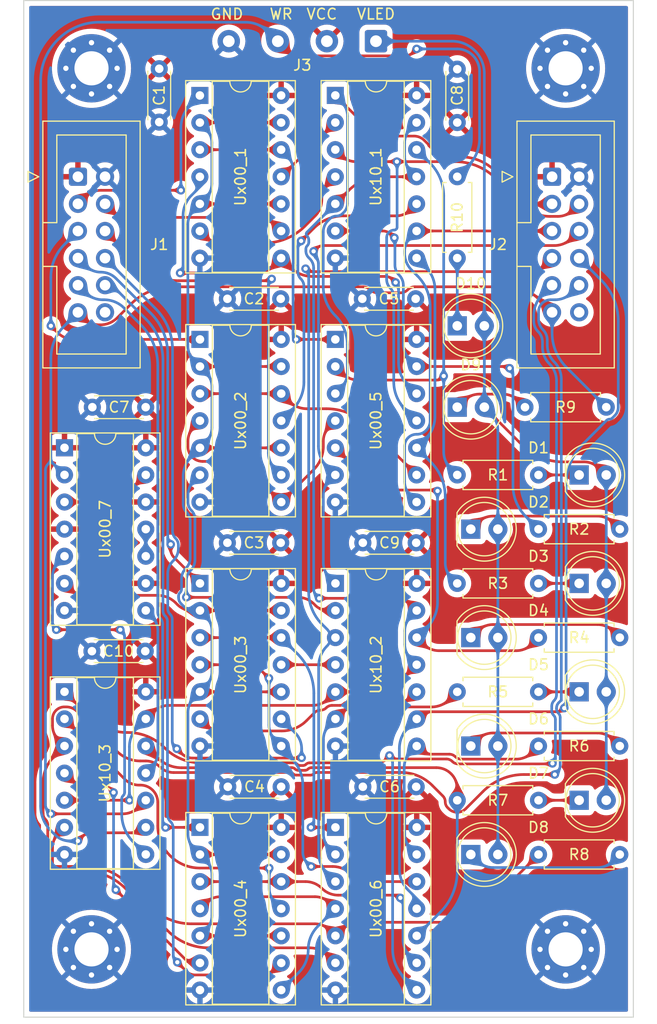
<source format=kicad_pcb>
(kicad_pcb (version 20211014) (generator pcbnew)
  (layers (0 "F.Cu" signal) (31 "B.Cu" signal) (34 "B.Paste" user) (35 "F.Paste" user) (36 "B.SilkS" user "B.Silkscreen") (37 "F.SilkS" user "F.Silkscreen") (38 "B.Mask" user) (39 "F.Mask" user) (44 "Edge.Cuts" user))
  (net 0 "")
  (net 1 "+5V")
  (net 2 "GND")
  (net 3 "Net-(D1-Pad1)")
  (net 4 "+5VL")
  (net 5 "Net-(D2-Pad1)")
  (net 6 "Net-(D3-Pad1)")
  (net 7 "Net-(D4-Pad1)")
  (net 8 "Net-(D5-Pad1)")
  (net 9 "Net-(D6-Pad1)")
  (net 10 "Net-(D7-Pad1)")
  (net 11 "Net-(D8-Pad1)")
  (net 12 "/D0")
  (net 13 "/D1")
  (net 14 "/D2")
  (net 15 "/D3")
  (net 16 "/D4")
  (net 17 "/D5")
  (net 18 "/D6")
  (net 19 "/D7")
  (net 20 "/CLK")
  (net 21 "/inport/CARRY")
  (net 22 "/Q0")
  (net 23 "/Q1")
  (net 24 "/Q2")
  (net 25 "/Q3")
  (net 26 "/Q4")
  (net 27 "/Q5")
  (net 28 "/Q6")
  (net 29 "/Q7")
  (net 30 "/outport/CARRY")
  (net 31 "/RST")
  (net 32 "/WR")
  (net 33 "/R0")
  (net 34 "/R1")
  (net 35 "/NTICK")
  (net 36 "/DELAY3")
  (net 37 "/DELAY1")
  (net 38 "/S1")
  (net 39 "/TICK")
  (net 40 "/DELAY2")
  (net 41 "/S0")
  (net 42 "/S2")
  (net 43 "/R2")
  (net 44 "/S3")
  (net 45 "/R3")
  (net 46 "/R4")
  (net 47 "/S4")
  (net 48 "/S5")
  (net 49 "/R5")
  (net 50 "/S6")
  (net 51 "/R6")
  (net 52 "/S7")
  (net 53 "/R7")
  (net 54 "Net-(R6-Pad1)")
  (net 55 "/NQ0")
  (net 56 "/NQ1")
  (net 57 "/NQ2")
  (net 58 "/NQ3")
  (net 59 "/NQ5")
  (net 60 "/NQ6")
  (net 61 "/NQ7")
  (net 62 "Net-(D9-Pad1)")
  (net 63 "Net-(D10-Pad1)")
  (footprint "Capacitor_THT:C_Disc_D4.3mm_W1.9mm_P5.00mm" (layer "F.Cu") (at 68.58 92.715 180)
    (fp_text reference "C4")
    (fp_text value "0.1uF")
  )
  (footprint "Resistor_THT:R_Axial_DIN0207_L6.3mm_D2.5mm_P7.62mm_Horizontal" (layer "F.Cu") (at 92.71 78.74)
    (fp_text reference "R4")
    (fp_text value "270")
  )
  (footprint "Resistor_THT:R_Axial_DIN0207_L6.3mm_D2.5mm_P7.62mm_Horizontal" (layer "F.Cu") (at 92.71 99.06)
    (fp_text reference "R8")
    (fp_text value "270")
  )
  (footprint "Resistor_THT:R_Axial_DIN0207_L6.3mm_D2.5mm_P7.62mm_Horizontal" (layer "F.Cu") (at 85.09 73.66)
    (fp_text reference "R3")
    (fp_text value "270")
  )
  (footprint "Package_DIP:DIP-14_W7.62mm_Socket" (layer "F.Cu") (at 48.27 83.815)
    (fp_text reference "Ux10_3")
    (fp_text value "74LS10")
  )
  (footprint "Resistor_THT:R_Axial_DIN0207_L6.3mm_D2.5mm_P7.62mm_Horizontal" (layer "F.Cu") (at 85.09 93.98)
    (fp_text reference "R7")
    (fp_text value "270")
  )
  (footprint "Capacitor_THT:C_Disc_D4.3mm_W1.9mm_P5.00mm" (layer "F.Cu") (at 57.15 25.44 -90)
    (fp_text reference "C1")
    (fp_text value "0.1uF")
  )
  (footprint "LED_THT:LED_D5.0mm" (layer "F.Cu") (at 85.09 49.53)
    (fp_text reference "D10")
    (fp_text value "LED")
  )
  (footprint "LED_THT:LED_D5.0mm" (layer "F.Cu") (at 96.52 73.66)
    (fp_text reference "D3")
    (fp_text value "LED")
  )
  (footprint "Capacitor_THT:C_Disc_D4.3mm_W1.9mm_P5.00mm" (layer "F.Cu") (at 85.09 30.48 90)
    (fp_text reference "C8")
    (fp_text value "0.1uF")
  )
  (footprint "Capacitor_THT:C_Disc_D4.3mm_W1.9mm_P5.00mm" (layer "F.Cu") (at 81.24 69.855 180)
    (fp_text reference "C9")
    (fp_text value "0.1uF")
  )
  (footprint "LED_THT:LED_D5.0mm" (layer "F.Cu") (at 86.36 99.06)
    (fp_text reference "D8")
    (fp_text value "LED")
  )
  (footprint "Capacitor_THT:C_Disc_D4.3mm_W1.9mm_P5.00mm" (layer "F.Cu") (at 81.24 92.715 180)
    (fp_text reference "C6")
    (fp_text value "0.1uF")
  )
  (footprint "LED_THT:LED_D5.0mm" (layer "F.Cu") (at 86.36 88.9)
    (fp_text reference "D6")
    (fp_text value "LED")
  )
  (footprint "LED_THT:LED_D5.0mm" (layer "F.Cu") (at 85.09 57.15)
    (fp_text reference "D9")
    (fp_text value "LED")
  )
  (footprint "LED_THT:LED_D5.0mm" (layer "F.Cu") (at 96.52 93.98)
    (fp_text reference "D7")
    (fp_text value "LED")
  )
  (footprint "Resistor_THT:R_Axial_DIN0207_L6.3mm_D2.5mm_P7.62mm_Horizontal" (layer "F.Cu") (at 85.09 83.82)
    (fp_text reference "R5")
    (fp_text value "270")
  )
  (footprint "Package_DIP:DIP-14_W7.62mm_Socket" (layer "F.Cu") (at 73.66 27.94)
    (fp_text reference "Ux10_1")
    (fp_text value "74LS10")
  )
  (footprint "Resistor_THT:R_Axial_DIN0207_L6.3mm_D2.5mm_P7.62mm_Horizontal" (layer "F.Cu") (at 85.09 63.5)
    (fp_text reference "R1")
    (fp_text value "270")
  )
  (footprint "Package_DIP:DIP-14_W7.62mm_Socket" (layer "F.Cu") (at 48.27 60.955)
    (fp_text reference "Ux00_7")
    (fp_text value "74HC00")
  )
  (footprint "Resistor_THT:R_Axial_DIN0207_L6.3mm_D2.5mm_P7.62mm_Horizontal" (layer "F.Cu") (at 85.09 35.56 -90)
    (fp_text reference "R10")
    (fp_text value "270")
  )
  (footprint "Package_DIP:DIP-14_W7.62mm_Socket" (layer "F.Cu") (at 73.67 96.52)
    (fp_text reference "Ux00_6")
    (fp_text value "74HC00")
  )
  (footprint "Package_DIP:DIP-14_W7.62mm_Socket" (layer "F.Cu") (at 73.67 73.66)
    (fp_text reference "Ux10_2")
    (fp_text value "74LS10")
  )
  (footprint "MountingHole:MountingHole_3.2mm_M3_Pad_Via" (layer "F.Cu") (at 95.25 25.4)
    (fp_text reference "H3")
    (fp_text value "MountingHole_Pad")
  )
  (footprint "Resistor_THT:R_Axial_DIN0207_L6.3mm_D2.5mm_P7.62mm_Horizontal" (layer "F.Cu") (at 92.71 68.58)
    (fp_text reference "R2")
    (fp_text value "270")
  )
  (footprint "Resistor_THT:R_Axial_DIN0207_L6.3mm_D2.5mm_P7.62mm_Horizontal" (layer "F.Cu") (at 92.71 88.9)
    (fp_text reference "R6")
    (fp_text value "270")
  )
  (footprint "Connector_Wire:SolderWire-0.5sqmm_1x04_P4.6mm_D0.9mm_OD2.1mm" (layer "F.Cu") (at 77.47 22.86 180)
    (fp_text reference "J3")
    (fp_text value "Conn_01x04_Male")
  )
  (footprint "Capacitor_THT:C_Disc_D4.3mm_W1.9mm_P5.00mm" (layer "F.Cu") (at 55.88 57.15 180)
    (fp_text reference "C7")
    (fp_text value "0.1uF")
  )
  (footprint "Package_DIP:DIP-14_W7.62mm_Socket" (layer "F.Cu") (at 60.97 73.66)
    (fp_text reference "Ux00_3")
    (fp_text value "74HC00")
  )
  (footprint "MountingHole:MountingHole_3.2mm_M3_Pad_Via" (layer "F.Cu") (at 95.25 107.95)
    (fp_text reference "H2")
    (fp_text value "MountingHole_Pad")
  )
  (footprint "MountingHole:MountingHole_3.2mm_M3_Pad_Via" (layer "F.Cu") (at 50.8 25.4)
    (fp_text reference "H1")
    (fp_text value "MountingHole_Pad")
  )
  (footprint "Capacitor_THT:C_Disc_D4.3mm_W1.9mm_P5.00mm" (layer "F.Cu") (at 68.54 46.995 180)
    (fp_text reference "C2")
    (fp_text value "0.1uF")
  )
  (footprint "Connector_IDC:IDC-Header_2x06_P2.54mm_Vertical" (layer "F.Cu") (at 93.98 35.56)
    (fp_text reference "J2")
    (fp_text value "Conn_02x06_Odd_Even")
  )
  (footprint "MountingHole:MountingHole_3.2mm_M3_Pad_Via" (layer "F.Cu") (at 50.8 107.95)
    (fp_text reference "H4")
    (fp_text value "MountingHole_Pad")
  )
  (footprint "LED_THT:LED_D5.0mm" (layer "F.Cu") (at 86.36 78.74)
    (fp_text reference "D4")
    (fp_text value "LED")
  )
  (footprint "LED_THT:LED_D5.0mm" (layer "F.Cu") (at 86.36 68.58)
    (fp_text reference "D2")
    (fp_text value "LED")
  )
  (footprint "LED_THT:LED_D5.0mm" (layer "F.Cu") (at 96.52 63.5)
    (fp_text reference "D1")
    (fp_text value "LED")
  )
  (footprint "Resistor_THT:R_Axial_DIN0207_L6.3mm_D2.5mm_P7.62mm_Horizontal" (layer "F.Cu") (at 99.06 57.15 180)
    (fp_text reference "R9")
    (fp_text value "270")
  )
  (footprint "Package_DIP:DIP-14_W7.62mm_Socket" (layer "F.Cu") (at 60.96 27.945)
    (fp_text reference "Ux00_1")
    (fp_text value "74HC00")
  )
  (footprint "Package_DIP:DIP-14_W7.62mm_Socket" (layer "F.Cu") (at 60.97 50.8)
    (fp_text reference "Ux00_2")
    (fp_text value "74HC00")
  )
  (footprint "Package_DIP:DIP-14_W7.62mm_Socket" (layer "F.Cu") (at 60.97 96.52)
    (fp_text reference "Ux00_4")
    (fp_text value "74HC00")
  )
  (footprint "Capacitor_THT:C_Disc_D4.3mm_W1.9mm_P5.00mm" (layer "F.Cu") (at 55.84 80.01 180)
    (fp_text reference "C10")
    (fp_text value "0.1uF")
  )
  (footprint "Capacitor_THT:C_Disc_D4.3mm_W1.9mm_P5.00mm" (layer "F.Cu") (at 68.54 69.855 180)
    (fp_text reference "C3")
    (fp_text value "0.1uF")
  )
  (footprint "Connector_IDC:IDC-Header_2x06_P2.54mm_Vertical" (layer "F.Cu") (at 49.53 35.56)
    (fp_text reference "J1")
    (fp_text value "Conn_02x06_Odd_Even")
  )
  (footprint "Package_DIP:DIP-14_W7.62mm_Socket" (layer "F.Cu") (at 73.66 50.8)
    (fp_text reference "Ux00_5")
    (fp_text value "74HC00")
  )
  (footprint "LED_THT:LED_D5.0mm" (layer "F.Cu") (at 96.52 83.82)
    (fp_text reference "D5")
    (fp_text value "LED")
  )
  (footprint "Capacitor_THT:C_Disc_D4.3mm_W1.9mm_P5.00mm" (layer "F.Cu") (at 81.19 46.995 180)
    (fp_text reference "C5")
    (fp_text value "0.1uF")
  )
  (gr_line (start 44.45 19.05) (end 44.45 114.3) (layer "Edge.Cuts") (width 0.1))
  (gr_line (start 101.6 19.05) (end 101.6 114.3) (layer "Edge.Cuts") (width 0.1))
  (gr_line (start 101.6 114.3) (end 44.45 114.3) (layer "Edge.Cuts") (width 0.1))
  (gr_line (start 44.45 19.05) (end 101.6 19.05) (layer "Edge.Cuts") (width 0.1))
  (gr_text "WR" (at 68.58 20.32) (layer "F.SilkS") (effects (font (size 1 1))))
  (gr_text "GND" (at 63.5 20.32) (layer "F.SilkS") (effects (font (size 1 1))))
  (gr_text "VCC" (at 72.39 20.32) (layer "F.SilkS") (effects (font (size 1 1))))
  (gr_text "VLED" (at 77.47 20.32) (layer "F.SilkS") (effects (font (size 1 1))))
  (segment (start 96.52 63.5) (end 92.71 63.5) (width 0.25) (layer "F.Cu") (net 3))
  (segment (start 91.161696 60.681696) (end 87.63 57.15) (width 0.25) (layer "F.Cu") (net 4))
  (segment (start 98.447744 62.887744) (end 99.06 63.5) (width 0.25) (layer "F.Cu") (net 4))
  (segment (start 95.009452 62.275489) (end 96.969628 62.275489) (width 0.25) (layer "F.Cu") (net 4))
  (arc (start 91.161696 60.681696) (mid 92.927061 61.861275) (end 95.009452 62.275489) (width 0.25) (layer "F.Cu") (net 4))
  (arc (start 98.447744 62.887744) (mid 97.769578 62.434608) (end 96.969628 62.275489) (width 0.25) (layer "F.Cu") (net 4))
  (segment (start 99.06 83.82) (end 99.06 93.98) (width 0.25) (layer "B.Cu") (net 4))
  (segment (start 99.06 73.66) (end 99.06 63.5) (width 0.25) (layer "B.Cu") (net 4))
  (segment (start 88.9 78.74) (end 88.9 68.58) (width 0.25) (layer "B.Cu") (net 4))
  (segment (start 88.9 88.9) (end 88.9 99.06) (width 0.25) (layer "B.Cu") (net 4))
  (segment (start 84.594764 22.86) (end 77.47 22.86) (width 0.25) (layer "B.Cu") (net 4))
  (segment (start 88.9 88.9) (end 88.9 78.74) (width 0.25) (layer "B.Cu") (net 4))
  (segment (start 99.06 83.82) (end 99.06 73.66) (width 0.25) (layer "B.Cu") (net 4))
  (segment (start 87.63 49.53) (end 87.63 25.895235) (width 0.25) (layer "B.Cu") (net 4))
  (segment (start 87.63 57.15) (end 87.63 49.53) (width 0.25) (layer "B.Cu") (net 4))
  (segment (start 88.9 59.318025) (end 88.9 68.58) (width 0.25) (layer "B.Cu") (net 4))
  (segment (start 88.265 57.785) (end 87.63 57.15) (width 0.25) (layer "B.Cu") (net 4))
  (arc (start 86.741 23.749) (mid 85.756298 23.091043) (end 84.594764 22.86) (width 0.25) (layer "B.Cu") (net 4))
  (arc (start 86.741 23.749) (mid 87.398956 24.733701) (end 87.63 25.895235) (width 0.25) (layer "B.Cu") (net 4))
  (arc (start 88.265 57.785) (mid 88.734968 58.488357) (end 88.9 59.318025) (width 0.25) (layer "B.Cu") (net 4))
  (segment (start 99.717744 67.967744) (end 100.33 68.58) (width 0.25) (layer "F.Cu") (net 5))
  (segment (start 86.972255 67.967744) (end 86.36 68.58) (width 0.25) (layer "F.Cu") (net 5))
  (segment (start 88.450371 67.355489) (end 98.239628 67.355489) (width 0.25) (layer "F.Cu") (net 5))
  (arc (start 88.450371 67.355489) (mid 87.65042 67.514608) (end 86.972255 67.967744) (width 0.25) (layer "F.Cu") (net 5))
  (arc (start 99.717744 67.967744) (mid 99.039578 67.514608) (end 98.239628 67.355489) (width 0.25) (layer "F.Cu") (net 5))
  (segment (start 92.71 73.66) (end 96.52 73.66) (width 0.25) (layer "F.Cu") (net 6))
  (segment (start 86.972255 78.127744) (end 86.36 78.74) (width 0.25) (layer "F.Cu") (net 7))
  (segment (start 98.239628 77.515489) (end 88.450371 77.515489) (width 0.25) (layer "F.Cu") (net 7))
  (segment (start 99.717744 78.127744) (end 100.33 78.74) (width 0.25) (layer "F.Cu") (net 7))
  (arc (start 88.450371 77.515489) (mid 87.65042 77.674608) (end 86.972255 78.127744) (width 0.25) (layer "F.Cu") (net 7))
  (arc (start 99.717744 78.127744) (mid 99.039578 77.674608) (end 98.239628 77.515489) (width 0.25) (layer "F.Cu") (net 7))
  (segment (start 96.52 83.82) (end 92.71 83.82) (width 0.25) (layer "F.Cu") (net 8))
  (segment (start 98.239628 87.675489) (end 88.450371 87.675489) (width 0.25) (layer "F.Cu") (net 9))
  (segment (start 86.972255 88.287744) (end 86.36 88.9) (width 0.25) (layer "F.Cu") (net 9))
  (segment (start 99.717744 88.287744) (end 100.33 88.9) (width 0.25) (layer "F.Cu") (net 9))
  (arc (start 99.717744 88.287744) (mid 99.039578 87.834608) (end 98.239628 87.675489) (width 0.25) (layer "F.Cu") (net 9))
  (arc (start 88.450371 87.675489) (mid 87.65042 87.834608) (end 86.972255 88.287744) (width 0.25) (layer "F.Cu") (net 9))
  (segment (start 96.52 93.98) (end 92.71 93.98) (width 0.25) (layer "F.Cu") (net 10))
  (segment (start 86.972255 99.672255) (end 86.36 99.06) (width 0.25) (layer "B.Cu") (net 11))
  (segment (start 88.450371 100.284511) (end 98.239628 100.284511) (width 0.25) (layer "B.Cu") (net 11))
  (segment (start 99.717744 99.672255) (end 100.33 99.06) (width 0.25) (layer "B.Cu") (net 11))
  (arc (start 99.717744 99.672255) (mid 99.039578 100.12539) (end 98.239628 100.284511) (width 0.25) (layer "B.Cu") (net 11))
  (arc (start 86.972255 99.672255) (mid 87.65042 100.12539) (end 88.450371 100.284511) (width 0.25) (layer "B.Cu") (net 11))
  (segment (start 59.182 36.83) (end 51.698025 36.83) (width 0.25) (layer "F.Cu") (net 12))
  (segment (start 50.165 37.465) (end 49.53 38.1) (width 0.25) (layer "F.Cu") (net 12))
  (via (at 59.182 36.83) (size 0.8) (drill 0.4) (layers "F.Cu" "B.Cu") (net 12))
  (arc (start 51.698025 36.83) (mid 50.868357 36.995031) (end 50.165 37.465) (width 0.25) (layer "F.Cu") (net 12))
  (segment (start 59.182 36.83) (end 59.182 30.980235) (width 0.25) (layer "B.Cu") (net 12))
  (segment (start 60.071 28.834) (end 60.96 27.945) (width 0.25) (layer "B.Cu") (net 12))
  (arc (start 60.071 28.834) (mid 59.413043 29.818701) (end 59.182 30.980235) (width 0.25) (layer "B.Cu") (net 12))
  (segment (start 66.403438 39.37) (end 54.238025 39.37) (width 0.25) (layer "F.Cu") (net 13))
  (segment (start 52.705 38.735) (end 52.07 38.1) (width 0.25) (layer "F.Cu") (net 13))
  (segment (start 67.9425 40.0075) (end 68.58 40.645) (width 0.25) (layer "F.Cu") (net 13))
  (arc (start 67.9425 40.0075) (mid 67.236372 39.53568) (end 66.403438 39.37) (width 0.25) (layer "F.Cu") (net 13))
  (arc (start 52.705 38.735) (mid 53.408357 39.204968) (end 54.238025 39.37) (width 0.25) (layer "F.Cu") (net 13))
  (segment (start 47.625 50.165) (end 46.99 49.53) (width 0.25) (layer "F.Cu") (net 14))
  (segment (start 49.158025 50.8) (end 60.97 50.8) (width 0.25) (layer "F.Cu") (net 14))
  (via (at 46.99 49.53) (size 0.8) (drill 0.4) (layers "F.Cu" "B.Cu") (net 14))
  (arc (start 47.625 50.165) (mid 48.328357 50.634968) (end 49.158025 50.8) (width 0.25) (layer "F.Cu") (net 14))
  (segment (start 46.99 49.53) (end 46.99 44.976051) (width 0.25) (layer "B.Cu") (net 14))
  (segment (start 48.26 41.91) (end 49.53 40.64) (width 0.25) (layer "B.Cu") (net 14))
  (arc (start 48.26 41.91) (mid 47.320062 43.316716) (end 46.99 44.976051) (width 0.25) (layer "B.Cu") (net 14))
  (segment (start 58.985474 45.301511) (end 67.408113 45.301511) (width 0.25) (layer "F.Cu") (net 15))
  (segment (start 55.137718 43.707718) (end 52.07 40.64) (width 0.25) (layer "F.Cu") (net 15))
  (segment (start 67.691 45.1358) (end 67.608144 45.218655) (width 0.25) (layer "F.Cu") (net 15))
  (via (at 67.691 45.1358) (size 0.8) (drill 0.4) (layers "F.Cu" "B.Cu") (net 15))
  (arc (start 67.608144 45.218655) (mid 67.516369 45.279977) (end 67.408113 45.301511) (width 0.25) (layer "F.Cu") (net 15))
  (arc (start 55.137718 43.707718) (mid 56.903083 44.887297) (end 58.985474 45.301511) (width 0.25) (layer "F.Cu") (net 15))
  (segment (start 67.5386 45.2882) (end 67.691 45.1358) (width 0.25) (layer "B.Cu") (net 15))
  (segment (start 67.9881 62.8981) (end 68.59 63.5) (width 0.25) (layer "B.Cu") (net 15))
  (segment (start 67.3862 61.444984) (end 67.3862 45.656126) (width 0.25) (layer "B.Cu") (net 15))
  (arc (start 67.3862 61.444984) (mid 67.542628 62.231404) (end 67.9881 62.8981) (width 0.25) (layer "B.Cu") (net 15))
  (arc (start 67.5386 45.2882) (mid 67.425807 45.457005) (end 67.3862 45.656126) (width 0.25) (layer "B.Cu") (net 15))
  (segment (start 58.2245 70) (end 58.2245 70.45725) (width 0.25) (layer "F.Cu") (net 16))
  (segment (start 58.547824 71.237824) (end 60.97 73.66) (width 0.25) (layer "F.Cu") (net 16))
  (via (at 58.2245 70) (size 0.8) (drill 0.4) (layers "F.Cu" "B.Cu") (net 16))
  (arc (start 58.2245 70.45725) (mid 58.308529 70.879693) (end 58.547824 71.237824) (width 0.25) (layer "F.Cu") (net 16))
  (segment (start 53.098265 45.087255) (end 56.355727 48.344717) (width 0.25) (layer "B.Cu") (net 16))
  (segment (start 57.94952 69.530579) (end 57.94952 52.192473) (width 0.25) (layer "B.Cu") (net 16))
  (segment (start 58.08701 69.86251) (end 58.2245 70) (width 0.25) (layer "B.Cu") (net 16))
  (segment (start 50.262744 43.912744) (end 49.53 43.18) (width 0.25) (layer "B.Cu") (net 16))
  (arc (start 57.94952 69.530579) (mid 57.985252 69.710218) (end 58.08701 69.86251) (width 0.25) (layer "B.Cu") (net 16))
  (arc (start 56.355727 48.344717) (mid 57.535306 50.110082) (end 57.94952 52.192473) (width 0.25) (layer "B.Cu") (net 16))
  (arc (start 50.262744 43.912744) (mid 50.913218 44.347377) (end 51.680505 44.5) (width 0.25) (layer "B.Cu") (net 16))
  (arc (start 53.098265 45.087255) (mid 52.447791 44.652622) (end 51.680505 44.5) (width 0.25) (layer "B.Cu") (net 16))
  (segment (start 60.287055 90.024511) (end 70.458157 90.024511) (width 0.25) (layer "F.Cu") (net 17))
  (segment (start 58.801 89.154) (end 59.236255 89.589255) (width 0.25) (layer "F.Cu") (net 17))
  (segment (start 70.5 90) (end 70.487744 90.012255) (width 0.25) (layer "F.Cu") (net 17))
  (via (at 70.5 90) (size 0.8) (drill 0.4) (layers "F.Cu" "B.Cu") (net 17))
  (via (at 58.801 89.154) (size 0.8) (drill 0.4) (layers "F.Cu" "B.Cu") (net 17))
  (arc (start 59.236255 89.589255) (mid 59.718366 89.911391) (end 60.287055 90.024511) (width 0.25) (layer "F.Cu") (net 17))
  (arc (start 70.487744 90.012255) (mid 70.474169 90.021325) (end 70.458157 90.024511) (width 0.25) (layer "F.Cu") (net 17))
  (segment (start 69.888352 87.658352) (end 68.59 86.36) (width 0.25) (layer "B.Cu") (net 17))
  (segment (start 58.39904 51.763003) (end 58.39904 68.761037) (width 0.25) (layer "B.Cu") (net 17))
  (segment (start 58.37156 77.044829) (end 58.37156 88.4209) (width 0.25) (layer "B.Cu") (net 17))
  (segment (start 70.5 89.135) (end 70.5 90) (width 0.25) (layer "B.Cu") (net 17))
  (segment (start 57.94952 76.025934) (end 57.94952 72.757226) (width 0.25) (layer "B.Cu") (net 17))
  (segment (start 58.949011 70.088785) (end 58.949011 70.375443) (width 0.25) (layer "B.Cu") (net 17))
  (segment (start 58.801 89.154) (end 58.58628 88.93928) (width 0.25) (layer "B.Cu") (net 17))
  (segment (start 58.449265 71.550734) (end 58.471327 71.528672) (width 0.25) (layer "B.Cu") (net 17))
  (segment (start 56.805247 47.915247) (end 52.07 43.18) (width 0.25) (layer "B.Cu") (net 17))
  (arc (start 58.16054 76.535382) (mid 58.316717 76.769118) (end 58.37156 77.044829) (width 0.25) (layer "B.Cu") (net 17))
  (arc (start 58.39904 68.761037) (mid 58.470506 69.120323) (end 58.674025 69.424911) (width 0.25) (layer "B.Cu") (net 17))
  (arc (start 56.805247 47.915247) (mid 57.984826 49.680612) (end 58.39904 51.763003) (width 0.25) (layer "B.Cu") (net 17))
  (arc (start 69.888352 87.658352) (mid 70.341037 88.335844) (end 70.5 89.135) (width 0.25) (layer "B.Cu") (net 17))
  (arc (start 58.674025 69.424911) (mid 58.877544 69.729499) (end 58.949011 70.088785) (width 0.25) (layer "B.Cu") (net 17))
  (arc (start 58.449265 71.550734) (mid 58.079399 72.104277) (end 57.94952 72.757226) (width 0.25) (layer "B.Cu") (net 17))
  (arc (start 58.37156 88.4209) (mid 58.427363 88.701445) (end 58.58628 88.93928) (width 0.25) (layer "B.Cu") (net 17))
  (arc (start 58.949011 70.375443) (mid 58.824864 70.999566) (end 58.471327 71.528672) (width 0.25) (layer "B.Cu") (net 17))
  (arc (start 57.94952 76.025934) (mid 58.004362 76.301645) (end 58.16054 76.535382) (width 0.25) (layer "B.Cu") (net 17))
  (segment (start 57.760336 96.52) (end 60.97 96.52) (width 0.25) (layer "F.Cu") (net 18))
  (segment (start 57.739011 96.532492) (end 57.745257 96.526246) (width 0.25) (layer "F.Cu") (net 18))
  (via (at 57.739011 96.532492) (size 0.8) (drill 0.4) (layers "F.Cu" "B.Cu") (net 18))
  (arc (start 57.760336 96.52) (mid 57.752175 96.521623) (end 57.745257 96.526246) (width 0.25) (layer "F.Cu") (net 18))
  (segment (start 57.014511 76.359931) (end 57.014511 53.268474) (width 0.25) (layer "B.Cu") (net 18))
  (segment (start 50.212744 46.402744) (end 49.53 45.72) (width 0.25) (layer "B.Cu") (net 18))
  (segment (start 57.739011 96.532492) (end 57.605765 96.399246) (width 0.25) (layer "B.Cu") (net 18))
  (segment (start 55.420718 49.420718) (end 53.85977 47.85977) (width 0.25) (layer "B.Cu") (net 18))
  (segment (start 57.47252 77.465663) (end 57.47252 96.077563) (width 0.25) (layer "B.Cu") (net 18))
  (segment (start 51.990489 47.085489) (end 51.861035 47.085489) (width 0.25) (layer "B.Cu") (net 18))
  (arc (start 57.243515 76.912797) (mid 57.413003 77.166454) (end 57.47252 77.465663) (width 0.25) (layer "B.Cu") (net 18))
  (arc (start 57.014511 76.359931) (mid 57.074027 76.65914) (end 57.243515 76.912797) (width 0.25) (layer "B.Cu") (net 18))
  (arc (start 50.212744 46.402744) (mid 50.968986 46.908049) (end 51.861035 47.085489) (width 0.25) (layer "B.Cu") (net 18))
  (arc (start 57.47252 96.077563) (mid 57.507149 96.251656) (end 57.605765 96.399246) (width 0.25) (layer "B.Cu") (net 18))
  (arc (start 55.420718 49.420718) (mid 56.600297 51.186083) (end 57.014511 53.268474) (width 0.25) (layer "B.Cu") (net 18))
  (arc (start 53.85977 47.85977) (mid 53.002136 47.286718) (end 51.990489 47.085489) (width 0.25) (layer "B.Cu") (net 18))
  (segment (start 61.482342 110.344511) (end 60.517657 110.344511) (width 0.25) (layer "F.Cu") (net 19))
  (segment (start 61.482342 110.344511) (end 66.670339 110.344511) (width 0.25) (layer "F.Cu") (net 19))
  (segment (start 68.027744 109.782255) (end 68.59 109.22) (width 0.25) (layer "F.Cu") (net 19))
  (segment (start 58.845402 109.154598) (end 59.694247 110.003443) (width 0.25) (layer "F.Cu") (net 19))
  (via (at 58.845402 109.154598) (size 0.8) (drill 0.4) (layers "F.Cu" "B.Cu") (net 19))
  (arc (start 68.027744 109.782255) (mid 67.404961 110.198385) (end 66.670339 110.344511) (width 0.25) (layer "F.Cu") (net 19))
  (arc (start 59.694247 110.003443) (mid 60.07203 110.25587) (end 60.517657 110.344511) (width 0.25) (layer "F.Cu") (net 19))
  (segment (start 57.92204 95.308021) (end 57.92204 77.231027) (width 0.25) (layer "B.Cu") (net 19))
  (segment (start 58.654462 108.963658) (end 58.845402 109.154598) (width 0.25) (layer "B.Cu") (net 19))
  (segment (start 57.5 76.212132) (end 57.5 52.753963) (width 0.25) (layer "B.Cu") (net 19))
  (segment (start 58.463522 108.502688) (end 58.463522 96.615274) (width 0.25) (layer "B.Cu") (net 19))
  (segment (start 52.395 45.72) (end 52.07 45.72) (width 0.25) (layer "B.Cu") (net 19))
  (segment (start 52.949809 45.949809) (end 55.906207 48.906207) (width 0.25) (layer "B.Cu") (net 19))
  (arc (start 57.5 76.212132) (mid 57.554842 76.487843) (end 57.71102 76.72158) (width 0.25) (layer "B.Cu") (net 19))
  (arc (start 55.906207 48.906207) (mid 57.085786 50.671572) (end 57.5 52.753963) (width 0.25) (layer "B.Cu") (net 19))
  (arc (start 58.463522 108.502688) (mid 58.513145 108.752163) (end 58.654462 108.963658) (width 0.25) (layer "B.Cu") (net 19))
  (arc (start 58.192781 95.961648) (mid 58.393158 96.261534) (end 58.463522 96.615274) (width 0.25) (layer "B.Cu") (net 19))
  (arc (start 57.71102 76.72158) (mid 57.867197 76.955316) (end 57.92204 77.231027) (width 0.25) (layer "B.Cu") (net 19))
  (arc (start 57.92204 95.308021) (mid 57.992403 95.661761) (end 58.192781 95.961648) (width 0.25) (layer "B.Cu") (net 19))
  (arc (start 52.949809 45.949809) (mid 52.69526 45.779725) (end 52.395 45.72) (width 0.25) (layer "B.Cu") (net 19))
  (segment (start 55.2525 94.6125) (end 55.89 93.975) (width 0.25) (layer "F.Cu") (net 20))
  (segment (start 81.120693 45.870489) (end 89.900849 45.870489) (width 0.25) (layer "F.Cu") (net 20))
  (segment (start 53.211275 48.779734) (end 54.526728 47.464281) (width 0.25) (layer "F.Cu") (net 20))
  (segment (start 50.117255 48.847255) (end 49.53 48.26) (width 0.25) (layer "F.Cu") (net 20))
  (segment (start 79.767017 46.4312) (end 77.612982 46.4312) (width 0.25) (layer "F.Cu") (net 20))
  (segment (start 58.374484 45.870489) (end 76.259306 45.870489) (width 0.25) (layer "F.Cu") (net 20))
  (segment (start 53.713438 95.25) (end 46.99 95.25) (width 0.25) (layer "F.Cu") (net 20))
  (segment (start 92.785244 47.065244) (end 93.98 48.26) (width 0.25) (layer "F.Cu") (net 20))
  (segment (start 51.535015 49.434511) (end 51.630505 49.434511) (width 0.25) (layer "F.Cu") (net 20))
  (via (at 46.99 95.25) (size 0.8) (drill 0.4) (layers "F.Cu" "B.Cu") (net 20))
  (arc (start 50.117255 48.847255) (mid 50.767729 49.281888) (end 51.535015 49.434511) (width 0.25) (layer "F.Cu") (net 20))
  (arc (start 76.936144 46.150844) (mid 76.625608 45.94335) (end 76.259306 45.870489) (width 0.25) (layer "F.Cu") (net 20))
  (arc (start 80.443855 46.150844) (mid 80.133319 46.358337) (end 79.767017 46.4312) (width 0.25) (layer "F.Cu") (net 20))
  (arc (start 81.120693 45.870489) (mid 80.754391 45.94335) (end 80.443855 46.150844) (width 0.25) (layer "F.Cu") (net 20))
  (arc (start 76.936144 46.150844) (mid 77.24668 46.358337) (end 77.612982 46.4312) (width 0.25) (layer "F.Cu") (net 20))
  (arc (start 92.785244 47.065244) (mid 91.461872 46.180995) (end 89.900849 45.870489) (width 0.25) (layer "F.Cu") (net 20))
  (arc (start 58.374484 45.870489) (mid 56.292093 46.284702) (end 54.526728 47.464281) (width 0.25) (layer "F.Cu") (net 20))
  (arc (start 55.2525 94.6125) (mid 54.546372 95.084319) (end 53.713438 95.25) (width 0.25) (layer "F.Cu") (net 20))
  (arc (start 53.211275 48.779734) (mid 52.486011 49.264339) (end 51.630505 49.434511) (width 0.25) (layer "F.Cu") (net 20))
  (segment (start 93.98 50.165) (end 93.98 48.26) (width 0.25) (layer "B.Cu") (net 20))
  (segment (start 46.482 94.382789) (end 46.482 63.08221) (width 0.25) (layer "B.Cu") (net 20))
  (segment (start 46.99 52.596051) (end 46.99 61.855789) (width 0.25) (layer "B.Cu") (net 20))
  (segment (start 46.736 94.996) (end 46.99 95.25) (width 0.25) (layer "B.Cu") (net 20))
  (segment (start 95.327038 53.417038) (end 99.06 57.15) (width 0.25) (layer "B.Cu") (net 20))
  (segment (start 48.26 49.53) (end 49.53 48.26) (width 0.25) (layer "B.Cu") (net 20))
  (segment (start 47.244 62.469) (end 48.27 63.495) (width 0.25) (layer "B.Cu") (net 20))
  (arc (start 93.98 50.165) (mid 94.330083 51.92499) (end 95.327038 53.417038) (width 0.25) (layer "B.Cu") (net 20))
  (arc (start 48.26 49.53) (mid 47.320062 50.936716) (end 46.99 52.596051) (width 0.25) (layer "B.Cu") (net 20))
  (arc (start 46.482 94.382789) (mid 46.548012 94.714656) (end 46.736 94.996) (width 0.25) (layer "B.Cu") (net 20))
  (arc (start 46.736 62.469) (mid 46.548012 62.750343) (end 46.482 63.08221) (width 0.25) (layer "B.Cu") (net 20))
  (arc (start 47.244 62.469) (mid 46.99 62.363789) (end 46.736 62.469) (width 0.25) (layer "B.Cu") (net 20))
  (arc (start 46.99 61.855789) (mid 47.056012 62.187656) (end 47.244 62.469) (width 0.25) (layer "B.Cu") (net 20))
  (arc (start 46.736 62.469) (mid 46.923987 62.187656) (end 46.99 61.855789) (width 0.25) (layer "B.Cu") (net 20))
  (segment (start 82.941751 33.157751) (end 82.427951 32.643951) (width 0.25) (layer "F.Cu") (net 22))
  (segment (start 84.238763 33.694991) (end 85.400924 33.694991) (width 0.25) (layer "F.Cu") (net 22))
  (segment (start 88.68187 35.054003) (end 90.931619 37.303751) (width 0.25) (layer "F.Cu") (net 22))
  (segment (start 92.853934 38.1) (end 93.98 38.1) (width 0.25) (layer "F.Cu") (net 22))
  (segment (start 82.002405 32.152105) (end 82.38107 32.53077) (width 0.25) (layer "F.Cu") (net 22))
  (segment (start 76.009718 30.289718) (end 73.66 27.94) (width 0.25) (layer "F.Cu") (net 22))
  (segment (start 81.031636 31.75) (end 79.53515 31.75) (width 0.25) (layer "F.Cu") (net 22))
  (arc (start 76.009718 30.289718) (mid 77.6272 31.370485) (end 79.53515 31.75) (width 0.25) (layer "F.Cu") (net 22))
  (arc (start 82.38107 32.53077) (mid 82.398418 32.556734) (end 82.404511 32.587361) (width 0.25) (layer "F.Cu") (net 22))
  (arc (start 82.941751 33.157751) (mid 83.536825 33.555366) (end 84.238763 33.694991) (width 0.25) (layer "F.Cu") (net 22))
  (arc (start 82.404511 32.587361) (mid 82.410602 32.617987) (end 82.427951 32.643951) (width 0.25) (layer "F.Cu") (net 22))
  (arc (start 88.68187 35.054003) (mid 87.176559 34.048186) (end 85.400924 33.694991) (width 0.25) (layer "F.Cu") (net 22))
  (arc (start 90.931619 37.303751) (mid 91.813584 37.893061) (end 92.853934 38.1) (width 0.25) (layer "F.Cu") (net 22))
  (arc (start 82.002405 32.152105) (mid 81.557012 31.854503) (end 81.031636 31.75) (width 0.25) (layer "F.Cu") (net 22))
  (segment (start 74.222255 55.317744) (end 73.66 55.88) (width 0.25) (layer "B.Cu") (net 22))
  (segment (start 74.784511 51.293264) (end 74.784511 53.960339) (width 0.25) (layer "B.Cu") (net 22))
  (segment (start 74.803 29.891223) (end 74.803 38.055365) (width 0.25) (layer "B.Cu") (net 22))
  (segment (start 74.2315 28.5115) (end 73.66 27.94) (width 0.25) (layer "B.Cu") (net 22))
  (segment (start 74.355246 38.995053) (end 74.45515 38.89515) (width 0.25) (layer "B.Cu") (net 22))
  (segment (start 73.158053 39.490946) (end 72.96652 39.68248) (width 0.25) (layer "B.Cu") (net 22))
  (segment (start 72.52704 45.843246) (end 72.52704 40.743478) (width 0.25) (layer "B.Cu") (net 22))
  (arc (start 74.355246 38.995053) (mid 74.080608 39.17856) (end 73.75665 39.243) (width 0.25) (layer "B.Cu") (net 22))
  (arc (start 74.803 38.055365) (mid 74.712596 38.509853) (end 74.45515 38.89515) (width 0.25) (layer "B.Cu") (net 22))
  (arc (start 74.784511 53.960339) (mid 74.638385 54.694961) (end 74.222255 55.317744) (width 0.25) (layer "B.Cu") (net 22))
  (arc (start 73.655775 48.568255) (mid 74.491162 49.818499) (end 74.784511 51.293264) (width 0.25) (layer "B.Cu") (net 22))
  (arc (start 73.75665 39.243) (mid 73.432691 39.307439) (end 73.158053 39.490946) (width 0.25) (layer "B.Cu") (net 22))
  (arc (start 72.52704 45.843246) (mid 72.820388 47.31801) (end 73.655775 48.568255) (width 0.25) (layer "B.Cu") (net 22))
  (arc (start 72.96652 39.68248) (mid 72.641257 40.16927) (end 72.52704 40.743478) (width 0.25) (layer "B.Cu") (net 22))
  (arc (start 74.2315 28.5115) (mid 74.654471 29.144522) (end 74.803 29.891223) (width 0.25) (layer "B.Cu") (net 22))
  (segment (start 95.932744 38.687255) (end 96.52 38.1) (width 0.25) (layer "F.Cu") (net 23))
  (segment (start 74.222255 33.582255) (end 73.66 33.02) (width 0.25) (layer "F.Cu") (net 23))
  (segment (start 93.806075 39.274511) (end 94.514984 39.274511) (width 0.25) (layer "F.Cu") (net 23))
  (segment (start 84.882697 34.144511) (end 79.430989 34.144511) (width 0.25) (layer "F.Cu") (net 23))
  (segment (start 88.730453 35.738303) (end 91.17813 38.18598) (width 0.25) (layer "F.Cu") (net 23))
  (segment (start 75.57966 34.144511) (end 79.430989 34.144511) (width 0.25) (layer "F.Cu") (net 23))
  (via (at 79.430989 34.144511) (size 0.8) (drill 0.4) (layers "F.Cu" "B.Cu") (net 23))
  (arc (start 74.222255 33.582255) (mid 74.845037 33.998385) (end 75.57966 34.144511) (width 0.25) (layer "F.Cu") (net 23))
  (arc (start 88.730453 35.738303) (mid 86.965087 34.558724) (end 84.882697 34.144511) (width 0.25) (layer "F.Cu") (net 23))
  (arc (start 91.17813 38.18598) (mid 92.383841 38.991611) (end 93.806075 39.274511) (width 0.25) (layer "F.Cu") (net 23))
  (arc (start 95.932744 38.687255) (mid 95.28227 39.121888) (end 94.514984 39.274511) (width 0.25) (layer "F.Cu") (net 23))
  (segment (start 79.4512 34.179013) (end 79.4512 40.279426) (width 0.25) (layer "B.Cu") (net 23))
  (segment (start 78.472689 45.182232) (end 78.472689 41.280987) (width 0.25) (layer "B.Cu") (net 23))
  (segment (start 79.441094 34.154616) (end 79.430989 34.144511) (width 0.25) (layer "B.Cu") (net 23))
  (segment (start 80.208439 57.348439) (end 81.28 58.42) (width 0.25) (layer "B.Cu") (net 23))
  (segment (start 78.684892 40.768681) (end 78.701192 40.752382) (width 0.25) (layer "B.Cu") (net 23))
  (segment (start 79.136878 54.761461) (end 79.136878 46.785726) (width 0.25) (layer "B.Cu") (net 23))
  (arc (start 78.684892 40.768681) (mid 78.527838 41.003729) (end 78.472689 41.280987) (width 0.25) (layer "B.Cu") (net 23))
  (arc (start 79.136878 54.761461) (mid 79.415367 56.161523) (end 80.208439 57.348439) (width 0.25) (layer "B.Cu") (net 23))
  (arc (start 78.804783 45.983979) (mid 79.050569 46.351823) (end 79.136878 46.785726) (width 0.25) (layer "B.Cu") (net 23))
  (arc (start 79.4512 40.279426) (mid 79.370053 40.475331) (end 79.174148 40.556478) (width 0.25) (layer "B.Cu") (net 23))
  (arc (start 79.174148 40.556478) (mid 78.918186 40.607391) (end 78.701192 40.752382) (width 0.25) (layer "B.Cu") (net 23))
  (arc (start 79.441094 34.154616) (mid 79.448573 34.165809) (end 79.4512 34.179013) (width 0.25) (layer "B.Cu") (net 23))
  (arc (start 78.472689 45.182232) (mid 78.558997 45.616134) (end 78.804783 45.983979) (width 0.25) (layer "B.Cu") (net 23))
  (segment (start 81.28 40.64) (end 93.98 40.64) (width 0.25) (layer "F.Cu") (net 24))
  (segment (start 80.155489 60.80732) (end 80.155489 64.120339) (width 0.25) (layer "B.Cu") (net 24))
  (segment (start 80.155489 42.70515) (end 80.155489 42.55966) (width 0.25) (layer "B.Cu") (net 24))
  (segment (start 80.717744 65.477744) (end 81.28 66.04) (width 0.25) (layer "B.Cu") (net 24))
  (segment (start 82.55048 58.425921) (end 82.55048 47.734294) (width 0.25) (layer "B.Cu") (net 24))
  (segment (start 80.717744 41.202255) (end 81.28 40.64) (width 0.25) (layer "B.Cu") (net 24))
  (segment (start 80.820621 44.310921) (end 81.352984 44.843284) (width 0.25) (layer "B.Cu") (net 24))
  (segment (start 81.272809 59.69) (end 81.31 59.69) (width 0.25) (layer "B.Cu") (net 24))
  (segment (start 82.180239 59.319759) (end 82.163553 59.336446) (width 0.25) (layer "B.Cu") (net 24))
  (arc (start 82.55048 58.425921) (mid 82.454257 58.909663) (end 82.180239 59.319759) (width 0.25) (layer "B.Cu") (net 24))
  (arc (start 80.717744 41.202255) (mid 80.301614 41.825037) (end 80.155489 42.55966) (width 0.25) (layer "B.Cu") (net 24))
  (arc (start 80.155489 42.70515) (mid 80.328351 43.574187) (end 80.820621 44.310921) (width 0.25) (layer "B.Cu") (net 24))
  (arc (start 82.163553 59.336446) (mid 81.771939 59.598114) (end 81.31 59.69) (width 0.25) (layer "B.Cu") (net 24))
  (arc (start 80.482744 60.017255) (mid 80.240539 60.37974) (end 80.155489 60.80732) (width 0.25) (layer "B.Cu") (net 24))
  (arc (start 81.352984 44.843284) (mid 82.23926 46.16969) (end 82.55048 47.734294) (width 0.25) (layer "B.Cu") (net 24))
  (arc (start 81.272809 59.69) (mid 80.845229 59.77505) (end 80.482744 60.017255) (width 0.25) (layer "B.Cu") (net 24))
  (arc (start 80.155489 64.120339) (mid 80.301614 64.854961) (end 80.717744 65.477744) (width 0.25) (layer "B.Cu") (net 24))
  (segment (start 72.545836 42.005489) (end 94.188964 42.005489) (width 0.25) (layer "F.Cu") (net 25))
  (segment (start 71.894589 42.275244) (end 71.624834 42.545) (width 0.25) (layer "F.Cu") (net 25))
  (segment (start 95.837255 41.322744) (end 96.52 40.64) (width 0.25) (layer "F.Cu") (net 25))
  (via (at 71.624834 42.545) (size 0.8) (drill 0.4) (layers "F.Cu" "B.Cu") (net 25))
  (arc (start 95.837255 41.322744) (mid 95.081012 41.828049) (end 94.188964 42.005489) (width 0.25) (layer "F.Cu") (net 25))
  (arc (start 72.545836 42.005489) (mid 72.193383 42.075596) (end 71.894589 42.275244) (width 0.25) (layer "F.Cu") (net 25))
  (segment (start 73.102744 73.092744) (end 73.67 73.66) (width 0.25) (layer "B.Cu") (net 25))
  (segment (start 71.69652 42.82629) (end 71.69652 42.667375) (width 0.25) (layer "B.Cu") (net 25))
  (segment (start 72.535489 71.723268) (end 72.535489 65.41966) (width 0.25) (layer "B.Cu") (net 25))
  (segment (start 72.07752 60.798537) (end 72.07752 43.686303) (width 0.25) (layer "B.Cu") (net 25))
  (segment (start 71.624834 42.545) (end 71.660677 42.580843) (width 0.25) (layer "B.Cu") (net 25))
  (segment (start 71.88702 43.226394) (end 71.844732 43.184106) (width 0.25) (layer "B.Cu") (net 25))
  (segment (start 73.097744 62.937744) (end 72.86876 62.70876) (width 0.25) (layer "B.Cu") (net 25))
  (arc (start 72.535489 71.723268) (mid 72.682913 72.464423) (end 73.102744 73.092744) (width 0.25) (layer "B.Cu") (net 25))
  (arc (start 73.097744 62.937744) (mid 73.330638 63.499999) (end 73.097744 64.062255) (width 0.25) (layer "B.Cu") (net 25))
  (arc (start 71.660677 42.580843) (mid 71.687204 42.620544) (end 71.69652 42.667375) (width 0.25) (layer "B.Cu") (net 25))
  (arc (start 73.097744 64.062255) (mid 72.681614 64.685037) (end 72.535489 65.41966) (width 0.25) (layer "B.Cu") (net 25))
  (arc (start 71.69652 42.82629) (mid 71.735039 43.019938) (end 71.844732 43.184106) (width 0.25) (layer "B.Cu") (net 25))
  (arc (start 71.88702 43.226394) (mid 72.02801 43.437402) (end 72.07752 43.686303) (width 0.25) (layer "B.Cu") (net 25))
  (arc (start 72.07752 60.798537) (mid 72.283156 61.832342) (end 72.86876 62.70876) (width 0.25) (layer "B.Cu") (net 25))
  (segment (start 93.345 43.815) (end 93.98 43.18) (width 0.25) (layer "F.Cu") (net 26))
  (segment (start 70.87162 44.17502) (end 71.00911 44.31251) (width 0.25) (layer "F.Cu") (net 26))
  (segment (start 91.811974 44.45) (end 71.34104 44.45) (width 0.25) (layer "F.Cu") (net 26))
  (via (at 70.87162 44.17502) (size 0.8) (drill 0.4) (layers "F.Cu" "B.Cu") (net 26))
  (arc (start 93.345 43.815) (mid 92.641641 44.284968) (end 91.811974 44.45) (width 0.25) (layer "F.Cu") (net 26))
  (arc (start 71.00911 44.31251) (mid 71.1614 44.414267) (end 71.34104 44.45) (width 0.25) (layer "F.Cu") (net 26))
  (segment (start 72.095969 81.427038) (end 72.095969 98.912961) (width 0.25) (layer "B.Cu") (net 26))
  (segment (start 71.017577 44.320977) (end 70.87162 44.17502) (width 0.25) (layer "B.Cu") (net 26))
  (segment (start 72.882984 77.952984) (end 72.416767 77.486767) (width 0.25) (layer "B.Cu") (net 26))
  (segment (start 72.882984 100.812984) (end 73.67 101.6) (width 0.25) (layer "B.Cu") (net 26))
  (segment (start 71.163534 44.673348) (end 71.163534 74.461194) (width 0.25) (layer "B.Cu") (net 26))
  (arc (start 72.095969 98.912961) (mid 72.300507 99.941246) (end 72.882984 100.812984) (width 0.25) (layer "B.Cu") (net 26))
  (arc (start 72.882984 77.952984) (mid 73.208976 78.739999) (end 72.882984 79.527015) (width 0.25) (layer "B.Cu") (net 26))
  (arc (start 71.017577 44.320977) (mid 71.125601 44.482646) (end 71.163534 44.673348) (width 0.25) (layer "B.Cu") (net 26))
  (arc (start 72.882984 79.527015) (mid 72.300507 80.398753) (end 72.095969 81.427038) (width 0.25) (layer "B.Cu") (net 26))
  (arc (start 71.163534 74.461194) (mid 71.489238 76.098622) (end 72.416767 77.486767) (width 0.25) (layer "B.Cu") (net 26))
  (segment (start 81.627495 86.022504) (end 81.29 86.36) (width 0.25) (layer "F.Cu") (net 27))
  (segment (start 94.952495 85.514504) (end 95.123 85.344) (width 0.25) (layer "F.Cu") (net 27))
  (segment (start 94.540861 85.685009) (end 82.442281 85.685009) (width 0.25) (layer "F.Cu") (net 27))
  (via (at 95.123 85.344) (size 0.8) (drill 0.4) (layers "F.Cu" "B.Cu") (net 27))
  (arc (start 82.442281 85.685009) (mid 82.001322 85.772721) (end 81.627495 86.022504) (width 0.25) (layer "F.Cu") (net 27))
  (arc (start 94.952495 85.514504) (mid 94.763635 85.640696) (end 94.540861 85.685009) (width 0.25) (layer "F.Cu") (net 27))
  (segment (start 80.477984 102.378284) (end 80.95423 102.85453) (width 0.25) (layer "B.Cu") (net 27))
  (segment (start 96.889281 60.590717) (end 99.092245 58.387754) (width 0.25) (layer "B.Cu") (net 27))
  (segment (start 95.123 85.344) (end 95.209244 85.257755) (width 0.25) (layer "B.Cu") (net 27))
  (segment (start 98.590718 45.250718) (end 96.52 43.18) (width 0.25) (layer "B.Cu") (net 27))
  (segment (start 79.665969 89.132394) (end 79.665969 100.417905) (width 0.25) (layer "B.Cu") (net 27))
  (segment (start 80.477984 87.172015) (end 81.29 86.36) (width 0.25) (layer "B.Cu") (net 27))
  (segment (start 100.184511 57.150002) (end 100.184511 49.098474) (width 0.25) (layer "B.Cu") (net 27))
  (segment (start 95.295489 85.049542) (end 95.295489 64.438474) (width 0.25) (layer "B.Cu") (net 27))
  (segment (start 99.855149 57.945149) (end 99.639032 58.161267) (width 0.25) (layer "B.Cu") (net 27))
  (segment (start 81.29 103.66515) (end 81.29 104.14) (width 0.25) (layer "B.Cu") (net 27))
  (arc (start 100.184511 57.150002) (mid 100.098912 57.580332) (end 99.855149 57.945149) (width 0.25) (layer "B.Cu") (net 27))
  (arc (start 95.295489 85.049542) (mid 95.273074 85.162226) (end 95.209244 85.257755) (width 0.25) (layer "B.Cu") (net 27))
  (arc (start 96.889281 60.590717) (mid 95.709702 62.356083) (end 95.295489 64.438474) (width 0.25) (layer "B.Cu") (net 27))
  (arc (start 80.477984 87.172015) (mid 79.877004 88.071444) (end 79.665969 89.132394) (width 0.25) (layer "B.Cu") (net 27))
  (arc (start 79.665969 100.417905) (mid 79.877004 101.478854) (end 80.477984 102.378284) (width 0.25) (layer "B.Cu") (net 27))
  (arc (start 98.590718 45.250718) (mid 99.770297 47.016083) (end 100.184511 49.098474) (width 0.25) (layer "B.Cu") (net 27))
  (arc (start 99.365639 58.274511) (mid 99.217679 58.303941) (end 99.092245 58.387754) (width 0.25) (layer "B.Cu") (net 27))
  (arc (start 99.639032 58.161267) (mid 99.513598 58.245079) (end 99.365639 58.274511) (width 0.25) (layer "B.Cu") (net 27))
  (arc (start 80.95423 102.85453) (mid 81.202736 103.226445) (end 81.29 103.66515) (width 0.25) (layer "B.Cu") (net 27))
  (segment (start 85.186075 90.574031) (end 93.927936 90.574031) (width 0.25) (layer "F.Cu") (net 28))
  (segment (start 94.0175 90.521566) (end 93.991267 90.547798) (width 0.25) (layer "F.Cu") (net 28))
  (segment (start 77.570578 90.474031) (end 71.227699 90.474031) (width 0.25) (layer "F.Cu") (net 28))
  (segment (start 50.624718 86.169718) (end 48.27 83.815) (width 0.25) (layer "F.Cu") (net 28))
  (segment (start 64.350515 90.474031) (end 69.7723 90.474031) (width 0.25) (layer "F.Cu") (net 28))
  (segment (start 70.377013 90.724511) (end 70.622986 90.724511) (width 0.25) (layer "F.Cu") (net 28))
  (segment (start 64.350515 90.474031) (end 64.273546 90.474031) (width 0.25) (layer "F.Cu") (net 28))
  (segment (start 79.290576 90.11152) (end 84.069475 90.11152) (width 0.25) (layer "F.Cu") (net 28))
  (segment (start 64.273546 90.474031) (end 64.350515 90.474031) (width 0.25) (layer "F.Cu") (net 28))
  (segment (start 78.74 89.789) (end 78.90126 89.95026) (width 0.25) (layer "F.Cu") (net 28))
  (segment (start 64.350515 90.474031) (end 64.389 90.474031) (width 0.25) (layer "F.Cu") (net 28))
  (segment (start 54.15015 87.63) (end 54.204266 87.63) (width 0.25) (layer "F.Cu") (net 28))
  (segment (start 78.397484 90.131515) (end 78.74 89.789) (width 0.25) (layer "F.Cu") (net 28))
  (segment (start 61.070364 90.474031) (end 64.273546 90.474031) (width 0.25) (layer "F.Cu") (net 28))
  (via (at 78.74 89.789) (size 0.8) (drill 0.4) (layers "F.Cu" "B.Cu") (net 28))
  (via (at 94.0175 90.521566) (size 0.8) (drill 0.4) (layers "F.Cu" "B.Cu") (net 28))
  (arc (start 71.227699 90.474031) (mid 71.064065 90.506579) (end 70.925343 90.599271) (width 0.25) (layer "F.Cu") (net 28))
  (arc (start 70.074657 90.599271) (mid 69.935934 90.506579) (end 69.7723 90.474031) (width 0.25) (layer "F.Cu") (net 28))
  (arc (start 78.397484 90.131515) (mid 78.018096 90.385013) (end 77.570578 90.474031) (width 0.25) (layer "F.Cu") (net 28))
  (arc (start 70.074657 90.599271) (mid 70.213379 90.691962) (end 70.377013 90.724511) (width 0.25) (layer "F.Cu") (net 28))
  (arc (start 50.624718 86.169718) (mid 52.2422 87.250485) (end 54.15015 87.63) (width 0.25) (layer "F.Cu") (net 28))
  (arc (start 84.627775 90.342775) (mid 84.371624 90.171621) (end 84.069475 90.11152) (width 0.25) (layer "F.Cu") (net 28))
  (arc (start 84.627775 90.342775) (mid 84.883925 90.513929) (end 85.186075 90.574031) (width 0.25) (layer "F.Cu") (net 28))
  (arc (start 57.637315 89.052015) (mid 59.212411 90.104461) (end 61.070364 90.474031) (width 0.25) (layer "F.Cu") (net 28))
  (arc (start 64.350515 90.474031) (mid 64.350515 90.474031) (end 64.350515 90.474031) (width 0.25) (layer "F.Cu") (net 28))
  (arc (start 93.991267 90.547798) (mid 93.96221 90.567213) (end 93.927936 90.574031) (width 0.25) (layer "F.Cu") (net 28))
  (arc (start 70.925343 90.599271) (mid 70.78662 90.691962) (end 70.622986 90.724511) (width 0.25) (layer "F.Cu") (net 28))
  (arc (start 57.637315 89.052015) (mid 56.062218 87.999569) (end 54.204266 87.63) (width 0.25) (layer "F.Cu") (net 28))
  (arc (start 78.90126 89.95026) (mid 79.079879 90.069609) (end 79.290576 90.11152) (width 0.25) (layer "F.Cu") (net 28))
  (segment (start 93.044731 46.655268) (end 93.98 45.72) (width 0.25) (layer "B.Cu") (net 28))
  (segment (start 94.396449 54.688076) (end 94.396449 84.093802) (width 0.25) (layer "B.Cu") (net 28))
  (segment (start 92.26048 48.548618) (end 92.26048 49.077549) (width 0.25) (layer "B.Cu") (net 28))
  (segment (start 93.08096 51.058365) (end 93.08096 51.512203) (width 0.25) (layer "B.Cu") (net 28))
  (segment (start 80.160744 110.630744) (end 81.29 111.76) (width 0.25) (layer "B.Cu") (net 28))
  (segment (start 94.0175 90.521566) (end 94.15499 90.384076) (width 0.25) (layer "B.Cu") (net 28))
  (segment (start 94.29248 86.416709) (end 94.29248 90.052145) (width 0.25) (layer "B.Cu") (net 28))
  (segment (start 93.948969 85.587402) (end 93.948969 85.174116) (width 0.25) (layer "B.Cu") (net 28))
  (segment (start 79.031489 107.90448) (end 79.031489 90.286602) (width 0.25) (layer "B.Cu") (net 28))
  (segment (start 78.74 89.789) (end 78.885744 89.934744) (width 0.25) (layer "B.Cu") (net 28))
  (arc (start 94.120724 86.002056) (mid 94.247842 86.1923) (end 94.29248 86.416709) (width 0.25) (layer "B.Cu") (net 28))
  (arc (start 94.29248 90.052145) (mid 94.256747 90.231784) (end 94.15499 90.384076) (width 0.25) (layer "B.Cu") (net 28))
  (arc (start 93.08096 51.512203) (mid 93.251902 52.371588) (end 93.738704 53.10014) (width 0.25) (layer "B.Cu") (net 28))
  (arc (start 93.044731 46.655268) (mid 92.4643 47.523944) (end 92.26048 48.548618) (width 0.25) (layer "B.Cu") (net 28))
  (arc (start 79.031489 107.90448) (mid 79.324972 109.379923) (end 80.160744 110.630744) (width 0.25) (layer "B.Cu") (net 28))
  (arc (start 93.948969 85.587402) (mid 93.993606 85.811811) (end 94.120724 86.002056) (width 0.25) (layer "B.Cu") (net 28))
  (arc (start 92.26048 49.077549) (mid 92.367097 49.613554) (end 92.67072 50.067957) (width 0.25) (layer "B.Cu") (net 28))
  (arc (start 93.738704 53.10014) (mid 94.225506 53.828691) (end 94.396449 54.688076) (width 0.25) (layer "B.Cu") (net 28))
  (arc (start 92.67072 50.067957) (mid 92.974342 50.52236) (end 93.08096 51.058365) (width 0.25) (layer "B.Cu") (net 28))
  (arc (start 78.885744 89.934744) (mid 78.993611 90.096178) (end 79.031489 90.286602) (width 0.25) (layer "B.Cu") (net 28))
  (arc (start 94.172709 84.633959) (mid 94.007117 84.881785) (end 93.948969 85.174116) (width 0.25) (layer "B.Cu") (net 28))
  (arc (start 94.396449 84.093802) (mid 94.3383 84.386133) (end 94.172709 84.633959) (width 0.25) (layer "B.Cu") (net 28))
  (segment (start 71.253609 107.804511) (end 61.798474 107.804511) (width 0.25) (layer "F.Cu") (net 29))
  (segment (start 53.187119 89.390841) (end 49.459005 85.662727) (width 0.25) (layer "F.Cu") (net 29))
  (segment (start 47.707744 88.332744) (end 48.27 88.895) (width 0.25) (layer "F.Cu") (net 29))
  (segment (start 48.415489 85.230489) (end 48.269997 85.230489) (width 0.25) (layer "F.Cu") (net 29))
  (segment (start 70.004619 91.623551) (end 71.327403 91.623551) (width 0.25) (layer "F.Cu") (net 29))
  (segment (start 94.234 91.567) (end 91.347263 91.567) (width 0.25) (layer "F.Cu") (net 29))
  (segment (start 85.885151 94.775148) (end 87.499507 93.160792) (width 0.25) (layer "F.Cu") (net 29))
  (segment (start 46.695969 96.284978) (end 46.695969 99.834637) (width 0.25) (layer "F.Cu") (net 29))
  (segment (start 69.399906 91.373071) (end 61.600974 91.373071) (width 0.25) (layer "F.Cu") (net 29))
  (segment (start 58.507673 91.38152) (end 61.580576 91.38152) (width 0.25) (layer "F.Cu") (net 29))
  (segment (start 47.490361 100.629031) (end 50.115067 100.629031) (width 0.25) (layer "F.Cu") (net 29))
  (segment (start 53.962823 102.222823) (end 57.950718 106.210718) (width 0.25) (layer "F.Cu") (net 29))
  (segment (start 72.962255 108.512255) (end 73.67 109.22) (width 0.25) (layer "F.Cu") (net 29))
  (segment (start 79.814677 91.373071) (end 71.932116 91.373071) (width 0.25) (layer "F.Cu") (net 29))
  (segment (start 84.29485 94.77515) (end 84.192197 94.672497) (width 0.25) (layer "F.Cu") (net 29))
  (segment (start 55.37478 90.297) (end 55.88941 90.297) (width 0.25) (layer "F.Cu") (net 29))
  (segment (start 82.749744 92.588815) (end 83.73878 93.577851) (width 0.25) (layer "F.Cu") (net 29))
  (segment (start 46.265489 92.316914) (end 46.265489 95.245707) (width 0.25) (layer "F.Cu") (net 29))
  (segment (start 47.145489 86.354997) (end 47.145489 86.975339) (width 0.25) (layer "F.Cu") (net 29))
  (segment (start 47.267744 89.897255) (end 48.27 88.895) (width 0.25) (layer "F.Cu") (net 29))
  (via (at 94.234 91.567) (size 0.8) (drill 0.4) (layers "F.Cu" "B.Cu") (net 29))
  (arc (start 57.198542 90.83926) (mid 57.799176 91.240591) (end 58.507673 91.38152) (width 0.25) (layer "F.Cu") (net 29))
  (arc (start 91.347263 91.567) (mid 89.264872 91.981213) (end 87.499507 93.160792) (width 0.25) (layer "F.Cu") (net 29))
  (arc (start 53.187119 89.390841) (mid 54.190826 90.061496) (end 55.37478 90.297) (width 0.25) (layer "F.Cu") (net 29))
  (arc (start 49.459005 85.662727) (mid 48.980236 85.342823) (end 48.415489 85.230489) (width 0.25) (layer "F.Cu") (net 29))
  (arc (start 48.269997 85.230489) (mid 47.839666 85.316087) (end 47.47485 85.55985) (width 0.25) (layer "F.Cu") (net 29))
  (arc (start 71.62976 91.498311) (mid 71.491037 91.591002) (end 71.327403 91.623551) (width 0.25) (layer "F.Cu") (net 29))
  (arc (start 82.749744 92.588815) (mid 81.403124 91.689032) (end 79.814677 91.373071) (width 0.25) (layer "F.Cu") (net 29))
  (arc (start 53.962823 102.222823) (mid 52.197457 101.043244) (end 50.115067 100.629031) (width 0.25) (layer "F.Cu") (net 29))
  (arc (start 47.145489 86.975339) (mid 47.291614 87.709961) (end 47.707744 88.332744) (width 0.25) (layer "F.Cu") (net 29))
  (arc (start 84.29485 94.77515) (mid 84.659666 95.018912) (end 85.089997 95.104511) (width 0.25) (layer "F.Cu") (net 29))
  (arc (start 85.885151 94.775148) (mid 85.520331 95.018912) (end 85.089997 95.104511) (width 0.25) (layer "F.Cu") (net 29))
  (arc (start 46.695969 99.834637) (mid 46.756438 100.138638) (end 46.928641 100.396358) (width 0.25) (layer "F.Cu") (net 29))
  (arc (start 57.950718 106.210718) (mid 59.716083 107.390297) (end 61.798474 107.804511) (width 0.25) (layer "F.Cu") (net 29))
  (arc (start 47.47485 85.55985) (mid 47.231087 85.924666) (end 47.145489 86.354997) (width 0.25) (layer "F.Cu") (net 29))
  (arc (start 61.600974 91.373071) (mid 61.595454 91.374168) (end 61.590775 91.377295) (width 0.25) (layer "F.Cu") (net 29))
  (arc (start 69.702263 91.498311) (mid 69.56354 91.405619) (end 69.399906 91.373071) (width 0.25) (layer "F.Cu") (net 29))
  (arc (start 69.702263 91.498311) (mid 69.840985 91.591002) (end 70.004619 91.623551) (width 0.25) (layer "F.Cu") (net 29))
  (arc (start 61.590775 91.377295) (mid 61.586095 91.380421) (end 61.580576 91.38152) (width 0.25) (layer "F.Cu") (net 29))
  (arc (start 46.928641 100.396358) (mid 47.18636 100.568561) (end 47.490361 100.629031) (width 0.25) (layer "F.Cu") (net 29))
  (arc (start 72.962255 108.512255) (mid 72.178321 107.988447) (end 71.253609 107.804511) (width 0.25) (layer "F.Cu") (net 29))
  (arc (start 83.73878 93.577851) (mid 83.906569 93.828965) (end 83.965489 94.125174) (width 0.25) (layer "F.Cu") (net 29))
  (arc (start 71.932116 91.373071) (mid 71.768482 91.405619) (end 71.62976 91.498311) (width 0.25) (layer "F.Cu") (net 29))
  (arc (start 83.965489 94.125174) (mid 84.024408 94.421383) (end 84.192197 94.672497) (width 0.25) (layer "F.Cu") (net 29))
  (arc (start 46.480729 95.765343) (mid 46.640029 96.003753) (end 46.695969 96.284978) (width 0.25) (layer "F.Cu") (net 29))
  (arc (start 57.198542 90.83926) (mid 56.597907 90.437928) (end 55.88941 90.297) (width 0.25) (layer "F.Cu") (net 29))
  (arc (start 46.265489 95.245707) (mid 46.321428 95.526932) (end 46.480729 95.765343) (width 0.25) (layer "F.Cu") (net 29))
  (arc (start 47.267744 89.897255) (mid 46.525966 91.007404) (end 46.265489 92.316914) (width 0.25) (layer "F.Cu") (net 29))
  (segment (start 94.610692 84.831692) (end 94.814739 84.627646) (width 0.25) (layer "B.Cu") (net 29))
  (segment (start 93.53048 51.326006) (end 93.53048 50.872166) (width 0.25) (layer "B.Cu") (net 29))
  (segment (start 94.265511 47.085489) (end 93.847805 47.085489) (width 0.25) (layer "B.Cu") (net 29))
  (segment (start 92.71 48.223294) (end 92.71 48.891353) (width 0.25) (layer "B.Cu") (net 29))
  (segment (start 94.234 91.567) (end 94.488 91.313) (width 0.25) (layer "B.Cu") (net 29))
  (segment (start 94.742 90.699789) (end 94.742 86.230512) (width 0.25) (layer "B.Cu") (net 29))
  (segment (start 95.783128 46.456871) (end 96.52 45.72) (width 0.25) (layer "B.Cu") (net 29))
  (segment (start 94.845969 54.501878) (end 94.845969 84.607953) (width 0.25) (layer "B.Cu") (net 29))
  (segment (start 94.398489 85.343998) (end 94.398489 85.401204) (width 0.25) (layer "B.Cu") (net 29))
  (arc (start 93.53048 51.326006) (mid 93.701422 52.185391) (end 94.188224 52.913942) (width 0.25) (layer "B.Cu") (net 29))
  (arc (start 94.188224 52.913942) (mid 94.675026 53.642493) (end 94.845969 54.501878) (width 0.25) (layer "B.Cu") (net 29))
  (arc (start 94.742 90.699789) (mid 94.675987 91.031656) (end 94.488 91.313) (width 0.25) (layer "B.Cu") (net 29))
  (arc (start 93.043255 47.418744) (mid 92.79661 47.787874) (end 92.71 48.223294) (width 0.25) (layer "B.Cu") (net 29))
  (arc (start 94.845969 84.607953) (mid 94.84259 84.61611) (end 94.834433 84.619489) (width 0.25) (layer "B.Cu") (net 29))
  (arc (start 93.847805 47.085489) (mid 93.412385 47.172099) (end 93.043255 47.418744) (width 0.25) (layer "B.Cu") (net 29))
  (arc (start 93.12024 49.88176) (mid 93.423862 50.336162) (end 93.53048 50.872166) (width 0.25) (layer "B.Cu") (net 29))
  (arc (start 92.71 48.891353) (mid 92.816617 49.427357) (end 93.12024 49.88176) (width 0.25) (layer "B.Cu") (net 29))
  (arc (start 94.834433 84.619489) (mid 94.823774 84.621608) (end 94.814739 84.627646) (width 0.25) (layer "B.Cu") (net 29))
  (arc (start 94.570244 85.815858) (mid 94.697362 86.006103) (end 94.742 86.230512) (width 0.25) (layer "B.Cu") (net 29))
  (arc (start 94.398489 85.401204) (mid 94.443126 85.625613) (end 94.570244 85.815858) (width 0.25) (layer "B.Cu") (net 29))
  (arc (start 95.783128 46.456871) (mid 95.086839 46.922116) (end 94.265511 47.085489) (width 0.25) (layer "B.Cu") (net 29))
  (arc (start 94.610692 84.831692) (mid 94.453638 85.06674) (end 94.398489 85.343998) (width 0.25) (layer "B.Cu") (net 29))
  (segment (start 54.3535 93.9775) (end 54.356 93.98) (width 0.25) (layer "F.Cu") (net 31))
  (segment (start 76.943948 83.82) (end 73.67 83.82) (width 0.25) (layer "F.Cu") (net 31))
  (segment (start 80.7185 75.6285) (end 81.29 76.2) (width 0.25) (layer "F.Cu") (net 31))
  (segment (start 74.93 36.83) (end 73.66 38.1) (width 0.25) (layer "F.Cu") (net 31))
  (segment (start 77.996051 35.56) (end 81.28 35.56) (width 0.25) (layer "F.Cu") (net 31))
  (segment (start 56.5225 85.7225) (end 55.89 86.355) (width 0.25) (layer "F.Cu") (net 31))
  (segment (start 72.1493 75.057) (end 79.338776 75.057) (width 0.25) (layer "F.Cu") (net 31))
  (segment (start 58.04949 85.09) (end 71.501974 85.09) (width 0.25) (layer "F.Cu") (net 31))
  (segment (start 81.285 81.28) (end 81.29 81.28) (width 0.25) (layer "F.Cu") (net 31))
  (segment (start 81.276464 81.283535) (end 80.01 82.55) (width 0.25) (layer "F.Cu") (net 31))
  (segment (start 73.035 84.455) (end 73.67 83.82) (width 0.25) (layer "F.Cu") (net 31))
  (segment (start 54.347464 93.975) (end 48.27 93.975) (width 0.25) (layer "F.Cu") (net 31))
  (via (at 72.1493 75.057) (size 0.8) (drill 0.4) (layers "F.Cu" "B.Cu") (net 31))
  (via (at 54.356 93.98) (size 0.8) (drill 0.4) (layers "F.Cu" "B.Cu") (net 31))
  (arc (start 80.7185 75.6285) (mid 80.085477 75.205528) (end 79.338776 75.057) (width 0.25) (layer "F.Cu") (net 31))
  (arc (start 77.996051 35.56) (mid 76.336716 35.890062) (end 74.93 36.83) (width 0.25) (layer "F.Cu") (net 31))
  (arc (start 58.04949 85.09) (mid 57.223088 85.254381) (end 56.5225 85.7225) (width 0.25) (layer "F.Cu") (net 31))
  (arc (start 73.035 84.455) (mid 72.331641 84.924968) (end 71.501974 85.09) (width 0.25) (layer "F.Cu") (net 31))
  (arc (start 81.285 81.28) (mid 81.28038 81.280918) (end 81.276464 81.283535) (width 0.25) (layer "F.Cu") (net 31))
  (arc (start 54.3535 93.9775) (mid 54.35073 93.975649) (end 54.347464 93.975) (width 0.25) (layer "F.Cu") (net 31))
  (arc (start 80.01 82.55) (mid 78.603283 83.489937) (end 76.943948 83.82) (width 0.25) (layer "F.Cu") (net 31))
  (segment (start 80.727744 76.762255) (end 81.29 76.2) (width 0.25) (layer "B.Cu") (net 31))
  (segment (start 71.175325 41.514575) (end 71.175325 41.677439) (width 0.25) (layer "B.Cu") (net 31))
  (segment (start 72.1493 75.057) (end 71.88865 74.79635) (width 0.25) (layer "B.Cu") (net 31))
  (segment (start 71.157914 43.133006) (end 71.264167 43.239259) (width 0.25) (layer "B.Cu") (net 31))
  (segment (start 54.356 88.973701) (end 54.356 93.98) (width 0.25) (layer "B.Cu") (net 31))
  (segment (start 80.165489 78.11966) (end 80.165489 79.360339) (width 0.25) (layer "B.Cu") (net 31))
  (segment (start 71.628 74.167085) (end 71.628 44.117629) (width 0.25) (layer "B.Cu") (net 31))
  (segment (start 55.123 87.122) (end 55.89 86.355) (width 0.25) (layer "B.Cu") (net 31))
  (segment (start 80.155489 32.39966) (end 80.155489 33.640339) (width 0.25) (layer "B.Cu") (net 31))
  (segment (start 71.003572 40.756427) (end 73.66 38.1) (width 0.25) (layer "B.Cu") (net 31))
  (segment (start 80.717744 31.042255) (end 81.28 30.48) (width 0.25) (layer "B.Cu") (net 31))
  (segment (start 80.717744 34.997744) (end 81.28 35.56) (width 0.25) (layer "B.Cu") (net 31))
  (segment (start 80.727744 80.717744) (end 81.29 81.28) (width 0.25) (layer "B.Cu") (net 31))
  (segment (start 70.900334 42.341327) (end 70.900334 42.511152) (width 0.25) (layer "B.Cu") (net 31))
  (arc (start 71.037829 42.009383) (mid 70.936067 42.16168) (end 70.900334 42.341327) (width 0.25) (layer "B.Cu") (net 31))
  (arc (start 80.155489 33.640339) (mid 80.301614 34.374961) (end 80.717744 34.997744) (width 0.25) (layer "B.Cu") (net 31))
  (arc (start 80.165489 79.360339) (mid 80.311614 80.094961) (end 80.727744 80.717744) (width 0.25) (layer "B.Cu") (net 31))
  (arc (start 80.717744 31.042255) (mid 80.301614 31.665037) (end 80.155489 32.39966) (width 0.25) (layer "B.Cu") (net 31))
  (arc (start 70.900334 42.511152) (mid 70.967276 42.847697) (end 71.157914 43.133006) (width 0.25) (layer "B.Cu") (net 31))
  (arc (start 71.264167 43.239259) (mid 71.533442 43.642258) (end 71.628 44.117629) (width 0.25) (layer "B.Cu") (net 31))
  (arc (start 71.003572 40.756427) (mid 70.93243 40.928178) (end 71.003573 41.09993) (width 0.25) (layer "B.Cu") (net 31))
  (arc (start 71.628 74.167085) (mid 71.69574 74.50764) (end 71.88865 74.79635) (width 0.25) (layer "B.Cu") (net 31))
  (arc (start 80.727744 76.762255) (mid 80.311614 77.385037) (end 80.165489 78.11966) (width 0.25) (layer "B.Cu") (net 31))
  (arc (start 71.003573 41.09993) (mid 71.130688 41.29017) (end 71.175325 41.514575) (width 0.25) (layer "B.Cu") (net 31))
  (arc (start 55.123 87.122) (mid 54.555336 87.971567) (end 54.356 88.973701) (width 0.25) (layer "B.Cu") (net 31))
  (arc (start 71.175325 41.677439) (mid 71.13959 41.857086) (end 71.037829 42.009383) (width 0.25) (layer "B.Cu") (net 31))
  (segment (start 80.170346 24.23452) (end 70.616452 24.23452) (width 0.25) (layer "F.Cu") (net 32))
  (segment (start 49.911 97.409) (end 49.53 97.79) (width 0.25) (layer "F.Cu") (net 32))
  (segment (start 68.95726 23.54726) (end 68.27 22.86) (width 0.25) (layer "F.Cu") (net 32))
  (segment (start 55.6335 96.7715) (end 55.89 96.515) (width 0.25) (layer "F.Cu") (net 32))
  (segment (start 81.28 23.5845) (end 80.95499 23.90951) (width 0.25) (layer "F.Cu") (net 32))
  (segment (start 50.830815 97.028) (end 55.014254 97.028) (width 0.25) (layer "F.Cu") (net 32))
  (via (at 81.28 23.5845) (size 0.8) (drill 0.4) (layers "F.Cu" "B.Cu") (net 32))
  (via (at 49.53 97.79) (size 0.8) (drill 0.4) (layers "F.Cu" "B.Cu") (net 32))
  (arc (start 68.95726 23.54726) (mid 69.718503 24.055906) (end 70.616452 24.23452) (width 0.25) (layer "F.Cu") (net 32))
  (arc (start 80.95499 23.90951) (mid 80.594992 24.150052) (end 80.170346 24.23452) (width 0.25) (layer "F.Cu") (net 32))
  (arc (start 55.6335 96.7715) (mid 55.349387 96.961337) (end 55.014254 97.028) (width 0.25) (layer "F.Cu") (net 32))
  (arc (start 50.830815 97.028) (mid 50.333014 97.127018) (end 49.911 97.409) (width 0.25) (layer "F.Cu") (net 32))
  (segment (start 87.18048 29.878901) (end 87.18048 31.991327) (width 0.25) (layer "B.Cu") (net 32))
  (segment (start 65.234764 21.082) (end 51.529963 21.082) (width 0.25) (layer "B.Cu") (net 32))
  (segment (start 81.28 23.5845) (end 85.064183 23.5845) (width 0.25) (layer "B.Cu") (net 32))
  (segment (start 87.18048 26.509099) (end 87.18048 25.700796) (width 0.25) (layer "B.Cu") (net 32))
  (segment (start 46.99359 96.82889) (end 47.397747 97.233047) (width 0.25) (layer "B.Cu") (net 32))
  (segment (start 46.03248 94.508565) (end 46.03248 26.579483) (width 0.25) (layer "B.Cu") (net 32))
  (segment (start 47.626272 22.731726) (end 47.682207 22.675792) (width 0.25) (layer "B.Cu") (net 32))
  (segment (start 86.13524 34.51476) (end 85.09 35.56) (width 0.25) (layer "B.Cu") (net 32))
  (segment (start 87.18048 26.509099) (end 87.18048 29.878901) (width 0.25) (layer "B.Cu") (net 32))
  (segment (start 67.381 21.971) (end 68.27 22.86) (width 0.25) (layer "B.Cu") (net 32))
  (segment (start 49.53 97.79) (end 48.74235 97.79) (width 0.25) (layer "B.Cu") (net 32))
  (arc (start 67.381 21.971) (mid 66.396298 21.313043) (end 65.234764 21.082) (width 0.25) (layer "B.Cu") (net 32))
  (arc (start 47.397747 97.233047) (mid 48.014656 97.645252) (end 48.74235 97.79) (width 0.25) (layer "B.Cu") (net 32))
  (arc (start 46.03248 94.508565) (mid 46.282264 95.764315) (end 46.99359 96.82889) (width 0.25) (layer "B.Cu") (net 32))
  (arc (start 86.560631 24.204349) (mid 87.019386 24.890924) (end 87.18048 25.700796) (width 0.25) (layer "B.Cu") (net 32))
  (arc (start 87.18048 31.991327) (mid 86.90883 33.356999) (end 86.13524 34.51476) (width 0.25) (layer "B.Cu") (net 32))
  (arc (start 86.560631 24.204349) (mid 85.874054 23.745593) (end 85.064183 23.5845) (width 0.25) (layer "B.Cu") (net 32))
  (arc (start 47.626272 22.731726) (mid 46.446693 24.497092) (end 46.03248 26.579483) (width 0.25) (layer "B.Cu") (net 32))
  (arc (start 51.529963 21.082) (mid 49.447572 21.496213) (end 47.682207 22.675792) (width 0.25) (layer "B.Cu") (net 32))
  (segment (start 73.66 30.4825) (end 73.66 30.48) (width 0.25) (layer "F.Cu") (net 33))
  (segment (start 73.658232 30.486767) (end 68.58 35.565) (width 0.25) (layer "F.Cu") (net 33))
  (arc (start 73.66 30.4825) (mid 73.65954 30.484809) (end 73.658232 30.486767) (width 0.25) (layer "F.Cu") (net 33))
  (segment (start 62.87966 41.769511) (end 66.992963 41.769511) (width 0.25) (layer "F.Cu") (net 34))
  (segment (start 61.522255 41.207255) (end 60.96 40.645) (width 0.25) (layer "F.Cu") (net 34))
  (segment (start 73.018617 36.201382) (end 73.66 35.56) (width 0.25) (layer "F.Cu") (net 34))
  (segment (start 71.761381 39.236617) (end 70.809244 40.188755) (width 0.25) (layer "F.Cu") (net 34))
  (arc (start 73.018617 36.201382) (mid 72.553372 36.897671) (end 72.39 37.719) (width 0.25) (layer "F.Cu") (net 34))
  (arc (start 70.809244 40.188755) (mid 69.058319 41.358685) (end 66.992963 41.769511) (width 0.25) (layer "F.Cu") (net 34))
  (arc (start 72.39 37.719) (mid 72.226627 38.540328) (end 71.761381 39.236617) (width 0.25) (layer "F.Cu") (net 34))
  (arc (start 61.522255 41.207255) (mid 62.145037 41.623385) (end 62.87966 41.769511) (width 0.25) (layer "F.Cu") (net 34))
  (segment (start 47.5 78) (end 53.5 78) (width 0.25) (layer "F.Cu") (net 35))
  (via (at 53.5 78) (size 0.8) (drill 0.4) (layers "F.Cu" "B.Cu") (net 35))
  (via (at 47.5 78) (size 0.8) (drill 0.4) (layers "F.Cu" "B.Cu") (net 35))
  (segment (start 53.5 78) (end 53.70324 78.20324) (width 0.25) (layer "B.Cu") (net 35))
  (segment (start 53.631489 95.238193) (end 53.631489 93.874345) (width 0.25) (layer "B.Cu") (net 35))
  (segment (start 47.145489 73.03466) (end 47.145489 76.168439) (width 0.25) (layer "B.Cu") (net 35))
  (segment (start 53.90648 93.210457) (end 53.90648 78.693904) (width 0.25) (layer "B.Cu") (net 35))
  (segment (start 47.5 78) (end 47.322744 77.822744) (width 0.25) (layer "B.Cu") (net 35))
  (segment (start 54.73337 97.89837) (end 55.89 99.055) (width 0.25) (layer "B.Cu") (net 35))
  (segment (start 47.707744 71.677255) (end 48.27 71.115) (width 0.25) (layer "B.Cu") (net 35))
  (segment (start 47.145489 77.153139) (end 47.145489 77.394811) (width 0.25) (layer "B.Cu") (net 35))
  (segment (start 47.145489 76.168439) (end 47.145489 77.153139) (width 0.25) (layer "B.Cu") (net 35))
  (arc (start 53.90648 93.210457) (mid 53.870745 93.390104) (end 53.768984 93.542401) (width 0.25) (layer "B.Cu") (net 35))
  (arc (start 47.145489 77.394811) (mid 47.191556 77.626406) (end 47.322744 77.822744) (width 0.25) (layer "B.Cu") (net 35))
  (arc (start 53.70324 78.20324) (mid 53.853659 78.428358) (end 53.90648 78.693904) (width 0.25) (layer "B.Cu") (net 35))
  (arc (start 53.768984 93.542401) (mid 53.667222 93.694698) (end 53.631489 93.874345) (width 0.25) (layer "B.Cu") (net 35))
  (arc (start 47.707744 71.677255) (mid 47.291614 72.300037) (end 47.145489 73.03466) (width 0.25) (layer "B.Cu") (net 35))
  (arc (start 53.631489 95.238193) (mid 53.917858 96.67787) (end 54.73337 97.89837) (width 0.25) (layer "B.Cu") (net 35))
  (segment (start 56.4565 90.8685) (end 55.89 91.435) (width 0.25) (layer "B.Cu") (net 36))
  (segment (start 57.023 78.129151) (end 57.023 89.500848) (width 0.25) (layer "B.Cu") (net 36))
  (segment (start 56.4565 76.7615) (end 55.89 76.195) (width 0.25) (layer "B.Cu") (net 36))
  (arc (start 56.4565 76.7615) (mid 56.875771 77.388983) (end 57.023 78.129151) (width 0.25) (layer "B.Cu") (net 36))
  (arc (start 57.023 89.500848) (mid 56.875771 90.241015) (end 56.4565 90.8685) (width 0.25) (layer "B.Cu") (net 36))
  (segment (start 54.62 64.765) (end 55.89 63.495) (width 0.25) (layer "F.Cu") (net 37))
  (segment (start 51.553948 66.035) (end 48.27 66.035) (width 0.25) (layer "F.Cu") (net 37))
  (arc (start 54.62 64.765) (mid 53.213283 65.704937) (end 51.553948 66.035) (width 0.25) (layer "F.Cu") (net 37))
  (segment (start 79.028178 45.18276) (end 79.311418 45.466) (width 0.25) (layer "F.Cu") (net 38))
  (segment (start 59.110989 44.577) (end 66.203707 44.577) (width 0.25) (layer "F.Cu") (net 38))
  (segment (start 69.43726 44.04226) (end 68.58 43.185) (width 0.25) (layer "F.Cu") (net 38))
  (segment (start 67.884 43.881) (end 68.58 43.185) (width 0.25) (layer "F.Cu") (net 38))
  (segment (start 71.506868 44.89952) (end 78.344376 44.89952) (width 0.25) (layer "F.Cu") (net 38))
  (via (at 79.311418 45.466) (size 0.8) (drill 0.4) (layers "F.Cu" "B.Cu") (net 38))
  (via (at 59.110989 44.577) (size 0.8) (drill 0.4) (layers "F.Cu" "B.Cu") (net 38))
  (arc (start 79.028178 45.18276) (mid 78.714447 44.973131) (end 78.344376 44.89952) (width 0.25) (layer "F.Cu") (net 38))
  (arc (start 69.43726 44.04226) (mid 70.386804 44.676725) (end 71.506868 44.89952) (width 0.25) (layer "F.Cu") (net 38))
  (arc (start 67.884 43.881) (mid 67.113075 44.396115) (end 66.203707 44.577) (width 0.25) (layer "F.Cu") (net 38))
  (segment (start 79.586398 52.98884) (end 79.586398 45.93542) (width 0.25) (layer "B.Cu") (net 38))
  (segment (start 60.172984 37.301715) (end 60.62423 36.850469) (width 0.25) (layer "B.Cu") (net 38))
  (segment (start 80.433199 55.033199) (end 81.28 55.88) (width 0.25) (layer "B.Cu") (net 38))
  (segment (start 59.110989 44.577) (end 59.248479 44.43951) (width 0.25) (layer "B.Cu") (net 38))
  (segment (start 60.96 36.03985) (end 60.96 35.565) (width 0.25) (layer "B.Cu") (net 38))
  (segment (start 59.385969 39.201738) (end 59.385969 44.107579) (width 0.25) (layer "B.Cu") (net 38))
  (segment (start 79.311418 45.466) (end 79.448908 45.60349) (width 0.25) (layer "B.Cu") (net 38))
  (arc (start 79.586398 52.98884) (mid 79.806474 54.095239) (end 80.433199 55.033199) (width 0.25) (layer "B.Cu") (net 38))
  (arc (start 59.385969 44.107579) (mid 59.350236 44.287218) (end 59.248479 44.43951) (width 0.25) (layer "B.Cu") (net 38))
  (arc (start 60.172984 37.301715) (mid 59.590507 38.173453) (end 59.385969 39.201738) (width 0.25) (layer "B.Cu") (net 38))
  (arc (start 79.448908 45.60349) (mid 79.550665 45.75578) (end 79.586398 45.93542) (width 0.25) (layer "B.Cu") (net 38))
  (arc (start 60.96 36.03985) (mid 60.872736 36.478554) (end 60.62423 36.850469) (width 0.25) (layer "B.Cu") (net 38))
  (segment (start 61.7497 76.2) (end 68.59 76.2) (width 0.25) (layer "F.Cu") (net 39))
  (segment (start 60.96 30.485) (end 68.58 30.485) (width 0.25) (layer "F.Cu") (net 39))
  (segment (start 68.59 53.34) (end 60.97 53.34) (width 0.25) (layer "F.Cu") (net 39))
  (segment (start 60.97 99.06) (end 68.59 99.06) (width 0.25) (layer "F.Cu") (net 39))
  (segment (start 48.832255 74.217255) (end 48.27 73.655) (width 0.25) (layer "F.Cu") (net 39))
  (segment (start 58.700355 75.489755) (end 58.859268 75.648668) (width 0.25) (layer "F.Cu") (net 39))
  (segment (start 60.97 106.68) (end 68.59 106.68) (width 0.25) (layer "F.Cu") (net 39))
  (segment (start 68.59 60.96) (end 60.97 60.96) (width 0.25) (layer "F.Cu") (net 39))
  (segment (start 61.7497 76.2) (end 60.1903 76.2) (width 0.25) (layer "F.Cu") (net 39))
  (segment (start 56.985673 74.779511) (end 50.18966 74.779511) (width 0.25) (layer "F.Cu") (net 39))
  (segment (start 68.59 83.82) (end 60.97 83.82) (width 0.25) (layer "F.Cu") (net 39))
  (segment (start 68.58 38.105) (end 60.96 38.105) (width 0.25) (layer "F.Cu") (net 39))
  (arc (start 58.859268 75.648668) (mid 59.46995 76.056713) (end 60.1903 76.2) (width 0.25) (layer "F.Cu") (net 39))
  (arc (start 58.700355 75.489755) (mid 57.913652 74.964097) (end 56.985673 74.779511) (width 0.25) (layer "F.Cu") (net 39))
  (arc (start 48.832255 74.217255) (mid 49.455037 74.633385) (end 50.18966 74.779511) (width 0.25) (layer "F.Cu") (net 39))
  (segment (start 60.407744 98.497744) (end 61.532255 99.622255) (width 0.25) (layer "B.Cu") (net 39))
  (segment (start 58.965489 74.849745) (end 58.965489 74.991078) (width 0.25) (layer "B.Cu") (net 39))
  (segment (start 62.094511 81.900339) (end 62.094511 78.11966) (width 0.25) (layer "B.Cu") (net 39))
  (segment (start 61.522255 37.542744) (end 60.397744 38.667255) (width 0.25) (layer "B.Cu") (net 39))
  (segment (start 59.835489 40.02466) (end 59.835489 51.403268) (width 0.25) (layer "B.Cu") (net 39))
  (segment (start 60.05048 67.809307) (end 60.05048 71.276535) (width 0.25) (layer "B.Cu") (net 39))
  (segment (start 59.395969 63.647038) (end 59.395969 66.229176) (width 0.25) (layer "B.Cu") (net 39))
  (segment (start 61.532255 106.117744) (end 60.97 106.68) (width 0.25) (layer "B.Cu") (net 39))
  (segment (start 61.532255 83.257744) (end 60.97 83.82) (width 0.25) (layer "B.Cu") (net 39))
  (segment (start 60.407744 84.382255) (end 60.97 83.82) (width 0.25) (layer "B.Cu") (net 39))
  (segment (start 61.369999 76.599999) (end 61.532255 76.762255) (width 0.25) (layer "B.Cu") (net 39))
  (segment (start 62.084511 36.185339) (end 62.084511 32.40466) (width 0.25) (layer "B.Cu") (net 39))
  (segment (start 62.094511 59.040339) (end 62.094511 55.25966) (width 0.25) (layer "B.Cu") (net 39))
  (segment (start 59.845489 97.140339) (end 59.845489 85.73966) (width 0.25) (layer "B.Cu") (net 39))
  (segment (start 62.094511 104.760339) (end 62.094511 100.97966) (width 0.25) (layer "B.Cu") (net 39))
  (segment (start 59.24048 73.232048) (end 59.24048 74.185857) (width 0.25) (layer "B.Cu") (net 39))
  (segment (start 61.532255 60.397744) (end 60.97 60.96) (width 0.25) (layer "B.Cu") (net 39))
  (segment (start 60.407744 52.777744) (end 61.532255 53.902255) (width 0.25) (layer "B.Cu") (net 39))
  (segment (start 61.522255 31.047255) (end 60.96 30.485) (width 0.25) (layer "B.Cu") (net 39))
  (segment (start 59.43863 75.8) (end 59.202922 75.564292) (width 0.25) (layer "B.Cu") (net 39))
  (segment (start 60.402744 52.772744) (end 60.407744 52.777744) (width 0.25) (layer "B.Cu") (net 39))
  (segment (start 60.182984 61.747015) (end 60.97 60.96) (width 0.25) (layer "B.Cu") (net 39))
  (arc (start 61.532255 76.762255) (mid 61.948385 77.385037) (end 62.094511 78.11966) (width 0.25) (layer "B.Cu") (net 39))
  (arc (start 59.43863 75.8) (mid 59.88169 76.096043) (end 60.404315 76.2) (width 0.25) (layer "B.Cu") (net 39))
  (arc (start 60.397744 38.667255) (mid 59.981614 39.290037) (end 59.835489 40.02466) (width 0.25) (layer "B.Cu") (net 39))
  (arc (start 61.369999 76.599999) (mid 60.926939 76.303956) (end 60.404315 76.2) (width 0.25) (layer "B.Cu") (net 39))
  (arc (start 59.845489 97.140339) (mid 59.991614 97.874961) (end 60.407744 98.497744) (width 0.25) (layer "B.Cu") (net 39))
  (arc (start 62.094511 81.900339) (mid 61.948385 82.634961) (end 61.532255 83.257744) (width 0.25) (layer "B.Cu") (net 39))
  (arc (start 62.094511 104.760339) (mid 61.948385 105.494961) (end 61.532255 106.117744) (width 0.25) (layer "B.Cu") (net 39))
  (arc (start 60.407744 84.382255) (mid 59.991614 85.005037) (end 59.845489 85.73966) (width 0.25) (layer "B.Cu") (net 39))
  (arc (start 59.64548 72.254292) (mid 59.345736 72.70289) (end 59.24048 73.232048) (width 0.25) (layer "B.Cu") (net 39))
  (arc (start 60.182984 61.747015) (mid 59.600507 62.618753) (end 59.395969 63.647038) (width 0.25) (layer "B.Cu") (net 39))
  (arc (start 62.084511 36.185339) (mid 61.938385 36.919961) (end 61.522255 37.542744) (width 0.25) (layer "B.Cu") (net 39))
  (arc (start 58.965489 74.991078) (mid 59.027195 75.301299) (end 59.202922 75.564292) (width 0.25) (layer "B.Cu") (net 39))
  (arc (start 61.532255 99.622255) (mid 61.948385 100.245037) (end 62.094511 100.97966) (width 0.25) (layer "B.Cu") (net 39))
  (arc (start 59.835489 51.403268) (mid 59.982913 52.144423) (end 60.402744 52.772744) (width 0.25) (layer "B.Cu") (net 39))
  (arc (start 62.094511 59.040339) (mid 61.948385 59.774961) (end 61.532255 60.397744) (width 0.25) (layer "B.Cu") (net 39))
  (arc (start 61.522255 31.047255) (mid 61.938385 31.670037) (end 62.084511 32.40466) (width 0.25) (layer "B.Cu") (net 39))
  (arc (start 59.24048 74.185857) (mid 59.204745 74.365504) (end 59.102984 74.517801) (width 0.25) (layer "B.Cu") (net 39))
  (arc (start 60.05048 71.276535) (mid 59.945223 71.805693) (end 59.64548 72.254292) (width 0.25) (layer "B.Cu") (net 39))
  (arc (start 59.723224 67.019242) (mid 59.965428 67.381727) (end 60.05048 67.809307) (width 0.25) (layer "B.Cu") (net 39))
  (arc (start 59.102984 74.517801) (mid 59.001222 74.670098) (end 58.965489 74.849745) (width 0.25) (layer "B.Cu") (net 39))
  (arc (start 61.532255 53.902255) (mid 61.948385 54.525037) (end 62.094511 55.25966) (width 0.25) (layer "B.Cu") (net 39))
  (arc (start 59.395969 66.229176) (mid 59.481019 66.656756) (end 59.723224 67.019242) (width 0.25) (layer "B.Cu") (net 39))
  (segment (start 55.89 68.575) (end 55.89 71.115) (width 0.25) (layer "B.Cu") (net 40))
  (segment (start 68.58 33.025) (end 60.96 33.025) (width 0.25) (layer "F.Cu") (net 41))
  (segment (start 69.989503 50.8) (end 73.66 50.8) (width 0.25) (layer "F.Cu") (net 41))
  (via (at 69.989503 50.8) (size 0.8) (drill 0.4) (layers "F.Cu" "B.Cu") (net 41))
  (segment (start 69.6976 50.30169) (end 69.6976 43.662586) (width 0.25) (layer "B.Cu") (net 41))
  (segment (start 69.704511 43.645902) (end 69.704511 34.94466) (width 0.25) (layer "B.Cu") (net 41))
  (segment (start 69.142255 33.587255) (end 68.58 33.025) (width 0.25) (layer "B.Cu") (net 41))
  (segment (start 69.843551 50.654048) (end 69.989503 50.8) (width 0.25) (layer "B.Cu") (net 41))
  (arc (start 69.6976 50.30169) (mid 69.735531 50.492384) (end 69.843551 50.654048) (width 0.25) (layer "B.Cu") (net 41))
  (arc (start 69.142255 33.587255) (mid 69.558385 34.210037) (end 69.704511 34.94466) (width 0.25) (layer "B.Cu") (net 41))
  (arc (start 69.701055 43.654244) (mid 69.698497 43.658071) (end 69.6976 43.662586) (width 0.25) (layer "B.Cu") (net 41))
  (arc (start 69.704511 43.645902) (mid 69.703612 43.650416) (end 69.701055 43.654244) (width 0.25) (layer "B.Cu") (net 41))
  (segment (start 76.669281 58.889281) (end 81.28 63.5) (width 0.25) (layer "F.Cu") (net 42))
  (segment (start 68.59 55.88) (end 60.97 55.88) (width 0.25) (layer "F.Cu") (net 42))
  (segment (start 69.297744 56.587744) (end 68.59 55.88) (width 0.25) (layer "F.Cu") (net 42))
  (segment (start 72.821525 57.295489) (end 71.00639 57.295489) (width 0.25) (layer "F.Cu") (net 42))
  (arc (start 69.297744 56.587744) (mid 70.081677 57.111552) (end 71.00639 57.295489) (width 0.25) (layer "F.Cu") (net 42))
  (arc (start 76.669281 58.889281) (mid 74.903915 57.709702) (end 72.821525 57.295489) (width 0.25) (layer "F.Cu") (net 42))
  (segment (start 80.717744 38.662255) (end 81.28 38.1) (width 0.25) (layer "F.Cu") (net 43))
  (segment (start 74.457861 39.224511) (end 79.360339 39.224511) (width 0.25) (layer "F.Cu") (net 43))
  (segment (start 70.450814 41.571785) (end 71.624451 40.398148) (width 0.25) (layer "F.Cu") (net 43))
  (via (at 70.450814 41.571785) (size 0.8) (drill 0.4) (layers "F.Cu" "B.Cu") (net 43))
  (arc (start 74.457861 39.224511) (mid 72.92443 39.529529) (end 71.624451 40.398148) (width 0.25) (layer "F.Cu") (net 43))
  (arc (start 80.717744 38.662255) (mid 80.094961 39.078385) (end 79.360339 39.224511) (width 0.25) (layer "F.Cu") (net 43))
  (segment (start 70.14712 43.848785) (end 70.14712 44.447865) (width 0.25) (layer "B.Cu") (net 43))
  (segment (start 70.154031 42.078425) (end 70.154031 43.832098) (width 0.25) (layer "B.Cu") (net 43))
  (segment (start 70.714014 45.816468) (end 70.714014 54.794081) (width 0.25) (layer "B.Cu") (net 43))
  (segment (start 70.302422 41.720176) (end 70.450814 41.571785) (width 0.25) (layer "B.Cu") (net 43))
  (segment (start 69.652007 57.357993) (end 68.59 58.42) (width 0.25) (layer "B.Cu") (net 43))
  (arc (start 70.150575 43.840442) (mid 70.148017 43.844269) (end 70.14712 43.848785) (width 0.25) (layer "B.Cu") (net 43))
  (arc (start 70.14712 44.447865) (mid 70.220785 44.818206) (end 70.430567 45.132167) (width 0.25) (layer "B.Cu") (net 43))
  (arc (start 70.154031 43.832098) (mid 70.153132 43.836613) (end 70.150575 43.840442) (width 0.25) (layer "B.Cu") (net 43))
  (arc (start 70.302422 41.720176) (mid 70.192596 41.884542) (end 70.154031 42.078425) (width 0.25) (layer "B.Cu") (net 43))
  (arc (start 70.430567 45.132167) (mid 70.640348 45.446127) (end 70.714014 45.816468) (width 0.25) (layer "B.Cu") (net 43))
  (arc (start 70.714014 54.794081) (mid 70.438007 56.18166) (end 69.652007 57.357993) (width 0.25) (layer "B.Cu") (net 43))
  (segment (start 71.633927 62.996072) (end 68.59 66.04) (width 0.25) (layer "F.Cu") (net 44))
  (segment (start 59.845489 60.857125) (end 59.845489 60.33966) (width 0.25) (layer "F.Cu") (net 44))
  (segment (start 60.407744 58.982255) (end 60.97 58.42) (width 0.25) (layer "F.Cu") (net 44))
  (segment (start 62.71485 62.23) (end 61.218363 62.23) (width 0.25) (layer "F.Cu") (net 44))
  (segment (start 66.240281 63.690281) (end 68.59 66.04) (width 0.25) (layer "F.Cu") (net 44))
  (segment (start 72.535489 60.819511) (end 72.535489 60.33966) (width 0.25) (layer "F.Cu") (net 44))
  (segment (start 73.097744 58.982255) (end 73.66 58.42) (width 0.25) (layer "F.Cu") (net 44))
  (arc (start 59.845489 60.857125) (mid 59.949992 61.382501) (end 60.247594 61.827894) (width 0.25) (layer "F.Cu") (net 44))
  (arc (start 72.535489 60.819511) (mid 72.30118 61.997457) (end 71.633927 62.996072) (width 0.25) (layer "F.Cu") (net 44))
  (arc (start 60.407744 58.982255) (mid 59.991614 59.605037) (end 59.845489 60.33966) (width 0.25) (layer "F.Cu") (net 44))
  (arc (start 66.240281 63.690281) (mid 64.622799 62.609514) (end 62.71485 62.23) (width 0.25) (layer "F.Cu") (net 44))
  (arc (start 73.097744 58.982255) (mid 72.681614 59.605037) (end 72.535489 60.33966) (width 0.25) (layer "F.Cu") (net 44))
  (arc (start 60.247594 61.827894) (mid 60.692986 62.125496) (end 61.218363 62.23) (width 0.25) (layer "F.Cu") (net 44))
  (segment (start 59.712987 74.968866) (end 61.261238 74.968866) (width 0.25) (layer "F.Cu") (net 45))
  (segment (start 71.652119 75.584433) (end 71.771893 75.704207) (width 0.25) (layer "F.Cu") (net 45))
  (segment (start 59.69 74.9554) (end 59.696733 74.962133) (width 0.25) (layer "F.Cu") (net 45))
  (segment (start 64.376783 74.968866) (end 61.261238 74.968866) (width 0.25) (layer "F.Cu") (net 45))
  (segment (start 72.968843 76.2) (end 73.67 76.2) (width 0.25) (layer "F.Cu") (net 45))
  (segment (start 70.166008 74.968866) (end 64.376783 74.968866) (width 0.25) (layer "F.Cu") (net 45))
  (via (at 59.69 74.9554) (size 0.8) (drill 0.4) (layers "F.Cu" "B.Cu") (net 45))
  (arc (start 71.652119 75.584433) (mid 70.970285 75.128846) (end 70.166008 74.968866) (width 0.25) (layer "F.Cu") (net 45))
  (arc (start 59.696733 74.962133) (mid 59.70419 74.967116) (end 59.712987 74.968866) (width 0.25) (layer "F.Cu") (net 45))
  (arc (start 71.771893 75.704207) (mid 72.321058 76.071147) (end 72.968843 76.2) (width 0.25) (layer "F.Cu") (net 45))
  (segment (start 59.69 74.9554) (end 59.69 73.418245) (width 0.25) (layer "B.Cu") (net 45))
  (segment (start 59.845489 66.042979) (end 59.845489 65.41966) (width 0.25) (layer "B.Cu") (net 45))
  (segment (start 60.5 67.623109) (end 60.5 71.462732) (width 0.25) (layer "B.Cu") (net 45))
  (segment (start 60.407744 64.062255) (end 60.97 63.5) (width 0.25) (layer "B.Cu") (net 45))
  (arc (start 60.5 71.462732) (mid 60.394743 71.99189) (end 60.095 72.440489) (width 0.25) (layer "B.Cu") (net 45))
  (arc (start 60.172744 66.833044) (mid 60.414948 67.195529) (end 60.5 67.623109) (width 0.25) (layer "B.Cu") (net 45))
  (arc (start 60.407744 64.062255) (mid 59.991614 64.685037) (end 59.845489 65.41966) (width 0.25) (layer "B.Cu") (net 45))
  (arc (start 60.095 72.440489) (mid 59.795256 72.889087) (end 59.69 73.418245) (width 0.25) (layer "B.Cu") (net 45))
  (arc (start 59.845489 66.042979) (mid 59.930539 66.470559) (end 60.172744 66.833044) (width 0.25) (layer "B.Cu") (net 45))
  (segment (start 68.59 81.28) (end 73.67 81.28) (width 0.25) (layer "F.Cu") (net 46))
  (segment (start 71.371469 96.52) (end 73.67 96.52) (width 0.25) (layer "F.Cu") (net 47))
  (segment (start 68.59 78.74) (end 60.97 78.74) (width 0.25) (layer "F.Cu") (net 47))
  (via (at 71.371469 96.52) (size 0.8) (drill 0.4) (layers "F.Cu" "B.Cu") (net 47))
  (segment (start 71.371469 96.52) (end 71.508959 96.38251) (width 0.25) (layer "B.Cu") (net 47))
  (segment (start 70.118224 80.268224) (end 68.59 78.74) (width 0.25) (layer "B.Cu") (net 47))
  (segment (start 71.646449 83.957684) (end 71.646449 96.050579) (width 0.25) (layer "B.Cu") (net 47))
  (arc (start 70.118224 80.268224) (mid 71.249276 81.960962) (end 71.646449 83.957684) (width 0.25) (layer "B.Cu") (net 47))
  (arc (start 71.646449 96.050579) (mid 71.610716 96.230218) (end 71.508959 96.38251) (width 0.25) (layer "B.Cu") (net 47))
  (segment (start 76.819901 101.6) (end 81.29 101.6) (width 0.25) (layer "F.Cu") (net 48))
  (segment (start 66.802 81.915) (end 67.437 82.55) (width 0.25) (layer "F.Cu") (net 48))
  (segment (start 71.390497 100.190925) (end 71.393704 100.187718) (width 0.25) (layer "F.Cu") (net 48))
  (segment (start 65.268974 81.28) (end 60.97 81.28) (width 0.25) (layer "F.Cu") (net 48))
  (segment (start 73.402609 100.184511) (end 71.401446 100.184511) (width 0.25) (layer "F.Cu") (net 48))
  (via (at 71.390497 100.190925) (size 0.8) (drill 0.4) (layers "F.Cu" "B.Cu") (net 48))
  (via (at 67.437 82.55) (size 0.8) (drill 0.4) (layers "F.Cu" "B.Cu") (net 48))
  (arc (start 75.111255 100.892255) (mid 74.327321 100.368447) (end 73.402609 100.184511) (width 0.25) (layer "F.Cu") (net 48))
  (arc (start 66.802 81.915) (mid 66.098641 81.445031) (end 65.268974 81.28) (width 0.25) (layer "F.Cu") (net 48))
  (arc (start 75.111255 100.892255) (mid 75.895188 101.416063) (end 76.819901 101.6) (width 0.25) (layer "F.Cu") (net 48))
  (arc (start 71.401446 100.184511) (mid 71.397256 100.185344) (end 71.393704 100.187718) (width 0.25) (layer "F.Cu") (net 48))
  (segment (start 67.437 82.55) (end 67.437 86.931705) (width 0.25) (layer "B.Cu") (net 48))
  (segment (start 70.612 92.566383) (end 70.612 98.861947) (width 0.25) (layer "B.Cu") (net 48))
  (segment (start 69.601 90.125614) (end 68.665877 89.190491) (width 0.25) (layer "B.Cu") (net 48))
  (segment (start 71.001248 99.801676) (end 71.390497 100.190925) (width 0.25) (layer "B.Cu") (net 48))
  (segment (start 68.514122 88.824122) (end 68.0135 88.3235) (width 0.25) (layer "B.Cu") (net 48))
  (arc (start 69.601 90.125614) (mid 70.349249 91.245448) (end 70.612 92.566383) (width 0.25) (layer "B.Cu") (net 48))
  (arc (start 68.59 89.007307) (mid 68.609719 89.106445) (end 68.665877 89.190491) (width 0.25) (layer "B.Cu") (net 48))
  (arc (start 67.437 86.931705) (mid 67.586827 87.684939) (end 68.0135 88.3235) (width 0.25) (layer "B.Cu") (net 48))
  (arc (start 68.514122 88.824122) (mid 68.570279 88.908168) (end 68.59 89.007307) (width 0.25) (layer "B.Cu") (net 48))
  (arc (start 70.612 98.861947) (mid 70.713162 99.370524) (end 71.001248 99.801676) (width 0.25) (layer "B.Cu") (net 48))
  (segment (start 71.712184 85.767815) (end 70.967984 86.512015) (width 0.25) (layer "F.Cu") (net 49))
  (segment (start 68.620172 87.484511) (end 62.88966 87.484511) (width 0.25) (layer "F.Cu") (net 49))
  (segment (start 80.807015 84.302984) (end 81.29 83.82) (width 0.25) (layer "F.Cu") (net 49))
  (segment (start 61.532255 86.922255) (end 60.97 86.36) (width 0.25) (layer "F.Cu") (net 49))
  (segment (start 79.640987 84.785969) (end 74.823296 84.785969) (width 0.25) (layer "F.Cu") (net 49))
  (segment (start 72.263339 85.53952) (end 72.268339 85.53952) (width 0.25) (layer "F.Cu") (net 49))
  (segment (start 73.353576 85.09) (end 74.089299 85.09) (width 0.25) (layer "F.Cu") (net 49))
  (arc (start 74.823296 84.785969) (mid 74.624678 84.825476) (end 74.456298 84.937984) (width 0.25) (layer "F.Cu") (net 49))
  (arc (start 72.810958 85.31476) (mid 72.562002 85.481106) (end 72.268339 85.53952) (width 0.25) (layer "F.Cu") (net 49))
  (arc (start 73.353576 85.09) (mid 73.059913 85.148413) (end 72.810958 85.31476) (width 0.25) (layer "F.Cu") (net 49))
  (arc (start 72.263339 85.53952) (mid 71.965056 85.598851) (end 71.712184 85.767815) (width 0.25) (layer "F.Cu") (net 49))
  (arc (start 61.532255 86.922255) (mid 62.155037 87.338385) (end 62.88966 87.484511) (width 0.25) (layer "F.Cu") (net 49))
  (arc (start 74.456298 84.937984) (mid 74.287917 85.050492) (end 74.089299 85.09) (width 0.25) (layer "F.Cu") (net 49))
  (arc (start 80.807015 84.302984) (mid 80.272037 84.660445) (end 79.640987 84.785969) (width 0.25) (layer "F.Cu") (net 49))
  (arc (start 70.967984 86.512015) (mid 69.890798 87.231767) (end 68.620172 87.484511) (width 0.25) (layer "F.Cu") (net 49))
  (segment (start 79.629 102.997) (end 79.756 103.124) (width 0.25) (layer "F.Cu") (net 50))
  (segment (start 73.933743 102.87) (end 79.322394 102.87) (width 0.25) (layer "F.Cu") (net 50))
  (segment (start 68.59 101.6) (end 60.97 101.6) (width 0.25) (layer "F.Cu") (net 50))
  (segment (start 70.867692 101.6) (end 68.59 101.6) (width 0.25) (layer "F.Cu") (net 50))
  (via (at 79.756 103.124) (size 0.8) (drill 0.4) (layers "F.Cu" "B.Cu") (net 50))
  (arc (start 72.400718 102.235) (mid 71.697359 101.765031) (end 70.867692 101.6) (width 0.25) (layer "F.Cu") (net 50))
  (arc (start 79.629 102.997) (mid 79.488328 102.903006) (end 79.322394 102.87) (width 0.25) (layer "F.Cu") (net 50))
  (arc (start 72.400718 102.235) (mid 73.104075 102.704968) (end 73.933743 102.87) (width 0.25) (layer "F.Cu") (net 50))
  (segment (start 79.883 103.251) (end 79.756 103.124) (width 0.25) (layer "B.Cu") (net 50))
  (segment (start 80.65 108.58) (end 81.29 109.22) (width 0.25) (layer "B.Cu") (net 50))
  (segment (start 80.01 107.034903) (end 80.01 103.557605) (width 0.25) (layer "B.Cu") (net 50))
  (arc (start 80.01 107.034903) (mid 80.17633 107.871103) (end 80.65 108.58) (width 0.25) (layer "B.Cu") (net 50))
  (arc (start 79.883 103.251) (mid 79.976993 103.391671) (end 80.01 103.557605) (width 0.25) (layer "B.Cu") (net 50))
  (segment (start 55.269661 92.559511) (end 55.393271 92.559511) (width 0.25) (layer "F.Cu") (net 51))
  (segment (start 53.912255 91.997255) (end 48.27 86.355) (width 0.25) (layer "F.Cu") (net 51))
  (segment (start 60.967297 100.33) (end 67.4624 100.33) (width 0.25) (layer "F.Cu") (net 51))
  (segment (start 57.014511 96.377213) (end 57.014511 94.18075) (width 0.25) (layer "F.Cu") (net 51))
  (via (at 67.4624 100.33) (size 0.8) (drill 0.4) (layers "F.Cu" "B.Cu") (net 51))
  (arc (start 57.014511 96.377213) (mid 57.315398 97.889878) (end 58.172255 99.172255) (width 0.25) (layer "F.Cu") (net 51))
  (arc (start 53.912255 91.997255) (mid 54.535038 92.413385) (end 55.269661 92.559511) (width 0.25) (layer "F.Cu") (net 51))
  (arc (start 56.539661 93.034361) (mid 56.013692 92.68292) (end 55.393271 92.559511) (width 0.25) (layer "F.Cu") (net 51))
  (arc (start 56.539661 93.034361) (mid 56.891101 93.560328) (end 57.014511 94.18075) (width 0.25) (layer "F.Cu") (net 51))
  (arc (start 58.172255 99.172255) (mid 59.454631 100.029111) (end 60.967297 100.33) (width 0.25) (layer "F.Cu") (net 51))
  (segment (start 67.4624 102.215066) (end 67.4624 100.33) (width 0.25) (layer "B.Cu") (net 51))
  (segment (start 68.0262 103.5762) (end 68.59 104.14) (width 0.25) (layer "B.Cu") (net 51))
  (arc (start 67.4624 102.215066) (mid 67.608926 102.951706) (end 68.0262 103.5762) (width 0.25) (layer "B.Cu") (net 51))
  (segment (start 61.532255 103.577744) (end 60.97 104.14) (width 0.25) (layer "F.Cu") (net 52))
  (segment (start 73.107744 103.577744) (end 73.67 104.14) (width 0.25) (layer "F.Cu") (net 52))
  (segment (start 62.88966 103.015489) (end 71.750339 103.015489) (width 0.25) (layer "F.Cu") (net 52))
  (arc (start 62.88966 103.015489) (mid 62.155037 103.161614) (end 61.532255 103.577744) (width 0.25) (layer "F.Cu") (net 52))
  (arc (start 73.107744 103.577744) (mid 72.484961 103.161614) (end 71.750339 103.015489) (width 0.25) (layer "F.Cu") (net 52))
  (segment (start 72.018025 105.791974) (end 73.67 104.14) (width 0.25) (layer "B.Cu") (net 52))
  (segment (start 70.221974 110.128025) (end 68.59 111.76) (width 0.25) (layer "B.Cu") (net 52))
  (arc (start 72.018025 105.791974) (mid 71.353389 106.786672) (end 71.12 107.96) (width 0.25) (layer "B.Cu") (net 52))
  (arc (start 71.12 107.96) (mid 70.88661 109.133326) (end 70.221974 110.128025) (width 0.25) (layer "B.Cu") (net 52))
  (segment (start 52.8695 93.2505) (end 52.524005 92.905005) (width 0.25) (layer "F.Cu") (net 53))
  (segment (start 53.081701 102.366299) (end 59.569616 108.854214) (width 0.25) (layer "F.Cu") (net 53))
  (segment (start 60.452701 109.22) (end 60.97 109.22) (width 0.25) (layer "F.Cu") (net 53))
  (segment (start 50.18966 92.559511) (end 51.689907 92.559511) (width 0.25) (layer "F.Cu") (net 53))
  (segment (start 48.832255 91.997255) (end 48.27 91.435) (width 0.25) (layer "F.Cu") (net 53))
  (via (at 52.8695 93.2505) (size 0.8) (drill 0.4) (layers "F.Cu" "B.Cu") (net 53))
  (via (at 53.081701 102.366299) (size 0.8) (drill 0.4) (layers "F.Cu" "B.Cu") (net 53))
  (arc (start 59.569616 108.854214) (mid 59.974778 109.124935) (end 60.452701 109.22) (width 0.25) (layer "F.Cu") (net 53))
  (arc (start 48.832255 91.997255) (mid 49.455037 92.413385) (end 50.18966 92.559511) (width 0.25) (layer "F.Cu") (net 53))
  (arc (start 52.524005 92.905005) (mid 52.141317 92.649301) (end 51.689907 92.559511) (width 0.25) (layer "F.Cu") (net 53))
  (segment (start 52.8695 102.004049) (end 52.8695 93.2505) (width 0.25) (layer "B.Cu") (net 53))
  (segment (start 52.9756 102.260198) (end 53.081701 102.366299) (width 0.25) (layer "B.Cu") (net 53))
  (arc (start 52.8695 102.004049) (mid 52.897074 102.142676) (end 52.9756 102.260198) (width 0.25) (layer "B.Cu") (net 53))
  (segment (start 85.462533 90.124511) (end 90.619628 90.124511) (width 0.25) (layer "F.Cu") (net 54))
  (segment (start 92.097744 89.512255) (end 92.71 88.9) (width 0.25) (layer "F.Cu") (net 54))
  (segment (start 81.671 89.281) (end 81.29 88.9) (width 0.25) (layer "F.Cu") (net 54))
  (segment (start 82.590815 89.662) (end 84.345933 89.662) (width 0.25) (layer "F.Cu") (net 54))
  (arc (start 81.671 89.281) (mid 82.093014 89.562981) (end 82.590815 89.662) (width 0.25) (layer "F.Cu") (net 54))
  (arc (start 84.904233 89.893255) (mid 85.160383 90.064409) (end 85.462533 90.124511) (width 0.25) (layer "F.Cu") (net 54))
  (arc (start 84.904233 89.893255) (mid 84.648082 89.722101) (end 84.345933 89.662) (width 0.25) (layer "F.Cu") (net 54))
  (arc (start 92.097744 89.512255) (mid 91.419578 89.96539) (end 90.619628 90.124511) (width 0.25) (layer "F.Cu") (net 54))
  (segment (start 80.727744 98.497744) (end 81.29 99.06) (width 0.25) (layer "B.Cu") (net 54))
  (segment (start 80.702744 89.487255) (end 81.29 88.9) (width 0.25) (layer "B.Cu") (net 54))
  (segment (start 80.165489 93.859866) (end 80.165489 97.140339) (width 0.25) (layer "B.Cu") (net 54))
  (segment (start 80.115489 93.739155) (end 80.115489 90.905015) (width 0.25) (layer "B.Cu") (net 54))
  (arc (start 80.702744 89.487255) (mid 80.268111 90.137729) (end 80.115489 90.905015) (width 0.25) (layer "B.Cu") (net 54))
  (arc (start 80.115489 93.739155) (mid 80.121986 93.771819) (end 80.140489 93.799511) (width 0.25) (layer "B.Cu") (net 54))
  (arc (start 80.140489 93.799511) (mid 80.158991 93.827202) (end 80.165489 93.859866) (width 0.25) (layer "B.Cu") (net 54))
  (arc (start 80.165489 97.140339) (mid 80.311614 97.874961) (end 80.727744 98.497744) (width 0.25) (layer "B.Cu") (net 54))
  (segment (start 83.82 54.229) (end 83.6295 54.4195) (width 0.25) (layer "F.Cu") (net 55))
  (segment (start 83.169592 54.61) (end 75.828025 54.61) (width 0.25) (layer "F.Cu") (net 55))
  (segment (start 74.295 53.975) (end 73.66 53.34) (width 0.25) (layer "F.Cu") (net 55))
  (via (at 83.82 54.229) (size 0.8) (drill 0.4) (layers "F.Cu" "B.Cu") (net 55))
  (arc (start 83.6295 54.4195) (mid 83.418492 54.56049) (end 83.169592 54.61) (width 0.25) (layer "F.Cu") (net 55))
  (arc (start 74.295 53.975) (mid 74.998357 54.444968) (end 75.828025 54.61) (width 0.25) (layer "F.Cu") (net 55))
  (segment (start 83.82 54.229) (end 83.82 61.331974) (width 0.25) (layer "B.Cu") (net 55))
  (segment (start 84.455 62.865) (end 85.09 63.5) (width 0.25) (layer "B.Cu") (net 55))
  (segment (start 82.55 34.29) (end 81.28 33.02) (width 0.25) (layer "B.Cu") (net 55))
  (segment (start 83.82 54.229) (end 83.82 37.356051) (width 0.25) (layer "B.Cu") (net 55))
  (arc (start 82.55 34.29) (mid 83.489937 35.696716) (end 83.82 37.356051) (width 0.25) (layer "B.Cu") (net 55))
  (arc (start 83.82 61.331974) (mid 83.985031 62.161641) (end 84.455 62.865) (width 0.25) (layer "B.Cu") (net 55))
  (segment (start 78.102963 40.64) (end 73.66 40.64) (width 0.25) (layer "F.Cu") (net 56))
  (segment (start 78.876705 40.960494) (end 79.1972 41.280989) (width 0.25) (layer "F.Cu") (net 56))
  (segment (start 89.92 53.42) (end 90 53.5) (width 0.25) (layer "F.Cu") (net 56))
  (segment (start 89.726862 53.34) (end 81.28 53.34) (width 0.25) (layer "F.Cu") (net 56))
  (via (at 90 53.5) (size 0.8) (drill 0.4) (layers "F.Cu" "B.Cu") (net 56))
  (via (at 79.1972 41.280989) (size 0.8) (drill 0.4) (layers "F.Cu" "B.Cu") (net 56))
  (arc (start 89.92 53.42) (mid 89.831387 53.360791) (end 89.726862 53.34) (width 0.25) (layer "F.Cu") (net 56))
  (arc (start 78.876705 40.960494) (mid 78.521709 40.723293) (end 78.102963 40.64) (width 0.25) (layer "F.Cu") (net 56))
  (segment (start 90.315489 64.492314) (end 90.315489 54.038573) (width 0.25) (layer "B.Cu") (net 56))
  (segment (start 80.657959 52.717959) (end 81.28 53.34) (width 0.25) (layer "B.Cu") (net 56))
  (segment (start 90 53.5) (end 90.157744 53.657744) (width 0.25) (layer "B.Cu") (net 56))
  (segment (start 79.248 43.820825) (end 79.248 41.36771) (width 0.25) (layer "B.Cu") (net 56))
  (segment (start 80.035918 51.216219) (end 80.035918 45.723028) (width 0.25) (layer "B.Cu") (net 56))
  (segment (start 91.512744 67.382744) (end 92.71 68.58) (width 0.25) (layer "B.Cu") (net 56))
  (segment (start 79.2226 41.306389) (end 79.1972 41.280989) (width 0.25) (layer "B.Cu") (net 56))
  (arc (start 79.641959 44.771927) (mid 79.933531 45.208295) (end 80.035918 45.723028) (width 0.25) (layer "B.Cu") (net 56))
  (arc (start 79.2226 41.306389) (mid 79.241398 41.334523) (end 79.248 41.36771) (width 0.25) (layer "B.Cu") (net 56))
  (arc (start 79.248 43.820825) (mid 79.350386 44.335557) (end 79.641959 44.771927) (width 0.25) (layer "B.Cu") (net 56))
  (arc (start 90.315489 64.492314) (mid 90.626645 66.056603) (end 91.512744 67.382744) (width 0.25) (layer "B.Cu") (net 56))
  (arc (start 90.157744 53.657744) (mid 90.274492 53.83247) (end 90.315489 54.038573) (width 0.25) (layer "B.Cu") (net 56))
  (arc (start 80.035918 51.216219) (mid 80.197581 52.028954) (end 80.657959 52.717959) (width 0.25) (layer "B.Cu") (net 56))
  (segment (start 82.14 44.04) (end 81.28 43.18) (width 0.25) (layer "B.Cu") (net 57))
  (segment (start 83.965489 65.544416) (end 83.965489 71.740339) (width 0.25) (layer "B.Cu") (net 57))
  (segment (start 84.527744 73.097744) (end 85.09 73.66) (width 0.25) (layer "B.Cu") (net 57))
  (segment (start 83 46.116223) (end 83 58.023776) (width 0.25) (layer "B.Cu") (net 57))
  (segment (start 82.14 60.1) (end 81.28 60.96) (width 0.25) (layer "B.Cu") (net 57))
  (segment (start 82.622744 62.302744) (end 81.28 60.96) (width 0.25) (layer "B.Cu") (net 57))
  (arc (start 82.622744 62.302744) (mid 83.61652 63.790035) (end 83.965489 65.544416) (width 0.25) (layer "B.Cu") (net 57))
  (arc (start 83.965489 71.740339) (mid 84.111614 72.474961) (end 84.527744 73.097744) (width 0.25) (layer "B.Cu") (net 57))
  (arc (start 83 58.023776) (mid 82.776493 59.14742) (end 82.14 60.1) (width 0.25) (layer "B.Cu") (net 57))
  (arc (start 82.14 44.04) (mid 82.776493 44.992579) (end 83 46.116223) (width 0.25) (layer "B.Cu") (net 57))
  (segment (start 81.902255 79.352255) (end 81.29 78.74) (width 0.25) (layer "F.Cu") (net 58))
  (segment (start 92.097744 79.352255) (end 92.71 78.74) (width 0.25) (layer "F.Cu") (net 58))
  (segment (start 83.380371 79.964511) (end 90.619628 79.964511) (width 0.25) (layer "F.Cu") (net 58))
  (segment (start 76.021696 63.321696) (end 73.66 60.96) (width 0.25) (layer "F.Cu") (net 58))
  (segment (start 83.240989 65) (end 83.198733 64.957744) (width 0.25) (layer "F.Cu") (net 58))
  (segment (start 83.096719 64.915489) (end 79.869452 64.915489) (width 0.25) (layer "F.Cu") (net 58))
  (via (at 83.240989 65) (size 0.8) (drill 0.4) (layers "F.Cu" "B.Cu") (net 58))
  (arc (start 81.902255 79.352255) (mid 82.58042 79.80539) (end 83.380371 79.964511) (width 0.25) (layer "F.Cu") (net 58))
  (arc (start 76.021696 63.321696) (mid 77.787061 64.501275) (end 79.869452 64.915489) (width 0.25) (layer "F.Cu") (net 58))
  (arc (start 92.097744 79.352255) (mid 91.419578 79.80539) (end 90.619628 79.964511) (width 0.25) (layer "F.Cu") (net 58))
  (arc (start 83.198733 64.957744) (mid 83.151928 64.92647) (end 83.096719 64.915489) (width 0.25) (layer "F.Cu") (net 58))
  (segment (start 83.240989 65) (end 83.240989 75.409453) (width 0.25) (layer "B.Cu") (net 58))
  (segment (start 82.265494 77.764505) (end 81.29 78.74) (width 0.25) (layer "B.Cu") (net 58))
  (arc (start 83.240989 75.409453) (mid 82.987466 76.683998) (end 82.265494 77.764505) (width 0.25) (layer "B.Cu") (net 58))
  (segment (start 84.382255 84.527744) (end 85.09 83.82) (width 0.25) (layer "F.Cu") (net 59))
  (segment (start 82.673609 85.235489) (end 75.58966 85.235489) (width 0.25) (layer "F.Cu") (net 59))
  (segment (start 74.232255 85.797744) (end 73.67 86.36) (width 0.25) (layer "F.Cu") (net 59))
  (arc (start 84.382255 84.527744) (mid 83.598321 85.051552) (end 82.673609 85.235489) (width 0.25) (layer "F.Cu") (net 59))
  (arc (start 75.58966 85.235489) (mid 74.855037 85.381614) (end 74.232255 85.797744) (width 0.25) (layer "F.Cu") (net 59))
  (segment (start 73.107744 98.497744) (end 73.67 99.06) (width 0.25) (layer "B.Cu") (net 59))
  (segment (start 73.107744 86.922255) (end 73.67 86.36) (width 0.25) (layer "B.Cu") (net 59))
  (segment (start 72.545489 88.27966) (end 72.545489 97.140339) (width 0.25) (layer "B.Cu") (net 59))
  (arc (start 73.107744 86.922255) (mid 72.691614 87.545037) (end 72.545489 88.27966) (width 0.25) (layer "B.Cu") (net 59))
  (arc (start 72.545489 97.140339) (mid 72.691614 97.874961) (end 73.107744 98.497744) (width 0.25) (layer "B.Cu") (net 59))
  (segment (start 70.190816 91.174031) (end 70.809183 91.174031) (width 0.25) (layer "F.Cu") (net 60))
  (segment (start 56.989376 89.994376) (end 55.89 88.895) (width 0.25) (layer "F.Cu") (net 60))
  (segment (start 60.573025 90.932) (end 59.253 90.932) (width 0.25) (layer "F.Cu") (net 60))
  (segment (start 60.593423 90.923551) (end 69.586102 90.923551) (width 0.25) (layer "F.Cu") (net 60))
  (segment (start 71.413896 90.923551) (end 83.124353 90.923551) (width 0.25) (layer "F.Cu") (net 60))
  (segment (start 85.09 92.889197) (end 85.09 93.98) (width 0.25) (layer "F.Cu") (net 60))
  (arc (start 84.514275 91.499275) (mid 84.940373 92.136976) (end 85.09 92.889197) (width 0.25) (layer "F.Cu") (net 60))
  (arc (start 56.989376 89.994376) (mid 58.027935 90.688319) (end 59.253 90.932) (width 0.25) (layer "F.Cu") (net 60))
  (arc (start 60.583224 90.927775) (mid 60.578544 90.930901) (end 60.573025 90.932) (width 0.25) (layer "F.Cu") (net 60))
  (arc (start 69.888459 91.048791) (mid 70.027181 91.141482) (end 70.190816 91.174031) (width 0.25) (layer "F.Cu") (net 60))
  (arc (start 71.11154 91.048791) (mid 70.972817 91.141482) (end 70.809183 91.174031) (width 0.25) (layer "F.Cu") (net 60))
  (arc (start 71.413896 90.923551) (mid 71.250262 90.956099) (end 71.11154 91.048791) (width 0.25) (layer "F.Cu") (net 60))
  (arc (start 60.593423 90.923551) (mid 60.587903 90.924648) (end 60.583224 90.927775) (width 0.25) (layer "F.Cu") (net 60))
  (arc (start 69.888459 91.048791) (mid 69.749736 90.956099) (end 69.586102 90.923551) (width 0.25) (layer "F.Cu") (net 60))
  (arc (start 84.514275 91.499275) (mid 83.876573 91.073176) (end 83.124353 90.923551) (width 0.25) (layer "F.Cu") (net 60))
  (segment (start 83.496207 104.473792) (end 81.29 106.68) (width 0.25) (layer "B.Cu") (net 60))
  (segment (start 85.09 100.626036) (end 85.09 93.98) (width 0.25) (layer "B.Cu") (net 60))
  (arc (start 85.09 100.626036) (mid 84.675786 102.708426) (end 83.496207 104.473792) (width 0.25) (layer "B.Cu") (net 60))
  (segment (start 87.953792 103.816207) (end 92.71 99.06) (width 0.25) (layer "F.Cu") (net 61))
  (segment (start 75.838025 105.41) (end 84.106036 105.41) (width 0.25) (layer "F.Cu") (net 61))
  (segment (start 74.232255 106.117744) (end 74.305 106.045) (width 0.25) (layer "F.Cu") (net 61))
  (segment (start 47.490362 100.179511) (end 50.301265 100.179511) (width 0.25) (layer "F.Cu") (net 61))
  (segment (start 71.750339 105.555489) (end 60.18517 105.555489) (width 0.25) (layer "F.Cu") (net 61))
  (segment (start 47.145489 98.43466) (end 47.145489 99.834637) (width 0.25) (layer "F.Cu") (net 61))
  (segment (start 47.707744 97.077255) (end 48.27 96.515) (width 0.25) (layer "F.Cu") (net 61))
  (segment (start 54.149021 101.773303) (end 56.337414 103.961696) (width 0.25) (layer "F.Cu") (net 61))
  (arc (start 87.953792 103.816207) (mid 86.188426 104.995786) (end 84.106036 105.41) (width 0.25) (layer "F.Cu") (net 61))
  (arc (start 47.2465 100.0785) (mid 47.358384 100.153259) (end 47.490362 100.179511) (width 0.25) (layer "F.Cu") (net 61))
  (arc (start 54.149021 101.773303) (mid 52.383655 100.593724) (end 50.301265 100.179511) (width 0.25) (layer "F.Cu") (net 61))
  (arc (start 73.107744 106.117744) (mid 72.484961 105.701614) (end 71.750339 105.555489) (width 0.25) (layer "F.Cu") (net 61))
  (arc (start 47.145489 99.834637) (mid 47.17174 99.966614) (end 47.2465 100.0785) (width 0.25) (layer "F.Cu") (net 61))
  (arc (start 75.838025 105.41) (mid 75.008357 105.575031) (end 74.305 106.045) (width 0.25) (layer "F.Cu") (net 61))
  (arc (start 47.707744 97.077255) (mid 47.291614 97.700037) (end 47.145489 98.43466) (width 0.25) (layer "F.Cu") (net 61))
  (arc (start 56.337414 103.961696) (mid 58.102779 105.141275) (end 60.18517 105.555489) (width 0.25) (layer "F.Cu") (net 61))
  (arc (start 73.107744 106.117744) (mid 73.669999 106.350638) (end 74.232255 106.117744) (width 0.25) (layer "F.Cu") (net 61))
  (segment (start 85.702255 56.537744) (end 85.09 57.15) (width 0.25) (layer "F.Cu") (net 62))
  (segment (start 89.349628 55.925489) (end 87.180371 55.925489) (width 0.25) (layer "F.Cu") (net 62))
  (segment (start 90.827744 56.537744) (end 91.44 57.15) (width 0.25) (layer "F.Cu") (net 62))
  (arc (start 90.827744 56.537744) (mid 90.149578 56.084608) (end 89.349628 55.925489) (width 0.25) (layer "F.Cu") (net 62))
  (arc (start 87.180371 55.925489) (mid 86.38042 56.084608) (end 85.702255 56.537744) (width 0.25) (layer "F.Cu") (net 62))
  (segment (start 85.09 43.18) (end 85.09 49.53) (width 0.25) (layer "B.Cu") (net 63))
  (zone (net 39) (net_name "/TICK") (layer "F.Cu") (priority 16962) (connect_pads yes (clearance 0)) (min_thickness 0.0254) (fill yes (thermal_gap 0.508) (thermal_bridge_width 0.508))
    (polygon (pts (xy 62.56 106.555) (xy 62.372738 106.54548) (xy 62.219031 106.518507) (xy 62.091555 106.476461) (xy 61.982991 106.421721) (xy 61.886015 106.356668) (xy 61.793306 106.283682) (xy 61.697543 106.205142) (xy 61.591404 106.123428) (xy 61.467567 106.040921) (xy 61.318711 105.96) (xy 60.57 106.68) (xy 61.318711 107.4) (xy 61.467567 107.319078) (xy 61.591404 107.236571) (xy 61.697543 107.154857) (xy 61.793306 107.076317) (xy 61.886015 107.003331) (xy 61.982991 106.938278) (xy 62.091555 106.883538) (xy 62.219031 106.841492) (xy 62.372738 106.814519) (xy 62.56 106.805)))
  )
  (zone (net 32) (net_name "/WR") (layer "F.Cu") (priority 16962) (connect_pads yes (clearance 0)) (min_thickness 0.0254) (fill yes (thermal_gap 0.508) (thermal_bridge_width 0.508))
    (polygon (pts (xy 54.442063 97.153) (xy 54.642289 97.157536) (xy 54.81074 97.169848) (xy 54.954713 97.187991) (xy 55.081504 97.210024) (xy 55.198408 97.234) (xy 55.312722 97.257976) (xy 55.431742 97.280008) (xy 55.562764 97.298152) (xy 55.713085 97.310464) (xy 55.89 97.315) (xy 56.235212 96.312941) (xy 55.225344 96.069769) (xy 55.150686 96.194857) (xy 55.091059 96.317227) (xy 55.040519 96.434418) (xy 54.993125 96.543969) (xy 54.942935 96.643418) (xy 54.884006 96.730304) (xy 54.810397 96.802167) (xy 54.716164 96.856544) (xy 54.595367 96.890975) (xy 54.442063 96.903)))
  )
  (zone (net 14) (net_name "/D2") (layer "F.Cu") (priority 16962) (connect_pads yes (clearance 0)) (min_thickness 0.0254) (fill yes (thermal_gap 0.508) (thermal_bridge_width 0.508))
    (polygon (pts (xy 47.637002 50.000225) (xy 47.575346 49.933949) (xy 47.528415 49.873737) (xy 47.493583 49.817824) (xy 47.468222 49.764449) (xy 47.449706 49.711846) (xy 47.435407 49.658254) (xy 47.422699 49.60191) (xy 47.408953 49.54105) (xy 47.391545 49.473911) (xy 47.367846 49.39873) (xy 46.848579 49.388579) (xy 46.85873 49.907846) (xy 46.933911 49.931545) (xy 47.00105 49.948953) (xy 47.06191 49.962699) (xy 47.118254 49.975407) (xy 47.171846 49.989706) (xy 47.224449 50.008222) (xy 47.277824 50.033583) (xy 47.333737 50.068415) (xy 47.393949 50.115346) (xy 47.460225 50.177002)))
  )
  (zone (net 16) (net_name "/D4") (layer "F.Cu") (priority 16962) (connect_pads yes (clearance 0)) (min_thickness 0.0254) (fill yes (thermal_gap 0.508) (thermal_bridge_width 0.508))
    (polygon (pts (xy 59.757313 72.624089) (xy 59.882995 72.763234) (xy 59.972609 72.890994) (xy 60.033017 73.010864) (xy 60.071077 73.126337) (xy 60.09365 73.240908) (xy 60.107595 73.358072) (xy 60.119774 73.481323) (xy 60.137045 73.614155) (xy 60.166269 73.760062) (xy 60.214307 73.92254) (xy 61.252842 73.942842) (xy 61.23254 72.904307) (xy 61.070062 72.856269) (xy 60.924155 72.827045) (xy 60.791323 72.809774) (xy 60.668072 72.797595) (xy 60.550908 72.78365) (xy 60.436337 72.761077) (xy 60.320864 72.723017) (xy 60.200994 72.662609) (xy 60.073234 72.572995) (xy 59.934089 72.447313)))
  )
  (zone (net 39) (net_name "/TICK") (layer "F.Cu") (priority 16962) (connect_pads yes (clearance 0)) (min_thickness 0.0254) (fill yes (thermal_gap 0.508) (thermal_bridge_width 0.508))
    (polygon (pts (xy 62.56 98.935) (xy 62.372738 98.92548) (xy 62.219031 98.898507) (xy 62.091555 98.856461) (xy 61.982991 98.801721) (xy 61.886015 98.736668) (xy 61.793306 98.663682) (xy 61.697543 98.585142) (xy 61.591404 98.503428) (xy 61.467567 98.420921) (xy 61.318711 98.34) (xy 60.57 99.06) (xy 61.318711 99.78) (xy 61.467567 99.699078) (xy 61.591404 99.616571) (xy 61.697543 99.534857) (xy 61.793306 99.456317) (xy 61.886015 99.383331) (xy 61.982991 99.318278) (xy 62.091555 99.263538) (xy 62.219031 99.221492) (xy 62.372738 99.194519) (xy 62.56 99.185)))
  )
  (zone (net 37) (net_name "/DELAY1") (layer "F.Cu") (priority 16962) (connect_pads yes (clearance 0)) (min_thickness 0.0254) (fill yes (thermal_gap 0.508) (thermal_bridge_width 0.508))
    (polygon (pts (xy 54.854089 64.707687) (xy 54.993234 64.582004) (xy 55.120994 64.49239) (xy 55.240864 64.431982) (xy 55.356337 64.393922) (xy 55.470908 64.371349) (xy 55.588072 64.357404) (xy 55.711323 64.345225) (xy 55.844155 64.327954) (xy 55.990062 64.29873) (xy 56.15254 64.250693) (xy 56.172842 63.212158) (xy 55.134307 63.23246) (xy 55.086269 63.394937) (xy 55.057045 63.540844) (xy 55.039774 63.673676) (xy 55.027595 63.796927) (xy 55.01365 63.914091) (xy 54.991077 64.028662) (xy 54.953017 64.144135) (xy 54.892609 64.264005) (xy 54.802995 64.391765) (xy 54.677313 64.530911)))
  )
  (zone (net 7) (net_name "Net-(D4-Pad1)") (layer "F.Cu") (priority 16962) (connect_pads yes (clearance 0)) (min_thickness 0.0254) (fill yes (thermal_gap 0.508) (thermal_bridge_width 0.508))
    (polygon (pts (xy 99.009849 77.797698) (xy 99.169183 77.87983) (xy 99.285101 77.969936) (xy 99.365309 78.068223) (xy 99.417515 78.174896) (xy 99.449426 78.29016) (xy 99.468749 78.414221) (xy 99.483191 78.547284) (xy 99.50046 78.689554) (xy 99.528263 78.841238) (xy 99.574307 79.00254) (xy 100.612842 79.022842) (xy 100.59254 77.984307) (xy 100.414112 77.9266) (xy 100.259696 77.884338) (xy 100.122783 77.853065) (xy 99.996866 77.828327) (xy 99.875436 77.805671) (xy 99.751985 77.78064) (xy 99.620006 77.748782) (xy 99.472991 77.705642) (xy 99.304432 77.646764) (xy 99.107821 77.567696)))
  )
  (zone (net 18) (net_name "/D6") (layer "F.Cu") (priority 16962) (connect_pads yes (clearance 0)) (min_thickness 0.0254) (fill yes (thermal_gap 0.508) (thermal_bridge_width 0.508))
    (polygon (pts (xy 58.540336 96.395) (xy 58.447266 96.391809) (xy 58.369226 96.382645) (xy 58.303017 96.368114) (xy 58.245439 96.348825) (xy 58.193293 96.325387) (xy 58.143381 96.298407) (xy 58.092503 96.268494) (xy 58.03746 96.236257) (xy 57.975052 96.202303) (xy 57.902082 96.167242) (xy 57.539108 96.538714) (xy 57.924482 96.886893) (xy 57.99366 96.848266) (xy 58.052955 96.811399) (xy 58.105441 96.776835) (xy 58.154191 96.745117) (xy 58.202278 96.716789) (xy 58.252775 96.692393) (xy 58.308757 96.672473) (xy 58.373295 96.657572) (xy 58.449463 96.648233) (xy 58.540336 96.645)))
  )
  (zone (net 31) (net_name "/RST") (layer "F.Cu") (priority 16962) (connect_pads yes (clearance 0)) (min_thickness 0.0254) (fill yes (thermal_gap 0.508) (thermal_bridge_width 0.508))
    (polygon (pts (xy 72.429432 85.019062) (xy 72.628039 84.935754) (xy 72.798299 84.873011) (xy 72.946817 84.826369) (xy 73.080198 84.791363) (xy 73.205048 84.76353) (xy 73.327973 84.738405) (xy 73.455579 84.711522) (xy 73.594472 84.678419) (xy 73.751257 84.634631) (xy 73.93254 84.575693) (xy 73.952842 83.537158) (xy 72.914307 83.55746) (xy 72.866772 83.722637) (xy 72.837469 83.87743) (xy 72.818637 84.022243) (xy 72.80252 84.157479) (xy 72.781357 84.283544) (xy 72.747391 84.40084) (xy 72.692862 84.509772) (xy 72.610012 84.610745) (xy 72.491083 84.704161) (xy 72.328316 84.790426)))
  )
  (zone (net 44) (net_name "/S3") (layer "F.Cu") (priority 16962) (connect_pads yes (clearance 0)) (min_thickness 0.0254) (fill yes (thermal_gap 0.508) (thermal_bridge_width 0.508))
    (polygon (pts (xy 72.777721 59.701658) (xy 72.850163 59.54857) (xy 72.932726 59.438079) (xy 73.025132 59.36258) (xy 73.127108 59.314468) (xy 73.238376 59.286137) (xy 73.358663 59.269981) (xy 73.487692 59.258397) (xy 73.625188 59.243778) (xy 73.770876 59.218519) (xy 73.92448 59.175016) (xy 73.942115 58.136432) (xy 72.903635 58.159402) (xy 72.848518 58.332809) (xy 72.809244 58.482954) (xy 72.781468 58.616222) (xy 72.760846 58.738997) (xy 72.743034 58.857662) (xy 72.723686 58.978602) (xy 72.698458 59.1082) (xy 72.663006 59.25284) (xy 72.612986 59.418906) (xy 72.544053 59.612784)))
  )
  (zone (net 6) (net_name "Net-(D3-Pad1)") (layer "F.Cu") (priority 16962) (connect_pads yes (clearance 0)) (min_thickness 0.0254) (fill yes (thermal_gap 0.508) (thermal_bridge_width 0.508))
    (polygon (pts (xy 94.3 73.535) (xy 94.112738 73.52548) (xy 93.959031 73.498507) (xy 93.831555 73.456461) (xy 93.722991 73.401721) (xy 93.626015 73.336668) (xy 93.533306 73.263682) (xy 93.437543 73.185142) (xy 93.331404 73.103428) (xy 93.207567 73.020921) (xy 93.058711 72.94) (xy 92.31 73.66) (xy 93.058711 74.38) (xy 93.207567 74.299078) (xy 93.331404 74.216571) (xy 93.437543 74.134857) (xy 93.533306 74.056317) (xy 93.626015 73.983331) (xy 93.722991 73.918278) (xy 93.831555 73.863538) (xy 93.959031 73.821492) (xy 94.112738 73.794519) (xy 94.3 73.785)))
  )
  (zone (net 22) (net_name "/Q0") (layer "F.Cu") (priority 16962) (connect_pads yes (clearance 0)) (min_thickness 0.0254) (fill yes (thermal_gap 0.508) (thermal_bridge_width 0.508))
    (polygon (pts (xy 74.872687 28.975911) (xy 74.747004 28.836765) (xy 74.65739 28.709005) (xy 74.596982 28.589135) (xy 74.558922 28.473662) (xy 74.536349 28.359091) (xy 74.522404 28.241927) (xy 74.510225 28.118676) (xy 74.492954 27.985844) (xy 74.46373 27.839937) (xy 74.415693 27.67746) (xy 73.377158 27.657158) (xy 73.39746 28.695693) (xy 73.559937 28.74373) (xy 73.705844 28.772954) (xy 73.838676 28.790225) (xy 73.961927 28.802404) (xy 74.079091 28.816349) (xy 74.193662 28.838922) (xy 74.309135 28.876982) (xy 74.429005 28.93739) (xy 74.556765 29.027004) (xy 74.695911 29.152687)))
  )
  (zone (net 47) (net_name "/S4") (layer "F.Cu") (priority 16962) (connect_pads yes (clearance 0)) (min_thickness 0.0254) (fill yes (thermal_gap 0.508) (thermal_bridge_width 0.508))
    (polygon (pts (xy 72.08 96.645) (xy 72.267261 96.654519) (xy 72.420968 96.681492) (xy 72.548444 96.723538) (xy 72.657008 96.778278) (xy 72.753984 96.843331) (xy 72.846693 96.916317) (xy 72.942456 96.994857) (xy 73.048595 97.076571) (xy 73.172432 97.159078) (xy 73.321289 97.24) (xy 74.07 96.52) (xy 73.321289 95.8) (xy 73.172432 95.880921) (xy 73.048595 95.963428) (xy 72.942456 96.045142) (xy 72.846693 96.123682) (xy 72.753984 96.196668) (xy 72.657008 96.261721) (xy 72.548444 96.316461) (xy 72.420968 96.358507) (xy 72.267261 96.38548) (xy 72.08 96.395)))
  )
  (zone (net 18) (net_name "/D6") (layer "F.Cu") (priority 16962) (connect_pads yes (clearance 0)) (min_thickness 0.0254) (fill yes (thermal_gap 0.508) (thermal_bridge_width 0.508))
    (polygon (pts (xy 59.38 96.645) (xy 59.567261 96.654519) (xy 59.720968 96.681492) (xy 59.848444 96.723538) (xy 59.957008 96.778278) (xy 60.053984 96.843331) (xy 60.146693 96.916317) (xy 60.242456 96.994857) (xy 60.348595 97.076571) (xy 60.472432 97.159078) (xy 60.621289 97.24) (xy 61.37 96.52) (xy 60.621289 95.8) (xy 60.472432 95.880921) (xy 60.348595 95.963428) (xy 60.242456 96.045142) (xy 60.146693 96.123682) (xy 60.053984 96.196668) (xy 59.957008 96.261721) (xy 59.848444 96.316461) (xy 59.720968 96.358507) (xy 59.567261 96.38548) (xy 59.38 96.395)))
  )
  (zone (net 39) (net_name "/TICK") (layer "F.Cu") (priority 16962) (connect_pads yes (clearance 0)) (min_thickness 0.0254) (fill yes (thermal_gap 0.508) (thermal_bridge_width 0.508))
    (polygon (pts (xy 67 99.185) (xy 67.187261 99.194519) (xy 67.340968 99.221492) (xy 67.468444 99.263538) (xy 67.577008 99.318278) (xy 67.673984 99.383331) (xy 67.766693 99.456317) (xy 67.862456 99.534857) (xy 67.968595 99.616571) (xy 68.092432 99.699078) (xy 68.241289 99.78) (xy 68.99 99.06) (xy 68.241289 98.34) (xy 68.092432 98.420921) (xy 67.968595 98.503428) (xy 67.862456 98.585142) (xy 67.766693 98.663682) (xy 67.673984 98.736668) (xy 67.577008 98.801721) (xy 67.468444 98.856461) (xy 67.340968 98.898507) (xy 67.187261 98.92548) (xy 67 98.935)))
  )
  (zone (net 44) (net_name "/S3") (layer "F.Cu") (priority 16962) (connect_pads yes (clearance 0)) (min_thickness 0.0254) (fill yes (thermal_gap 0.508) (thermal_bridge_width 0.508))
    (polygon (pts (xy 60.087721 59.701658) (xy 60.160163 59.54857) (xy 60.242726 59.438079) (xy 60.335132 59.36258) (xy 60.437108 59.314468) (xy 60.548376 59.286137) (xy 60.668663 59.269981) (xy 60.797692 59.258397) (xy 60.935188 59.243778) (xy 61.080876 59.218519) (xy 61.23448 59.175016) (xy 61.252115 58.136432) (xy 60.213635 58.159402) (xy 60.158518 58.332809) (xy 60.119244 58.482954) (xy 60.091468 58.616222) (xy 60.070846 58.738997) (xy 60.053034 58.857662) (xy 60.033686 58.978602) (xy 60.008458 59.1082) (xy 59.973006 59.25284) (xy 59.922986 59.418906) (xy 59.854053 59.612784)))
  )
  (zone (net 61) (net_name "/NQ7") (layer "F.Cu") (priority 16962) (connect_pads yes (clearance 0)) (min_thickness 0.0254) (fill yes (thermal_gap 0.508) (thermal_bridge_width 0.508))
    (polygon (pts (xy 91.674089 100.272687) (xy 91.813234 100.147004) (xy 91.940994 100.05739) (xy 92.060864 99.996982) (xy 92.176337 99.958922) (xy 92.290909 99.936349) (xy 92.408072 99.922404) (xy 92.531323 99.910225) (xy 92.664155 99.892954) (xy 92.810062 99.86373) (xy 92.97254 99.815693) (xy 92.992842 98.777158) (xy 91.954307 98.79746) (xy 91.906269 98.959937) (xy 91.877045 99.105844) (xy 91.859774 99.238676) (xy 91.847595 99.361926) (xy 91.83365 99.47909) (xy 91.811077 99.593661) (xy 91.773017 99.709135) (xy 91.712609 99.829004) (xy 91.622995 99.956764) (xy 91.497313 100.09591)))
  )
  (zone (net 56) (net_name "/NQ1") (layer "F.Cu") (priority 16962) (connect_pads yes (clearance 0)) (min_thickness 0.0254) (fill yes (thermal_gap 0.508) (thermal_bridge_width 0.508))
    (polygon (pts (xy 82.87 53.215) (xy 82.682738 53.20548) (xy 82.529031 53.178507) (xy 82.401555 53.136461) (xy 82.292991 53.081721) (xy 82.196015 53.016668) (xy 82.103306 52.943682) (xy 82.007543 52.865142) (xy 81.901404 52.783428) (xy 81.777567 52.700921) (xy 81.628711 52.62) (xy 80.88 53.34) (xy 81.628711 54.06) (xy 81.777567 53.979078) (xy 81.901404 53.896571) (xy 82.007543 53.814857) (xy 82.103306 53.736317) (xy 82.196015 53.663331) (xy 82.292991 53.598278) (xy 82.401555 53.543538) (xy 82.529031 53.501492) (xy 82.682738 53.474519) (xy 82.87 53.465)))
  )
  (zone (net 59) (net_name "/NQ5") (layer "F.Cu") (priority 16962) (connect_pads yes (clearance 0)) (min_thickness 0.0254) (fill yes (thermal_gap 0.508) (thermal_bridge_width 0.508))
    (polygon (pts (xy 74.862784 85.244053) (xy 74.668907 85.312986) (xy 74.50284 85.363006) (xy 74.3582 85.398458) (xy 74.228602 85.423686) (xy 74.107662 85.443034) (xy 73.988997 85.460846) (xy 73.866222 85.481468) (xy 73.732954 85.509244) (xy 73.582809 85.548518) (xy 73.409402 85.603635) (xy 73.386432 86.642115) (xy 74.425016 86.62448) (xy 74.468519 86.470876) (xy 74.493778 86.325188) (xy 74.508397 86.187692) (xy 74.519981 86.058663) (xy 74.536137 85.938376) (xy 74.564468 85.827108) (xy 74.61258 85.725132) (xy 74.688079 85.632726) (xy 74.79857 85.550163) (xy 74.951658 85.477721)))
  )
  (zone (net 41) (net_name "/S0") (layer "F.Cu") (priority 16962) (connect_pads yes (clearance 0)) (min_thickness 0.0254) (fill yes (thermal_gap 0.508) (thermal_bridge_width 0.508))
    (polygon (pts (xy 66.99 33.15) (xy 67.177261 33.159519) (xy 67.330968 33.186492) (xy 67.458444 33.228538) (xy 67.567008 33.283278) (xy 67.663984 33.348331) (xy 67.756693 33.421317) (xy 67.852456 33.499857) (xy 67.958595 33.581571) (xy 68.082432 33.664078) (xy 68.231289 33.745) (xy 68.98 33.025) (xy 68.231289 32.305) (xy 68.082432 32.385921) (xy 67.958595 32.468428) (xy 67.852456 32.550142) (xy 67.756693 32.628682) (xy 67.663984 32.701668) (xy 67.567008 32.766721) (xy 67.458444 32.821461) (xy 67.330968 32.863507) (xy 67.177261 32.89048) (xy 66.99 32.9)))
  )
  (zone (net 28) (net_name "/Q6") (layer "F.Cu") (priority 16962) (connect_pads yes (clearance 0)) (min_thickness 0.0254) (fill yes (thermal_gap 0.508) (thermal_bridge_width 0.508))
    (polygon (pts (xy 93.217936 90.699031) (xy 93.31454 90.702136) (xy 93.395632 90.710969) (xy 93.464591 90.72481) (xy 93.524798 90.742934) (xy 93.579632 90.76462) (xy 93.632472 90.789146) (xy 93.686699 90.81579) (xy 93.745692 90.843828) (xy 93.812831 90.872539) (xy 93.891496 90.901201) (xy 94.215797 90.495529) (xy 93.797761 90.187329) (xy 93.734923 90.23094) (xy 93.680779 90.271883) (xy 93.632474 90.309705) (xy 93.587151 90.343953) (xy 93.541955 90.374174) (xy 93.494031 90.399915) (xy 93.440522 90.420724) (xy 93.378574 90.436148) (xy 93.30533 90.445734) (xy 93.217936 90.449031)))
  )
  (zone (net 39) (net_name "/TICK") (layer "F.Cu") (priority 16962) (connect_pads yes (clearance 0)) (min_thickness 0.0254) (fill yes (thermal_gap 0.508) (thermal_bridge_width 0.508))
    (polygon (pts (xy 62.55 30.36) (xy 62.362738 30.35048) (xy 62.209031 30.323507) (xy 62.081555 30.281461) (xy 61.972991 30.226721) (xy 61.876015 30.161668) (xy 61.783306 30.088682) (xy 61.687543 30.010142) (xy 61.581404 29.928428) (xy 61.457567 29.845921) (xy 61.308711 29.765) (xy 60.56 30.485) (xy 61.308711 31.205) (xy 61.457567 31.124078) (xy 61.581404 31.041571) (xy 61.687543 30.959857) (xy 61.783306 30.881317) (xy 61.876015 30.808331) (xy 61.972991 30.743278) (xy 62.081555 30.688538) (xy 62.209031 30.646492) (xy 62.362738 30.619519) (xy 62.55 30.61)))
  )
  (zone (net 44) (net_name "/S3") (layer "F.Cu") (priority 16962) (connect_pads yes (clearance 0)) (min_thickness 0.0254) (fill yes (thermal_gap 0.508) (thermal_bridge_width 0.508))
    (polygon (pts (xy 67.377313 65.004089) (xy 67.502995 65.143234) (xy 67.592609 65.270994) (xy 67.653017 65.390864) (xy 67.691077 65.506337) (xy 67.71365 65.620908) (xy 67.727595 65.738072) (xy 67.739774 65.861323) (xy 67.757045 65.994155) (xy 67.786269 66.140062) (xy 67.834307 66.30254) (xy 68.872842 66.322842) (xy 68.85254 65.284307) (xy 68.690062 65.236269) (xy 68.544155 65.207045) (xy 68.411323 65.189774) (xy 68.288072 65.177595) (xy 68.170908 65.16365) (xy 68.056337 65.141077) (xy 67.940864 65.103017) (xy 67.820994 65.042609) (xy 67.693234 64.952995) (xy 67.554089 64.827313)))
  )
  (zone (net 24) (net_name "/Q2") (layer "F.Cu") (priority 16962) (connect_pads yes (clearance 0)) (min_thickness 0.0254) (fill yes (thermal_gap 0.508) (thermal_bridge_width 0.508))
    (polygon (pts (xy 92.29 40.765) (xy 92.489398 40.775302) (xy 92.652872 40.804473) (xy 92.788273 40.849914) (xy 92.903451 40.909021) (xy 93.006258 40.979195) (xy 93.104544 41.057832) (xy 93.206159 41.142333) (xy 93.318956 41.230095) (xy 93.450783 41.318518) (xy 93.609494 41.405) (xy 94.405 40.64) (xy 93.609494 39.875) (xy 93.450783 39.961481) (xy 93.318956 40.049904) (xy 93.206159 40.137666) (xy 93.104544 40.222167) (xy 93.006258 40.300804) (xy 92.903451 40.370978) (xy 92.788273 40.430085) (xy 92.652872 40.475526) (xy 92.489398 40.504697) (xy 92.29 40.515)))
  )
  (zone (net 38) (net_name "/S1") (layer "F.Cu") (priority 16962) (connect_pads yes (clearance 0)) (min_thickness 0.0254) (fill yes (thermal_gap 0.508) (thermal_bridge_width 0.508))
    (polygon (pts (xy 67.288842 44.454358) (xy 67.493089 44.36011) (xy 67.668106 44.287354) (xy 67.820781 44.231602) (xy 67.958002 44.188371) (xy 68.086657 44.153173) (xy 68.213635 44.121524) (xy 68.345824 44.088937) (xy 68.490112 44.050926) (xy 68.653388 44.003007) (xy 68.84254 43.940693) (xy 68.862842 42.902158) (xy 67.824307 42.92246) (xy 67.772796 43.097886) (xy 67.73943 43.260901) (xy 67.716331 43.412428) (xy 67.695622 43.553393) (xy 67.669424 43.684718) (xy 67.62986 43.807328) (xy 67.569052 43.922149) (xy 67.479122 44.030103) (xy 67.352192 44.132115) (xy 67.180386 44.22911)))
  )
  (zone (net 56) (net_name "/NQ1") (layer "F.Cu") (priority 16962) (connect_pads yes (clearance 0)) (min_thickness 0.0254) (fill yes (thermal_gap 0.508) (thermal_bridge_width 0.508))
    (polygon (pts (xy 78.498044 40.849175) (xy 78.576514 40.889984) (xy 78.636398 40.933354) (xy 78.680802 40.979617) (xy 78.712837 41.029102) (xy 78.735609 41.082142) (xy 78.75223 41.139069) (xy 78.765805 41.200212) (xy 78.779446 41.265904) (xy 78.796259 41.336476) (xy 78.819354 41.412259) (xy 79.338621 41.42241) (xy 79.32847 40.903143) (xy 79.241076 40.872917) (xy 79.16586 40.847006) (xy 79.099466 40.823958) (xy 79.03854 40.802322) (xy 78.979727 40.780646) (xy 78.919673 40.75748) (xy 78.855022 40.731372) (xy 78.782421 40.700872) (xy 78.698514 40.664528) (xy 78.599948 40.620889)))
  )
  (zone (net 3) (net_name "Net-(D1-Pad1)") (layer "F.Cu") (priority 16962) (connect_pads yes (clearance 0)) (min_thickness 0.0254) (fill yes (thermal_gap 0.508) (thermal_bridge_width 0.508))
    (polygon (pts (xy 94.3 63.375) (xy 94.112738 63.36548) (xy 93.959031 63.338507) (xy 93.831555 63.296461) (xy 93.722991 63.241721) (xy 93.626015 63.176668) (xy 93.533306 63.103682) (xy 93.437543 63.025142) (xy 93.331404 62.943428) (xy 93.207567 62.860921) (xy 93.058711 62.78) (xy 92.31 63.5) (xy 93.058711 64.22) (xy 93.207567 64.139078) (xy 93.331404 64.056571) (xy 93.437543 63.974857) (xy 93.533306 63.896317) (xy 93.626015 63.823331) (xy 93.722991 63.758278) (xy 93.831555 63.703538) (xy 93.959031 63.661492) (xy 94.112738 63.634519) (xy 94.3 63.625)))
  )
  (zone (net 32) (net_name "/WR") (layer "F.Cu") (priority 16962) (connect_pads yes (clearance 0)) (min_thickness 0.0254) (fill yes (thermal_gap 0.508) (thermal_bridge_width 0.508))
    (polygon (pts (xy 69.951865 24.007778) (xy 69.746554 23.923791) (xy 69.599355 23.821772) (xy 69.499783 23.702907) (xy 69.437357 23.56838) (xy 69.401596 23.419376) (xy 69.382017 23.257082) (xy 69.368138 23.082682) (xy 69.349477 22.897361) (xy 69.315552 22.702305) (xy 69.255881 22.4987) (xy 67.892548 22.495097) (xy 67.955874 23.86191) (xy 68.185794 23.927894) (xy 68.384147 23.97352) (xy 68.559622 24.004128) (xy 68.720904 24.025056) (xy 68.876683 24.041643) (xy 69.035645 24.059228) (xy 69.206477 24.08315) (xy 69.397868 24.118748) (xy 69.618505 24.171361) (xy 69.877075 24.246328)))
  )
  (zone (net 14) (net_name "/D2") (layer "F.Cu") (priority 16962) (connect_pads yes (clearance 0)) (min_thickness 0.0254) (fill yes (thermal_gap 0.508) (thermal_bridge_width 0.508))
    (polygon (pts (xy 59.38 50.925) (xy 59.567261 50.934519) (xy 59.720968 50.961492) (xy 59.848444 51.003538) (xy 59.957008 51.058278) (xy 60.053984 51.123331) (xy 60.146693 51.196317) (xy 60.242456 51.274857) (xy 60.348595 51.356571) (xy 60.472432 51.439078) (xy 60.621289 51.52) (xy 61.37 50.8) (xy 60.621289 50.08) (xy 60.472432 50.160921) (xy 60.348595 50.243428) (xy 60.242456 50.325142) (xy 60.146693 50.403682) (xy 60.053984 50.476668) (xy 59.957008 50.541721) (xy 59.848444 50.596461) (xy 59.720968 50.638507) (xy 59.567261 50.66548) (xy 59.38 50.675)))
  )
  (zone (net 25) (net_name "/Q3") (layer "F.Cu") (priority 16962) (connect_pads yes (clearance 0)) (min_thickness 0.0254) (fill yes (thermal_gap 0.508) (thermal_bridge_width 0.508))
    (polygon (pts (xy 72.207506 41.936716) (xy 72.11003 41.969706) (xy 72.027169 41.99713) (xy 71.955648 42.020234) (xy 71.892195 42.040265) (xy 71.833538 42.058471) (xy 71.776402 42.076098) (xy 71.717517 42.094394) (xy 71.653608 42.114606) (xy 71.581403 42.137981) (xy 71.49763 42.165766) (xy 71.481902 42.684894) (xy 72.001248 42.680321) (xy 72.02231 42.611735) (xy 72.036985 42.546668) (xy 72.048305 42.485288) (xy 72.059302 42.427768) (xy 72.07301 42.374278) (xy 72.092462 42.32499) (xy 72.120691 42.280075) (xy 72.160729 42.239703) (xy 72.215611 42.204046) (xy 72.288368 42.173276)))
  )
  (zone (net 17) (net_name "/D5") (layer "F.Cu") (priority 16962) (connect_pads yes (clearance 0)) (min_thickness 0.0254) (fill yes (thermal_gap 0.508) (thermal_bridge_width 0.508))
    (polygon (pts (xy 69.698157 90.149511) (xy 69.79239 90.152673) (xy 69.871432 90.161734) (xy 69.938541 90.176055) (xy 69.996975 90.194997) (xy 70.049992 90.217923) (xy 70.100852 90.244193) (xy 70.152813 90.273169) (xy 70.209133 90.304212) (xy 70.273071 90.336684) (xy 70.347886 90.369947) (xy 70.699628 89.987824) (xy 70.30405 89.651284) (xy 70.236657 89.691537) (xy 70.178809 89.729726) (xy 70.127494 89.76534) (xy 70.079699 89.797865) (xy 70.032411 89.826791) (xy 69.982619 89.851605) (xy 69.92731 89.871796) (xy 69.863471 89.886852) (xy 69.788091 89.89626) (xy 69.698157 89.899511)))
  )
  (zone (net 9) (net_name "Net-(D6-Pad1)") (layer "F.Cu") (priority 16962) (connect_pads yes (clearance 0)) (min_thickness 0.0254) (fill yes (thermal_gap 0.508) (thermal_bridge_width 0.508))
    (polygon (pts (xy 87.720524 87.674163) (xy 87.499672 87.745796) (xy 87.310798 87.796932) (xy 87.146582 87.832396) (xy 86.999705 87.857012) (xy 86.862848 87.875605) (xy 86.728691 87.893) (xy 86.589915 87.914022) (xy 86.439201 87.943495) (xy 86.269229 87.986244) (xy 86.072682 88.047095) (xy 86.038812 89.215179) (xy 87.207328 89.203371) (xy 87.257393 89.029549) (xy 87.286183 88.863926) (xy 87.302468 88.707137) (xy 87.315015 88.559815) (xy 87.332594 88.422594) (xy 87.363974 88.296109) (xy 87.417924 88.180994) (xy 87.503213 88.077882) (xy 87.62861 87.987407) (xy 87.802884 87.910205)))
  )
  (zone (net 29) (net_name "/Q7") (layer "F.Cu") (priority 16962) (connect_pads yes (clearance 0)) (min_thickness 0.0254) (fill yes (thermal_gap 0.508) (thermal_bridge_width 0.508))
    (polygon (pts (xy 72.259201 108.161955) (xy 72.432726 108.260963) (xy 72.561186 108.364589) (xy 72.65248 108.473855) (xy 72.714505 108.589784) (xy 72.755159 108.713398) (xy 72.782341 108.84572) (xy 72.803948 108.987773) (xy 72.82788 109.140578) (xy 72.862033 109.30516) (xy 72.914307 109.48254) (xy 73.952842 109.502842) (xy 73.93254 108.464307) (xy 73.741842 108.401332) (xy 73.577296 108.352612) (xy 73.431957 108.313657) (xy 73.298878 108.279979) (xy 73.171114 108.247088) (xy 73.041719 108.210495) (xy 72.903747 108.16571) (xy 72.750253 108.108245) (xy 72.574291 108.03361) (xy 72.368915 107.937317)))
  )
  (zone (net 38) (net_name "/S1") (layer "F.Cu") (priority 16962) (connect_pads yes (clearance 0)) (min_thickness 0.0254) (fill yes (thermal_gap 0.508) (thermal_bridge_width 0.508))
    (polygon (pts (xy 70.134004 44.415132) (xy 69.938974 44.291591) (xy 69.791165 44.168302) (xy 69.682469 44.043025) (xy 69.604778 43.913523) (xy 69.549984 43.777558) (xy 69.509979 43.632893) (xy 69.476655 43.477288) (xy 69.441905 43.308506) (xy 69.39762 43.124309) (xy 69.335693 42.92246) (xy 68.297158 42.902158) (xy 68.31746 43.940693) (xy 68.528502 44.012296) (xy 68.709641 44.071303) (xy 68.86862 44.12224) (xy 69.013185 44.169633) (xy 69.151078 44.218009) (xy 69.290043 44.271895) (xy 69.437825 44.335817) (xy 69.602167 44.414301) (xy 69.790814 44.511875) (xy 70.01151 44.633064)))
  )
  (zone (net 59) (net_name "/NQ5") (layer "F.Cu") (priority 16962) (connect_pads yes (clearance 0)) (min_thickness 0.0254) (fill yes (thermal_gap 0.508) (thermal_bridge_width 0.508))
    (polygon (pts (xy 83.788915 85.102681) (xy 83.994291 85.006387) (xy 84.170253 84.931752) (xy 84.323747 84.874287) (xy 84.461718 84.829503) (xy 84.591113 84.79291) (xy 84.718877 84.760019) (xy 84.851956 84.726341) (xy 84.997295 84.687387) (xy 85.161841 84.638667) (xy 85.352539 84.575693) (xy 85.372842 83.537158) (xy 84.334307 83.55746) (xy 84.282033 83.734839) (xy 84.24788 83.89942) (xy 84.223948 84.052226) (xy 84.202341 84.194278) (xy 84.175159 84.326599) (xy 84.134505 84.450213) (xy 84.07248 84.566142) (xy 83.981186 84.675408) (xy 83.852726 84.779034) (xy 83.679201 84.878043)))
  )
  (zone (net 42) (net_name "/S2") (layer "F.Cu") (priority 16962) (connect_pads yes (clearance 0)) (min_thickness 0.0254) (fill yes (thermal_gap 0.508) (thermal_bridge_width 0.508))
    (polygon (pts (xy 67 56.005) (xy 67.187261 56.014519) (xy 67.340968 56.041492) (xy 67.468444 56.083538) (xy 67.577008 56.138278) (xy 67.673984 56.203331) (xy 67.766693 56.276317) (xy 67.862456 56.354857) (xy 67.968595 56.436571) (xy 68.092432 56.519078) (xy 68.241289 56.6) (xy 68.99 55.88) (xy 68.241289 55.16) (xy 68.092432 55.240921) (xy 67.968595 55.323428) (xy 67.862456 55.405142) (xy 67.766693 55.483682) (xy 67.673984 55.556668) (xy 67.577008 55.621721) (xy 67.468444 55.676461) (xy 67.340968 55.718507) (xy 67.187261 55.74548) (xy 67 55.755)))
  )
  (zone (net 39) (net_name "/TICK") (layer "F.Cu") (priority 16962) (connect_pads yes (clearance 0)) (min_thickness 0.0254) (fill yes (thermal_gap 0.508) (thermal_bridge_width 0.508))
    (polygon (pts (xy 67 106.805) (xy 67.187261 106.814519) (xy 67.340968 106.841492) (xy 67.468444 106.883538) (xy 67.577008 106.938278) (xy 67.673984 107.003331) (xy 67.766693 107.076317) (xy 67.862456 107.154857) (xy 67.968595 107.236571) (xy 68.092432 107.319078) (xy 68.241289 107.4) (xy 68.99 106.68) (xy 68.241289 105.96) (xy 68.092432 106.040921) (xy 67.968595 106.123428) (xy 67.862456 106.205142) (xy 67.766693 106.283682) (xy 67.673984 106.356668) (xy 67.577008 106.421721) (xy 67.468444 106.476461) (xy 67.340968 106.518507) (xy 67.187261 106.54548) (xy 67 106.555)))
  )
  (zone (net 52) (net_name "/S7") (layer "F.Cu") (priority 16962) (connect_pads yes (clearance 0)) (min_thickness 0.0254) (fill yes (thermal_gap 0.508) (thermal_bridge_width 0.508))
    (polygon (pts (xy 62.162784 103.024053) (xy 61.968907 103.092986) (xy 61.80284 103.143006) (xy 61.6582 103.178458) (xy 61.528602 103.203686) (xy 61.407662 103.223034) (xy 61.288997 103.240846) (xy 61.166222 103.261468) (xy 61.032954 103.289244) (xy 60.882809 103.328518) (xy 60.709402 103.383635) (xy 60.686432 104.422115) (xy 61.725016 104.40448) (xy 61.768519 104.250876) (xy 61.793778 104.105188) (xy 61.808397 103.967692) (xy 61.819981 103.838663) (xy 61.836137 103.718376) (xy 61.864468 103.607108) (xy 61.91258 103.505132) (xy 61.988079 103.412726) (xy 62.09857 103.330163) (xy 62.251658 103.257721)))
  )
  (zone (net 56) (net_name "/NQ1") (layer "F.Cu") (priority 16962) (connect_pads yes (clearance 0)) (min_thickness 0.0254) (fill yes (thermal_gap 0.508) (thermal_bridge_width 0.508))
    (polygon (pts (xy 75.25 40.515) (xy 75.062738 40.50548) (xy 74.909031 40.478507) (xy 74.781555 40.436461) (xy 74.672991 40.381721) (xy 74.576015 40.316668) (xy 74.483306 40.243682) (xy 74.387543 40.165142) (xy 74.281404 40.083428) (xy 74.157567 40.000921) (xy 74.008711 39.92) (xy 73.26 40.64) (xy 74.008711 41.36) (xy 74.157567 41.279078) (xy 74.281404 41.196571) (xy 74.387543 41.114857) (xy 74.483306 41.036317) (xy 74.576015 40.963331) (xy 74.672991 40.898278) (xy 74.781555 40.843538) (xy 74.909031 40.801492) (xy 75.062738 40.774519) (xy 75.25 40.765)))
  )
  (zone (net 5) (net_name "Net-(D2-Pad1)") (layer "F.Cu") (priority 16962) (connect_pads yes (clearance 0)) (min_thickness 0.0254) (fill yes (thermal_gap 0.508) (thermal_bridge_width 0.508))
    (polygon (pts (xy 99.009849 67.637698) (xy 99.169183 67.71983) (xy 99.285101 67.809936) (xy 99.365309 67.908223) (xy 99.417515 68.014896) (xy 99.449426 68.13016) (xy 99.468749 68.254221) (xy 99.483191 68.387284) (xy 99.50046 68.529554) (xy 99.528263 68.681238) (xy 99.574307 68.84254) (xy 100.612842 68.862842) (xy 100.59254 67.824307) (xy 100.414112 67.7666) (xy 100.259696 67.724338) (xy 100.122783 67.693065) (xy 99.996866 67.668327) (xy 99.875436 67.645671) (xy 99.751985 67.62064) (xy 99.620006 67.588782) (xy 99.472991 67.545642) (xy 99.304432 67.486764) (xy 99.107821 67.407696)))
  )
  (zone (net 3) (net_name "Net-(D1-Pad1)") (layer "F.Cu") (priority 16962) (connect_pads yes (clearance 0)) (min_thickness 0.0254) (fill yes (thermal_gap 0.508) (thermal_bridge_width 0.508))
    (polygon (pts (xy 94.73 63.625) (xy 94.941538 63.636084) (xy 95.114781 63.667455) (xy 95.258108 63.716289) (xy 95.379901 63.779765) (xy 95.488537 63.855059) (xy 95.592399 63.939348) (xy 95.699866 64.029809) (xy 95.819319 64.12362) (xy 95.959136 64.217958) (xy 96.1277 64.31) (xy 96.97 63.5) (xy 96.1277 62.69) (xy 95.959136 62.782041) (xy 95.819319 62.876379) (xy 95.699866 62.97019) (xy 95.592399 63.060651) (xy 95.488537 63.14494) (xy 95.379901 63.220234) (xy 95.258108 63.28371) (xy 95.114781 63.332544) (xy 94.941538 63.363915) (xy 94.73 63.375)))
  )
  (zone (net 52) (net_name "/S7") (layer "F.Cu") (priority 16962) (connect_pads yes (clearance 0)) (min_thickness 0.0254) (fill yes (thermal_gap 0.508) (thermal_bridge_width 0.508))
    (polygon (pts (xy 72.38834 103.257721) (xy 72.541427 103.330163) (xy 72.651918 103.412726) (xy 72.727417 103.505132) (xy 72.77553 103.607108) (xy 72.803861 103.718377) (xy 72.820017 103.838663) (xy 72.831601 103.967693) (xy 72.846221 104.105189) (xy 72.87148 104.250877) (xy 72.914984 104.404481) (xy 73.953568 104.422115) (xy 73.930597 103.383635) (xy 73.757189 103.328518) (xy 73.607043 103.289244) (xy 73.473775 103.261469) (xy 73.351 103.240847) (xy 73.232335 103.223034) (xy 73.111396 103.203686) (xy 72.981798 103.178458) (xy 72.837157 103.143007) (xy 72.671091 103.092986) (xy 72.477214 103.024053)))
  )
  (zone (net 50) (net_name "/S6") (layer "F.Cu") (priority 16962) (connect_pads yes (clearance 0)) (min_thickness 0.0254) (fill yes (thermal_gap 0.508) (thermal_bridge_width 0.508))
    (polygon (pts (xy 70.18 101.475) (xy 69.992738 101.46548) (xy 69.839031 101.438507) (xy 69.711555 101.396461) (xy 69.602991 101.341721) (xy 69.506015 101.276668) (xy 69.413306 101.203682) (xy 69.317543 101.125142) (xy 69.211404 101.043428) (xy 69.087567 100.960921) (xy 68.938711 100.88) (xy 68.19 101.6) (xy 68.938711 102.32) (xy 69.087567 102.239078) (xy 69.211404 102.156571) (xy 69.317543 102.074857) (xy 69.413306 101.996317) (xy 69.506015 101.923331) (xy 69.602991 101.858278) (xy 69.711555 101.803538) (xy 69.839031 101.761492) (xy 69.992738 101.734519) (xy 70.18 101.725)))
  )
  (zone (net 31) (net_name "/RST") (layer "F.Cu") (priority 16962) (connect_pads yes (clearance 0)) (min_thickness 0.0254) (fill yes (thermal_gap 0.508) (thermal_bridge_width 0.508))
    (polygon (pts (xy 79.69 35.685) (xy 79.877261 35.694519) (xy 80.030968 35.721492) (xy 80.158444 35.763538) (xy 80.267008 35.818278) (xy 80.363984 35.883331) (xy 80.456693 35.956317) (xy 80.552456 36.034857) (xy 80.658595 36.116571) (xy 80.782432 36.199078) (xy 80.931289 36.28) (xy 81.68 35.56) (xy 80.931289 34.84) (xy 80.782432 34.920921) (xy 80.658595 35.003428) (xy 80.552456 35.085142) (xy 80.456693 35.163682) (xy 80.363984 35.236668) (xy 80.267008 35.301721) (xy 80.158444 35.356461) (xy 80.030968 35.398507) (xy 79.877261 35.42548) (xy 79.69 35.435)))
  )
  (zone (net 45) (net_name "/R3") (layer "F.Cu") (priority 16962) (connect_pads yes (clearance 0)) (min_thickness 0.0254) (fill yes (thermal_gap 0.508) (thermal_bridge_width 0.508))
    (polygon (pts (xy 60.492987 74.843866) (xy 60.401972 74.840637) (xy 60.325674 74.83131) (xy 60.261019 74.816419) (xy 60.204933 74.7965) (xy 60.154345 74.77209) (xy 60.106179 74.743725) (xy 60.057363 74.711939) (xy 60.004824 74.67727) (xy 59.945487 74.640253) (xy 59.876281 74.601424) (xy 59.490112 74.948721) (xy 59.852235 75.321022) (xy 59.925516 75.286033) (xy 59.988196 75.252158) (xy 60.043482 75.220001) (xy 60.094583 75.190168) (xy 60.144708 75.163264) (xy 60.197065 75.139895) (xy 60.254863 75.120665) (xy 60.32131 75.10618) (xy 60.399615 75.097045) (xy 60.492987 75.093866)))
  )
  (zone (net 34) (net_name "/R1") (layer "F.Cu") (priority 16962) (connect_pads yes (clearance 0)) (min_thickness 0.0254) (fill yes (thermal_gap 0.508) (thermal_bridge_width 0.508))
    (polygon (pts (xy 72.68466 36.908402) (xy 72.770767 36.744409) (xy 72.864224 36.624424) (xy 72.965413 36.54067) (xy 73.074719 36.485372) (xy 73.192527 36.450753) (xy 73.319221 36.429038) (xy 73.455184 36.412451) (xy 73.600802 36.393215) (xy 73.756459 36.363554) (xy 73.922539 36.315693) (xy 73.942842 35.277158) (xy 72.904307 35.29746) (xy 72.844887 35.479701) (xy 72.800453 35.637217) (xy 72.766599 35.776683) (xy 72.738916 35.904772) (xy 72.712999 36.028158) (xy 72.68444 36.153515) (xy 72.648832 36.287518) (xy 72.601768 36.436841) (xy 72.538842 36.608157) (xy 72.455646 36.808142)))
  )
  (zone (net 20) (net_name "/CLK") (layer "F.Cu") (priority 16962) (connect_pads yes (clearance 0)) (min_thickness 0.0254) (fill yes (thermal_gap 0.508) (thermal_bridge_width 0.508))
    (polygon (pts (xy 47.78 95.125) (xy 47.689538 95.121733) (xy 47.613777 95.112341) (xy 47.54961 95.097435) (xy 47.493935 95.077625) (xy 47.443647 95.053523) (xy 47.39564 95.025738) (xy 47.346812 94.994883) (xy 47.294058 94.961567) (xy 47.234274 94.926403) (xy 47.164355 94.89) (xy 46.79 95.25) (xy 47.164355 95.61) (xy 47.234274 95.573596) (xy 47.294058 95.538432) (xy 47.346812 95.505116) (xy 47.39564 95.474261) (xy 47.443647 95.446476) (xy 47.493935 95.422374) (xy 47.54961 95.402564) (xy 47.613777 95.387658) (xy 47.689538 95.378266) (xy 47.78 95.375)))
  )
  (zone (net 38) (net_name "/S1") (layer "F.Cu") (priority 16962) (connect_pads yes (clearance 0)) (min_thickness 0.0254) (fill yes (thermal_gap 0.508) (thermal_bridge_width 0.508))
    (polygon (pts (xy 78.650258 45.08204) (xy 78.722524 45.11601) (xy 78.776989 45.153851) (xy 78.816665 45.195574) (xy 78.844568 45.241189) (xy 78.863713 45.29071) (xy 78.877114 45.344145) (xy 78.887785 45.401508) (xy 78.898742 45.462809) (xy 78.912999 45.528059) (xy 78.933572 45.59727) (xy 79.452839 45.607421) (xy 79.442688 45.088154) (xy 79.359669 45.05984) (xy 79.287989 45.036308) (xy 79.224468 45.016132) (xy 79.165925 44.997887) (xy 79.109178 44.980147) (xy 79.051048 44.961486) (xy 78.988352 44.940478) (xy 78.917912 44.915698) (xy 78.836545 44.885721) (xy 78.741072 44.84912)))
  )
  (zone (net 39) (net_name "/TICK") (layer "F.Cu") (priority 16962) (connect_pads yes (clearance 0)) (min_thickness 0.0254) (fill yes (thermal_gap 0.508) (thermal_bridge_width 0.508))
    (polygon (pts (xy 66.99 30.61) (xy 67.177261 30.619519) (xy 67.330968 30.646492) (xy 67.458444 30.688538) (xy 67.567008 30.743278) (xy 67.663984 30.808331) (xy 67.756693 30.881317) (xy 67.852456 30.959857) (xy 67.958595 31.041571) (xy 68.082432 31.124078) (xy 68.231289 31.205) (xy 68.98 30.485) (xy 68.231289 29.765) (xy 68.082432 29.845921) (xy 67.958595 29.928428) (xy 67.852456 30.010142) (xy 67.756693 30.088682) (xy 67.663984 30.161668) (xy 67.567008 30.226721) (xy 67.458444 30.281461) (xy 67.330968 30.323507) (xy 67.177261 30.35048) (xy 66.99 30.36)))
  )
  (zone (net 51) (net_name "/R6") (layer "F.Cu") (priority 16962) (connect_pads yes (clearance 0)) (min_thickness 0.0254) (fill yes (thermal_gap 0.508) (thermal_bridge_width 0.508))
    (polygon (pts (xy 66.6724 100.455) (xy 66.762861 100.458266) (xy 66.838622 100.467658) (xy 66.902789 100.482564) (xy 66.958464 100.502374) (xy 67.008752 100.526476) (xy 67.056759 100.554261) (xy 67.105587 100.585116) (xy 67.158341 100.618432) (xy 67.218125 100.653596) (xy 67.288045 100.69) (xy 67.6624 100.33) (xy 67.288045 99.97) (xy 67.218125 100.006403) (xy 67.158341 100.041567) (xy 67.105587 100.074883) (xy 67.056759 100.105738) (xy 67.008752 100.133523) (xy 66.958464 100.157625) (xy 66.902789 100.177435) (xy 66.838622 100.192341) (xy 66.762861 100.201733) (xy 66.6724 100.205)))
  )
  (zone (net 16) (net_name "/D4") (layer "F.Cu") (priority 16962) (connect_pads yes (clearance 0)) (min_thickness 0.0254) (fill yes (thermal_gap 0.508) (thermal_bridge_width 0.508))
    (polygon (pts (xy 58.413063 70.804245) (xy 58.386465 70.71922) (xy 58.374791 70.645636) (xy 58.37609 70.581037) (xy 58.38841 70.522971) (xy 58.409801 70.468984) (xy 58.438309 70.416622) (xy 58.471985 70.363432) (xy 58.508876 70.30696) (xy 58.547031 70.244752) (xy 58.5845 70.174355) (xy 58.2245 69.8) (xy 57.8645 70.174355) (xy 57.905061 70.257872) (xy 57.939992 70.329706) (xy 57.970647 70.393265) (xy 57.998381 70.451959) (xy 58.024547 70.509196) (xy 58.050502 70.568387) (xy 58.077599 70.632939) (xy 58.107194 70.706263) (xy 58.140642 70.791768) (xy 58.179297 70.892863)))
  )
  (zone (net 54) (net_name "Net-(R6-Pad1)") (layer "F.Cu") (priority 16962) (connect_pads yes (clearance 0)) (min_thickness 0.0254) (fill yes (thermal_gap 0.508) (thermal_bridge_width 0.508))
    (polygon (pts (xy 82.639157 89.537) (xy 82.486811 89.522177) (xy 82.372626 89.479963) (xy 82.289784 89.413737) (xy 82.231469 89.326877) (xy 82.190865 89.222764) (xy 82.161155 89.104776) (xy 82.135524 88.976294) (xy 82.107154 88.840695) (xy 82.06923 88.70136) (xy 82.014935 88.561668) (xy 80.979755 88.647518) (xy 81.29 89.7) (xy 81.454319 89.702436) (xy 81.594229 89.709048) (xy 81.716433 89.718791) (xy 81.827634 89.730624) (xy 81.934534 89.7435) (xy 82.043839 89.756376) (xy 82.16225 89.768208) (xy 82.296471 89.777952) (xy 82.453205 89.784564) (xy 82.639157 89.787)))
  )
  (zone (net 29) (net_name "/Q7") (layer "F.Cu") (priority 16962) (connect_pads yes (clearance 0)) (min_thickness 0.0254) (fill yes (thermal_gap 0.508) (thermal_bridge_width 0.508))
    (polygon (pts (xy 46.879481 90.589132) (xy 47.025433 90.373579) (xy 47.166689 90.207094) (xy 47.306623 90.081419) (xy 47.448609 89.988295) (xy 47.596021 89.919466) (xy 47.752231 89.866672) (xy 47.920615 89.821655) (xy 48.104545 89.776159) (xy 48.307395 89.721924) (xy 48.53254 89.650693) (xy 48.552842 88.612158) (xy 47.514307 88.63246) (xy 47.434062 88.864075) (xy 47.364976 89.061842) (xy 47.302484 89.234366) (xy 47.242027 89.390254) (xy 47.179043 89.53811) (xy 47.10897 89.686541) (xy 47.027247 89.844151) (xy 46.929312 90.019547) (xy 46.810603 90.221334) (xy 46.666561 90.458118)))
  )
  (zone (net 35) (net_name "/NTICK") (layer "F.Cu") (priority 16962) (connect_pads yes (clearance 0)) (min_thickness 0.0254) (fill yes (thermal_gap 0.508) (thermal_bridge_width 0.508))
    (polygon (pts (xy 48.29 77.875) (xy 48.199538 77.871733) (xy 48.123777 77.862341) (xy 48.05961 77.847435) (xy 48.003935 77.827625) (xy 47.953647 77.803523) (xy 47.90564 77.775738) (xy 47.856812 77.744883) (xy 47.804058 77.711567) (xy 47.744274 77.676403) (xy 47.674355 77.64) (xy 47.3 78) (xy 47.674355 78.36) (xy 47.744274 78.323596) (xy 47.804058 78.288432) (xy 47.856812 78.255116) (xy 47.90564 78.224261) (xy 47.953647 78.196476) (xy 48.003935 78.172374) (xy 48.05961 78.152564) (xy 48.123777 78.137658) (xy 48.199538 78.128266) (xy 48.29 78.125)))
  )
  (zone (net 38) (net_name "/S1") (layer "F.Cu") (priority 16962) (connect_pads yes (clearance 0)) (min_thickness 0.0254) (fill yes (thermal_gap 0.508) (thermal_bridge_width 0.508))
    (polygon (pts (xy 59.900989 44.452) (xy 59.810527 44.448733) (xy 59.734766 44.439341) (xy 59.670599 44.424435) (xy 59.614924 44.404625) (xy 59.564636 44.380523) (xy 59.516629 44.352738) (xy 59.467801 44.321883) (xy 59.415047 44.288567) (xy 59.355263 44.253403) (xy 59.285344 44.217) (xy 58.910989 44.577) (xy 59.285344 44.937) (xy 59.355263 44.900596) (xy 59.415047 44.865432) (xy 59.467801 44.832116) (xy 59.516629 44.801261) (xy 59.564636 44.773476) (xy 59.614924 44.749374) (xy 59.670599 44.729564) (xy 59.734766 44.714658) (xy 59.810527 44.705266) (xy 59.900989 44.702)))
  )
  (zone (net 56) (net_name "/NQ1") (layer "F.Cu") (priority 16962) (connect_pads yes (clearance 0)) (min_thickness 0.0254) (fill yes (thermal_gap 0.508) (thermal_bridge_width 0.508))
    (polygon (pts (xy 89.226862 53.465) (xy 89.303505 53.468467) (xy 89.367804 53.478649) (xy 89.421927 53.495216) (xy 89.468041 53.517835) (xy 89.508311 53.546178) (xy 89.544907 53.579912) (xy 89.579995 53.618707) (xy 89.615741 53.662232) (xy 89.654314 53.710157) (xy 89.697881 53.762152) (xy 90.183814 53.578818) (xy 89.981629 53.100423) (xy 89.891622 53.107271) (xy 89.814654 53.118091) (xy 89.747046 53.131778) (xy 89.685119 53.147225) (xy 89.625195 53.163329) (xy 89.563595 53.178983) (xy 89.49664 53.193082) (xy 89.420652 53.204522) (xy 89.331952 53.212196) (xy 89.226862 53.215)))
  )
  (zone (net 28) (net_name "/Q6") (layer "F.Cu") (priority 16962) (connect_pads yes (clearance 0)) (min_thickness 0.0254) (fill yes (thermal_gap 0.508) (thermal_bridge_width 0.508))
    (polygon (pts (xy 79.438154 89.98652) (xy 79.368202 89.980949) (xy 79.312551 89.964992) (xy 79.268784 89.939781) (xy 79.234483 89.906446) (xy 79.207231 89.866119) (xy 79.184611 89.819931) (xy 79.164206 89.769015) (xy 79.143598 89.714501) (xy 79.12037 89.657522) (xy 79.092106 89.599208) (xy 78.577854 89.671917) (xy 78.74 90.189) (xy 78.822756 90.19033) (xy 78.893832 90.193942) (xy 78.956528 90.199264) (xy 79.014148 90.205727) (xy 79.069992 90.21276) (xy 79.127363 90.219792) (xy 79.189563 90.226255) (xy 79.259893 90.231577) (xy 79.341656 90.235189) (xy 79.438154 90.23652)))
  )
  (zone (net 4) (net_name "+5VL") (layer "F.Cu") (priority 16962) (connect_pads yes (clearance 0)) (min_thickness 0.0254) (fill yes (thermal_gap 0.508) (thermal_bridge_width 0.508))
    (polygon (pts (xy 97.617113 62.510205) (xy 97.791387 62.587407) (xy 97.916784 62.677882) (xy 98.002073 62.780994) (xy 98.056023 62.896109) (xy 98.087404 63.022594) (xy 98.104983 63.159815) (xy 98.117531 63.307137) (xy 98.133815 63.463926) (xy 98.162606 63.629548) (xy 98.212672 63.803371) (xy 99.381188 63.815179) (xy 99.347317 62.647095) (xy 99.150768 62.586244) (xy 98.980797 62.543495) (xy 98.830083 62.514022) (xy 98.691307 62.493) (xy 98.557149 62.475605) (xy 98.420292 62.457012) (xy 98.273414 62.432396) (xy 98.109198 62.396933) (xy 97.920324 62.345796) (xy 97.699473 62.274163)))
  )
  (zone (net 42) (net_name "/S2") (layer "F.Cu") (priority 16962) (connect_pads yes (clearance 0)) (min_thickness 0.0254) (fill yes (thermal_gap 0.508) (thermal_bridge_width 0.508))
    (polygon (pts (xy 62.56 55.755) (xy 62.372738 55.74548) (xy 62.219031 55.718507) (xy 62.091555 55.676461) (xy 61.982991 55.621721) (xy 61.886015 55.556668) (xy 61.793306 55.483682) (xy 61.697543 55.405142) (xy 61.591404 55.323428) (xy 61.467567 55.240921) (xy 61.318711 55.16) (xy 60.57 55.88) (xy 61.318711 56.6) (xy 61.467567 56.519078) (xy 61.591404 56.436571) (xy 61.697543 56.354857) (xy 61.793306 56.276317) (xy 61.886015 56.203331) (xy 61.982991 56.138278) (xy 62.091555 56.083538) (xy 62.219031 56.041492) (xy 62.372738 56.014519) (xy 62.56 56.005)))
  )
  (zone (net 62) (net_name "Net-(D9-Pad1)") (layer "F.Cu") (priority 16962) (connect_pads yes (clearance 0)) (min_thickness 0.0254) (fill yes (thermal_gap 0.508) (thermal_bridge_width 0.508))
    (polygon (pts (xy 86.450524 55.924163) (xy 86.229672 55.995796) (xy 86.040798 56.046932) (xy 85.876582 56.082396) (xy 85.729705 56.107012) (xy 85.592848 56.125605) (xy 85.458691 56.143) (xy 85.319915 56.164022) (xy 85.169201 56.193495) (xy 84.999229 56.236244) (xy 84.802682 56.297095) (xy 84.768812 57.465179) (xy 85.937328 57.453371) (xy 85.987393 57.279549) (xy 86.016183 57.113926) (xy 86.032468 56.957137) (xy 86.045015 56.809815) (xy 86.062594 56.672594) (xy 86.093974 56.546109) (xy 86.147924 56.430994) (xy 86.233213 56.327882) (xy 86.35861 56.237407) (xy 86.532884 56.160205)))
  )
  (zone (net 48) (net_name "/S5") (layer "F.Cu") (priority 16962) (connect_pads yes (clearance 0)) (min_thickness 0.0254) (fill yes (thermal_gap 0.508) (thermal_bridge_width 0.508))
    (polygon (pts (xy 79.7 101.725) (xy 79.887261 101.734519) (xy 80.040968 101.761492) (xy 80.168444 101.803538) (xy 80.277008 101.858278) (xy 80.373984 101.923331) (xy 80.466693 101.996317) (xy 80.562456 102.074857) (xy 80.668595 102.156571) (xy 80.792432 102.239078) (xy 80.941289 102.32) (xy 81.69 101.6) (xy 80.941289 100.88) (xy 80.792432 100.960921) (xy 80.668595 101.043428) (xy 80.562456 101.125142) (xy 80.466693 101.203682) (xy 80.373984 101.276668) (xy 80.277008 101.341721) (xy 80.168444 101.396461) (xy 80.040968 101.438507) (xy 79.887261 101.46548) (xy 79.7 101.475)))
  )
  (zone (net 61) (net_name "/NQ7") (layer "F.Cu") (priority 16962) (connect_pads yes (clearance 0)) (min_thickness 0.0254) (fill yes (thermal_gap 0.508) (thermal_bridge_width 0.508))
    (polygon (pts (xy 72.38834 105.797721) (xy 72.541427 105.870163) (xy 72.651918 105.952726) (xy 72.727417 106.045132) (xy 72.77553 106.147108) (xy 72.803861 106.258377) (xy 72.820017 106.378663) (xy 72.831601 106.507693) (xy 72.846221 106.645189) (xy 72.87148 106.790877) (xy 72.914984 106.944481) (xy 73.953568 106.962115) (xy 73.930597 105.923635) (xy 73.757189 105.868518) (xy 73.607043 105.829244) (xy 73.473775 105.801469) (xy 73.351 105.780847) (xy 73.232335 105.763034) (xy 73.111396 105.743686) (xy 72.981798 105.718458) (xy 72.837157 105.683007) (xy 72.671091 105.632986) (xy 72.477214 105.564053)))
  )
  (zone (net 53) (net_name "/R7") (layer "F.Cu") (priority 16962) (connect_pads yes (clearance 0)) (min_thickness 0.0254) (fill yes (thermal_gap 0.508) (thermal_bridge_width 0.508))
    (polygon (pts (xy 52.1451 92.787806) (xy 52.227568 92.833006) (xy 52.290985 92.879922) (xy 52.33851 92.929093) (xy 52.373304 92.981059) (xy 52.398526 93.03636) (xy 52.417336 93.095534) (xy 52.432894 93.159123) (xy 52.44836 93.227665) (xy 52.466893 93.301701) (xy 52.491654 93.38177) (xy 53.010921 93.391921) (xy 53.00077 92.872654) (xy 52.910287 92.841095) (xy 52.832579 92.813556) (xy 52.764163 92.788575) (xy 52.701558 92.764685) (xy 52.641284 92.740424) (xy 52.579857 92.714327) (xy 52.513798 92.684929) (xy 52.439623 92.650767) (xy 52.353853 92.610377) (xy 52.253006 92.562294)))
  )
  (zone (net 50) (net_name "/S6") (layer "F.Cu") (priority 16962) (connect_pads yes (clearance 0)) (min_thickness 0.0254) (fill yes (thermal_gap 0.508) (thermal_bridge_width 0.508))
    (polygon (pts (xy 62.56 101.475) (xy 62.372738 101.46548) (xy 62.219031 101.438507) (xy 62.091555 101.396461) (xy 61.982991 101.341721) (xy 61.886015 101.276668) (xy 61.793306 101.203682) (xy 61.697543 101.125142) (xy 61.591404 101.043428) (xy 61.467567 100.960921) (xy 61.318711 100.88) (xy 60.57 101.6) (xy 61.318711 102.32) (xy 61.467567 102.239078) (xy 61.591404 102.156571) (xy 61.697543 102.074857) (xy 61.793306 101.996317) (xy 61.886015 101.923331) (xy 61.982991 101.858278) (xy 62.091555 101.803538) (xy 62.219031 101.761492) (xy 62.372738 101.734519) (xy 62.56 101.725)))
  )
  (zone (net 28) (net_name "/Q6") (layer "F.Cu") (priority 16962) (connect_pads yes (clearance 0)) (min_thickness 0.0254) (fill yes (thermal_gap 0.508) (thermal_bridge_width 0.508))
    (polygon (pts (xy 49.482687 84.850911) (xy 49.357004 84.711765) (xy 49.26739 84.584005) (xy 49.206982 84.464135) (xy 49.168922 84.348662) (xy 49.146349 84.234091) (xy 49.132404 84.116927) (xy 49.120225 83.993676) (xy 49.102954 83.860844) (xy 49.07373 83.714937) (xy 49.025693 83.55246) (xy 47.987158 83.532158) (xy 48.00746 84.570693) (xy 48.169937 84.61873) (xy 48.315844 84.647954) (xy 48.448676 84.665225) (xy 48.571927 84.677404) (xy 48.689091 84.691349) (xy 48.803662 84.713922) (xy 48.919135 84.751982) (xy 49.039005 84.81239) (xy 49.166765 84.902004) (xy 49.305911 85.027687)))
  )
  (zone (net 41) (net_name "/S0") (layer "F.Cu") (priority 16962) (connect_pads yes (clearance 0)) (min_thickness 0.0254) (fill yes (thermal_gap 0.508) (thermal_bridge_width 0.508))
    (polygon (pts (xy 62.55 32.9) (xy 62.362738 32.89048) (xy 62.209031 32.863507) (xy 62.081555 32.821461) (xy 61.972991 32.766721) (xy 61.876015 32.701668) (xy 61.783306 32.628682) (xy 61.687543 32.550142) (xy 61.581404 32.468428) (xy 61.457567 32.385921) (xy 61.308711 32.305) (xy 60.56 33.025) (xy 61.308711 33.745) (xy 61.457567 33.664078) (xy 61.581404 33.581571) (xy 61.687543 33.499857) (xy 61.783306 33.421317) (xy 61.876015 33.348331) (xy 61.972991 33.283278) (xy 62.081555 33.228538) (xy 62.209031 33.186492) (xy 62.362738 33.159519) (xy 62.55 33.15)))
  )
  (zone (net 42) (net_name "/S2") (layer "F.Cu") (priority 16962) (connect_pads yes (clearance 0)) (min_thickness 0.0254) (fill yes (thermal_gap 0.508) (thermal_bridge_width 0.508))
    (polygon (pts (xy 70.000797 56.938044) (xy 69.827271 56.839035) (xy 69.698811 56.735409) (xy 69.607518 56.626143) (xy 69.545493 56.510214) (xy 69.504839 56.3866) (xy 69.477658 56.254278) (xy 69.45605 56.112226) (xy 69.432119 55.95942) (xy 69.397966 55.794839) (xy 69.345693 55.61746) (xy 68.307158 55.597158) (xy 68.32746 56.635693) (xy 68.518157 56.698667) (xy 68.682703 56.747387) (xy 68.828042 56.786342) (xy 68.96112 56.82002) (xy 69.088884 56.85291) (xy 69.218279 56.889503) (xy 69.35625 56.934288) (xy 69.509744 56.991753) (xy 69.685706 57.066388) (xy 69.891083 57.162682)))
  )
  (zone (net 33) (net_name "/R0") (layer "F.Cu") (priority 16962) (connect_pads yes (clearance 0)) (min_thickness 0.0254) (fill yes (thermal_gap 0.508) (thermal_bridge_width 0.508))
    (polygon (pts (xy 72.622321 31.699454) (xy 72.762192 31.573005) (xy 72.890561 31.482665) (xy 73.010948 31.421556) (xy 73.126875 31.3828) (xy 73.24186 31.359519) (xy 73.359426 31.344836) (xy 73.483091 31.331872) (xy 73.616377 31.31375) (xy 73.762804 31.283592) (xy 73.925893 31.23452) (xy 73.941583 30.195905) (xy 72.903149 30.220818) (xy 72.855627 30.383917) (xy 72.82673 30.530325) (xy 72.80962 30.663558) (xy 72.79746 30.787132) (xy 72.783412 30.904564) (xy 72.760639 31.01937) (xy 72.722303 31.135068) (xy 72.661566 31.255175) (xy 72.571593 31.383205) (xy 72.445545 31.522678)))
  )
  (zone (net 8) (net_name "Net-(D5-Pad1)") (layer "F.Cu") (priority 16962) (connect_pads yes (clearance 0)) (min_thickness 0.0254) (fill yes (thermal_gap 0.508) (thermal_bridge_width 0.508))
    (polygon (pts (xy 94.73 83.945) (xy 94.941538 83.956084) (xy 95.114781 83.987455) (xy 95.258108 84.036289) (xy 95.379901 84.099765) (xy 95.488537 84.175059) (xy 95.592399 84.259348) (xy 95.699866 84.349809) (xy 95.819319 84.44362) (xy 95.959136 84.537958) (xy 96.1277 84.63) (xy 96.97 83.82) (xy 96.1277 83.01) (xy 95.959136 83.102041) (xy 95.819319 83.196379) (xy 95.699866 83.29019) (xy 95.592399 83.380651) (xy 95.488537 83.46494) (xy 95.379901 83.540234) (xy 95.258108 83.60371) (xy 95.114781 83.652544) (xy 94.941538 83.683915) (xy 94.73 83.695)))
  )
  (zone (net 39) (net_name "/TICK") (layer "F.Cu") (priority 16962) (connect_pads yes (clearance 0)) (min_thickness 0.0254) (fill yes (thermal_gap 0.508) (thermal_bridge_width 0.508))
    (polygon (pts (xy 67 83.945) (xy 67.187261 83.954519) (xy 67.340968 83.981492) (xy 67.468444 84.023538) (xy 67.577008 84.078278) (xy 67.673984 84.143331) (xy 67.766693 84.216317) (xy 67.862456 84.294857) (xy 67.968595 84.376571) (xy 68.092432 84.459078) (xy 68.241289 84.54) (xy 68.99 83.82) (xy 68.241289 83.1) (xy 68.092432 83.180921) (xy 67.968595 83.263428) (xy 67.862456 83.345142) (xy 67.766693 83.423682) (xy 67.673984 83.496668) (xy 67.577008 83.561721) (xy 67.468444 83.616461) (xy 67.340968 83.658507) (xy 67.187261 83.68548) (xy 67 83.695)))
  )
  (zone (net 43) (net_name "/R2") (layer "F.Cu") (priority 16962) (connect_pads yes (clearance 0)) (min_thickness 0.0254) (fill yes (thermal_gap 0.508) (thermal_bridge_width 0.508))
    (polygon (pts (xy 70.921039 40.924783) (xy 70.854763 40.986438) (xy 70.794551 41.033369) (xy 70.738638 41.068201) (xy 70.685263 41.093562) (xy 70.63266 41.112078) (xy 70.579068 41.126377) (xy 70.522724 41.139085) (xy 70.461864 41.152831) (xy 70.394725 41.170239) (xy 70.319544 41.193939) (xy 70.309393 41.713206) (xy 70.82866 41.703055) (xy 70.852359 41.627873) (xy 70.869767 41.560734) (xy 70.883513 41.499874) (xy 70.896221 41.44353) (xy 70.91052 41.389938) (xy 70.929036 41.337335) (xy 70.954397 41.28396) (xy 70.989229 41.228047) (xy 71.03616 41.167835) (xy 71.097816 41.10156)))
  )
  (zone (net 27) (net_name "/Q5") (layer "F.Cu") (priority 16962) (connect_pads yes (clearance 0)) (min_thickness 0.0254) (fill yes (thermal_gap 0.508) (thermal_bridge_width 0.508))
    (polygon (pts (xy 82.677281 85.560009) (xy 82.486391 85.560008) (xy 82.325343 85.560008) (xy 82.187293 85.560007) (xy 82.065397 85.560006) (xy 81.952811 85.560005) (xy 81.842692 85.560003) (xy 81.728195 85.560002) (xy 81.602477 85.560001) (xy 81.458693 85.560001) (xy 81.29 85.560001) (xy 80.969467 86.599286) (xy 82.00015 86.728355) (xy 82.059972 86.594165) (xy 82.104718 86.461428) (xy 82.140699 86.333128) (xy 82.174226 86.212251) (xy 82.21161 86.101781) (xy 82.259162 86.004702) (xy 82.323194 85.924001) (xy 82.410017 85.862662) (xy 82.525942 85.823669) (xy 82.677281 85.810009)))
  )
  (zone (net 31) (net_name "/RST") (layer "F.Cu") (priority 16962) (connect_pads yes (clearance 0)) (min_thickness 0.0254) (fill yes (thermal_gap 0.508) (thermal_bridge_width 0.508))
    (polygon (pts (xy 53.557464 94.1) (xy 53.648609 94.103234) (xy 53.724995 94.112555) (xy 53.789725 94.127394) (xy 53.845901 94.147179) (xy 53.896628 94.171338) (xy 53.945009 94.199302) (xy 53.994148 94.2305) (xy 54.047147 94.26436) (xy 54.10711 94.300311) (xy 54.177142 94.337784) (xy 54.555984 93.982508) (xy 54.186174 93.617842) (xy 54.114615 93.653885) (xy 54.053398 93.688672) (xy 53.999369 93.721604) (xy 53.949373 93.752083) (xy 53.900256 93.779512) (xy 53.848864 93.803294) (xy 53.792043 93.822832) (xy 53.726639 93.837527) (xy 53.649497 93.846782) (xy 53.557464 93.85)))
  )
  (zone (net 58) (net_name "/NQ3") (layer "F.Cu") (priority 16962) (connect_pads yes (clearance 0)) (min_thickness 0.0254) (fill yes (thermal_gap 0.508) (thermal_bridge_width 0.508))
    (polygon (pts (xy 82.610149 79.682299) (xy 82.450814 79.600167) (xy 82.334897 79.51006) (xy 82.254689 79.411773) (xy 82.202483 79.305101) (xy 82.170572 79.189837) (xy 82.15125 79.065777) (xy 82.136808 78.932714) (xy 82.119539 78.790444) (xy 82.091736 78.638761) (xy 82.045693 78.47746) (xy 81.007158 78.457158) (xy 81.02746 79.495693) (xy 81.205887 79.553399) (xy 81.360303 79.595661) (xy 81.497215 79.626933) (xy 81.623133 79.65167) (xy 81.744563 79.674327) (xy 81.868013 79.699357) (xy 81.999991 79.731214) (xy 82.147006 79.774355) (xy 82.315565 79.833232) (xy 82.512177 79.912301)))
  )
  (zone (net 39) (net_name "/TICK") (layer "F.Cu") (priority 16962) (connect_pads yes (clearance 0)) (min_thickness 0.0254) (fill yes (thermal_gap 0.508) (thermal_bridge_width 0.508))
    (polygon (pts (xy 49.551658 74.537277) (xy 49.39857 74.464834) (xy 49.28808 74.382271) (xy 49.212581 74.289865) (xy 49.164468 74.18789) (xy 49.136137 74.076621) (xy 49.119982 73.956334) (xy 49.108397 73.827306) (xy 49.093778 73.68981) (xy 49.068519 73.544122) (xy 49.025016 73.390519) (xy 47.986432 73.372885) (xy 48.009403 74.411365) (xy 48.18281 74.466481) (xy 48.332955 74.505754) (xy 48.466223 74.53353) (xy 48.588998 74.554151) (xy 48.707663 74.571964) (xy 48.828602 74.591312) (xy 48.9582 74.616539) (xy 49.10284 74.651991) (xy 49.268907 74.702011) (xy 49.462784 74.770945)))
  )
  (zone (net 19) (net_name "/D7") (layer "F.Cu") (priority 16962) (connect_pads yes (clearance 0)) (min_thickness 0.0254) (fill yes (thermal_gap 0.508) (thermal_bridge_width 0.508))
    (polygon (pts (xy 67.397214 110.335945) (xy 67.591091 110.267011) (xy 67.757157 110.21699) (xy 67.901798 110.181539) (xy 68.031396 110.156311) (xy 68.152335 110.136964) (xy 68.271 110.119151) (xy 68.393775 110.09853) (xy 68.527043 110.070754) (xy 68.677189 110.031481) (xy 68.850597 109.976365) (xy 68.873568 108.937886) (xy 67.834984 108.955519) (xy 67.79148 109.109122) (xy 67.766221 109.25481) (xy 67.751601 109.392306) (xy 67.740016 109.521335) (xy 67.723861 109.641621) (xy 67.69553 109.75289) (xy 67.647417 109.854865) (xy 67.571918 109.947271) (xy 67.461427 110.029834) (xy 67.30834 110.102277)))
  )
  (zone (net 19) (net_name "/D7") (layer "F.Cu") (priority 16962) (connect_pads yes (clearance 0)) (min_thickness 0.0254) (fill yes (thermal_gap 0.508) (thermal_bridge_width 0.508))
    (polygon (pts (xy 59.492404 109.624823) (xy 59.430748 109.558547) (xy 59.383817 109.498335) (xy 59.348985 109.442422) (xy 59.323624 109.389047) (xy 59.305108 109.336444) (xy 59.290809 109.282852) (xy 59.278101 109.226508) (xy 59.264355 109.165648) (xy 59.246947 109.098509) (xy 59.223248 109.023328) (xy 58.703981 109.013177) (xy 58.714132 109.532444) (xy 58.789313 109.556143) (xy 58.856452 109.573551) (xy 58.917312 109.587297) (xy 58.973656 109.600005) (xy 59.027248 109.614304) (xy 59.079851 109.63282) (xy 59.133226 109.658181) (xy 59.189139 109.693013) (xy 59.249351 109.739944) (xy 59.315627 109.8016)))
  )
  (zone (net 50) (net_name "/S6") (layer "F.Cu") (priority 16962) (connect_pads yes (clearance 0)) (min_thickness 0.0254) (fill yes (thermal_gap 0.508) (thermal_bridge_width 0.508))
    (polygon (pts (xy 79.022948 102.995) (xy 79.09591 102.999812) (xy 79.155415 103.013687) (xy 79.203785 103.035779) (xy 79.243341 103.065241) (xy 79.276405 103.101229) (xy 79.305298 103.142896) (xy 79.332341 103.189398) (xy 79.359857 103.239888) (xy 79.390166 103.293522) (xy 79.425591 103.349453) (xy 79.929465 103.223547) (xy 79.756 102.724) (xy 79.669232 102.724588) (xy 79.59464 102.726184) (xy 79.528778 102.728535) (xy 79.468204 102.731392) (xy 79.409474 102.7345) (xy 79.349144 102.737608) (xy 79.283769 102.740464) (xy 79.209908 102.742816) (xy 79.124115 102.744412) (xy 79.022948 102.745)))
  )
  (zone (net 55) (net_name "/NQ0") (layer "F.Cu") (priority 16962) (connect_pads yes (clearance 0)) (min_thickness 0.0254) (fill yes (thermal_gap 0.508) (thermal_bridge_width 0.508))
    (polygon (pts (xy 75.001683 54.310427) (xy 74.838915 54.224162) (xy 74.719986 54.130745) (xy 74.637136 54.029773) (xy 74.582608 53.920841) (xy 74.548641 53.803544) (xy 74.527479 53.67748) (xy 74.511361 53.542243) (xy 74.49253 53.39743) (xy 74.463227 53.242637) (xy 74.415693 53.07746) (xy 73.377158 53.057158) (xy 73.39746 54.095693) (xy 73.578742 54.154631) (xy 73.735527 54.198419) (xy 73.87442 54.231522) (xy 74.002026 54.258405) (xy 74.124951 54.28353) (xy 74.249801 54.311364) (xy 74.383182 54.34637) (xy 74.531699 54.393012) (xy 74.701959 54.455754) (xy 74.900567 54.539063)))
  )
  (zone (net 29) (net_name "/Q7") (layer "F.Cu") (priority 16962) (connect_pads yes (clearance 0)) (min_thickness 0.0254) (fill yes (thermal_gap 0.508) (thermal_bridge_width 0.508))
    (polygon (pts (xy 93.444 91.692) (xy 93.534461 91.695266) (xy 93.610222 91.704658) (xy 93.674389 91.719564) (xy 93.730064 91.739374) (xy 93.780352 91.763476) (xy 93.828359 91.791261) (xy 93.877187 91.822116) (xy 93.929941 91.855432) (xy 93.989725 91.890596) (xy 94.059645 91.927) (xy 94.434 91.567) (xy 94.059645 91.207) (xy 93.989725 91.243403) (xy 93.929941 91.278567) (xy 93.877187 91.311883) (xy 93.828359 91.342738) (xy 93.780352 91.370523) (xy 93.730064 91.394625) (xy 93.674389 91.414435) (xy 93.610222 91.429341) (xy 93.534461 91.438733) (xy 93.444 91.442)))
  )
  (zone (net 53) (net_name "/R7") (layer "F.Cu") (priority 16962) (connect_pads yes (clearance 0)) (min_thickness 0.0254) (fill yes (thermal_gap 0.508) (thermal_bridge_width 0.508))
    (polygon (pts (xy 59.396984 108.858358) (xy 59.531299 108.990433) (xy 59.646668 109.099722) (xy 59.747398 109.191491) (xy 59.837795 109.271007) (xy 59.922164 109.343536) (xy 60.004812 109.414343) (xy 60.090045 109.488696) (xy 60.182169 109.571859) (xy 60.28549 109.6691) (xy 60.404315 109.785685) (xy 61.367254 109.266782) (xy 60.70789 108.464158) (xy 60.570307 108.52179) (xy 60.444482 108.589998) (xy 60.32802 108.661824) (xy 60.218525 108.730313) (xy 60.113604 108.788506) (xy 60.01086 108.829449) (xy 59.907898 108.846185) (xy 59.802324 108.831756) (xy 59.691743 108.779207) (xy 59.57376 108.681582)))
  )
  (zone (net 34) (net_name "/R1") (layer "F.Cu") (priority 16962) (connect_pads yes (clearance 0)) (min_thickness 0.0254) (fill yes (thermal_gap 0.508) (thermal_bridge_width 0.508))
    (polygon (pts (xy 62.241658 41.527277) (xy 62.08857 41.454834) (xy 61.97808 41.372271) (xy 61.902581 41.279865) (xy 61.854468 41.17789) (xy 61.826137 41.066621) (xy 61.809982 40.946334) (xy 61.798397 40.817306) (xy 61.783778 40.67981) (xy 61.758519 40.534122) (xy 61.715016 40.380519) (xy 60.676432 40.362885) (xy 60.699403 41.401365) (xy 60.87281 41.456481) (xy 61.022955 41.495754) (xy 61.156223 41.52353) (xy 61.278998 41.544151) (xy 61.397663 41.561964) (xy 61.518602 41.581312) (xy 61.6482 41.606539) (xy 61.79284 41.641991) (xy 61.958907 41.692011) (xy 62.152784 41.760945)))
  )
  (zone (net 31) (net_name "/RST") (layer "F.Cu") (priority 16962) (connect_pads yes (clearance 0)) (min_thickness 0.0254) (fill yes (thermal_gap 0.508) (thermal_bridge_width 0.508))
    (polygon (pts (xy 57.128531 85.15886) (xy 56.930145 85.241706) (xy 56.760075 85.304028) (xy 56.611724 85.350289) (xy 56.478498 85.384951) (xy 56.353803 85.412479) (xy 56.231042 85.437334) (xy 56.103623 85.463982) (xy 55.964949 85.496884) (xy 55.808426 85.540504) (xy 55.62746 85.599307) (xy 55.607158 86.637842) (xy 56.645693 86.61754) (xy 56.693063 86.452786) (xy 56.722201 86.298334) (xy 56.740859 86.153799) (xy 56.756791 86.0188) (xy 56.77775 85.892954) (xy 56.81149 85.775879) (xy 56.865762 85.667193) (xy 56.948321 85.566514) (xy 57.06692 85.473458) (xy 57.229313 85.387644)))
  )
  (zone (net 61) (net_name "/NQ7") (layer "F.Cu") (priority 16962) (connect_pads yes (clearance 0)) (min_thickness 0.0254) (fill yes (thermal_gap 0.508) (thermal_bridge_width 0.508))
    (polygon (pts (xy 47.387721 97.796658) (xy 47.460163 97.64357) (xy 47.542726 97.533079) (xy 47.635132 97.45758) (xy 47.737108 97.409468) (xy 47.848376 97.381137) (xy 47.968663 97.364981) (xy 48.097692 97.353397) (xy 48.235188 97.338778) (xy 48.380876 97.313519) (xy 48.53448 97.270016) (xy 48.552115 96.231432) (xy 47.513635 96.254402) (xy 47.458518 96.427809) (xy 47.419244 96.577954) (xy 47.391468 96.711222) (xy 47.370846 96.833997) (xy 47.353034 96.952662) (xy 47.333686 97.073602) (xy 47.308458 97.2032) (xy 47.273006 97.34784) (xy 47.222986 97.513906) (xy 47.154053 97.707784)))
  )
  (zone (net 41) (net_name "/S0") (layer "F.Cu") (priority 16962) (connect_pads yes (clearance 0)) (min_thickness 0.0254) (fill yes (thermal_gap 0.508) (thermal_bridge_width 0.508))
    (polygon (pts (xy 70.779503 50.675) (xy 70.689041 50.671733) (xy 70.61328 50.662341) (xy 70.549113 50.647435) (xy 70.493438 50.627625) (xy 70.44315 50.603523) (xy 70.395143 50.575738) (xy 70.346315 50.544883) (xy 70.293561 50.511567) (xy 70.233777 50.476403) (xy 70.163858 50.44) (xy 69.789503 50.8) (xy 70.163858 51.16) (xy 70.233777 51.123596) (xy 70.293561 51.088432) (xy 70.346315 51.055116) (xy 70.395143 51.024261) (xy 70.44315 50.996476) (xy 70.493438 50.972374) (xy 70.549113 50.952564) (xy 70.61328 50.937658) (xy 70.689041 50.928266) (xy 70.779503 50.925)))
  )
  (zone (net 55) (net_name "/NQ0") (layer "F.Cu") (priority 16962) (connect_pads yes (clearance 0)) (min_thickness 0.0254) (fill yes (thermal_gap 0.508) (thermal_bridge_width 0.508))
    (polygon (pts (xy 83.140421 54.735) (xy 83.235081 54.732032) (xy 83.314941 54.723976) (xy 83.383326 54.712103) (xy 83.44356 54.697688) (xy 83.498968 54.682) (xy 83.552876 54.666312) (xy 83.608608 54.651896) (xy 83.669489 54.640024) (xy 83.738845 54.631968) (xy 83.82 54.629) (xy 83.975439 54.10315) (xy 83.45796 54.058923) (xy 83.432783 54.120789) (xy 83.413371 54.182147) (xy 83.397014 54.241581) (xy 83.381001 54.297678) (xy 83.362623 54.349024) (xy 83.339171 54.394205) (xy 83.307934 54.431806) (xy 83.266203 54.460416) (xy 83.211269 54.478618) (xy 83.140421 54.485)))
  )
  (zone (net 20) (net_name "/CLK") (layer "F.Cu") (priority 16962) (connect_pads yes (clearance 0)) (min_thickness 0.0254) (fill yes (thermal_gap 0.508) (thermal_bridge_width 0.508))
    (polygon (pts (xy 92.057957 46.635699) (xy 92.305482 46.810478) (xy 92.498923 46.976523) (xy 92.647258 47.138403) (xy 92.75947 47.300691) (xy 92.844539 47.467957) (xy 92.911446 47.644773) (xy 92.969173 47.835708) (xy 93.026699 48.045336) (xy 93.093006 48.278225) (xy 93.177076 48.538949) (xy 94.28052 48.56052) (xy 94.258949 47.457076) (xy 93.993447 47.363979) (xy 93.767598 47.281931) (xy 93.571452 47.205957) (xy 93.39506 47.131079) (xy 93.228471 47.052321) (xy 93.061736 46.964708) (xy 92.884905 46.863263) (xy 92.688028 46.74301) (xy 92.461156 46.598974) (xy 92.194339 46.426177)))
  )
  (zone (net 54) (net_name "Net-(R6-Pad1)") (layer "F.Cu") (priority 16962) (connect_pads yes (clearance 0)) (min_thickness 0.0254) (fill yes (thermal_gap 0.508) (thermal_bridge_width 0.508))
    (polygon (pts (xy 91.48782 90.072301) (xy 91.684431 89.993232) (xy 91.85299 89.934355) (xy 92.000005 89.891214) (xy 92.131984 89.859356) (xy 92.255435 89.834326) (xy 92.376865 89.81167) (xy 92.502782 89.786933) (xy 92.639695 89.755661) (xy 92.794111 89.713399) (xy 92.972539 89.655693) (xy 92.992842 88.617158) (xy 91.954307 88.63746) (xy 91.908263 88.798761) (xy 91.88046 88.950444) (xy 91.863191 89.092714) (xy 91.848748 89.225777) (xy 91.829425 89.349837) (xy 91.797514 89.465101) (xy 91.745308 89.571773) (xy 91.6651 89.67006) (xy 91.549182 89.760167) (xy 91.389848 89.842299)))
  )
  (zone (net 39) (net_name "/TICK") (layer "F.Cu") (priority 16962) (connect_pads yes (clearance 0)) (min_thickness 0.0254) (fill yes (thermal_gap 0.508) (thermal_bridge_width 0.508))
    (polygon (pts (xy 62.5797 76.075) (xy 62.389915 76.065572) (xy 62.233943 76.038835) (xy 62.104411 75.997106) (xy 61.993946 75.942705) (xy 61.895175 75.87795) (xy 61.800727 75.805158) (xy 61.703229 75.726649) (xy 61.595308 75.644741) (xy 61.469593 75.561751) (xy 61.318711 75.48) (xy 60.57 76.2) (xy 61.318711 76.92) (xy 61.469593 76.838248) (xy 61.595308 76.755258) (xy 61.703229 76.67335) (xy 61.800727 76.594841) (xy 61.895175 76.522049) (xy 61.993946 76.457294) (xy 62.104411 76.402893) (xy 62.233943 76.361164) (xy 62.389915 76.334427) (xy 62.5797 76.325)))
  )
  (zone (net 20) (net_name "/CLK") (layer "F.Cu") (priority 16962) (connect_pads yes (clearance 0)) (min_thickness 0.0254) (fill yes (thermal_gap 0.508) (thermal_bridge_width 0.508))
    (polygon (pts (xy 50.887736 49.19457) (xy 50.724784 49.119529) (xy 50.607484 49.032951) (xy 50.527662 48.935269) (xy 50.477141 48.826918) (xy 50.447747 48.708332) (xy 50.431303 48.579946) (xy 50.419635 48.442193) (xy 50.404568 48.295509) (xy 50.377925 48.140326) (xy 50.331533 47.977081) (xy 49.227996 47.960971) (xy 49.255029 49.064295) (xy 49.439469 49.122265) (xy 49.599121 49.163121) (xy 49.740798 49.191492) (xy 49.871315 49.212006) (xy 49.997486 49.229291) (xy 50.126126 49.247976) (xy 50.26405 49.272689) (xy 50.418071 49.308059) (xy 50.595004 49.358715) (xy 50.801664 49.429284)))
  )
  (zone (net 39) (net_name "/TICK") (layer "F.Cu") (priority 16962) (connect_pads yes (clearance 0)) (min_thickness 0.0254) (fill yes (thermal_gap 0.508) (thermal_bridge_width 0.508))
    (polygon (pts (xy 66.99 38.23) (xy 67.177261 38.239519) (xy 67.330968 38.266492) (xy 67.458444 38.308538) (xy 67.567008 38.363278) (xy 67.663984 38.428331) (xy 67.756693 38.501317) (xy 67.852456 38.579857) (xy 67.958595 38.661571) (xy 68.082432 38.744078) (xy 68.231289 38.825) (xy 68.98 38.105) (xy 68.231289 37.385) (xy 68.082432 37.465921) (xy 67.958595 37.548428) (xy 67.852456 37.630142) (xy 67.756693 37.708682) (xy 67.663984 37.781668) (xy 67.567008 37.846721) (xy 67.458444 37.901461) (xy 67.330968 37.943507) (xy 67.177261 37.97048) (xy 66.99 37.98)))
  )
  (zone (net 39) (net_name "/TICK") (layer "F.Cu") (priority 16962) (connect_pads yes (clearance 0)) (min_thickness 0.0254) (fill yes (thermal_gap 0.508) (thermal_bridge_width 0.508))
    (polygon (pts (xy 62.55 37.98) (xy 62.362738 37.97048) (xy 62.209031 37.943507) (xy 62.081555 37.901461) (xy 61.972991 37.846721) (xy 61.876015 37.781668) (xy 61.783306 37.708682) (xy 61.687543 37.630142) (xy 61.581404 37.548428) (xy 61.457567 37.465921) (xy 61.308711 37.385) (xy 60.56 38.105) (xy 61.308711 38.825) (xy 61.457567 38.744078) (xy 61.581404 38.661571) (xy 61.687543 38.579857) (xy 61.783306 38.501317) (xy 61.876015 38.428331) (xy 61.972991 38.363278) (xy 62.081555 38.308538) (xy 62.209031 38.266492) (xy 62.362738 38.239519) (xy 62.55 38.23)))
  )
  (zone (net 45) (net_name "/R3") (layer "F.Cu") (priority 16962) (connect_pads yes (clearance 0)) (min_thickness 0.0254) (fill yes (thermal_gap 0.508) (thermal_bridge_width 0.508))
    (polygon (pts (xy 72.038037 76.068598) (xy 72.21075 76.174078) (xy 72.354301 76.266487) (xy 72.475419 76.348758) (xy 72.580833 76.423823) (xy 72.677272 76.494617) (xy 72.771464 76.564071) (xy 72.870139 76.635119) (xy 72.980025 76.710693) (xy 73.107852 76.793728) (xy 73.260348 76.887156) (xy 74.069797 76.21274) (xy 73.344398 75.469259) (xy 73.204517 75.542627) (xy 73.081334 75.625106) (xy 72.970423 75.710369) (xy 72.867361 75.792093) (xy 72.767723 75.86395) (xy 72.667086 75.919617) (xy 72.561024 75.952766) (xy 72.445114 75.957074) (xy 72.314932 75.926214) (xy 72.166053 75.853862)))
  )
  (zone (net 23) (net_name "/Q1") (layer "F.Cu") (priority 16962) (connect_pads yes (clearance 0)) (min_thickness 0.0254) (fill yes (thermal_gap 0.508) (thermal_bridge_width 0.508))
    (polygon (pts (xy 78.640989 34.269511) (xy 78.73145 34.272777) (xy 78.807211 34.282169) (xy 78.871378 34.297075) (xy 78.927053 34.316885) (xy 78.977341 34.340987) (xy 79.025348 34.368772) (xy 79.074176 34.399627) (xy 79.12693 34.432943) (xy 79.186714 34.468107) (xy 79.256634 34.504511) (xy 79.630989 34.144511) (xy 79.256634 33.784511) (xy 79.186714 33.820914) (xy 79.12693 33.856078) (xy 79.074176 33.889394) (xy 79.025348 33.920249) (xy 78.977341 33.948034) (xy 78.927053 33.972136) (xy 78.871378 33.991946) (xy 78.807211 34.006852) (xy 78.73145 34.016244) (xy 78.640989 34.019511)))
  )
  (zone (net 24) (net_name "/Q2") (layer "F.Cu") (priority 16962) (connect_pads yes (clearance 0)) (min_thickness 0.0254) (fill yes (thermal_gap 0.508) (thermal_bridge_width 0.508))
    (polygon (pts (xy 82.87 40.515) (xy 82.682738 40.50548) (xy 82.529031 40.478507) (xy 82.401555 40.436461) (xy 82.292991 40.381721) (xy 82.196015 40.316668) (xy 82.103306 40.243682) (xy 82.007543 40.165142) (xy 81.901404 40.083428) (xy 81.777567 40.000921) (xy 81.628711 39.92) (xy 80.88 40.64) (xy 81.628711 41.36) (xy 81.777567 41.279078) (xy 81.901404 41.196571) (xy 82.007543 41.114857) (xy 82.103306 41.036317) (xy 82.196015 40.963331) (xy 82.292991 40.898278) (xy 82.401555 40.843538) (xy 82.529031 40.801492) (xy 82.682738 40.774519) (xy 82.87 40.765)))
  )
  (zone (net 12) (net_name "/D0") (layer "F.Cu") (priority 16962) (connect_pads yes (clearance 0)) (min_thickness 0.0254) (fill yes (thermal_gap 0.508) (thermal_bridge_width 0.508))
    (polygon (pts (xy 50.819172 36.880105) (xy 50.611438 36.960995) (xy 50.433282 37.020311) (xy 50.277856 37.062878) (xy 50.138312 37.093519) (xy 50.0078 37.117059) (xy 49.879474 37.13832) (xy 49.746484 37.162129) (xy 49.601982 37.193308) (xy 49.43912 37.236682) (xy 49.251051 37.297076) (xy 49.22948 38.40052) (xy 50.332924 38.378949) (xy 50.380932 38.209315) (xy 50.409207 38.049382) (xy 50.425996 37.899081) (xy 50.439552 37.758346) (xy 50.458124 37.627108) (xy 50.489963 37.5053) (xy 50.543318 37.392854) (xy 50.626441 37.289703) (xy 50.747581 37.195778) (xy 50.91499 37.111013)))
  )
  (zone (net 31) (net_name "/RST") (layer "F.Cu") (priority 16962) (connect_pads yes (clearance 0)) (min_thickness 0.0254) (fill yes (thermal_gap 0.508) (thermal_bridge_width 0.508))
    (polygon (pts (xy 80.00835 75.309175) (xy 80.161417 75.383689) (xy 80.271883 75.467696) (xy 80.34735 75.561037) (xy 80.395422 75.663556) (xy 80.4237 75.775094) (xy 80.439789 75.895492) (xy 80.451291 76.024594) (xy 80.46581 76.162241) (xy 80.490947 76.308276) (xy 80.534307 76.46254) (xy 81.572842 76.482842) (xy 81.55254 75.444307) (xy 81.379102 75.388763) (xy 81.228846 75.349212) (xy 81.095426 75.321219) (xy 80.9725 75.300353) (xy 80.853722 75.28218) (xy 80.732749 75.262269) (xy 80.603235 75.236186) (xy 80.458837 75.1995) (xy 80.29321 75.147777) (xy 80.10001 75.076585)))
  )
  (zone (net 42) (net_name "/S2") (layer "F.Cu") (priority 16962) (connect_pads yes (clearance 0)) (min_thickness 0.0254) (fill yes (thermal_gap 0.508) (thermal_bridge_width 0.508))
    (polygon (pts (xy 80.067313 62.464089) (xy 80.192995 62.603234) (xy 80.282609 62.730994) (xy 80.343017 62.850864) (xy 80.381077 62.966337) (xy 80.40365 63.080908) (xy 80.417595 63.198072) (xy 80.429774 63.321323) (xy 80.447045 63.454155) (xy 80.476269 63.600062) (xy 80.524307 63.76254) (xy 81.562842 63.782842) (xy 81.54254 62.744307) (xy 81.380062 62.696269) (xy 81.234155 62.667045) (xy 81.101323 62.649774) (xy 80.978072 62.637595) (xy 80.860908 62.62365) (xy 80.746337 62.601077) (xy 80.630864 62.563017) (xy 80.510994 62.502609) (xy 80.383234 62.412995) (xy 80.244089 62.287313)))
  )
  (zone (net 23) (net_name "/Q1") (layer "F.Cu") (priority 16962) (connect_pads yes (clearance 0)) (min_thickness 0.0254) (fill yes (thermal_gap 0.508) (thermal_bridge_width 0.508))
    (polygon (pts (xy 74.941658 33.902277) (xy 74.78857 33.829834) (xy 74.67808 33.747271) (xy 74.602581 33.654865) (xy 74.554468 33.55289) (xy 74.526137 33.441621) (xy 74.509982 33.321334) (xy 74.498397 33.192306) (xy 74.483778 33.05481) (xy 74.458519 32.909122) (xy 74.415016 32.755519) (xy 73.376432 32.737885) (xy 73.399403 33.776365) (xy 73.57281 33.831481) (xy 73.722955 33.870754) (xy 73.856223 33.89853) (xy 73.978998 33.919151) (xy 74.097663 33.936964) (xy 74.218602 33.956312) (xy 74.3482 33.981539) (xy 74.49284 34.016991) (xy 74.658907 34.067011) (xy 74.852784 34.135945)))
  )
  (zone (net 31) (net_name "/RST") (layer "F.Cu") (priority 16962) (connect_pads yes (clearance 0)) (min_thickness 0.0254) (fill yes (thermal_gap 0.508) (thermal_bridge_width 0.508))
    (polygon (pts (xy 74.695911 36.887313) (xy 74.556765 37.012995) (xy 74.429005 37.102609) (xy 74.309135 37.163017) (xy 74.193662 37.201077) (xy 74.079091 37.22365) (xy 73.961927 37.237595) (xy 73.838676 37.249774) (xy 73.705844 37.267045) (xy 73.559937 37.296269) (xy 73.39746 37.344307) (xy 73.377158 38.382842) (xy 74.415693 38.36254) (xy 74.46373 38.200062) (xy 74.492954 38.054155) (xy 74.510225 37.921323) (xy 74.522404 37.798072) (xy 74.536349 37.680908) (xy 74.558922 37.566337) (xy 74.596982 37.450864) (xy 74.65739 37.330994) (xy 74.747004 37.203234) (xy 74.872687 37.064089)))
  )
  (zone (net 26) (net_name "/Q4") (layer "F.Cu") (priority 16962) (connect_pads yes (clearance 0)) (min_thickness 0.0254) (fill yes (thermal_gap 0.508) (thermal_bridge_width 0.508))
    (polygon (pts (xy 71.592358 44.325) (xy 71.520892 44.31999) (xy 71.462983 44.305576) (xy 71.416319 44.282679) (xy 71.378588 44.252221) (xy 71.347479 44.215123) (xy 71.32068 44.172307) (xy 71.295881 44.124694) (xy 71.270769 44.073207) (xy 71.243034 44.018767) (xy 71.210364 43.962295) (xy 70.702066 44.068948) (xy 70.87162 44.57502) (xy 70.956902 44.575019) (xy 71.030234 44.575017) (xy 71.094996 44.575015) (xy 71.154568 44.575012) (xy 71.212332 44.57501) (xy 71.271668 44.575007) (xy 71.335958 44.575004) (xy 71.408582 44.575002) (xy 71.492922 44.575) (xy 71.592358 44.575)))
  )
  (zone (net 53) (net_name "/R7") (layer "F.Cu") (priority 16962) (connect_pads yes (clearance 0)) (min_thickness 0.0254) (fill yes (thermal_gap 0.508) (thermal_bridge_width 0.508))
    (polygon (pts (xy 53.728703 102.836524) (xy 53.667047 102.770248) (xy 53.620116 102.710036) (xy 53.585284 102.654123) (xy 53.559923 102.600748) (xy 53.541407 102.548145) (xy 53.527108 102.494553) (xy 53.5144 102.438209) (xy 53.500654 102.377349) (xy 53.483246 102.31021) (xy 53.459547 102.235029) (xy 52.94028 102.224878) (xy 52.950431 102.744145) (xy 53.025612 102.767844) (xy 53.092751 102.785252) (xy 53.153611 102.798998) (xy 53.209955 102.811706) (xy 53.263547 102.826005) (xy 53.31615 102.844521) (xy 53.369525 102.869882) (xy 53.425438 102.904714) (xy 53.48565 102.951645) (xy 53.551926 103.013301)))
  )
  (zone (net 48) (net_name "/S5") (layer "F.Cu") (priority 16962) (connect_pads yes (clearance 0)) (min_thickness 0.0254) (fill yes (thermal_gap 0.508) (thermal_bridge_width 0.508))
    (polygon (pts (xy 72.191446 100.059511) (xy 72.098971 100.056307) (xy 72.021441 100.047092) (xy 71.955689 100.03246) (xy 71.898546 100.013003) (xy 71.846845 99.989315) (xy 71.797416 99.96199) (xy 71.747093 99.931621) (xy 71.692706 99.898801) (xy 71.631088 99.864124) (xy 71.559072 99.828183) (xy 71.190523 100.194124) (xy 71.570588 100.54809) (xy 71.640655 100.510318) (xy 71.700673 100.474145) (xy 71.753745 100.440131) (xy 71.802974 100.408836) (xy 71.851465 100.380819) (xy 71.902319 100.356641) (xy 71.958641 100.336861) (xy 72.023534 100.32204) (xy 72.100101 100.312736) (xy 72.191446 100.309511)))
  )
  (zone (net 39) (net_name "/TICK") (layer "F.Cu") (priority 16962) (connect_pads yes (clearance 0)) (min_thickness 0.0254) (fill yes (thermal_gap 0.508) (thermal_bridge_width 0.508))
    (polygon (pts (xy 62.56 60.835) (xy 62.372738 60.82548) (xy 62.219031 60.798507) (xy 62.091555 60.756461) (xy 61.982991 60.701721) (xy 61.886015 60.636668) (xy 61.793306 60.563682) (xy 61.697543 60.485142) (xy 61.591404 60.403428) (xy 61.467567 60.320921) (xy 61.318711 60.24) (xy 60.57 60.96) (xy 61.318711 61.68) (xy 61.467567 61.599078) (xy 61.591404 61.516571) (xy 61.697543 61.434857) (xy 61.793306 61.356317) (xy 61.886015 61.283331) (xy 61.982991 61.218278) (xy 62.091555 61.163538) (xy 62.219031 61.121492) (xy 62.372738 61.094519) (xy 62.56 61.085)))
  )
  (zone (net 23) (net_name "/Q1") (layer "F.Cu") (priority 16962) (connect_pads yes (clearance 0)) (min_thickness 0.0254) (fill yes (thermal_gap 0.508) (thermal_bridge_width 0.508))
    (polygon (pts (xy 80.220989 34.019511) (xy 80.130527 34.016244) (xy 80.054766 34.006852) (xy 79.990599 33.991946) (xy 79.934924 33.972136) (xy 79.884636 33.948034) (xy 79.836629 33.920249) (xy 79.787801 33.889394) (xy 79.735047 33.856078) (xy 79.675263 33.820914) (xy 79.605344 33.784511) (xy 79.230989 34.144511) (xy 79.605344 34.504511) (xy 79.675263 34.468107) (xy 79.735047 34.432943) (xy 79.787801 34.399627) (xy 79.836629 34.368772) (xy 79.884636 34.340987) (xy 79.934924 34.316885) (xy 79.990599 34.297075) (xy 80.054766 34.282169) (xy 80.130527 34.272777) (xy 80.220989 34.269511)))
  )
  (zone (net 26) (net_name "/Q4") (layer "F.Cu") (priority 16962) (connect_pads yes (clearance 0)) (min_thickness 0.0254) (fill yes (thermal_gap 0.508) (thermal_bridge_width 0.508))
    (polygon (pts (xy 92.690825 44.399892) (xy 92.898558 44.319001) (xy 93.076714 44.259685) (xy 93.232141 44.217119) (xy 93.371685 44.186478) (xy 93.502197 44.162939) (xy 93.630524 44.141678) (xy 93.763515 44.117869) (xy 93.908017 44.08669) (xy 94.070878 44.043316) (xy 94.258949 43.982924) (xy 94.28052 42.87948) (xy 93.177076 42.901051) (xy 93.129067 43.070684) (xy 93.100792 43.230617) (xy 93.084002 43.380917) (xy 93.070446 43.521652) (xy 93.051874 43.652889) (xy 93.020035 43.774697) (xy 92.96668 43.887142) (xy 92.883557 43.990294) (xy 92.762417 44.084218) (xy 92.595009 44.168984)))
  )
  (zone (net 46) (net_name "/R4") (layer "F.Cu") (priority 16962) (connect_pads yes (clearance 0)) (min_thickness 0.0254) (fill yes (thermal_gap 0.508) (thermal_bridge_width 0.508))
    (polygon (pts (xy 70.18 81.155) (xy 69.992738 81.14548) (xy 69.839031 81.118507) (xy 69.711555 81.076461) (xy 69.602991 81.021721) (xy 69.506015 80.956668) (xy 69.413306 80.883682) (xy 69.317543 80.805142) (xy 69.211404 80.723428) (xy 69.087567 80.640921) (xy 68.938711 80.56) (xy 68.19 81.28) (xy 68.938711 82) (xy 69.087567 81.919078) (xy 69.211404 81.836571) (xy 69.317543 81.754857) (xy 69.413306 81.676317) (xy 69.506015 81.603331) (xy 69.602991 81.538278) (xy 69.711555 81.483538) (xy 69.839031 81.441492) (xy 69.992738 81.414519) (xy 70.18 81.405)))
  )
  (zone (net 15) (net_name "/D3") (layer "F.Cu") (priority 16962) (connect_pads yes (clearance 0)) (min_thickness 0.0254) (fill yes (thermal_gap 0.508) (thermal_bridge_width 0.508))
    (polygon (pts (xy 53.353398 41.746621) (xy 53.219686 41.59834) (xy 53.124721 41.462119) (xy 53.061109 41.334245) (xy 53.021461 41.211006) (xy 52.998386 41.088691) (xy 52.984492 40.963588) (xy 52.97239 40.831984) (xy 52.954689 40.690167) (xy 52.923997 40.534427) (xy 52.872924 40.361051) (xy 51.76948 40.33948) (xy 51.791051 41.442924) (xy 51.964427 41.493997) (xy 52.120167 41.524689) (xy 52.261984 41.54239) (xy 52.393588 41.554492) (xy 52.518691 41.568386) (xy 52.641006 41.591461) (xy 52.764245 41.631109) (xy 52.892119 41.694721) (xy 53.02834 41.789686) (xy 53.176621 41.923398)))
  )
  (zone (net 28) (net_name "/Q6") (layer "F.Cu") (priority 16962) (connect_pads yes (clearance 0)) (min_thickness 0.0254) (fill yes (thermal_gap 0.508) (thermal_bridge_width 0.508))
    (polygon (pts (xy 78.12584 90.473885) (xy 78.226408 90.426322) (xy 78.31195 90.386406) (xy 78.385933 90.352674) (xy 78.451821 90.323664) (xy 78.513081 90.297914) (xy 78.573179 90.273959) (xy 78.635581 90.250337) (xy 78.703752 90.225586) (xy 78.78116 90.198243) (xy 78.871269 90.166846) (xy 78.881421 89.647579) (xy 78.362154 89.65773) (xy 78.33759 89.737291) (xy 78.319262 89.810918) (xy 78.304015 89.879123) (xy 78.288694 89.942423) (xy 78.270146 90.001333) (xy 78.245216 90.056367) (xy 78.210751 90.108042) (xy 78.163596 90.156871) (xy 78.100597 90.20337) (xy 78.0186 90.248055)))
  )
  (zone (net 33) (net_name "/R0") (layer "F.Cu") (priority 16962) (connect_pads yes (clearance 0)) (min_thickness 0.0254) (fill yes (thermal_gap 0.508) (thermal_bridge_width 0.508))
    (polygon (pts (xy 69.615911 34.352313) (xy 69.476765 34.477995) (xy 69.349005 34.567609) (xy 69.229135 34.628017) (xy 69.113662 34.666077) (xy 68.999091 34.68865) (xy 68.881927 34.702596) (xy 68.758676 34.714774) (xy 68.625844 34.732045) (xy 68.479937 34.761269) (xy 68.31746 34.809307) (xy 68.297158 35.847842) (xy 69.335693 35.82754) (xy 69.38373 35.665062) (xy 69.412954 35.519155) (xy 69.430225 35.386323) (xy 69.442404 35.263072) (xy 69.456349 35.145909) (xy 69.478922 35.031337) (xy 69.516982 34.915864) (xy 69.57739 34.795994) (xy 69.667004 34.668234) (xy 69.792687 34.529089)))
  )
  (zone (net 60) (net_name "/NQ6") (layer "F.Cu") (priority 16962) (connect_pads yes (clearance 0)) (min_thickness 0.0254) (fill yes (thermal_gap 0.508) (thermal_bridge_width 0.508))
    (polygon (pts (xy 84.814648 92.16058) (xy 84.884064 92.356735) (xy 84.913516 92.525928) (xy 84.9085 92.67418) (xy 84.874513 92.80751) (xy 84.817052 92.93194) (xy 84.741612 93.053489) (xy 84.653691 93.178178) (xy 84.558784 93.312028) (xy 84.462388 93.461058) (xy 84.37 93.631289) (xy 85.09 94.38) (xy 85.81 93.631289) (xy 85.716358 93.440644) (xy 85.634701 93.279) (xy 85.561957 93.138287) (xy 85.495053 93.010438) (xy 85.430918 92.887382) (xy 85.366477 92.761052) (xy 85.298661 92.62338) (xy 85.224394 92.466296) (xy 85.140607 92.281732) (xy 85.044226 92.06162)))
  )
  (zone (net 31) (net_name "/RST") (layer "F.Cu") (priority 16962) (connect_pads yes (clearance 0)) (min_thickness 0.0254) (fill yes (thermal_gap 0.508) (thermal_bridge_width 0.508))
    (polygon (pts (xy 80.240554 82.496223) (xy 80.380358 82.369803) (xy 80.508665 82.279468) (xy 80.629013 82.218401) (xy 80.744942 82.179788) (xy 80.859989 82.156813) (xy 80.977694 82.142661) (xy 81.101595 82.130516) (xy 81.235232 82.113565) (xy 81.382143 82.08499) (xy 81.545867 82.037978) (xy 81.575325 80.999662) (xy 80.536651 81.010808) (xy 80.486547 81.174501) (xy 80.455457 81.321441) (xy 80.436484 81.455175) (xy 80.422734 81.579249) (xy 80.407311 81.69721) (xy 80.38332 81.812603) (xy 80.343867 81.928977) (xy 80.282055 82.049878) (xy 80.19099 82.178852) (xy 80.063777 82.319446)))
  )
  (zone (net 49) (net_name "/R5") (layer "F.Cu") (priority 16962) (connect_pads yes (clearance 0)) (min_thickness 0.0254) (fill yes (thermal_gap 0.508) (thermal_bridge_width 0.508))
    (polygon (pts (xy 62.251658 87.242277) (xy 62.09857 87.169834) (xy 61.98808 87.087271) (xy 61.912581 86.994865) (xy 61.864468 86.89289) (xy 61.836137 86.781621) (xy 61.819982 86.661334) (xy 61.808397 86.532306) (xy 61.793778 86.39481) (xy 61.768519 86.249122) (xy 61.725016 86.095519) (xy 60.686432 86.077885) (xy 60.709403 87.116365) (xy 60.88281 87.171481) (xy 61.032955 87.210754) (xy 61.166223 87.23853) (xy 61.288998 87.259151) (xy 61.407663 87.276964) (xy 61.528602 87.296312) (xy 61.6582 87.321539) (xy 61.80284 87.356991) (xy 61.968907 87.407011) (xy 62.162784 87.475945)))
  )
  (zone (net 44) (net_name "/S3") (layer "F.Cu") (priority 16962) (connect_pads yes (clearance 0)) (min_thickness 0.0254) (fill yes (thermal_gap 0.508) (thermal_bridge_width 0.508))
    (polygon (pts (xy 69.62591 64.827313) (xy 69.486764 64.952995) (xy 69.359004 65.042609) (xy 69.239135 65.103017) (xy 69.123661 65.141077) (xy 69.00909 65.16365) (xy 68.891926 65.177595) (xy 68.768676 65.189774) (xy 68.635844 65.207045) (xy 68.489937 65.236269) (xy 68.32746 65.284307) (xy 68.307158 66.322842) (xy 69.345693 66.30254) (xy 69.39373 66.140062) (xy 69.422954 65.994155) (xy 69.440225 65.861323) (xy 69.452404 65.738072) (xy 69.466349 65.620909) (xy 69.488922 65.506337) (xy 69.526982 65.390864) (xy 69.58739 65.270994) (xy 69.677004 65.143234) (xy 69.802687 65.004089)))
  )
  (zone (net 7) (net_name "Net-(D4-Pad1)") (layer "F.Cu") (priority 16962) (connect_pads yes (clearance 0)) (min_thickness 0.0254) (fill yes (thermal_gap 0.508) (thermal_bridge_width 0.508))
    (polygon (pts (xy 87.720524 77.514163) (xy 87.499672 77.585796) (xy 87.310798 77.636932) (xy 87.146582 77.672396) (xy 86.999705 77.697012) (xy 86.862848 77.715605) (xy 86.728691 77.733) (xy 86.589915 77.754022) (xy 86.439201 77.783495) (xy 86.269229 77.826244) (xy 86.072682 77.887095) (xy 86.038812 79.055179) (xy 87.207328 79.043371) (xy 87.257393 78.869549) (xy 87.286183 78.703926) (xy 87.302468 78.547137) (xy 87.315015 78.399815) (xy 87.332594 78.262594) (xy 87.363974 78.136109) (xy 87.417924 78.020994) (xy 87.503213 77.917882) (xy 87.62861 77.827407) (xy 87.802884 77.750205)))
  )
  (zone (net 6) (net_name "Net-(D3-Pad1)") (layer "F.Cu") (priority 16962) (connect_pads yes (clearance 0)) (min_thickness 0.0254) (fill yes (thermal_gap 0.508) (thermal_bridge_width 0.508))
    (polygon (pts (xy 94.73 73.785) (xy 94.941538 73.796084) (xy 95.114781 73.827455) (xy 95.258108 73.876289) (xy 95.379901 73.939765) (xy 95.488537 74.015059) (xy 95.592399 74.099348) (xy 95.699866 74.189809) (xy 95.819319 74.28362) (xy 95.959136 74.377958) (xy 96.1277 74.47) (xy 96.97 73.66) (xy 96.1277 72.85) (xy 95.959136 72.942041) (xy 95.819319 73.036379) (xy 95.699866 73.13019) (xy 95.592399 73.220651) (xy 95.488537 73.30494) (xy 95.379901 73.380234) (xy 95.258108 73.44371) (xy 95.114781 73.492544) (xy 94.941538 73.523915) (xy 94.73 73.535)))
  )
  (zone (net 62) (net_name "Net-(D9-Pad1)") (layer "F.Cu") (priority 16962) (connect_pads yes (clearance 0)) (min_thickness 0.0254) (fill yes (thermal_gap 0.508) (thermal_bridge_width 0.508))
    (polygon (pts (xy 90.119849 56.207698) (xy 90.279183 56.28983) (xy 90.395101 56.379936) (xy 90.475309 56.478223) (xy 90.527515 56.584896) (xy 90.559426 56.70016) (xy 90.578749 56.824221) (xy 90.593191 56.957284) (xy 90.61046 57.099554) (xy 90.638263 57.251238) (xy 90.684307 57.41254) (xy 91.722842 57.432842) (xy 91.70254 56.394307) (xy 91.524112 56.3366) (xy 91.369696 56.294338) (xy 91.232783 56.263065) (xy 91.106866 56.238327) (xy 90.985436 56.215671) (xy 90.861985 56.19064) (xy 90.730006 56.158782) (xy 90.582991 56.115642) (xy 90.414432 56.056764) (xy 90.217821 55.977696)))
  )
  (zone (net 31) (net_name "/RST") (layer "F.Cu") (priority 16962) (connect_pads yes (clearance 0)) (min_thickness 0.0254) (fill yes (thermal_gap 0.508) (thermal_bridge_width 0.508))
    (polygon (pts (xy 75.26 83.695) (xy 75.072738 83.68548) (xy 74.919031 83.658507) (xy 74.791555 83.616461) (xy 74.682991 83.561721) (xy 74.586015 83.496668) (xy 74.493306 83.423682) (xy 74.397543 83.345142) (xy 74.291404 83.263428) (xy 74.167567 83.180921) (xy 74.018711 83.1) (xy 73.27 83.82) (xy 74.018711 84.54) (xy 74.167567 84.459078) (xy 74.291404 84.376571) (xy 74.397543 84.294857) (xy 74.493306 84.216317) (xy 74.586015 84.143331) (xy 74.682991 84.078278) (xy 74.791555 84.023538) (xy 74.919031 83.981492) (xy 75.072738 83.954519) (xy 75.26 83.945)))
  )
  (zone (net 39) (net_name "/TICK") (layer "F.Cu") (priority 16962) (connect_pads yes (clearance 0)) (min_thickness 0.0254) (fill yes (thermal_gap 0.508) (thermal_bridge_width 0.508))
    (polygon (pts (xy 67 53.465) (xy 67.187261 53.474519) (xy 67.340968 53.501492) (xy 67.468444 53.543538) (xy 67.577008 53.598278) (xy 67.673984 53.663331) (xy 67.766693 53.736317) (xy 67.862456 53.814857) (xy 67.968595 53.896571) (xy 68.092432 53.979078) (xy 68.241289 54.06) (xy 68.99 53.34) (xy 68.241289 52.62) (xy 68.092432 52.700921) (xy 67.968595 52.783428) (xy 67.862456 52.865142) (xy 67.766693 52.943682) (xy 67.673984 53.016668) (xy 67.577008 53.081721) (xy 67.468444 53.136461) (xy 67.340968 53.178507) (xy 67.187261 53.20548) (xy 67 53.215)))
  )
  (zone (net 58) (net_name "/NQ3") (layer "F.Cu") (priority 16962) (connect_pads yes (clearance 0)) (min_thickness 0.0254) (fill yes (thermal_gap 0.508) (thermal_bridge_width 0.508))
    (polygon (pts (xy 74.872687 61.995911) (xy 74.747004 61.856765) (xy 74.65739 61.729005) (xy 74.596982 61.609135) (xy 74.558922 61.493662) (xy 74.536349 61.379091) (xy 74.522404 61.261927) (xy 74.510225 61.138676) (xy 74.492954 61.005844) (xy 74.46373 60.859937) (xy 74.415693 60.69746) (xy 73.377158 60.677158) (xy 73.39746 61.715693) (xy 73.559937 61.76373) (xy 73.705844 61.792954) (xy 73.838676 61.810225) (xy 73.961927 61.822404) (xy 74.079091 61.836349) (xy 74.193662 61.858922) (xy 74.309135 61.896982) (xy 74.429005 61.95739) (xy 74.556765 62.047004) (xy 74.695911 62.172687)))
  )
  (zone (net 27) (net_name "/Q5") (layer "F.Cu") (priority 16962) (connect_pads yes (clearance 0)) (min_thickness 0.0254) (fill yes (thermal_gap 0.508) (thermal_bridge_width 0.508))
    (polygon (pts (xy 94.428072 85.810009) (xy 94.52429 85.80816) (xy 94.605738 85.803144) (xy 94.675726 85.795751) (xy 94.737567 85.786773) (xy 94.794573 85.777004) (xy 94.850056 85.767235) (xy 94.907329 85.758257) (xy 94.969702 85.750864) (xy 95.040488 85.745848) (xy 95.123 85.744) (xy 95.282985 85.223981) (xy 94.767493 85.160657) (xy 94.740122 85.220202) (xy 94.717935 85.278616) (xy 94.69844 85.334688) (xy 94.679146 85.387208) (xy 94.657561 85.434968) (xy 94.631194 85.476757) (xy 94.597553 85.511365) (xy 94.554146 85.537583) (xy 94.498483 85.5542) (xy 94.428072 85.560009)))
  )
  (zone (net 13) (net_name "/D1") (layer "F.Cu") (priority 16962) (connect_pads yes (clearance 0)) (min_thickness 0.0254) (fill yes (thermal_gap 0.508) (thermal_bridge_width 0.508))
    (polygon (pts (xy 53.45499 39.088985) (xy 53.287581 39.004219) (xy 53.166441 38.910294) (xy 53.083318 38.807143) (xy 53.029963 38.694697) (xy 52.998124 38.57289) (xy 52.979552 38.441652) (xy 52.965996 38.300917) (xy 52.949207 38.150617) (xy 52.920932 37.990684) (xy 52.872924 37.821051) (xy 51.76948 37.79948) (xy 51.791051 38.902924) (xy 51.97912 38.963316) (xy 52.141982 39.00669) (xy 52.286484 39.037869) (xy 52.419474 39.061678) (xy 52.5478 39.082939) (xy 52.678312 39.106479) (xy 52.817856 39.137119) (xy 52.973282 39.179686) (xy 53.151438 39.239002) (xy 53.359172 39.319893)))
  )
  (zone (net 60) (net_name "/NQ6") (layer "F.Cu") (priority 16962) (connect_pads yes (clearance 0)) (min_thickness 0.0254) (fill yes (thermal_gap 0.508) (thermal_bridge_width 0.508))
    (polygon (pts (xy 57.68329 90.376374) (xy 57.450122 90.224546) (xy 57.268481 90.077303) (xy 57.129829 89.931044) (xy 57.025626 89.78217) (xy 56.947335 89.627082) (xy 56.886417 89.462181) (xy 56.834332 89.283868) (xy 56.782542 89.088542) (xy 56.722508 88.872606) (xy 56.645693 88.63246) (xy 55.607158 88.612158) (xy 55.62746 89.650693) (xy 55.873596 89.737661) (xy 56.082432 89.815138) (xy 56.263512 89.887277) (xy 56.426382 89.958226) (xy 56.580588 90.032136) (xy 56.735673 90.113158) (xy 56.901184 90.205442) (xy 57.086666 90.31314) (xy 57.301664 90.440401) (xy 57.555724 90.591376)))
  )
  (zone (net 1) (net_name "+5V") (layer "F.Cu") (connect_pads (clearance 0.508)) (min_thickness 0.254) (fill yes (thermal_gap 0.508) (thermal_bridge_width 0.508))
    (polygon (pts (xy 101.6 114.3) (xy 44.45 114.3) (xy 44.45 19.05) (xy 101.6 19.05)))
  )
  (zone (net 23) (net_name "/Q1") (layer "F.Cu") (priority 16962) (connect_pads yes (clearance 0)) (min_thickness 0.0254) (fill yes (thermal_gap 0.508) (thermal_bridge_width 0.508))
    (polygon (pts (xy 95.248334 39.269284) (xy 95.454993 39.198715) (xy 95.631927 39.148059) (xy 95.785948 39.112689) (xy 95.923871 39.087976) (xy 96.052512 39.069291) (xy 96.178683 39.052006) (xy 96.3092 39.031492) (xy 96.450878 39.003121) (xy 96.61053 38.962265) (xy 96.794971 38.904295) (xy 96.822004 37.800971) (xy 95.718467 37.81708) (xy 95.672073 37.980325) (xy 95.645431 38.135508) (xy 95.630363 38.282193) (xy 95.618695 38.419946) (xy 95.602251 38.548332) (xy 95.572857 38.666918) (xy 95.522336 38.775269) (xy 95.442513 38.872951) (xy 95.325214 38.959529) (xy 95.162262 39.03457)))
  )
  (zone (net 4) (net_name "+5VL") (layer "F.Cu") (priority 16962) (connect_pads yes (clearance 0)) (min_thickness 0.0254) (fill yes (thermal_gap 0.508) (thermal_bridge_width 0.508))
    (polygon (pts (xy 88.984109 58.327332) (xy 88.842366 58.169914) (xy 88.742048 58.02523) (xy 88.675231 57.889351) (xy 88.633995 57.758347) (xy 88.610418 57.628289) (xy 88.596578 57.495246) (xy 88.584553 57.35529) (xy 88.566422 57.20449) (xy 88.534263 57.038918) (xy 88.480155 56.854643) (xy 87.311802 56.831802) (xy 87.334643 58.000155) (xy 87.518918 58.054263) (xy 87.68449 58.086422) (xy 87.83529 58.104553) (xy 87.975246 58.116578) (xy 88.108289 58.130418) (xy 88.238347 58.153995) (xy 88.369351 58.195231) (xy 88.50523 58.262048) (xy 88.649914 58.362366) (xy 88.807332 58.504109)))
  )
  (zone (net 25) (net_name "/Q3") (layer "F.Cu") (priority 16962) (connect_pads yes (clearance 0)) (min_thickness 0.0254) (fill yes (thermal_gap 0.508) (thermal_bridge_width 0.508))
    (polygon (pts (xy 95.192127 41.916275) (xy 95.404033 41.826443) (xy 95.585756 41.758975) (xy 95.744345 41.709025) (xy 95.88685 41.671749) (xy 96.020322 41.642302) (xy 96.151811 41.615839) (xy 96.288368 41.587514) (xy 96.437043 41.552483) (xy 96.604886 41.505901) (xy 96.798948 41.442924) (xy 96.82052 40.33948) (xy 95.717076 40.361051) (xy 95.665942 40.538817) (xy 95.634529 40.705273) (xy 95.614477 40.860905) (xy 95.597425 41.006199) (xy 95.575016 41.14164) (xy 95.538889 41.267716) (xy 95.480685 41.384912) (xy 95.392044 41.493714) (xy 95.264607 41.594608) (xy 95.090015 41.688081)))
  )
  (zone (net 50) (net_name "/S6") (layer "F.Cu") (priority 16962) (connect_pads yes (clearance 0)) (min_thickness 0.0254) (fill yes (thermal_gap 0.508) (thermal_bridge_width 0.508))
    (polygon (pts (xy 67 101.725) (xy 67.187261 101.734519) (xy 67.340968 101.761492) (xy 67.468444 101.803538) (xy 67.577008 101.858278) (xy 67.673984 101.923331) (xy 67.766693 101.996317) (xy 67.862456 102.074857) (xy 67.968595 102.156571) (xy 68.092432 102.239078) (xy 68.241289 102.32) (xy 68.99 101.6) (xy 68.241289 100.88) (xy 68.092432 100.960921) (xy 67.968595 101.043428) (xy 67.862456 101.125142) (xy 67.766693 101.203682) (xy 67.673984 101.276668) (xy 67.577008 101.341721) (xy 67.468444 101.396461) (xy 67.340968 101.438507) (xy 67.187261 101.46548) (xy 67 101.475)))
  )
  (zone (net 41) (net_name "/S0") (layer "F.Cu") (priority 16962) (connect_pads yes (clearance 0)) (min_thickness 0.0254) (fill yes (thermal_gap 0.508) (thermal_bridge_width 0.508))
    (polygon (pts (xy 72.07 50.925) (xy 72.257261 50.934519) (xy 72.410968 50.961492) (xy 72.538444 51.003538) (xy 72.647008 51.058278) (xy 72.743984 51.123331) (xy 72.836693 51.196317) (xy 72.932456 51.274857) (xy 73.038595 51.356571) (xy 73.162432 51.439078) (xy 73.311289 51.52) (xy 74.06 50.8) (xy 73.311289 50.08) (xy 73.162432 50.160921) (xy 73.038595 50.243428) (xy 72.932456 50.325142) (xy 72.836693 50.403682) (xy 72.743984 50.476668) (xy 72.647008 50.541721) (xy 72.538444 50.596461) (xy 72.410968 50.638507) (xy 72.257261 50.66548) (xy 72.07 50.675)))
  )
  (zone (net 15) (net_name "/D3") (layer "F.Cu") (priority 16962) (connect_pads yes (clearance 0)) (min_thickness 0.0254) (fill yes (thermal_gap 0.508) (thermal_bridge_width 0.508))
    (polygon (pts (xy 66.918113 45.426511) (xy 67.023792 45.429274) (xy 67.113029 45.43682) (xy 67.189514 45.448035) (xy 67.256937 45.461803) (xy 67.318989 45.477009) (xy 67.379361 45.492538) (xy 67.441744 45.507275) (xy 67.509829 45.520105) (xy 67.587306 45.529913) (xy 67.677867 45.535584) (xy 67.873765 45.05458) (xy 67.385472 44.87763) (xy 67.342699 44.929993) (xy 67.304748 44.978236) (xy 67.269479 45.022031) (xy 67.234756 45.061049) (xy 67.198439 45.094964) (xy 67.15839 45.123447) (xy 67.112471 45.146171) (xy 67.058544 45.162808) (xy 66.994471 45.17303) (xy 66.918113 45.176511)))
  )
  (zone (net 35) (net_name "/NTICK") (layer "F.Cu") (priority 16962) (connect_pads yes (clearance 0)) (min_thickness 0.0254) (fill yes (thermal_gap 0.508) (thermal_bridge_width 0.508))
    (polygon (pts (xy 52.71 78.125) (xy 52.800461 78.128266) (xy 52.876222 78.137658) (xy 52.940389 78.152564) (xy 52.996064 78.172374) (xy 53.046352 78.196476) (xy 53.094359 78.224261) (xy 53.143187 78.255116) (xy 53.195941 78.288432) (xy 53.255725 78.323596) (xy 53.325645 78.36) (xy 53.7 78) (xy 53.325645 77.64) (xy 53.255725 77.676403) (xy 53.195941 77.711567) (xy 53.143187 77.744883) (xy 53.094359 77.775738) (xy 53.046352 77.803523) (xy 52.996064 77.827625) (xy 52.940389 77.847435) (xy 52.876222 77.862341) (xy 52.800461 77.871733) (xy 52.71 77.875)))
  )
  (zone (net 12) (net_name "/D0") (layer "F.Cu") (priority 16962) (connect_pads yes (clearance 0)) (min_thickness 0.0254) (fill yes (thermal_gap 0.508) (thermal_bridge_width 0.508))
    (polygon (pts (xy 58.392 36.955) (xy 58.482461 36.958266) (xy 58.558222 36.967658) (xy 58.622389 36.982564) (xy 58.678064 37.002374) (xy 58.728352 37.026476) (xy 58.776359 37.054261) (xy 58.825187 37.085116) (xy 58.877941 37.118432) (xy 58.937725 37.153596) (xy 59.007645 37.19) (xy 59.382 36.83) (xy 59.007645 36.47) (xy 58.937725 36.506403) (xy 58.877941 36.541567) (xy 58.825187 36.574883) (xy 58.776359 36.605738) (xy 58.728352 36.633523) (xy 58.678064 36.657625) (xy 58.622389 36.677435) (xy 58.558222 36.692341) (xy 58.482461 36.701733) (xy 58.392 36.705)))
  )
  (zone (net 39) (net_name "/TICK") (layer "F.Cu") (priority 16962) (connect_pads yes (clearance 0)) (min_thickness 0.0254) (fill yes (thermal_gap 0.508) (thermal_bridge_width 0.508))
    (polygon (pts (xy 67 76.325) (xy 67.187261 76.334519) (xy 67.340968 76.361492) (xy 67.468444 76.403538) (xy 67.577008 76.458278) (xy 67.673984 76.523331) (xy 67.766693 76.596317) (xy 67.862456 76.674857) (xy 67.968595 76.756571) (xy 68.092432 76.839078) (xy 68.241289 76.92) (xy 68.99 76.2) (xy 68.241289 75.48) (xy 68.092432 75.560921) (xy 67.968595 75.643428) (xy 67.862456 75.725142) (xy 67.766693 75.803682) (xy 67.673984 75.876668) (xy 67.577008 75.941721) (xy 67.468444 75.996461) (xy 67.340968 76.038507) (xy 67.187261 76.06548) (xy 67 76.075)))
  )
  (zone (net 51) (net_name "/R6") (layer "F.Cu") (priority 16962) (connect_pads yes (clearance 0)) (min_thickness 0.0254) (fill yes (thermal_gap 0.508) (thermal_bridge_width 0.508))
    (polygon (pts (xy 49.482687 87.390911) (xy 49.357004 87.251765) (xy 49.26739 87.124005) (xy 49.206982 87.004135) (xy 49.168922 86.888662) (xy 49.146349 86.774091) (xy 49.132404 86.656927) (xy 49.120225 86.533676) (xy 49.102954 86.400844) (xy 49.07373 86.254937) (xy 49.025693 86.09246) (xy 47.987158 86.072158) (xy 48.00746 87.110693) (xy 48.169937 87.15873) (xy 48.315844 87.187954) (xy 48.448676 87.205225) (xy 48.571927 87.217404) (xy 48.689091 87.231349) (xy 48.803662 87.253922) (xy 48.919135 87.291982) (xy 49.039005 87.35239) (xy 49.166765 87.442004) (xy 49.305911 87.567687)))
  )
  (zone (net 13) (net_name "/D1") (layer "F.Cu") (priority 16962) (connect_pads yes (clearance 0)) (min_thickness 0.0254) (fill yes (thermal_gap 0.508) (thermal_bridge_width 0.508))
    (polygon (pts (xy 67.235947 39.671504) (xy 67.399089 39.758218) (xy 67.518348 39.851994) (xy 67.601488 39.953259) (xy 67.656273 40.062438) (xy 67.690466 40.179956) (xy 67.711833 40.306239) (xy 67.728136 40.441713) (xy 67.74714 40.586804) (xy 67.776609 40.741938) (xy 67.824307 40.90754) (xy 68.862842 40.927842) (xy 68.84254 39.889307) (xy 68.66094 39.830232) (xy 68.503893 39.786275) (xy 68.364782 39.75297) (xy 68.236989 39.725853) (xy 68.113899 39.700457) (xy 67.988895 39.672317) (xy 67.855359 39.636968) (xy 67.706675 39.589945) (xy 67.536225 39.526782) (xy 67.337395 39.443014)))
  )
  (zone (net 29) (net_name "/Q7") (layer "F.Cu") (priority 16962) (connect_pads yes (clearance 0)) (min_thickness 0.0254) (fill yes (thermal_gap 0.508) (thermal_bridge_width 0.508))
    (polygon (pts (xy 47.154053 87.702214) (xy 47.222986 87.896091) (xy 47.273007 88.062157) (xy 47.308458 88.206798) (xy 47.333686 88.336396) (xy 47.353034 88.457335) (xy 47.370847 88.576) (xy 47.391469 88.698775) (xy 47.419244 88.832043) (xy 47.458518 88.982189) (xy 47.513635 89.155597) (xy 48.552115 89.178568) (xy 48.534481 88.139984) (xy 48.380877 88.09648) (xy 48.235189 88.071221) (xy 48.097693 88.056601) (xy 47.968663 88.045017) (xy 47.848377 88.028861) (xy 47.737108 88.00053) (xy 47.635132 87.952417) (xy 47.542726 87.876918) (xy 47.460163 87.766427) (xy 47.387721 87.61334)))
  )
  (zone (net 17) (net_name "/D5") (layer "F.Cu") (priority 16962) (connect_pads yes (clearance 0)) (min_thickness 0.0254) (fill yes (thermal_gap 0.508) (thermal_bridge_width 0.508))
    (polygon (pts (xy 59.615231 89.722147) (xy 59.519022 89.662106) (xy 59.443287 89.60322) (xy 59.384729 89.544232) (xy 59.340051 89.483883) (xy 59.305957 89.420914) (xy 59.279148 89.354067) (xy 59.25633 89.282083) (xy 59.234204 89.203705) (xy 59.209475 89.117673) (xy 59.178846 89.02273) (xy 58.659579 89.012579) (xy 58.66973 89.531846) (xy 58.771975 89.568414) (xy 58.859144 89.601917) (xy 58.93522 89.633854) (xy 59.004188 89.665724) (xy 59.070031 89.699029) (xy 59.136735 89.735268) (xy 59.208283 89.775941) (xy 59.288658 89.822548) (xy 59.381846 89.87659) (xy 59.491831 89.939567)))
  )
  (zone (net 8) (net_name "Net-(D5-Pad1)") (layer "F.Cu") (priority 16962) (connect_pads yes (clearance 0)) (min_thickness 0.0254) (fill yes (thermal_gap 0.508) (thermal_bridge_width 0.508))
    (polygon (pts (xy 94.3 83.695) (xy 94.112738 83.68548) (xy 93.959031 83.658507) (xy 93.831555 83.616461) (xy 93.722991 83.561721) (xy 93.626015 83.496668) (xy 93.533306 83.423682) (xy 93.437543 83.345142) (xy 93.331404 83.263428) (xy 93.207567 83.180921) (xy 93.058711 83.1) (xy 92.31 83.82) (xy 93.058711 84.54) (xy 93.207567 84.459078) (xy 93.331404 84.376571) (xy 93.437543 84.294857) (xy 93.533306 84.216317) (xy 93.626015 84.143331) (xy 93.722991 84.078278) (xy 93.831555 84.023538) (xy 93.959031 83.981492) (xy 94.112738 83.954519) (xy 94.3 83.945)))
  )
  (zone (net 48) (net_name "/S5") (layer "F.Cu") (priority 16962) (connect_pads yes (clearance 0)) (min_thickness 0.0254) (fill yes (thermal_gap 0.508) (thermal_bridge_width 0.508))
    (polygon (pts (xy 66.789998 82.079775) (xy 66.851653 82.14605) (xy 66.898584 82.206262) (xy 66.933416 82.262175) (xy 66.958777 82.31555) (xy 66.977293 82.368153) (xy 66.991592 82.421745) (xy 67.0043 82.478089) (xy 67.018046 82.538949) (xy 67.035454 82.606088) (xy 67.059154 82.68127) (xy 67.578421 82.691421) (xy 67.56827 82.172154) (xy 67.493088 82.148454) (xy 67.425949 82.131046) (xy 67.365089 82.1173) (xy 67.308745 82.104592) (xy 67.255153 82.090293) (xy 67.20255 82.071777) (xy 67.149175 82.046416) (xy 67.093262 82.011584) (xy 67.03305 81.964653) (xy 66.966775 81.902998)))
  )
  (zone (net 10) (net_name "Net-(D7-Pad1)") (layer "F.Cu") (priority 16962) (connect_pads yes (clearance 0)) (min_thickness 0.0254) (fill yes (thermal_gap 0.508) (thermal_bridge_width 0.508))
    (polygon (pts (xy 94.3 93.855) (xy 94.112738 93.84548) (xy 93.959031 93.818507) (xy 93.831555 93.776461) (xy 93.722991 93.721721) (xy 93.626015 93.656668) (xy 93.533306 93.583682) (xy 93.437543 93.505142) (xy 93.331404 93.423428) (xy 93.207567 93.340921) (xy 93.058711 93.26) (xy 92.31 93.98) (xy 93.058711 94.7) (xy 93.207567 94.619078) (xy 93.331404 94.536571) (xy 93.437543 94.454857) (xy 93.533306 94.376317) (xy 93.626015 94.303331) (xy 93.722991 94.238278) (xy 93.831555 94.183538) (xy 93.959031 94.141492) (xy 94.112738 94.114519) (xy 94.3 94.105)))
  )
  (zone (net 47) (net_name "/S4") (layer "F.Cu") (priority 16962) (connect_pads yes (clearance 0)) (min_thickness 0.0254) (fill yes (thermal_gap 0.508) (thermal_bridge_width 0.508))
    (polygon (pts (xy 67 78.865) (xy 67.187261 78.874519) (xy 67.340968 78.901492) (xy 67.468444 78.943538) (xy 67.577008 78.998278) (xy 67.673984 79.063331) (xy 67.766693 79.136317) (xy 67.862456 79.214857) (xy 67.968595 79.296571) (xy 68.092432 79.379078) (xy 68.241289 79.46) (xy 68.99 78.74) (xy 68.241289 78.02) (xy 68.092432 78.100921) (xy 67.968595 78.183428) (xy 67.862456 78.265142) (xy 67.766693 78.343682) (xy 67.673984 78.416668) (xy 67.577008 78.481721) (xy 67.468444 78.536461) (xy 67.340968 78.578507) (xy 67.187261 78.60548) (xy 67 78.615)))
  )
  (zone (net 22) (net_name "/Q0") (layer "F.Cu") (priority 16962) (connect_pads yes (clearance 0)) (min_thickness 0.0254) (fill yes (thermal_gap 0.508) (thermal_bridge_width 0.508))
    (polygon (pts (xy 91.979266 38.087135) (xy 92.214363 38.167038) (xy 92.409921 38.241348) (xy 92.574759 38.311984) (xy 92.7177 38.380869) (xy 92.847564 38.449924) (xy 92.973174 38.521071) (xy 93.10335 38.59623) (xy 93.246914 38.677324) (xy 93.412688 38.766273) (xy 93.609494 38.865) (xy 94.405 38.1) (xy 93.609494 37.335) (xy 93.429073 37.43269) (xy 93.273085 37.533524) (xy 93.13446 37.632468) (xy 93.006124 37.724488) (xy 92.881006 37.804548) (xy 92.752034 37.867614) (xy 92.612135 37.908652) (xy 92.454239 37.922629) (xy 92.271272 37.904508) (xy 92.056164 37.849257)))
  )
  (zone (net 47) (net_name "/S4") (layer "F.Cu") (priority 16962) (connect_pads yes (clearance 0)) (min_thickness 0.0254) (fill yes (thermal_gap 0.508) (thermal_bridge_width 0.508))
    (polygon (pts (xy 62.56 78.615) (xy 62.372738 78.60548) (xy 62.219031 78.578507) (xy 62.091555 78.536461) (xy 61.982991 78.481721) (xy 61.886015 78.416668) (xy 61.793306 78.343682) (xy 61.697543 78.265142) (xy 61.591404 78.183428) (xy 61.467567 78.100921) (xy 61.318711 78.02) (xy 60.57 78.74) (xy 61.318711 79.46) (xy 61.467567 79.379078) (xy 61.591404 79.296571) (xy 61.697543 79.214857) (xy 61.793306 79.136317) (xy 61.886015 79.063331) (xy 61.982991 78.998278) (xy 62.091555 78.943538) (xy 62.219031 78.901492) (xy 62.372738 78.874519) (xy 62.56 78.865)))
  )
  (zone (net 32) (net_name "/WR") (layer "F.Cu") (priority 16962) (connect_pads yes (clearance 0)) (min_thickness 0.0254) (fill yes (thermal_gap 0.508) (thermal_bridge_width 0.508))
    (polygon (pts (xy 50.175062 97.062743) (xy 50.070753 97.116876) (xy 49.982165 97.162798) (xy 49.905627 97.201989) (xy 49.837465 97.235929) (xy 49.774006 97.266097) (xy 49.711579 97.293973) (xy 49.64651 97.321037) (xy 49.575127 97.348769) (xy 49.493758 97.378648) (xy 49.39873 97.412154) (xy 49.388579 97.931421) (xy 49.907846 97.92127) (xy 49.934945 97.835238) (xy 49.955926 97.756389) (xy 49.974009 97.683895) (xy 49.992416 97.616925) (xy 50.014368 97.554653) (xy 50.043086 97.496248) (xy 50.081791 97.440882) (xy 50.133704 97.387727) (xy 50.202047 97.335953) (xy 50.29004 97.284733)))
  )
  (zone (net 39) (net_name "/TICK") (layer "F.Cu") (priority 16962) (connect_pads yes (clearance 0)) (min_thickness 0.0254) (fill yes (thermal_gap 0.508) (thermal_bridge_width 0.508))
    (polygon (pts (xy 62.56 53.215) (xy 62.372738 53.20548) (xy 62.219031 53.178507) (xy 62.091555 53.136461) (xy 61.982991 53.081721) (xy 61.886015 53.016668) (xy 61.793306 52.943682) (xy 61.697543 52.865142) (xy 61.591404 52.783428) (xy 61.467567 52.700921) (xy 61.318711 52.62) (xy 60.57 53.34) (xy 61.318711 54.06) (xy 61.467567 53.979078) (xy 61.591404 53.896571) (xy 61.697543 53.814857) (xy 61.793306 53.736317) (xy 61.886015 53.663331) (xy 61.982991 53.598278) (xy 62.091555 53.543538) (xy 62.219031 53.501492) (xy 62.372738 53.474519) (xy 62.56 53.465)))
  )
  (zone (net 31) (net_name "/RST") (layer "F.Cu") (priority 16962) (connect_pads yes (clearance 0)) (min_thickness 0.0254) (fill yes (thermal_gap 0.508) (thermal_bridge_width 0.508))
    (polygon (pts (xy 49.86 93.85) (xy 49.672738 93.84048) (xy 49.519031 93.813507) (xy 49.391555 93.771461) (xy 49.282991 93.716721) (xy 49.186015 93.651668) (xy 49.093306 93.578682) (xy 48.997543 93.500142) (xy 48.891404 93.418428) (xy 48.767567 93.335921) (xy 48.618711 93.255) (xy 47.87 93.975) (xy 48.618711 94.695) (xy 48.767567 94.614078) (xy 48.891404 94.531571) (xy 48.997543 94.449857) (xy 49.093306 94.371317) (xy 49.186015 94.298331) (xy 49.282991 94.233278) (xy 49.391555 94.178538) (xy 49.519031 94.136492) (xy 49.672738 94.109519) (xy 49.86 94.1)))
  )
  (zone (net 61) (net_name "/NQ7") (layer "F.Cu") (priority 16962) (connect_pads yes (clearance 0)) (min_thickness 0.0254) (fill yes (thermal_gap 0.508) (thermal_bridge_width 0.508))
    (polygon (pts (xy 74.910566 105.480936) (xy 74.711958 105.564244) (xy 74.541698 105.626986) (xy 74.393181 105.673629) (xy 74.2598 105.708634) (xy 74.13495 105.736468) (xy 74.012025 105.761594) (xy 73.884419 105.788476) (xy 73.745527 105.82158) (xy 73.588742 105.865368) (xy 73.40746 105.924307) (xy 73.387158 106.962842) (xy 74.425693 106.942539) (xy 74.473227 106.777361) (xy 74.50253 106.622568) (xy 74.521361 106.477755) (xy 74.537478 106.342518) (xy 74.558641 106.216454) (xy 74.592607 106.099157) (xy 74.647135 105.990225) (xy 74.729985 105.889253) (xy 74.848914 105.795836) (xy 75.011682 105.709572)))
  )
  (zone (net 20) (net_name "/CLK") (layer "F.Cu") (priority 16962) (connect_pads yes (clearance 0)) (min_thickness 0.0254) (fill yes (thermal_gap 0.508) (thermal_bridge_width 0.508))
    (polygon (pts (xy 54.647395 95.176984) (xy 54.846225 95.093216) (xy 55.016675 95.030053) (xy 55.165359 94.98303) (xy 55.298895 94.947681) (xy 55.423899 94.919542) (xy 55.54699 94.894146) (xy 55.674782 94.867028) (xy 55.813893 94.833724) (xy 55.97094 94.789767) (xy 56.15254 94.730693) (xy 56.172842 93.692158) (xy 55.134307 93.71246) (xy 55.086609 93.878061) (xy 55.05714 94.033194) (xy 55.038136 94.178285) (xy 55.021833 94.313759) (xy 55.000466 94.440042) (xy 54.966273 94.55756) (xy 54.911488 94.666739) (xy 54.828348 94.768003) (xy 54.709089 94.861779) (xy 54.545947 94.948494)))
  )
  (zone (net 31) (net_name "/RST") (layer "F.Cu") (priority 16962) (connect_pads yes (clearance 0)) (min_thickness 0.0254) (fill yes (thermal_gap 0.508) (thermal_bridge_width 0.508))
    (polygon (pts (xy 72.9393 74.932) (xy 72.848838 74.928733) (xy 72.773077 74.919341) (xy 72.70891 74.904435) (xy 72.653235 74.884625) (xy 72.602947 74.860523) (xy 72.55494 74.832738) (xy 72.506112 74.801883) (xy 72.453358 74.768567) (xy 72.393574 74.733403) (xy 72.323655 74.697) (xy 71.9493 75.057) (xy 72.323655 75.417) (xy 72.393574 75.380596) (xy 72.453358 75.345432) (xy 72.506112 75.312116) (xy 72.55494 75.281261) (xy 72.602947 75.253476) (xy 72.653235 75.229374) (xy 72.70891 75.209564) (xy 72.773077 75.194658) (xy 72.848838 75.185266) (xy 72.9393 75.182)))
  )
  (zone (net 43) (net_name "/R2") (layer "F.Cu") (priority 16962) (connect_pads yes (clearance 0)) (min_thickness 0.0254) (fill yes (thermal_gap 0.508) (thermal_bridge_width 0.508))
    (polygon (pts (xy 80.087214 39.215945) (xy 80.281091 39.147011) (xy 80.447157 39.09699) (xy 80.591798 39.061539) (xy 80.721396 39.036311) (xy 80.842335 39.016964) (xy 80.961 38.999151) (xy 81.083775 38.97853) (xy 81.217043 38.950754) (xy 81.367189 38.911481) (xy 81.540597 38.856365) (xy 81.563568 37.817886) (xy 80.524984 37.835519) (xy 80.48148 37.989122) (xy 80.456221 38.13481) (xy 80.441601 38.272306) (xy 80.430016 38.401335) (xy 80.413861 38.521621) (xy 80.38553 38.63289) (xy 80.337417 38.734865) (xy 80.261918 38.827271) (xy 80.151427 38.909834) (xy 79.99834 38.982277)))
  )
  (zone (net 5) (net_name "Net-(D2-Pad1)") (layer "F.Cu") (priority 16962) (connect_pads yes (clearance 0)) (min_thickness 0.0254) (fill yes (thermal_gap 0.508) (thermal_bridge_width 0.508))
    (polygon (pts (xy 87.720524 67.354163) (xy 87.499672 67.425796) (xy 87.310798 67.476932) (xy 87.146582 67.512396) (xy 86.999705 67.537012) (xy 86.862848 67.555605) (xy 86.728691 67.573) (xy 86.589915 67.594022) (xy 86.439201 67.623495) (xy 86.269229 67.666244) (xy 86.072682 67.727095) (xy 86.038812 68.895179) (xy 87.207328 68.883371) (xy 87.257393 68.709549) (xy 87.286183 68.543926) (xy 87.302468 68.387137) (xy 87.315015 68.239815) (xy 87.332594 68.102594) (xy 87.363974 67.976109) (xy 87.417924 67.860994) (xy 87.503213 67.757882) (xy 87.62861 67.667407) (xy 87.802884 67.590205)))
  )
  (zone (net 39) (net_name "/TICK") (layer "F.Cu") (priority 16962) (connect_pads yes (clearance 0)) (min_thickness 0.0254) (fill yes (thermal_gap 0.508) (thermal_bridge_width 0.508))
    (polygon (pts (xy 67 61.085) (xy 67.187261 61.094519) (xy 67.340968 61.121492) (xy 67.468444 61.163538) (xy 67.577008 61.218278) (xy 67.673984 61.283331) (xy 67.766693 61.356317) (xy 67.862456 61.434857) (xy 67.968595 61.516571) (xy 68.092432 61.599078) (xy 68.241289 61.68) (xy 68.99 60.96) (xy 68.241289 60.24) (xy 68.092432 60.320921) (xy 67.968595 60.403428) (xy 67.862456 60.485142) (xy 67.766693 60.563682) (xy 67.673984 60.636668) (xy 67.577008 60.701721) (xy 67.468444 60.756461) (xy 67.340968 60.798507) (xy 67.187261 60.82548) (xy 67 60.835)))
  )
  (zone (net 37) (net_name "/DELAY1") (layer "F.Cu") (priority 16962) (connect_pads yes (clearance 0)) (min_thickness 0.0254) (fill yes (thermal_gap 0.508) (thermal_bridge_width 0.508))
    (polygon (pts (xy 49.86 65.91) (xy 49.672738 65.90048) (xy 49.519031 65.873507) (xy 49.391555 65.831461) (xy 49.282991 65.776721) (xy 49.186015 65.711668) (xy 49.093306 65.638682) (xy 48.997543 65.560142) (xy 48.891404 65.478428) (xy 48.767567 65.395921) (xy 48.618711 65.315) (xy 47.87 66.035) (xy 48.618711 66.755) (xy 48.767567 66.674078) (xy 48.891404 66.591571) (xy 48.997543 66.509857) (xy 49.093306 66.431317) (xy 49.186015 66.358331) (xy 49.282991 66.293278) (xy 49.391555 66.238538) (xy 49.519031 66.196492) (xy 49.672738 66.169519) (xy 49.86 66.16)))
  )
  (zone (net 58) (net_name "/NQ3") (layer "F.Cu") (priority 16962) (connect_pads yes (clearance 0)) (min_thickness 0.0254) (fill yes (thermal_gap 0.508) (thermal_bridge_width 0.508))
    (polygon (pts (xy 91.48782 79.912301) (xy 91.684431 79.833232) (xy 91.85299 79.774355) (xy 92.000005 79.731214) (xy 92.131984 79.699356) (xy 92.255435 79.674326) (xy 92.376865 79.65167) (xy 92.502782 79.626933) (xy 92.639695 79.595661) (xy 92.794111 79.553399) (xy 92.972539 79.495693) (xy 92.992842 78.457158) (xy 91.954307 78.47746) (xy 91.908263 78.638761) (xy 91.88046 78.790444) (xy 91.863191 78.932714) (xy 91.848748 79.065777) (xy 91.829425 79.189837) (xy 91.797514 79.305101) (xy 91.745308 79.411773) (xy 91.6651 79.51006) (xy 91.549182 79.600167) (xy 91.389848 79.682299)))
  )
  (zone (net 53) (net_name "/R7") (layer "F.Cu") (priority 16962) (connect_pads yes (clearance 0)) (min_thickness 0.0254) (fill yes (thermal_gap 0.508) (thermal_bridge_width 0.508))
    (polygon (pts (xy 49.551658 92.317277) (xy 49.39857 92.244834) (xy 49.28808 92.162271) (xy 49.212581 92.069865) (xy 49.164468 91.96789) (xy 49.136137 91.856621) (xy 49.119982 91.736334) (xy 49.108397 91.607306) (xy 49.093778 91.46981) (xy 49.068519 91.324122) (xy 49.025016 91.170519) (xy 47.986432 91.152885) (xy 48.009403 92.191365) (xy 48.18281 92.246481) (xy 48.332955 92.285754) (xy 48.466223 92.31353) (xy 48.588998 92.334151) (xy 48.707663 92.351964) (xy 48.828602 92.371312) (xy 48.9582 92.396539) (xy 49.10284 92.431991) (xy 49.268907 92.482011) (xy 49.462784 92.550945)))
  )
  (zone (net 46) (net_name "/R4") (layer "F.Cu") (priority 16962) (connect_pads yes (clearance 0)) (min_thickness 0.0254) (fill yes (thermal_gap 0.508) (thermal_bridge_width 0.508))
    (polygon (pts (xy 72.08 81.405) (xy 72.267261 81.414519) (xy 72.420968 81.441492) (xy 72.548444 81.483538) (xy 72.657008 81.538278) (xy 72.753984 81.603331) (xy 72.846693 81.676317) (xy 72.942456 81.754857) (xy 73.048595 81.836571) (xy 73.172432 81.919078) (xy 73.321289 82) (xy 74.07 81.28) (xy 73.321289 80.56) (xy 73.172432 80.640921) (xy 73.048595 80.723428) (xy 72.942456 80.805142) (xy 72.846693 80.883682) (xy 72.753984 80.956668) (xy 72.657008 81.021721) (xy 72.548444 81.076461) (xy 72.420968 81.118507) (xy 72.267261 81.14548) (xy 72.08 81.155)))
  )
  (zone (net 48) (net_name "/S5") (layer "F.Cu") (priority 16962) (connect_pads yes (clearance 0)) (min_thickness 0.0254) (fill yes (thermal_gap 0.508) (thermal_bridge_width 0.508))
    (polygon (pts (xy 62.56 81.155) (xy 62.372738 81.14548) (xy 62.219031 81.118507) (xy 62.091555 81.076461) (xy 61.982991 81.021721) (xy 61.886015 80.956668) (xy 61.793306 80.883682) (xy 61.697543 80.805142) (xy 61.591404 80.723428) (xy 61.467567 80.640921) (xy 61.318711 80.56) (xy 60.57 81.28) (xy 61.318711 82) (xy 61.467567 81.919078) (xy 61.591404 81.836571) (xy 61.697543 81.754857) (xy 61.793306 81.676317) (xy 61.886015 81.603331) (xy 61.982991 81.538278) (xy 62.091555 81.483538) (xy 62.219031 81.441492) (xy 62.372738 81.414519) (xy 62.56 81.405)))
  )
  (zone (net 49) (net_name "/R5") (layer "F.Cu") (priority 16962) (connect_pads yes (clearance 0)) (min_thickness 0.0254) (fill yes (thermal_gap 0.508) (thermal_bridge_width 0.508))
    (polygon (pts (xy 80.041082 84.865262) (xy 80.236341 84.82188) (xy 80.401753 84.788529) (xy 80.54415 84.762846) (xy 80.670365 84.742469) (xy 80.787229 84.725038) (xy 80.901575 84.708189) (xy 81.020235 84.689562) (xy 81.150042 84.666793) (xy 81.297828 84.637523) (xy 81.470425 84.599388) (xy 81.582849 83.547532) (xy 80.544257 83.530404) (xy 80.497172 83.679665) (xy 80.468277 83.824106) (xy 80.450012 83.96219) (xy 80.434815 84.092381) (xy 80.415127 84.213141) (xy 80.383388 84.322935) (xy 80.332035 84.420224) (xy 80.25351 84.503474) (xy 80.140252 84.571146) (xy 79.9847 84.621704)))
  )
  (zone (net 32) (net_name "/WR") (layer "F.Cu") (priority 16962) (connect_pads yes (clearance 0)) (min_thickness 0.0254) (fill yes (thermal_gap 0.508) (thermal_bridge_width 0.508))
    (polygon (pts (xy 80.679334 24.24972) (xy 80.778301 24.205264) (xy 80.862536 24.168178) (xy 80.935415 24.137007) (xy 81.000315 24.110299) (xy 81.060613 24.086599) (xy 81.119686 24.064453) (xy 81.180911 24.042409) (xy 81.247666 24.019012) (xy 81.323326 23.992809) (xy 81.41127 23.962346) (xy 81.421421 23.443079) (xy 80.902154 23.45323) (xy 80.878756 23.529793) (xy 80.861633 23.600995) (xy 80.847664 23.667207) (xy 80.833732 23.728796) (xy 80.816718 23.786133) (xy 80.793503 23.839587) (xy 80.76097 23.889526) (xy 80.715999 23.936321) (xy 80.655472 23.98034) (xy 80.576272 24.021954)))
  )
  (zone (net 47) (net_name "/S4") (layer "F.Cu") (priority 16962) (connect_pads yes (clearance 0)) (min_thickness 0.0254) (fill yes (thermal_gap 0.508) (thermal_bridge_width 0.508))
    (polygon (pts (xy 72.161469 96.395) (xy 72.071007 96.391733) (xy 71.995246 96.382341) (xy 71.931079 96.367435) (xy 71.875404 96.347625) (xy 71.825116 96.323523) (xy 71.777109 96.295738) (xy 71.728281 96.264883) (xy 71.675527 96.231567) (xy 71.615743 96.196403) (xy 71.545824 96.16) (xy 71.171469 96.52) (xy 71.545824 96.88) (xy 71.615743 96.843596) (xy 71.675527 96.808432) (xy 71.728281 96.775116) (xy 71.777109 96.744261) (xy 71.825116 96.716476) (xy 71.875404 96.692374) (xy 71.931079 96.672564) (xy 71.995246 96.657658) (xy 72.071007 96.648266) (xy 72.161469 96.645)))
  )
  (zone (net 39) (net_name "/TICK") (layer "F.Cu") (priority 16962) (connect_pads yes (clearance 0)) (min_thickness 0.0254) (fill yes (thermal_gap 0.508) (thermal_bridge_width 0.508))
    (polygon (pts (xy 59.333587 76.133001) (xy 59.51859 76.224971) (xy 59.670872 76.309551) (xy 59.79797 76.388383) (xy 59.907423 76.463109) (xy 60.006767 76.535373) (xy 60.103539 76.606816) (xy 60.205278 76.679083) (xy 60.319521 76.753816) (xy 60.453806 76.832657) (xy 60.615669 76.91725) (xy 61.369987 76.203128) (xy 60.62693 75.477295) (xy 60.487008 75.554558) (xy 60.365348 75.639424) (xy 60.256873 75.726183) (xy 60.156506 75.809125) (xy 60.059171 75.882542) (xy 59.959791 75.940724) (xy 59.853289 75.977961) (xy 59.734588 75.988545) (xy 59.598611 75.966765) (xy 59.440283 75.906913)))
  )
  (zone (net 10) (net_name "Net-(D7-Pad1)") (layer "F.Cu") (priority 16962) (connect_pads yes (clearance 0)) (min_thickness 0.0254) (fill yes (thermal_gap 0.508) (thermal_bridge_width 0.508))
    (polygon (pts (xy 94.73 94.105) (xy 94.941538 94.116084) (xy 95.114781 94.147455) (xy 95.258108 94.196289) (xy 95.379901 94.259765) (xy 95.488537 94.335059) (xy 95.592399 94.419348) (xy 95.699866 94.509809) (xy 95.819319 94.60362) (xy 95.959136 94.697958) (xy 96.1277 94.79) (xy 96.97 93.98) (xy 96.1277 93.17) (xy 95.959136 93.262041) (xy 95.819319 93.356379) (xy 95.699866 93.45019) (xy 95.592399 93.540651) (xy 95.488537 93.62494) (xy 95.379901 93.700234) (xy 95.258108 93.76371) (xy 95.114781 93.812544) (xy 94.941538 93.843915) (xy 94.73 93.855)))
  )
  (zone (net 39) (net_name "/TICK") (layer "F.Cu") (priority 16962) (connect_pads yes (clearance 0)) (min_thickness 0.0254) (fill yes (thermal_gap 0.508) (thermal_bridge_width 0.508))
    (polygon (pts (xy 62.56 83.695) (xy 62.372738 83.68548) (xy 62.219031 83.658507) (xy 62.091555 83.616461) (xy 61.982991 83.561721) (xy 61.886015 83.496668) (xy 61.793306 83.423682) (xy 61.697543 83.345142) (xy 61.591404 83.263428) (xy 61.467567 83.180921) (xy 61.318711 83.1) (xy 60.57 83.82) (xy 61.318711 84.54) (xy 61.467567 84.459078) (xy 61.591404 84.376571) (xy 61.697543 84.294857) (xy 61.793306 84.216317) (xy 61.886015 84.143331) (xy 61.982991 84.078278) (xy 62.091555 84.023538) (xy 62.219031 83.981492) (xy 62.372738 83.954519) (xy 62.56 83.945)))
  )
  (zone (net 58) (net_name "/NQ3") (layer "F.Cu") (priority 16962) (connect_pads yes (clearance 0)) (min_thickness 0.0254) (fill yes (thermal_gap 0.508) (thermal_bridge_width 0.508))
    (polygon (pts (xy 82.446719 65.040489) (xy 82.531021 65.043837) (xy 82.601678 65.053616) (xy 82.661351 65.069426) (xy 82.712701 65.090868) (xy 82.758389 65.117545) (xy 82.801077 65.149055) (xy 82.843426 65.185001) (xy 82.888098 65.224983) (xy 82.937753 65.268603) (xy 82.995055 65.315461) (xy 83.436546 65.041917) (xy 83.145957 64.611453) (xy 83.063326 64.63427) (xy 82.992846 64.658208) (xy 82.931019 64.682437) (xy 82.874348 64.706126) (xy 82.819334 64.728447) (xy 82.762481 64.74857) (xy 82.70029 64.765665) (xy 82.629265 64.778903) (xy 82.545907 64.787454) (xy 82.446719 64.790489)))
  )
  (zone (net 9) (net_name "Net-(D6-Pad1)") (layer "F.Cu") (priority 16962) (connect_pads yes (clearance 0)) (min_thickness 0.0254) (fill yes (thermal_gap 0.508) (thermal_bridge_width 0.508))
    (polygon (pts (xy 99.009849 87.957698) (xy 99.169183 88.03983) (xy 99.285101 88.129936) (xy 99.365309 88.228223) (xy 99.417515 88.334896) (xy 99.449426 88.45016) (xy 99.468749 88.574221) (xy 99.483191 88.707284) (xy 99.50046 88.849554) (xy 99.528263 89.001238) (xy 99.574307 89.16254) (xy 100.612842 89.182842) (xy 100.59254 88.144307) (xy 100.414112 88.0866) (xy 100.259696 88.044338) (xy 100.122783 88.013065) (xy 99.996866 87.988327) (xy 99.875436 87.965671) (xy 99.751985 87.94064) (xy 99.620006 87.908782) (xy 99.472991 87.865642) (xy 99.304432 87.806764) (xy 99.107821 87.727696)))
  )
  (zone (net 27) (net_name "/Q5") (layer "B.Cu") (priority 16962) (connect_pads yes (clearance 0)) (min_thickness 0.0254) (fill yes (thermal_gap 0.508) (thermal_bridge_width 0.508))
    (polygon (pts (xy 80.111054 87.870515) (xy 80.227358 87.681938) (xy 80.344846 87.539966) (xy 80.465395 87.436546) (xy 80.590881 87.363627) (xy 80.72318 87.313156) (xy 80.864168 87.277081) (xy 81.015722 87.247349) (xy 81.179718 87.215909) (xy 81.358031 87.174707) (xy 81.55254 87.115693) (xy 81.572842 86.077158) (xy 80.534307 86.09746) (xy 80.465351 86.302232) (xy 80.409472 86.478278) (xy 80.362154 86.633086) (xy 80.31888 86.774149) (xy 80.275135 86.908957) (xy 80.226403 87.045001) (xy 80.168167 87.189772) (xy 80.095913 87.35076) (xy 80.005123 87.535457) (xy 79.891282 87.751353)))
  )
  (zone (net 4) (net_name "+5VL") (layer "B.Cu") (priority 16962) (connect_pads yes (clearance 0)) (min_thickness 0.0254) (fill yes (thermal_gap 0.508) (thermal_bridge_width 0.508))
    (polygon (pts (xy 89.025 90.69) (xy 89.036084 90.478461) (xy 89.067455 90.305218) (xy 89.116289 90.161891) (xy 89.179765 90.040098) (xy 89.255059 89.931462) (xy 89.339348 89.8276) (xy 89.429809 89.720133) (xy 89.52362 89.60068) (xy 89.617958 89.460863) (xy 89.71 89.2923) (xy 88.9 88.45) (xy 88.09 89.2923) (xy 88.182041 89.460863) (xy 88.276379 89.60068) (xy 88.37019 89.720133) (xy 88.460651 89.8276) (xy 88.54494 89.931462) (xy 88.620234 90.040098) (xy 88.68371 90.161891) (xy 88.732544 90.305218) (xy 88.763915 90.478461) (xy 88.775 90.69)))
  )
  (zone (net 31) (net_name "/RST") (layer "B.Cu") (priority 16962) (connect_pads yes (clearance 0)) (min_thickness 0.0254) (fill yes (thermal_gap 0.508) (thermal_bridge_width 0.508))
    (polygon (pts (xy 80.397721 31.761658) (xy 80.470163 31.60857) (xy 80.552726 31.498079) (xy 80.645132 31.42258) (xy 80.747108 31.374468) (xy 80.858376 31.346137) (xy 80.978663 31.329981) (xy 81.107692 31.318397) (xy 81.245188 31.303778) (xy 81.390876 31.278519) (xy 81.54448 31.235016) (xy 81.562115 30.196432) (xy 80.523635 30.219402) (xy 80.468518 30.392809) (xy 80.429244 30.542954) (xy 80.401468 30.676222) (xy 80.380846 30.798997) (xy 80.363034 30.917662) (xy 80.343686 31.038602) (xy 80.318458 31.1682) (xy 80.283006 31.31284) (xy 80.232986 31.478906) (xy 80.164053 31.672784)))
  )
  (zone (net 56) (net_name "/NQ1") (layer "B.Cu") (priority 16962) (connect_pads yes (clearance 0)) (min_thickness 0.0254) (fill yes (thermal_gap 0.508) (thermal_bridge_width 0.508))
    (polygon (pts (xy 90.440489 54.205578) (xy 90.439355 54.108106) (xy 90.436278 54.025493) (xy 90.431743 53.954409) (xy 90.426236 53.891526) (xy 90.420244 53.833514) (xy 90.414252 53.777044) (xy 90.408745 53.718786) (xy 90.40421 53.655413) (xy 90.401133 53.583593) (xy 90.4 53.5) (xy 89.884647 53.336619) (xy 89.806476 53.850068) (xy 89.864779 53.879244) (xy 89.921556 53.903462) (xy 89.975719 53.925111) (xy 90.026184 53.946583) (xy 90.071864 53.970269) (xy 90.111673 53.998558) (xy 90.144526 54.033843) (xy 90.169337 54.078514) (xy 90.18502 54.134962) (xy 90.190489 54.205578)))
  )
  (zone (net 39) (net_name "/TICK") (layer "B.Cu") (priority 16962) (connect_pads yes (clearance 0)) (min_thickness 0.0254) (fill yes (thermal_gap 0.508) (thermal_bridge_width 0.508))
    (polygon (pts (xy 60.077721 39.386658) (xy 60.150163 39.23357) (xy 60.232726 39.123079) (xy 60.325132 39.04758) (xy 60.427108 38.999468) (xy 60.538376 38.971137) (xy 60.658663 38.954981) (xy 60.787692 38.943397) (xy 60.925188 38.928778) (xy 61.070876 38.903519) (xy 61.22448 38.860016) (xy 61.242115 37.821432) (xy 60.203635 37.844402) (xy 60.148518 38.017809) (xy 60.109244 38.167954) (xy 60.081468 38.301222) (xy 60.060846 38.423997) (xy 60.043034 38.542662) (xy 60.023686 38.663602) (xy 59.998458 38.7932) (xy 59.963006 38.93784) (xy 59.912986 39.103906) (xy 59.844053 39.297784)))
  )
  (zone (net 28) (net_name "/Q6") (layer "B.Cu") (priority 16962) (connect_pads yes (clearance 0)) (min_thickness 0.0254) (fill yes (thermal_gap 0.508) (thermal_bridge_width 0.508))
    (polygon (pts (xy 92.659896 47.397247) (xy 92.784031 47.182267) (xy 92.911083 47.019362) (xy 93.042939 46.899632) (xy 93.181485 46.814178) (xy 93.32861 46.754101) (xy 93.486199 46.710503) (xy 93.656141 46.674485) (xy 93.840321 46.637149) (xy 94.040628 46.589594) (xy 94.258948 46.522924) (xy 94.28052 45.41948) (xy 93.177076 45.441051) (xy 93.098521 45.669997) (xy 93.032599 45.865713) (xy 92.974949 46.036945) (xy 92.921211 46.192436) (xy 92.867026 46.34093) (xy 92.808032 46.49117) (xy 92.739871 46.651902) (xy 92.65818 46.831868) (xy 92.558601 47.039814) (xy 92.436774 47.284483)))
  )
  (zone (net 43) (net_name "/R2") (layer "B.Cu") (priority 16962) (connect_pads yes (clearance 0)) (min_thickness 0.0254) (fill yes (thermal_gap 0.508) (thermal_bridge_width 0.508))
    (polygon (pts (xy 70.279031 42.28051) (xy 70.284283 42.210133) (xy 70.299365 42.153572) (xy 70.32326 42.108486) (xy 70.354952 42.072532) (xy 70.393425 42.043371) (xy 70.437665 42.018661) (xy 70.486655 41.996063) (xy 70.539379 41.973234) (xy 70.594823 41.947835) (xy 70.65197 41.917524) (xy 70.562555 41.405913) (xy 70.050814 41.571785) (xy 70.050204 41.655676) (xy 70.048548 41.727794) (xy 70.046108 41.791469) (xy 70.043146 41.850031) (xy 70.039922 41.906809) (xy 70.036698 41.965134) (xy 70.033736 42.028337) (xy 70.031296 42.099747) (xy 70.02964 42.182694) (xy 70.029031 42.28051)))
  )
  (zone (net 47) (net_name "/S4") (layer "B.Cu") (priority 16962) (connect_pads yes (clearance 0)) (min_thickness 0.0254) (fill yes (thermal_gap 0.508) (thermal_bridge_width 0.508))
    (polygon (pts (xy 69.802687 79.775911) (xy 69.677004 79.636765) (xy 69.58739 79.509005) (xy 69.526982 79.389135) (xy 69.488922 79.273662) (xy 69.466349 79.159091) (xy 69.452404 79.041927) (xy 69.440225 78.918676) (xy 69.422954 78.785844) (xy 69.39373 78.639937) (xy 69.345693 78.47746) (xy 68.307158 78.457158) (xy 68.32746 79.495693) (xy 68.489937 79.54373) (xy 68.635844 79.572954) (xy 68.768676 79.590225) (xy 68.891927 79.602404) (xy 69.009091 79.616349) (xy 69.123662 79.638922) (xy 69.239135 79.676982) (xy 69.359005 79.73739) (xy 69.486765 79.827004) (xy 69.625911 79.952687)))
  )
  (zone (net 57) (net_name "/NQ2") (layer "B.Cu") (priority 16962) (connect_pads yes (clearance 0)) (min_thickness 0.0254) (fill yes (thermal_gap 0.508) (thermal_bridge_width 0.508))
    (polygon (pts (xy 82.731038 44.613957) (xy 82.609408 44.392967) (xy 82.511427 44.204078) (xy 82.432568 44.039531) (xy 82.368304 43.891566) (xy 82.314108 43.752423) (xy 82.265452 43.614343) (xy 82.21781 43.469566) (xy 82.166654 43.310333) (xy 82.107457 43.128884) (xy 82.035693 42.91746) (xy 80.997158 42.897158) (xy 81.01746 43.935693) (xy 81.219752 43.997796) (xy 81.404304 44.042268) (xy 81.573375 44.07722) (xy 81.729224 44.110762) (xy 81.874111 44.151006) (xy 82.010297 44.206063) (xy 82.14004 44.284043) (xy 82.2656 44.393059) (xy 82.389237 44.541221) (xy 82.513212 44.736641)))
  )
  (zone (net 51) (net_name "/R6") (layer "B.Cu") (priority 16962) (connect_pads yes (clearance 0)) (min_thickness 0.0254) (fill yes (thermal_gap 0.508) (thermal_bridge_width 0.508))
    (polygon (pts (xy 67.5874 101.12) (xy 67.590666 101.029538) (xy 67.600058 100.953777) (xy 67.614964 100.88961) (xy 67.634774 100.833935) (xy 67.658876 100.783647) (xy 67.686661 100.73564) (xy 67.717516 100.686812) (xy 67.750832 100.634058) (xy 67.785996 100.574274) (xy 67.8224 100.504355) (xy 67.4624 100.13) (xy 67.1024 100.504355) (xy 67.138803 100.574274) (xy 67.173967 100.634058) (xy 67.207283 100.686812) (xy 67.238138 100.73564) (xy 67.265923 100.783647) (xy 67.290025 100.833935) (xy 67.309835 100.88961) (xy 67.324741 100.953777) (xy 67.334133 101.029538) (xy 67.3374 101.12)))
  )
  (zone (net 39) (net_name "/TICK") (layer "B.Cu") (priority 16962) (connect_pads yes (clearance 0)) (min_thickness 0.0254) (fill yes (thermal_gap 0.508) (thermal_bridge_width 0.508))
    (polygon (pts (xy 59.367833 75.905691) (xy 59.504247 76.03367) (xy 59.622923 76.137644) (xy 59.727859 76.223194) (xy 59.823056 76.2959) (xy 59.912516 76.361344) (xy 60.000238 76.425108) (xy 60.090222 76.492771) (xy 60.18647 76.569915) (xy 60.292981 76.662121) (xy 60.413757 76.774971) (xy 61.368401 76.235721) (xy 60.68698 75.451736) (xy 60.548362 75.515092) (xy 60.422065 75.59008) (xy 60.305475 75.669343) (xy 60.195979 75.745526) (xy 60.090965 75.811273) (xy 59.987819 75.859227) (xy 59.883928 75.882034) (xy 59.77668 75.872338) (xy 59.663461 75.822783) (xy 59.541659 75.726013)))
  )
  (zone (net 56) (net_name "/NQ1") (layer "B.Cu") (priority 16962) (connect_pads yes (clearance 0)) (min_thickness 0.0254) (fill yes (thermal_gap 0.508) (thermal_bridge_width 0.508))
    (polygon (pts (xy 91.497313 67.544089) (xy 91.622995 67.683234) (xy 91.712609 67.810994) (xy 91.773017 67.930864) (xy 91.811077 68.046337) (xy 91.83365 68.160908) (xy 91.847595 68.278072) (xy 91.859774 68.401323) (xy 91.877045 68.534155) (xy 91.906269 68.680062) (xy 91.954307 68.84254) (xy 92.992842 68.862842) (xy 92.97254 67.824307) (xy 92.810062 67.776269) (xy 92.664155 67.747045) (xy 92.531323 67.729774) (xy 92.408072 67.717595) (xy 92.290908 67.70365) (xy 92.176337 67.681077) (xy 92.060864 67.643017) (xy 91.940994 67.582609) (xy 91.813234 67.492995) (xy 91.674089 67.367313)))
  )
  (zone (net 63) (net_name "Net-(D10-Pad1)") (layer "B.Cu") (priority 16962) (connect_pads yes (clearance 0)) (min_thickness 0.0254) (fill yes (thermal_gap 0.508) (thermal_bridge_width 0.508))
    (polygon (pts (xy 85.215 44.77) (xy 85.224519 44.582738) (xy 85.251492 44.429031) (xy 85.293538 44.301555) (xy 85.348278 44.192991) (xy 85.413331 44.096015) (xy 85.486317 44.003306) (xy 85.564857 43.907543) (xy 85.646571 43.801404) (xy 85.729078 43.677567) (xy 85.81 43.528711) (xy 85.09 42.78) (xy 84.37 43.528711) (xy 84.450921 43.677567) (xy 84.533428 43.801404) (xy 84.615142 43.907543) (xy 84.693682 44.003306) (xy 84.766668 44.096015) (xy 84.831721 44.192991) (xy 84.886461 44.301555) (xy 84.928507 44.429031) (xy 84.95548 44.582738) (xy 84.965 44.77)))
  )
  (zone (net 43) (net_name "/R2") (layer "B.Cu") (priority 16962) (connect_pads yes (clearance 0)) (min_thickness 0.0254) (fill yes (thermal_gap 0.508) (thermal_bridge_width 0.508))
    (polygon (pts (xy 70.045372 56.667831) (xy 69.890447 56.891805) (xy 69.742 57.065987) (xy 69.596196 57.198689) (xy 69.449199 57.298223) (xy 69.297176 57.372898) (xy 69.136293 57.431027) (xy 68.962714 57.480922) (xy 68.772605 57.530892) (xy 68.562132 57.58925) (xy 68.32746 57.664307) (xy 68.307158 58.702842) (xy 69.345693 58.68254) (xy 69.429549 58.442279) (xy 69.502807 58.237555) (xy 69.570041 58.059387) (xy 69.63583 57.898798) (xy 69.704752 57.74681) (xy 69.781383 57.594444) (xy 69.870301 57.432721) (xy 69.976083 57.252665) (xy 70.103307 57.045295) (xy 70.25655 56.801635)))
  )
  (zone (net 4) (net_name "+5VL") (layer "B.Cu") (priority 16962) (connect_pads yes (clearance 0)) (min_thickness 0.0254) (fill yes (thermal_gap 0.508) (thermal_bridge_width 0.508))
    (polygon (pts (xy 87.505 55.36) (xy 87.493915 55.571538) (xy 87.462544 55.744781) (xy 87.41371 55.888108) (xy 87.350234 56.009901) (xy 87.27494 56.118537) (xy 87.190651 56.222399) (xy 87.10019 56.329866) (xy 87.006379 56.449319) (xy 86.912041 56.589136) (xy 86.82 56.7577) (xy 87.63 57.6) (xy 88.44 56.7577) (xy 88.347958 56.589136) (xy 88.25362 56.449319) (xy 88.159809 56.329866) (xy 88.069348 56.222399) (xy 87.985059 56.118537) (xy 87.909765 56.009901) (xy 87.846289 55.888108) (xy 87.797455 55.744781) (xy 87.766084 55.571538) (xy 87.755 55.36)))
  )
  (zone (net 28) (net_name "/Q6") (layer "B.Cu") (priority 16962) (connect_pads yes (clearance 0)) (min_thickness 0.0254) (fill yes (thermal_gap 0.508) (thermal_bridge_width 0.508))
    (polygon (pts (xy 79.156489 90.505785) (xy 79.156027 90.406873) (xy 79.154774 90.322989) (xy 79.152927 90.250765) (xy 79.150684 90.186837) (xy 79.148244 90.127838) (xy 79.145804 90.070404) (xy 79.143561 90.011169) (xy 79.141714 89.946766) (xy 79.140461 89.873832) (xy 79.14 89.789) (xy 78.629972 89.621986) (xy 78.535295 90.13265) (xy 78.592636 90.163958) (xy 78.648088 90.190385) (xy 78.700675 90.214262) (xy 78.749418 90.23792) (xy 78.793342 90.263689) (xy 78.831471 90.2939) (xy 78.862826 90.330885) (xy 78.886432 90.376973) (xy 78.901312 90.434496) (xy 78.906489 90.505785)))
  )
  (zone (net 32) (net_name "/WR") (layer "B.Cu") (priority 16962) (connect_pads yes (clearance 0)) (min_thickness 0.0254) (fill yes (thermal_gap 0.508) (thermal_bridge_width 0.508))
    (polygon (pts (xy 86.527233 33.824132) (xy 86.374813 34.045744) (xy 86.228374 34.217766) (xy 86.084208 34.348494) (xy 85.938611 34.446226) (xy 85.787877 34.519259) (xy 85.628301 34.575888) (xy 85.456176 34.62441) (xy 85.267798 34.673123) (xy 85.059461 34.730323) (xy 84.82746 34.804307) (xy 84.807158 35.842842) (xy 85.845693 35.82254) (xy 85.928533 35.584713) (xy 86.000619 35.381946) (xy 86.066524 35.205365) (xy 86.130819 35.046097) (xy 86.198078 34.895269) (xy 86.272875 34.744009) (xy 86.35978 34.583443) (xy 86.463368 34.404699) (xy 86.588211 34.198904) (xy 86.738883 33.957186)))
  )
  (zone (net 39) (net_name "/TICK") (layer "B.Cu") (priority 16962) (connect_pads yes (clearance 0)) (min_thickness 0.0254) (fill yes (thermal_gap 0.508) (thermal_bridge_width 0.508))
    (polygon (pts (xy 62.085945 100.252784) (xy 62.017011 100.058907) (xy 61.966991 99.89284) (xy 61.931539 99.7482) (xy 61.906312 99.618602) (xy 61.886964 99.497663) (xy 61.869151 99.378998) (xy 61.84853 99.256223) (xy 61.820754 99.122955) (xy 61.781481 98.97281) (xy 61.726365 98.799403) (xy 60.687885 98.776432) (xy 60.705519 99.815016) (xy 60.859122 99.858519) (xy 61.00481 99.883778) (xy 61.142306 99.898397) (xy 61.271334 99.909982) (xy 61.391621 99.926137) (xy 61.50289 99.954468) (xy 61.604865 100.002581) (xy 61.697271 100.07808) (xy 61.779834 100.18857) (xy 61.852277 100.341658)))
  )
  (zone (net 17) (net_name "/D5") (layer "B.Cu") (priority 16962) (connect_pads yes (clearance 0)) (min_thickness 0.0254) (fill yes (thermal_gap 0.508) (thermal_bridge_width 0.508))
    (polygon (pts (xy 58.25114 88.509437) (xy 58.263365 88.605474) (xy 58.27789 88.686258) (xy 58.294099 88.75522) (xy 58.311378 88.815793) (xy 58.329114 88.871409) (xy 58.346691 88.925501) (xy 58.363496 88.9815) (xy 58.378914 89.04284) (xy 58.392332 89.112952) (xy 58.403135 89.19527) (xy 58.932596 89.304606) (xy 58.957369 88.785831) (xy 58.892918 88.762476) (xy 58.829688 88.745413) (xy 58.76878 88.731709) (xy 58.711292 88.718434) (xy 58.658326 88.702657) (xy 58.61098 88.681446) (xy 58.570355 88.651871) (xy 58.537551 88.611) (xy 58.513667 88.555901) (xy 58.499804 88.483645)))
  )
  (zone (net 26) (net_name "/Q4") (layer "B.Cu") (priority 16962) (connect_pads yes (clearance 0)) (min_thickness 0.0254) (fill yes (thermal_gap 0.508) (thermal_bridge_width 0.508))
    (polygon (pts (xy 71.288534 44.891962) (xy 71.28806 44.793028) (xy 71.286774 44.709124) (xy 71.28488 44.636885) (xy 71.28258 44.572943) (xy 71.280077 44.513932) (xy 71.277573 44.456486) (xy 71.275273 44.397238) (xy 71.273379 44.332822) (xy 71.272093 44.259871) (xy 71.27162 44.17502) (xy 70.761518 44.008055) (xy 70.667067 44.518761) (xy 70.72445 44.55006) (xy 70.779942 44.576479) (xy 70.832567 44.60035) (xy 70.881346 44.624006) (xy 70.925303 44.649776) (xy 70.96346 44.679993) (xy 70.994838 44.716988) (xy 71.018462 44.763094) (xy 71.033353 44.820641) (xy 71.038534 44.891962)))
  )
  (zone (net 17) (net_name "/D5") (layer "B.Cu") (priority 16962) (connect_pads yes (clearance 0)) (min_thickness 0.0254) (fill yes (thermal_gap 0.508) (thermal_bridge_width 0.508))
    (polygon (pts (xy 70.375 89.21) (xy 70.371733 89.300461) (xy 70.362341 89.376222) (xy 70.347435 89.440389) (xy 70.327625 89.496064) (xy 70.303523 89.546352) (xy 70.275738 89.594359) (xy 70.244883 89.643187) (xy 70.211567 89.695941) (xy 70.176403 89.755725) (xy 70.14 89.825645) (xy 70.5 90.2) (xy 70.86 89.825645) (xy 70.823596 89.755725) (xy 70.788432 89.695941) (xy 70.755116 89.643187) (xy 70.724261 89.594359) (xy 70.696476 89.546352) (xy 70.672374 89.496064) (xy 70.652564 89.440389) (xy 70.637658 89.376222) (xy 70.628266 89.300461) (xy 70.625 89.21)))
  )
  (zone (net 60) (net_name "/NQ6") (layer "B.Cu") (priority 16962) (connect_pads yes (clearance 0)) (min_thickness 0.0254) (fill yes (thermal_gap 0.508) (thermal_bridge_width 0.508))
    (polygon (pts (xy 85.215 95.57) (xy 85.224519 95.382738) (xy 85.251492 95.229031) (xy 85.293538 95.101555) (xy 85.348278 94.992991) (xy 85.413331 94.896015) (xy 85.486317 94.803306) (xy 85.564857 94.707543) (xy 85.646571 94.601404) (xy 85.729078 94.477567) (xy 85.81 94.328711) (xy 85.09 93.58) (xy 84.37 94.328711) (xy 84.450921 94.477567) (xy 84.533428 94.601404) (xy 84.615142 94.707543) (xy 84.693682 94.803306) (xy 84.766668 94.896015) (xy 84.831721 94.992991) (xy 84.886461 95.101555) (xy 84.928507 95.229031) (xy 84.95548 95.382738) (xy 84.965 95.57)))
  )
  (zone (net 20) (net_name "/CLK") (layer "B.Cu") (priority 16962) (connect_pads yes (clearance 0)) (min_thickness 0.0254) (fill yes (thermal_gap 0.508) (thermal_bridge_width 0.508))
    (polygon (pts (xy 47.162684 62.56446) (xy 47.260054 62.671754) (xy 47.333473 62.77358) (xy 47.386392 62.871335) (xy 47.42226 62.966416) (xy 47.444526 63.060223) (xy 47.45664 63.154152) (xy 47.462052 63.249603) (xy 47.464211 63.347973) (xy 47.466567 63.45066) (xy 47.47257 63.559063) (xy 48.552842 63.777842) (xy 48.334063 62.69757) (xy 48.22566 62.691567) (xy 48.122973 62.689211) (xy 48.024603 62.687052) (xy 47.929152 62.68164) (xy 47.835223 62.669526) (xy 47.741416 62.64726) (xy 47.646335 62.611392) (xy 47.54858 62.558473) (xy 47.446754 62.485054) (xy 47.33946 62.387684)))
  )
  (zone (net 60) (net_name "/NQ6") (layer "B.Cu") (priority 16962) (connect_pads yes (clearance 0)) (min_thickness 0.0254) (fill yes (thermal_gap 0.508) (thermal_bridge_width 0.508))
    (polygon (pts (xy 82.32591 105.467313) (xy 82.186764 105.592995) (xy 82.059004 105.682609) (xy 81.939135 105.743017) (xy 81.823661 105.781077) (xy 81.70909 105.80365) (xy 81.591926 105.817596) (xy 81.468676 105.829774) (xy 81.335844 105.847045) (xy 81.189937 105.876269) (xy 81.02746 105.924307) (xy 81.007158 106.962842) (xy 82.045693 106.94254) (xy 82.09373 106.780062) (xy 82.122954 106.634155) (xy 82.140225 106.501323) (xy 82.152404 106.378072) (xy 82.166349 106.260909) (xy 82.188922 106.146337) (xy 82.226982 106.030864) (xy 82.28739 105.910994) (xy 82.377004 105.783234) (xy 82.502687 105.644089)))
  )
  (zone (net 38) (net_name "/S1") (layer "B.Cu") (priority 16962) (connect_pads yes (clearance 0)) (min_thickness 0.0254) (fill yes (thermal_gap 0.508) (thermal_bridge_width 0.508))
    (polygon (pts (xy 79.843298 54.457817) (xy 79.962799 54.677392) (xy 80.058814 54.865118) (xy 80.135867 55.02868) (xy 80.198481 55.175764) (xy 80.251181 55.314052) (xy 80.29849 55.451231) (xy 80.344933 55.594984) (xy 80.395034 55.752997) (xy 80.453317 55.932954) (xy 80.524307 56.14254) (xy 81.562842 56.162842) (xy 81.54254 55.124307) (xy 81.342383 55.063052) (xy 81.159543 55.01948) (xy 80.991864 54.985497) (xy 80.837192 54.953007) (xy 80.693373 54.913913) (xy 80.558251 54.860121) (xy 80.429671 54.783536) (xy 80.30548 54.67606) (xy 80.183521 54.5296) (xy 80.061642 54.336059)))
  )
  (zone (net 31) (net_name "/RST") (layer "B.Cu") (priority 16962) (connect_pads yes (clearance 0)) (min_thickness 0.0254) (fill yes (thermal_gap 0.508) (thermal_bridge_width 0.508))
    (polygon (pts (xy 80.164053 34.367214) (xy 80.232986 34.561091) (xy 80.283007 34.727157) (xy 80.318458 34.871798) (xy 80.343686 35.001396) (xy 80.363034 35.122335) (xy 80.380847 35.241) (xy 80.401469 35.363775) (xy 80.429244 35.497043) (xy 80.468518 35.647189) (xy 80.523635 35.820597) (xy 81.562115 35.843568) (xy 81.544481 34.804984) (xy 81.390877 34.76148) (xy 81.245189 34.736221) (xy 81.107693 34.721601) (xy 80.978663 34.710017) (xy 80.858377 34.693861) (xy 80.747108 34.66553) (xy 80.645132 34.617417) (xy 80.552726 34.541918) (xy 80.470163 34.431427) (xy 80.397721 34.27834)))
  )
  (zone (net 23) (net_name "/Q1") (layer "B.Cu") (priority 16962) (connect_pads yes (clearance 0)) (min_thickness 0.0254) (fill yes (thermal_gap 0.508) (thermal_bridge_width 0.508))
    (polygon (pts (xy 79.603395 56.792757) (xy 79.7581 57.037528) (xy 79.886678 57.245797) (xy 79.993708 57.426604) (xy 80.08377 57.588986) (xy 80.161445 57.741983) (xy 80.231313 57.894633) (xy 80.297953 58.055975) (xy 80.365945 58.235048) (xy 80.439869 58.44089) (xy 80.524307 58.68254) (xy 81.562842 58.702842) (xy 81.54254 57.664307) (xy 81.306347 57.588639) (xy 81.094657 57.529621) (xy 80.903562 57.478933) (xy 80.729155 57.428257) (xy 80.567528 57.369272) (xy 80.414772 57.293659) (xy 80.26698 57.193099) (xy 80.120244 57.059272) (xy 79.970656 56.883858) (xy 79.814309 56.658539)))
  )
  (zone (net 39) (net_name "/TICK") (layer "B.Cu") (priority 16962) (connect_pads yes (clearance 0)) (min_thickness 0.0254) (fill yes (thermal_gap 0.508) (thermal_bridge_width 0.508))
    (polygon (pts (xy 60.087721 85.101658) (xy 60.160163 84.94857) (xy 60.242726 84.838079) (xy 60.335132 84.76258) (xy 60.437108 84.714468) (xy 60.548376 84.686137) (xy 60.668663 84.669981) (xy 60.797692 84.658397) (xy 60.935188 84.643778) (xy 61.080876 84.618519) (xy 61.23448 84.575016) (xy 61.252115 83.536432) (xy 60.213635 83.559402) (xy 60.158518 83.732809) (xy 60.119244 83.882954) (xy 60.091468 84.016222) (xy 60.070846 84.138997) (xy 60.053034 84.257662) (xy 60.033686 84.378602) (xy 60.008458 84.5082) (xy 59.973006 84.65284) (xy 59.922986 84.818906) (xy 59.854053 85.012784)))
  )
  (zone (net 28) (net_name "/Q6") (layer "B.Cu") (priority 16962) (connect_pads yes (clearance 0)) (min_thickness 0.0254) (fill yes (thermal_gap 0.508) (thermal_bridge_width 0.508))
    (polygon (pts (xy 94.16748 89.800828) (xy 94.16247 89.872293) (xy 94.148056 89.930202) (xy 94.125159 89.976866) (xy 94.094701 90.014597) (xy 94.057603 90.045706) (xy 94.014787 90.072505) (xy 93.967174 90.097304) (xy 93.915687 90.122416) (xy 93.861247 90.150151) (xy 93.804775 90.182822) (xy 93.911428 90.69112) (xy 94.4175 90.521566) (xy 94.417499 90.436283) (xy 94.417497 90.362951) (xy 94.417495 90.298189) (xy 94.417492 90.238617) (xy 94.41749 90.180853) (xy 94.417487 90.121517) (xy 94.417484 90.057227) (xy 94.417482 89.984603) (xy 94.41748 89.900263) (xy 94.41748 89.800828)))
  )
  (zone (net 18) (net_name "/D6") (layer "B.Cu") (priority 16962) (connect_pads yes (clearance 0)) (min_thickness 0.0254) (fill yes (thermal_gap 0.508) (thermal_bridge_width 0.508))
    (polygon (pts (xy 50.959983 46.768082) (xy 50.78539 46.674609) (xy 50.657953 46.573715) (xy 50.569313 46.464913) (xy 50.511109 46.347717) (xy 50.474982 46.221641) (xy 50.452573 46.086199) (xy 50.435522 45.940905) (xy 50.41547 45.785273) (xy 50.384057 45.618817) (xy 50.332924 45.441051) (xy 49.22948 45.41948) (xy 49.251051 46.522924) (xy 49.445112 46.585902) (xy 49.612955 46.632484) (xy 49.76163 46.667514) (xy 49.898186 46.695839) (xy 50.029676 46.722303) (xy 50.163148 46.75175) (xy 50.305653 46.789026) (xy 50.464241 46.838976) (xy 50.645964 46.906444) (xy 50.857871 46.996276)))
  )
  (zone (net 39) (net_name "/TICK") (layer "B.Cu") (priority 16962) (connect_pads yes (clearance 0)) (min_thickness 0.0254) (fill yes (thermal_gap 0.508) (thermal_bridge_width 0.508))
    (polygon (pts (xy 59.819635 62.44654) (xy 59.931877 62.261545) (xy 60.04611 62.122803) (xy 60.164007 62.022295) (xy 60.287243 61.952002) (xy 60.417492 61.903904) (xy 60.556429 61.869984) (xy 60.705728 61.842222) (xy 60.867063 61.812599) (xy 61.042109 61.773095) (xy 61.23254 61.715693) (xy 61.252842 60.677158) (xy 60.214307 60.69746) (xy 60.146802 60.898806) (xy 60.092646 61.072062) (xy 60.04733 61.22458) (xy 60.006344 61.363717) (xy 59.965176 61.496827) (xy 59.919318 61.631265) (xy 59.864259 61.774386) (xy 59.79549 61.933546) (xy 59.708499 62.116098) (xy 59.598779 62.329398)))
  )
  (zone (net 22) (net_name "/Q0") (layer "B.Cu") (priority 16962) (connect_pads yes (clearance 0)) (min_thickness 0.0254) (fill yes (thermal_gap 0.508) (thermal_bridge_width 0.508))
    (polygon (pts (xy 74.783413 29.129989) (xy 74.71222 28.936788) (xy 74.660498 28.771162) (xy 74.623811 28.626763) (xy 74.597729 28.49725) (xy 74.577818 28.376276) (xy 74.559646 28.257498) (xy 74.53878 28.134572) (xy 74.510787 28.001153) (xy 74.471236 27.850897) (xy 74.415693 27.67746) (xy 73.377158 27.657158) (xy 73.39746 28.695693) (xy 73.551723 28.739052) (xy 73.697757 28.764189) (xy 73.835404 28.778708) (xy 73.964506 28.79021) (xy 74.084904 28.806298) (xy 74.196442 28.834577) (xy 74.29896 28.882648) (xy 74.392302 28.958115) (xy 74.476308 29.068581) (xy 74.550823 29.221649)))
  )
  (zone (net 4) (net_name "+5VL") (layer "B.Cu") (priority 16962) (connect_pads yes (clearance 0)) (min_thickness 0.0254) (fill yes (thermal_gap 0.508) (thermal_bridge_width 0.508))
    (polygon (pts (xy 99.185 75.45) (xy 99.196084 75.238461) (xy 99.227455 75.065218) (xy 99.276289 74.921891) (xy 99.339765 74.800098) (xy 99.415059 74.691462) (xy 99.499348 74.5876) (xy 99.589809 74.480133) (xy 99.68362 74.36068) (xy 99.777958 74.220863) (xy 99.87 74.0523) (xy 99.06 73.21) (xy 98.25 74.0523) (xy 98.342041 74.220863) (xy 98.436379 74.36068) (xy 98.53019 74.480133) (xy 98.620651 74.5876) (xy 98.70494 74.691462) (xy 98.780234 74.800098) (xy 98.84371 74.921891) (xy 98.892544 75.065218) (xy 98.923915 75.238461) (xy 98.935 75.45)))
  )
  (zone (net 39) (net_name "/TICK") (layer "B.Cu") (priority 16962) (connect_pads yes (clearance 0)) (min_thickness 0.0254) (fill yes (thermal_gap 0.508) (thermal_bridge_width 0.508))
    (polygon (pts (xy 61.842277 36.82334) (xy 61.769834 36.976427) (xy 61.687271 37.086918) (xy 61.594865 37.162417) (xy 61.49289 37.21053) (xy 61.381621 37.238861) (xy 61.261335 37.255016) (xy 61.132306 37.266601) (xy 60.99481 37.281221) (xy 60.849122 37.30648) (xy 60.695519 37.349984) (xy 60.677886 38.388568) (xy 61.716365 38.365597) (xy 61.771481 38.192189) (xy 61.810754 38.042043) (xy 61.83853 37.908775) (xy 61.859151 37.786) (xy 61.876964 37.667335) (xy 61.896311 37.546396) (xy 61.921539 37.416798) (xy 61.95699 37.272157) (xy 62.007011 37.106091) (xy 62.075945 36.912214)))
  )
  (zone (net 52) (net_name "/S7") (layer "B.Cu") (priority 16962) (connect_pads yes (clearance 0)) (min_thickness 0.0254) (fill yes (thermal_gap 0.508) (thermal_bridge_width 0.508))
    (polygon (pts (xy 69.62591 110.547313) (xy 69.486764 110.672995) (xy 69.359004 110.762609) (xy 69.239135 110.823017) (xy 69.123661 110.861077) (xy 69.00909 110.88365) (xy 68.891926 110.897596) (xy 68.768676 110.909774) (xy 68.635844 110.927045) (xy 68.489937 110.956269) (xy 68.32746 111.004307) (xy 68.307158 112.042842) (xy 69.345693 112.02254) (xy 69.39373 111.860062) (xy 69.422954 111.714155) (xy 69.440225 111.581323) (xy 69.452404 111.458072) (xy 69.466349 111.340909) (xy 69.488922 111.226337) (xy 69.526982 111.110864) (xy 69.58739 110.990994) (xy 69.677004 110.863234) (xy 69.802687 110.724089)))
  )
  (zone (net 32) (net_name "/WR") (layer "B.Cu") (priority 16962) (connect_pads yes (clearance 0)) (min_thickness 0.0254) (fill yes (thermal_gap 0.508) (thermal_bridge_width 0.508))
    (polygon (pts (xy 66.47293 21.483526) (xy 66.69694 21.608456) (xy 66.860295 21.741355) (xy 66.973783 21.883166) (xy 67.048193 22.03483) (xy 67.094312 22.197293) (xy 67.12293 22.371497) (xy 67.144834 22.558384) (xy 67.170814 22.758899) (xy 67.211657 22.973985) (xy 67.278153 23.204584) (xy 68.641231 23.231231) (xy 68.614584 21.868153) (xy 68.367354 21.788141) (xy 68.153568 21.729322) (xy 67.964324 21.685325) (xy 67.790724 21.649781) (xy 67.623868 21.616318) (xy 67.454859 21.578568) (xy 67.274795 21.530159) (xy 67.074779 21.464722) (xy 66.845911 21.375886) (xy 66.579292 21.257282)))
  )
  (zone (net 14) (net_name "/D2") (layer "B.Cu") (priority 16962) (connect_pads yes (clearance 0)) (min_thickness 0.0254) (fill yes (thermal_gap 0.508) (thermal_bridge_width 0.508))
    (polygon (pts (xy 46.865 48.74) (xy 46.861733 48.830461) (xy 46.852341 48.906222) (xy 46.837435 48.970389) (xy 46.817625 49.026064) (xy 46.793523 49.076352) (xy 46.765738 49.124359) (xy 46.734883 49.173187) (xy 46.701567 49.225941) (xy 46.666403 49.285725) (xy 46.63 49.355645) (xy 46.99 49.73) (xy 47.35 49.355645) (xy 47.313596 49.285725) (xy 47.278432 49.225941) (xy 47.245116 49.173187) (xy 47.214261 49.124359) (xy 47.186476 49.076352) (xy 47.162374 49.026064) (xy 47.142564 48.970389) (xy 47.127658 48.906222) (xy 47.118266 48.830461) (xy 47.115 48.74)))
  )
  (zone (net 57) (net_name "/NQ2") (layer "B.Cu") (priority 16962) (connect_pads yes (clearance 0)) (min_thickness 0.0254) (fill yes (thermal_gap 0.508) (thermal_bridge_width 0.508))
    (polygon (pts (xy 83.974053 72.467214) (xy 84.042986 72.661091) (xy 84.093007 72.827157) (xy 84.128458 72.971798) (xy 84.153686 73.101396) (xy 84.173034 73.222335) (xy 84.190847 73.341) (xy 84.211469 73.463775) (xy 84.239244 73.597043) (xy 84.278518 73.747189) (xy 84.333635 73.920597) (xy 85.372115 73.943568) (xy 85.354481 72.904984) (xy 85.200877 72.86148) (xy 85.055189 72.836221) (xy 84.917693 72.821601) (xy 84.788663 72.810017) (xy 84.668377 72.793861) (xy 84.557108 72.76553) (xy 84.455132 72.717417) (xy 84.362726 72.641918) (xy 84.280163 72.531427) (xy 84.207721 72.37834)))
  )
  (zone (net 31) (net_name "/RST") (layer "B.Cu") (priority 16962) (connect_pads yes (clearance 0)) (min_thickness 0.0254) (fill yes (thermal_gap 0.508) (thermal_bridge_width 0.508))
    (polygon (pts (xy 80.407721 77.481658) (xy 80.480163 77.32857) (xy 80.562726 77.218079) (xy 80.655132 77.14258) (xy 80.757108 77.094468) (xy 80.868376 77.066137) (xy 80.988663 77.049981) (xy 81.117692 77.038397) (xy 81.255188 77.023778) (xy 81.400876 76.998519) (xy 81.55448 76.955016) (xy 81.572115 75.916432) (xy 80.533635 75.939402) (xy 80.478518 76.112809) (xy 80.439244 76.262954) (xy 80.411468 76.396222) (xy 80.390846 76.518997) (xy 80.373034 76.637662) (xy 80.353686 76.758602) (xy 80.328458 76.8882) (xy 80.293006 77.03284) (xy 80.242986 77.198906) (xy 80.174053 77.392784)))
  )
  (zone (net 20) (net_name "/CLK") (layer "B.Cu") (priority 16962) (connect_pads yes (clearance 0)) (min_thickness 0.0254) (fill yes (thermal_gap 0.508) (thermal_bridge_width 0.508))
    (polygon (pts (xy 48.423379 49.543398) (xy 48.571659 49.409686) (xy 48.70788 49.314721) (xy 48.835754 49.251109) (xy 48.958993 49.211461) (xy 49.081308 49.188386) (xy 49.206411 49.174492) (xy 49.338015 49.16239) (xy 49.479832 49.144689) (xy 49.635572 49.113997) (xy 49.808949 49.062924) (xy 49.83052 47.95948) (xy 48.727076 47.981051) (xy 48.676002 48.154427) (xy 48.64531 48.310167) (xy 48.627609 48.451984) (xy 48.615507 48.583588) (xy 48.601613 48.708691) (xy 48.578538 48.831006) (xy 48.53889 48.954245) (xy 48.475278 49.082119) (xy 48.380313 49.21834) (xy 48.246602 49.366621)))
  )
  (zone (net 41) (net_name "/S0") (layer "B.Cu") (priority 16962) (connect_pads yes (clearance 0)) (min_thickness 0.0254) (fill yes (thermal_gap 0.508) (thermal_bridge_width 0.508))
    (polygon (pts (xy 69.5726 50.083062) (xy 69.573073 50.181995) (xy 69.574357 50.265898) (xy 69.576251 50.338137) (xy 69.578549 50.402078) (xy 69.581051 50.461089) (xy 69.583553 50.518535) (xy 69.585851 50.577782) (xy 69.587745 50.642198) (xy 69.589029 50.715148) (xy 69.589503 50.8) (xy 70.099603 50.966967) (xy 70.19406 50.456262) (xy 70.136678 50.424962) (xy 70.081186 50.398542) (xy 70.028562 50.374671) (xy 69.979784 50.351016) (xy 69.935828 50.325245) (xy 69.897672 50.295028) (xy 69.866294 50.258033) (xy 69.842671 50.211928) (xy 69.82778 50.154381) (xy 69.8226 50.083062)))
  )
  (zone (net 25) (net_name "/Q3") (layer "B.Cu") (priority 16962) (connect_pads yes (clearance 0)) (min_thickness 0.0254) (fill yes (thermal_gap 0.508) (thermal_bridge_width 0.508))
    (polygon (pts (xy 72.551754 72.4733) (xy 72.622102 72.666158) (xy 72.67306 72.831489) (xy 72.70906 72.97562) (xy 72.73453 73.104881) (xy 72.7539 73.2256) (xy 72.771601 73.344104) (xy 72.792062 73.466721) (xy 72.819713 73.599781) (xy 72.858985 73.749611) (xy 72.914307 73.92254) (xy 73.952842 73.942842) (xy 73.93254 72.904307) (xy 73.779016 72.861228) (xy 73.633577 72.836366) (xy 73.496417 72.82213) (xy 73.367733 72.810929) (xy 73.247721 72.795172) (xy 73.136578 72.767267) (xy 73.034501 72.719624) (xy 72.941685 72.644652) (xy 72.858327 72.534758) (xy 72.784624 72.382354)))
  )
  (zone (net 4) (net_name "+5VL") (layer "B.Cu") (priority 16962) (connect_pads yes (clearance 0)) (min_thickness 0.0254) (fill yes (thermal_gap 0.508) (thermal_bridge_width 0.508))
    (polygon (pts (xy 98.935 82.03) (xy 98.923915 82.241538) (xy 98.892544 82.414781) (xy 98.84371 82.558108) (xy 98.780234 82.679901) (xy 98.70494 82.788537) (xy 98.620651 82.892399) (xy 98.53019 82.999866) (xy 98.436379 83.119319) (xy 98.342041 83.259136) (xy 98.25 83.4277) (xy 99.06 84.27) (xy 99.87 83.4277) (xy 99.777958 83.259136) (xy 99.68362 83.119319) (xy 99.589809 82.999866) (xy 99.499348 82.892399) (xy 99.415059 82.788537) (xy 99.339765 82.679901) (xy 99.276289 82.558108) (xy 99.227455 82.414781) (xy 99.196084 82.241538) (xy 99.185 82.03)))
  )
  (zone (net 58) (net_name "/NQ3") (layer "B.Cu") (priority 16962) (connect_pads yes (clearance 0)) (min_thickness 0.0254) (fill yes (thermal_gap 0.508) (thermal_bridge_width 0.508))
    (polygon (pts (xy 83.365989 65.79) (xy 83.369255 65.699538) (xy 83.378647 65.623777) (xy 83.393553 65.55961) (xy 83.413363 65.503935) (xy 83.437465 65.453647) (xy 83.46525 65.40564) (xy 83.496105 65.356812) (xy 83.529421 65.304058) (xy 83.564585 65.244274) (xy 83.600989 65.174355) (xy 83.240989 64.8) (xy 82.880989 65.174355) (xy 82.917392 65.244274) (xy 82.952556 65.304058) (xy 82.985872 65.356812) (xy 83.016727 65.40564) (xy 83.044512 65.453647) (xy 83.068614 65.503935) (xy 83.088424 65.55961) (xy 83.10333 65.623777) (xy 83.112722 65.699538) (xy 83.115989 65.79)))
  )
  (zone (net 55) (net_name "/NQ0") (layer "B.Cu") (priority 16962) (connect_pads yes (clearance 0)) (min_thickness 0.0254) (fill yes (thermal_gap 0.508) (thermal_bridge_width 0.508))
    (polygon (pts (xy 83.695 53.439) (xy 83.691733 53.529461) (xy 83.682341 53.605222) (xy 83.667435 53.669389) (xy 83.647625 53.725064) (xy 83.623523 53.775352) (xy 83.595738 53.823359) (xy 83.564883 53.872187) (xy 83.531567 53.924941) (xy 83.496403 53.984725) (xy 83.46 54.054645) (xy 83.82 54.429) (xy 84.18 54.054645) (xy 84.143596 53.984725) (xy 84.108432 53.924941) (xy 84.075116 53.872187) (xy 84.044261 53.823359) (xy 84.016476 53.775352) (xy 83.992374 53.725064) (xy 83.972564 53.669389) (xy 83.957658 53.605222) (xy 83.948266 53.529461) (xy 83.945 53.439)))
  )
  (zone (net 39) (net_name "/TICK") (layer "B.Cu") (priority 16962) (connect_pads yes (clearance 0)) (min_thickness 0.0254) (fill yes (thermal_gap 0.508) (thermal_bridge_width 0.508))
    (polygon (pts (xy 62.085945 77.392784) (xy 62.017011 77.198907) (xy 61.966991 77.03284) (xy 61.931539 76.8882) (xy 61.906312 76.758602) (xy 61.886964 76.637663) (xy 61.869151 76.518998) (xy 61.84853 76.396223) (xy 61.820754 76.262955) (xy 61.781481 76.11281) (xy 61.726365 75.939403) (xy 60.687885 75.916432) (xy 60.705519 76.955016) (xy 60.859122 76.998519) (xy 61.00481 77.023778) (xy 61.142306 77.038397) (xy 61.271334 77.049982) (xy 61.391621 77.066137) (xy 61.50289 77.094468) (xy 61.604865 77.142581) (xy 61.697271 77.21808) (xy 61.779834 77.32857) (xy 61.852277 77.481658)))
  )
  (zone (net 16) (net_name "/D4") (layer "B.Cu") (priority 16962) (connect_pads yes (clearance 0)) (min_thickness 0.0254) (fill yes (thermal_gap 0.508) (thermal_bridge_width 0.508))
    (polygon (pts (xy 57.82452 69.279262) (xy 57.824519 69.378697) (xy 57.824517 69.463037) (xy 57.824515 69.535661) (xy 57.824512 69.599951) (xy 57.82451 69.659287) (xy 57.824507 69.717051) (xy 57.824504 69.776623) (xy 57.824502 69.841385) (xy 57.8245 69.914717) (xy 57.8245 70) (xy 58.330572 70.169554) (xy 58.437225 69.661256) (xy 58.380752 69.628585) (xy 58.326312 69.60085) (xy 58.274825 69.575738) (xy 58.227212 69.550939) (xy 58.184396 69.52414) (xy 58.147298 69.493031) (xy 58.11684 69.4553) (xy 58.093943 69.408636) (xy 58.079529 69.350727) (xy 58.07452 69.279262)))
  )
  (zone (net 31) (net_name "/RST") (layer "B.Cu") (priority 16962) (connect_pads yes (clearance 0)) (min_thickness 0.0254) (fill yes (thermal_gap 0.508) (thermal_bridge_width 0.508))
    (polygon (pts (xy 80.174053 80.087214) (xy 80.242986 80.281091) (xy 80.293007 80.447157) (xy 80.328458 80.591798) (xy 80.353686 80.721396) (xy 80.373034 80.842335) (xy 80.390847 80.961) (xy 80.411469 81.083775) (xy 80.439244 81.217043) (xy 80.478518 81.367189) (xy 80.533635 81.540597) (xy 81.572115 81.563568) (xy 81.554481 80.524984) (xy 81.400877 80.48148) (xy 81.255189 80.456221) (xy 81.117693 80.441601) (xy 80.988663 80.430017) (xy 80.868377 80.413861) (xy 80.757108 80.38553) (xy 80.655132 80.337417) (xy 80.562726 80.261918) (xy 80.480163 80.151427) (xy 80.407721 79.99834)))
  )
  (zone (net 38) (net_name "/S1") (layer "B.Cu") (priority 16962) (connect_pads yes (clearance 0)) (min_thickness 0.0254) (fill yes (thermal_gap 0.508) (thermal_bridge_width 0.508))
    (polygon (pts (xy 60.543176 37.1083) (xy 60.678101 36.973511) (xy 60.792061 36.859923) (xy 60.889862 36.76267) (xy 60.97631 36.676888) (xy 61.056209 36.597713) (xy 61.134366 36.52028) (xy 61.215587 36.439725) (xy 61.304676 36.351184) (xy 61.40644 36.249792) (xy 61.525685 36.130685) (xy 61.017916 35.169216) (xy 60.197097 35.805788) (xy 60.249401 35.942709) (xy 60.311332 36.067958) (xy 60.376333 36.183883) (xy 60.437845 36.29283) (xy 60.489309 36.39715) (xy 60.524169 36.499191) (xy 60.535866 36.6013) (xy 60.517842 36.705826) (xy 60.463539 36.815117) (xy 60.366399 36.931523)))
  )
  (zone (net 15) (net_name "/D3") (layer "B.Cu") (priority 16962) (connect_pads yes (clearance 0)) (min_thickness 0.0254) (fill yes (thermal_gap 0.508) (thermal_bridge_width 0.508))
    (polygon (pts (xy 67.5112 45.847462) (xy 67.516531 45.776447) (xy 67.531838 45.719407) (xy 67.556088 45.673983) (xy 67.588248 45.637815) (xy 67.627286 45.608545) (xy 67.672168 45.583812) (xy 67.721864 45.561257) (xy 67.77534 45.538521) (xy 67.831564 45.513245) (xy 67.889504 45.483069) (xy 67.804007 44.970788) (xy 67.291 45.1358) (xy 67.290165 45.220065) (xy 67.2879 45.292489) (xy 67.284563 45.356422) (xy 67.28051 45.41521) (xy 67.2761 45.472205) (xy 67.271689 45.530753) (xy 67.267636 45.594204) (xy 67.264299 45.665906) (xy 67.262034 45.749209) (xy 67.2612 45.847462)))
  )
  (zone (net 4) (net_name "+5VL") (layer "B.Cu") (priority 16962) (connect_pads yes (clearance 0)) (min_thickness 0.0254) (fill yes (thermal_gap 0.508) (thermal_bridge_width 0.508))
    (polygon (pts (xy 88.775 76.95) (xy 88.763915 77.161538) (xy 88.732544 77.334781) (xy 88.68371 77.478108) (xy 88.620234 77.599901) (xy 88.54494 77.708537) (xy 88.460651 77.812399) (xy 88.37019 77.919866) (xy 88.276379 78.039319) (xy 88.182041 78.179136) (xy 88.09 78.3477) (xy 88.9 79.19) (xy 89.71 78.3477) (xy 89.617958 78.179136) (xy 89.52362 78.039319) (xy 89.429809 77.919866) (xy 89.339348 77.812399) (xy 89.255059 77.708537) (xy 89.179765 77.599901) (xy 89.116289 77.478108) (xy 89.067455 77.334781) (xy 89.036084 77.161538) (xy 89.025 76.95)))
  )
  (zone (net 28) (net_name "/Q6") (layer "B.Cu") (priority 16962) (connect_pads yes (clearance 0)) (min_thickness 0.0254) (fill yes (thermal_gap 0.508) (thermal_bridge_width 0.508))
    (polygon (pts (xy 79.552886 110.078913) (xy 79.716377 110.330447) (xy 79.853089 110.54419) (xy 79.967618 110.729549) (xy 80.06456 110.895932) (xy 80.148513 111.052746) (xy 80.224072 111.209398) (xy 80.295835 111.375296) (xy 80.368397 111.559847) (xy 80.446355 111.772459) (xy 80.534307 112.02254) (xy 81.572842 112.042842) (xy 81.55254 111.004307) (xy 81.307178 110.924948) (xy 81.088157 110.861939) (xy 80.891126 110.806912) (xy 80.711736 110.751498) (xy 80.545638 110.687332) (xy 80.388482 110.606045) (xy 80.235919 110.499271) (xy 80.083598 110.358641) (xy 79.927171 110.175789) (xy 79.762288 109.942347)))
  )
  (zone (net 31) (net_name "/RST") (layer "B.Cu") (priority 16962) (connect_pads yes (clearance 0)) (min_thickness 0.0254) (fill yes (thermal_gap 0.508) (thermal_bridge_width 0.508))
    (polygon (pts (xy 71.545661 74.458243) (xy 71.575392 74.556889) (xy 71.600934 74.64046) (xy 71.623217 74.712334) (xy 71.643173 74.77589) (xy 71.66173 74.834508) (xy 71.67982 74.891564) (xy 71.698373 74.950438) (xy 71.718319 75.014508) (xy 71.740589 75.087152) (xy 71.766114 75.171751) (xy 72.287595 75.201479) (xy 72.2888 74.682114) (xy 72.220133 74.660244) (xy 72.154662 74.644809) (xy 72.092714 74.632757) (xy 72.034615 74.621032) (xy 71.980692 74.606581) (xy 71.931272 74.586348) (xy 71.886681 74.55728) (xy 71.847246 74.516323) (xy 71.813294 74.460423) (xy 71.785151 74.386525)))
  )
  (zone (net 11) (net_name "Net-(D8-Pad1)") (layer "B.Cu") (priority 16962) (connect_pads yes (clearance 0)) (min_thickness 0.0254) (fill yes (thermal_gap 0.508) (thermal_bridge_width 0.508))
    (polygon (pts (xy 87.802885 100.049792) (xy 87.628611 99.972589) (xy 87.503214 99.882114) (xy 87.417925 99.779003) (xy 87.363975 99.663888) (xy 87.332595 99.537403) (xy 87.315015 99.400183) (xy 87.302468 99.252861) (xy 87.286183 99.096072) (xy 87.257393 98.93045) (xy 87.207328 98.756629) (xy 86.038812 98.744821) (xy 86.072683 99.912905) (xy 86.26923 99.973755) (xy 86.439202 100.016504) (xy 86.589916 100.045976) (xy 86.728692 100.066997) (xy 86.862849 100.084392) (xy 86.999706 100.102984) (xy 87.146584 100.1276) (xy 87.3108 100.163064) (xy 87.499673 100.2142) (xy 87.720525 100.285834)))
  )
  (zone (net 23) (net_name "/Q1") (layer "B.Cu") (priority 16962) (connect_pads yes (clearance 0)) (min_thickness 0.0254) (fill yes (thermal_gap 0.508) (thermal_bridge_width 0.508))
    (polygon (pts (xy 79.5762 34.949013) (xy 79.579356 34.854838) (xy 79.588416 34.775838) (xy 79.602759 34.708766) (xy 79.62177 34.650379) (xy 79.644829 34.59743) (xy 79.67132 34.546675) (xy 79.700624 34.494867) (xy 79.732124 34.438763) (xy 79.765202 34.375117) (xy 79.799241 34.300684) (xy 79.421009 33.944761) (xy 79.080139 34.336614) (xy 79.119938 34.404955) (xy 79.157734 34.463604) (xy 79.193012 34.515602) (xy 79.225257 34.563993) (xy 79.253955 34.61182) (xy 79.27859 34.662126) (xy 79.298646 34.717956) (xy 79.31361 34.782351) (xy 79.322966 34.858356) (xy 79.3262 34.949013)))
  )
  (zone (net 31) (net_name "/RST") (layer "B.Cu") (priority 16962) (connect_pads yes (clearance 0)) (min_thickness 0.0254) (fill yes (thermal_gap 0.508) (thermal_bridge_width 0.508))
    (polygon (pts (xy 54.762687 87.822374) (xy 54.871642 87.640257) (xy 54.983239 87.504104) (xy 55.098991 87.405925) (xy 55.220408 87.337729) (xy 55.349003 87.291524) (xy 55.486286 87.25932) (xy 55.63377 87.233125) (xy 55.792965 87.20495) (xy 55.965385 87.166803) (xy 56.15254 87.110693) (xy 56.172842 86.072158) (xy 55.134307 86.09246) (xy 55.067956 86.291085) (xy 55.015178 86.462121) (xy 54.971467 86.612814) (xy 54.932317 86.750414) (xy 54.893224 86.882168) (xy 54.849682 87.015325) (xy 54.797187 87.157134) (xy 54.731233 87.314842) (xy 54.647315 87.495699) (xy 54.540929 87.706952)))
  )
  (zone (net 16) (net_name "/D4") (layer "B.Cu") (priority 16962) (connect_pads yes (clearance 0)) (min_thickness 0.0254) (fill yes (thermal_gap 0.508) (thermal_bridge_width 0.508))
    (polygon (pts (xy 51.015652 44.253515) (xy 50.83028 44.167604) (xy 50.693628 44.070629) (xy 50.597184 43.962628) (xy 50.532435 43.843639) (xy 50.490872 43.713698) (xy 50.463981 43.572845) (xy 50.443252 43.421115) (xy 50.420174 43.258548) (xy 50.386235 43.085181) (xy 50.332924 42.901051) (xy 49.22948 42.87948) (xy 49.251051 43.982924) (xy 49.453227 44.050304) (xy 49.627034 44.103035) (xy 49.780231 44.145199) (xy 49.920576 44.180879) (xy 50.055829 44.214155) (xy 50.193746 44.24911) (xy 50.342088 44.289825) (xy 50.508612 44.340384) (xy 50.701077 44.404868) (xy 50.927242 44.487359)))
  )
  (zone (net 57) (net_name "/NQ2") (layer "B.Cu") (priority 16962) (connect_pads yes (clearance 0)) (min_thickness 0.0254) (fill yes (thermal_gap 0.508) (thermal_bridge_width 0.508))
    (polygon (pts (xy 82.492687 61.995911) (xy 82.367004 61.856765) (xy 82.27739 61.729005) (xy 82.216982 61.609135) (xy 82.178922 61.493662) (xy 82.156349 61.379091) (xy 82.142404 61.261927) (xy 82.130225 61.138676) (xy 82.112954 61.005844) (xy 82.08373 60.859937) (xy 82.035693 60.69746) (xy 80.997158 60.677158) (xy 81.01746 61.715693) (xy 81.179937 61.76373) (xy 81.325844 61.792954) (xy 81.458676 61.810225) (xy 81.581927 61.822404) (xy 81.699091 61.836349) (xy 81.813662 61.858922) (xy 81.929135 61.896982) (xy 82.049005 61.95739) (xy 82.176765 62.047004) (xy 82.315911 62.172687)))
  )
  (zone (net 32) (net_name "/WR") (layer "B.Cu") (priority 16962) (connect_pads yes (clearance 0)) (min_thickness 0.0254) (fill yes (thermal_gap 0.508) (thermal_bridge_width 0.508))
    (polygon (pts (xy 82.07 23.4595) (xy 81.979538 23.456233) (xy 81.903777 23.446841) (xy 81.83961 23.431935) (xy 81.783935 23.412125) (xy 81.733647 23.388023) (xy 81.68564 23.360238) (xy 81.636812 23.329383) (xy 81.584058 23.296067) (xy 81.524274 23.260903) (xy 81.454355 23.2245) (xy 81.08 23.5845) (xy 81.454355 23.9445) (xy 81.524274 23.908096) (xy 81.584058 23.872932) (xy 81.636812 23.839616) (xy 81.68564 23.808761) (xy 81.733647 23.780976) (xy 81.783935 23.756874) (xy 81.83961 23.737064) (xy 81.903777 23.722158) (xy 81.979538 23.712766) (xy 82.07 23.7095)))
  )
  (zone (net 4) (net_name "+5VL") (layer "B.Cu") (priority 16962) (connect_pads yes (clearance 0)) (min_thickness 0.0254) (fill yes (thermal_gap 0.508) (thermal_bridge_width 0.508))
    (polygon (pts (xy 89.025 70.37) (xy 89.036084 70.158461) (xy 89.067455 69.985218) (xy 89.116289 69.841891) (xy 89.179765 69.720098) (xy 89.255059 69.611462) (xy 89.339348 69.5076) (xy 89.429809 69.400133) (xy 89.52362 69.28068) (xy 89.617958 69.140863) (xy 89.71 68.9723) (xy 88.9 68.13) (xy 88.09 68.9723) (xy 88.182041 69.140863) (xy 88.276379 69.28068) (xy 88.37019 69.400133) (xy 88.460651 69.5076) (xy 88.54494 69.611462) (xy 88.620234 69.720098) (xy 88.68371 69.841891) (xy 88.732544 69.985218) (xy 88.763915 70.158461) (xy 88.775 70.37)))
  )
  (zone (net 12) (net_name "/D0") (layer "B.Cu") (priority 16962) (connect_pads yes (clearance 0)) (min_thickness 0.0254) (fill yes (thermal_gap 0.508) (thermal_bridge_width 0.508))
    (polygon (pts (xy 59.057 36.04) (xy 59.053733 36.130461) (xy 59.044341 36.206222) (xy 59.029435 36.270389) (xy 59.009625 36.326064) (xy 58.985523 36.376352) (xy 58.957738 36.424359) (xy 58.926883 36.473187) (xy 58.893567 36.525941) (xy 58.858403 36.585725) (xy 58.822 36.655645) (xy 59.182 37.03) (xy 59.542 36.655645) (xy 59.505596 36.585725) (xy 59.470432 36.525941) (xy 59.437116 36.473187) (xy 59.406261 36.424359) (xy 59.378476 36.376352) (xy 59.354374 36.326064) (xy 59.334564 36.270389) (xy 59.319658 36.206222) (xy 59.310266 36.130461) (xy 59.307 36.04)))
  )
  (zone (net 39) (net_name "/TICK") (layer "B.Cu") (priority 16962) (connect_pads yes (clearance 0)) (min_thickness 0.0254) (fill yes (thermal_gap 0.508) (thermal_bridge_width 0.508))
    (polygon (pts (xy 61.852277 59.67834) (xy 61.779834 59.831427) (xy 61.697271 59.941918) (xy 61.604865 60.017417) (xy 61.50289 60.06553) (xy 61.391621 60.093861) (xy 61.271335 60.110016) (xy 61.142306 60.121601) (xy 61.00481 60.136221) (xy 60.859122 60.16148) (xy 60.705519 60.204984) (xy 60.687886 61.243568) (xy 61.726365 61.220597) (xy 61.781481 61.047189) (xy 61.820754 60.897043) (xy 61.84853 60.763775) (xy 61.869151 60.641) (xy 61.886964 60.522335) (xy 61.906311 60.401396) (xy 61.931539 60.271798) (xy 61.96699 60.127157) (xy 62.017011 59.961091) (xy 62.085945 59.767214)))
  )
  (zone (net 19) (net_name "/D7") (layer "B.Cu") (priority 16962) (connect_pads yes (clearance 0)) (min_thickness 0.0254) (fill yes (thermal_gap 0.508) (thermal_bridge_width 0.508))
    (polygon (pts (xy 58.338522 108.474698) (xy 58.341514 108.569417) (xy 58.349637 108.64932) (xy 58.361608 108.717736) (xy 58.376143 108.777992) (xy 58.391962 108.833418) (xy 58.40778 108.887342) (xy 58.422315 108.943094) (xy 58.434286 109.004001) (xy 58.442409 109.073393) (xy 58.445402 109.154598) (xy 58.971315 109.309987) (xy 59.015334 108.792489) (xy 58.953367 108.767302) (xy 58.891908 108.747889) (xy 58.832373 108.731535) (xy 58.776179 108.715525) (xy 58.724743 108.697145) (xy 58.679481 108.673681) (xy 58.641812 108.642419) (xy 58.613151 108.600644) (xy 58.594915 108.545641) (xy 58.588522 108.474698)))
  )
  (zone (net 29) (net_name "/Q7") (layer "B.Cu") (priority 16962) (connect_pads yes (clearance 0)) (min_thickness 0.0254) (fill yes (thermal_gap 0.508) (thermal_bridge_width 0.508))
    (polygon (pts (xy 94.5908 90.89525) (xy 94.564521 90.969279) (xy 94.531855 91.025333) (xy 94.49323 91.066465) (xy 94.449078 91.095726) (xy 94.399829 91.116171) (xy 94.345913 91.130851) (xy 94.287761 91.142819) (xy 94.225805 91.155128) (xy 94.160473 91.17083) (xy 94.092198 91.192979) (xy 94.096596 91.712327) (xy 94.61988 91.67234) (xy 94.643473 91.58775) (xy 94.664625 91.515261) (xy 94.684051 91.451456) (xy 94.702469 91.392921) (xy 94.720596 91.33624) (xy 94.739149 91.277996) (xy 94.758847 91.214775) (xy 94.780405 91.143159) (xy 94.804541 91.059735) (xy 94.831974 90.961086)))
  )
  (zone (net 35) (net_name "/NTICK") (layer "B.Cu") (priority 16962) (connect_pads yes (clearance 0)) (min_thickness 0.0254) (fill yes (thermal_gap 0.508) (thermal_bridge_width 0.508))
    (polygon (pts (xy 47.020489 77.310125) (xy 47.022715 77.405804) (xy 47.028758 77.48672) (xy 47.037663 77.556183) (xy 47.048476 77.617506) (xy 47.060244 77.674001) (xy 47.072012 77.728982) (xy 47.082825 77.785759) (xy 47.09173 77.847647) (xy 47.097773 77.917956) (xy 47.1 78) (xy 47.622142 78.15837) (xy 47.678584 77.642079) (xy 47.618284 77.6155) (xy 47.55891 77.594271) (xy 47.501739 77.575834) (xy 47.448048 77.557631) (xy 47.399114 77.537106) (xy 47.356214 77.511699) (xy 47.320625 77.478856) (xy 47.293622 77.436017) (xy 47.276485 77.380626) (xy 47.270489 77.310125)))
  )
  (zone (net 40) (net_name "/DELAY2") (layer "B.Cu") (priority 16962) (connect_pads yes (clearance 0)) (min_thickness 0.0254) (fill yes (thermal_gap 0.508) (thermal_bridge_width 0.508))
    (polygon (pts (xy 56.015 70.165) (xy 56.024519 69.977738) (xy 56.051492 69.824031) (xy 56.093538 69.696555) (xy 56.148278 69.587991) (xy 56.213331 69.491015) (xy 56.286317 69.398306) (xy 56.364857 69.302543) (xy 56.446571 69.196404) (xy 56.529078 69.072567) (xy 56.61 68.923711) (xy 55.89 68.175) (xy 55.17 68.923711) (xy 55.250921 69.072567) (xy 55.333428 69.196404) (xy 55.415142 69.302543) (xy 55.493682 69.398306) (xy 55.566668 69.491015) (xy 55.631721 69.587991) (xy 55.686461 69.696555) (xy 55.728507 69.824031) (xy 55.75548 69.977738) (xy 55.765 70.165)))
  )
  (zone (net 39) (net_name "/TICK") (layer "B.Cu") (priority 16962) (connect_pads yes (clearance 0)) (min_thickness 0.0254) (fill yes (thermal_gap 0.508) (thermal_bridge_width 0.508))
    (polygon (pts (xy 61.852277 105.39834) (xy 61.779834 105.551427) (xy 61.697271 105.661918) (xy 61.604865 105.737417) (xy 61.50289 105.78553) (xy 61.391621 105.813861) (xy 61.271335 105.830016) (xy 61.142306 105.841601) (xy 61.00481 105.856221) (xy 60.859122 105.88148) (xy 60.705519 105.924984) (xy 60.687886 106.963568) (xy 61.726365 106.940597) (xy 61.781481 106.767189) (xy 61.820754 106.617043) (xy 61.84853 106.483775) (xy 61.869151 106.361) (xy 61.886964 106.242335) (xy 61.906311 106.121396) (xy 61.931539 105.991798) (xy 61.96699 105.847157) (xy 62.017011 105.681091) (xy 62.085945 105.487214)))
  )
  (zone (net 35) (net_name "/NTICK") (layer "B.Cu") (priority 16962) (connect_pads yes (clearance 0)) (min_thickness 0.0254) (fill yes (thermal_gap 0.508) (thermal_bridge_width 0.508))
    (polygon (pts (xy 54.677313 98.019089) (xy 54.802995 98.158234) (xy 54.892609 98.285994) (xy 54.953017 98.405864) (xy 54.991077 98.521337) (xy 55.01365 98.635908) (xy 55.027595 98.753072) (xy 55.039774 98.876323) (xy 55.057045 99.009155) (xy 55.086269 99.155062) (xy 55.134307 99.31754) (xy 56.172842 99.337842) (xy 56.15254 98.299307) (xy 55.990062 98.251269) (xy 55.844155 98.222045) (xy 55.711323 98.204774) (xy 55.588072 98.192595) (xy 55.470908 98.17865) (xy 55.356337 98.156077) (xy 55.240864 98.118017) (xy 55.120994 98.057609) (xy 54.993234 97.967995) (xy 54.854089 97.842313)))
  )
  (zone (net 19) (net_name "/D7") (layer "B.Cu") (priority 16962) (connect_pads yes (clearance 0)) (min_thickness 0.0254) (fill yes (thermal_gap 0.508) (thermal_bridge_width 0.508))
    (polygon (pts (xy 53.599472 46.422695) (xy 53.450142 46.263128) (xy 53.334609 46.119766) (xy 53.244958 45.989017) (xy 53.173271 45.867286) (xy 53.111631 45.75098) (xy 53.052122 45.636504) (xy 52.986826 45.520265) (xy 52.907827 45.398669) (xy 52.807208 45.268123) (xy 52.677053 45.125033) (xy 51.669961 45.576496) (xy 52.160438 46.565175) (xy 52.318392 46.539671) (xy 52.461658 46.503112) (xy 52.593099 46.462054) (xy 52.715581 46.423055) (xy 52.831967 46.392671) (xy 52.945121 46.377459) (xy 53.057906 46.383976) (xy 53.173188 46.418779) (xy 53.293829 46.488425) (xy 53.422695 46.599472)))
  )
  (zone (net 52) (net_name "/S7") (layer "B.Cu") (priority 16962) (connect_pads yes (clearance 0)) (min_thickness 0.0254) (fill yes (thermal_gap 0.508) (thermal_bridge_width 0.508))
    (polygon (pts (xy 72.634089 105.352687) (xy 72.773234 105.227004) (xy 72.900994 105.13739) (xy 73.020864 105.076982) (xy 73.136337 105.038922) (xy 73.250909 105.016349) (xy 73.368072 105.002404) (xy 73.491323 104.990225) (xy 73.624155 104.972954) (xy 73.770062 104.94373) (xy 73.93254 104.895693) (xy 73.952842 103.857158) (xy 72.914307 103.87746) (xy 72.866269 104.039937) (xy 72.837045 104.185844) (xy 72.819774 104.318676) (xy 72.807596 104.441926) (xy 72.79365 104.55909) (xy 72.771077 104.673661) (xy 72.733017 104.789135) (xy 72.672609 104.909004) (xy 72.582995 105.036764) (xy 72.457313 105.17591)))
  )
  (zone (net 55) (net_name "/NQ0") (layer "B.Cu") (priority 16962) (connect_pads yes (clearance 0)) (min_thickness 0.0254) (fill yes (thermal_gap 0.508) (thermal_bridge_width 0.508))
    (polygon (pts (xy 83.945 55.019) (xy 83.948266 54.928538) (xy 83.957658 54.852777) (xy 83.972564 54.78861) (xy 83.992374 54.732935) (xy 84.016476 54.682647) (xy 84.044261 54.63464) (xy 84.075116 54.585812) (xy 84.108432 54.533058) (xy 84.143596 54.473274) (xy 84.18 54.403355) (xy 83.82 54.029) (xy 83.46 54.403355) (xy 83.496403 54.473274) (xy 83.531567 54.533058) (xy 83.564883 54.585812) (xy 83.595738 54.63464) (xy 83.623523 54.682647) (xy 83.647625 54.732935) (xy 83.667435 54.78861) (xy 83.682341 54.852777) (xy 83.691733 54.928538) (xy 83.695 55.019)))
  )
  (zone (net 4) (net_name "+5VL") (layer "B.Cu") (priority 16962) (connect_pads yes (clearance 0)) (min_thickness 0.0254) (fill yes (thermal_gap 0.508) (thermal_bridge_width 0.508))
    (polygon (pts (xy 87.505 47.74) (xy 87.493915 47.951538) (xy 87.462544 48.124781) (xy 87.41371 48.268108) (xy 87.350234 48.389901) (xy 87.27494 48.498537) (xy 87.190651 48.602399) (xy 87.10019 48.709866) (xy 87.006379 48.829319) (xy 86.912041 48.969136) (xy 86.82 49.1377) (xy 87.63 49.98) (xy 88.44 49.1377) (xy 88.347958 48.969136) (xy 88.25362 48.829319) (xy 88.159809 48.709866) (xy 88.069348 48.602399) (xy 87.985059 48.498537) (xy 87.909765 48.389901) (xy 87.846289 48.268108) (xy 87.797455 48.124781) (xy 87.766084 47.951538) (xy 87.755 47.74)))
  )
  (zone (net 40) (net_name "/DELAY2") (layer "B.Cu") (priority 16962) (connect_pads yes (clearance 0)) (min_thickness 0.0254) (fill yes (thermal_gap 0.508) (thermal_bridge_width 0.508))
    (polygon (pts (xy 55.765 69.525) (xy 55.75548 69.712261) (xy 55.728507 69.865968) (xy 55.686461 69.993444) (xy 55.631721 70.102008) (xy 55.566668 70.198984) (xy 55.493682 70.291693) (xy 55.415142 70.387456) (xy 55.333428 70.493595) (xy 55.250921 70.617432) (xy 55.17 70.766289) (xy 55.89 71.515) (xy 56.61 70.766289) (xy 56.529078 70.617432) (xy 56.446571 70.493595) (xy 56.364857 70.387456) (xy 56.286317 70.291693) (xy 56.213331 70.198984) (xy 56.148278 70.102008) (xy 56.093538 69.993444) (xy 56.051492 69.865968) (xy 56.024519 69.712261) (xy 56.015 69.525)))
  )
  (zone (net 35) (net_name "/NTICK") (layer "B.Cu") (priority 16962) (connect_pads yes (clearance 0)) (min_thickness 0.0254) (fill yes (thermal_gap 0.508) (thermal_bridge_width 0.508))
    (polygon (pts (xy 54.030947 78.664417) (xy 54.024535 78.569432) (xy 54.013542 78.4895) (xy 53.999127 78.421236) (xy 53.982447 78.361252) (xy 53.964664 78.306163) (xy 53.946934 78.25258) (xy 53.930418 78.197119) (xy 53.916275 78.136392) (xy 53.905662 78.067014) (xy 53.89974 77.985597) (xy 53.371027 77.847142) (xy 53.337291 78.365411) (xy 53.400695 78.389562) (xy 53.463486 78.407584) (xy 53.524308 78.422329) (xy 53.581807 78.436649) (xy 53.634627 78.453398) (xy 53.681413 78.475428) (xy 53.720809 78.505592) (xy 53.751461 78.546743) (xy 53.772013 78.601734) (xy 53.781111 78.673419)))
  )
  (zone (net 56) (net_name "/NQ1") (layer "B.Cu") (priority 16962) (connect_pads yes (clearance 0)) (min_thickness 0.0254) (fill yes (thermal_gap 0.508) (thermal_bridge_width 0.508))
    (polygon (pts (xy 79.373 42.08771) (xy 79.376062 41.990423) (xy 79.384793 41.908722) (xy 79.398501 41.839216) (xy 79.4165 41.778516) (xy 79.4381 41.723231) (xy 79.462614 41.669971) (xy 79.489352 41.615346) (xy 79.517627 41.555967) (xy 79.54675 41.488442) (xy 79.576033 41.409382) (xy 79.172413 41.082532) (xy 78.861586 41.498618) (xy 78.905312 41.562556) (xy 78.946304 41.61767) (xy 78.984123 41.666849) (xy 79.018327 41.712984) (xy 79.048476 41.758964) (xy 79.074131 41.807681) (xy 79.094851 41.862024) (xy 79.110195 41.924883) (xy 79.119725 41.999148) (xy 79.123 42.08771)))
  )
  (zone (net 25) (net_name "/Q3") (layer "B.Cu") (priority 16962) (connect_pads yes (clearance 0)) (min_thickness 0.0254) (fill yes (thermal_gap 0.508) (thermal_bridge_width 0.508))
    (polygon (pts (xy 72.191288 43.554811) (xy 72.16491 43.424085) (xy 72.135889 43.313319) (xy 72.105983 43.218033) (xy 72.076955 43.13375) (xy 72.050564 43.055991) (xy 72.028571 42.980277) (xy 72.012737 42.90213) (xy 72.004822 42.81707) (xy 72.006587 42.72062) (xy 72.019793 42.608301) (xy 71.567241 42.353472) (xy 71.330293 42.815638) (xy 71.415073 42.900309) (xy 71.496496 42.970011) (xy 71.573876 43.029813) (xy 71.646531 43.084786) (xy 71.713776 43.140002) (xy 71.774927 43.200532) (xy 71.8293 43.271446) (xy 71.87621 43.357815) (xy 71.914975 43.464711) (xy 71.94491 43.597205)))
  )
  (zone (net 48) (net_name "/S5") (layer "B.Cu") (priority 16962) (connect_pads yes (clearance 0)) (min_thickness 0.0254) (fill yes (thermal_gap 0.508) (thermal_bridge_width 0.508))
    (polygon (pts (xy 67.562 83.34) (xy 67.565266 83.249538) (xy 67.574658 83.173777) (xy 67.589564 83.10961) (xy 67.609374 83.053935) (xy 67.633476 83.003647) (xy 67.661261 82.95564) (xy 67.692116 82.906812) (xy 67.725432 82.854058) (xy 67.760596 82.794274) (xy 67.797 82.724355) (xy 67.437 82.35) (xy 67.077 82.724355) (xy 67.113403 82.794274) (xy 67.148567 82.854058) (xy 67.181883 82.906812) (xy 67.212738 82.95564) (xy 67.240523 83.003647) (xy 67.264625 83.053935) (xy 67.284435 83.10961) (xy 67.299341 83.173777) (xy 67.308733 83.249538) (xy 67.312 83.34)))
  )
  (zone (net 51) (net_name "/R6") (layer "B.Cu") (priority 16962) (connect_pads yes (clearance 0)) (min_thickness 0.0254) (fill yes (thermal_gap 0.508) (thermal_bridge_width 0.508))
    (polygon (pts (xy 67.472152 102.946031) (xy 67.541399 103.140032) (xy 67.591702 103.306206) (xy 67.627407 103.450943) (xy 67.65286 103.580633) (xy 67.672406 103.701666) (xy 67.690392 103.82043) (xy 67.711162 103.943317) (xy 67.739063 104.076716) (xy 67.77844 104.227016) (xy 67.833639 104.400608) (xy 68.872118 104.423564) (xy 68.85447 103.38498) (xy 68.700595 103.341375) (xy 68.554691 103.316017) (xy 68.417017 103.301297) (xy 68.287836 103.289604) (xy 68.167409 103.273329) (xy 68.055996 103.244863) (xy 67.95386 103.196595) (xy 67.86126 103.120916) (xy 67.778459 103.010217) (xy 67.705718 102.856887)))
  )
  (zone (net 20) (net_name "/CLK") (layer "B.Cu") (priority 16962) (connect_pads yes (clearance 0)) (min_thickness 0.0254) (fill yes (thermal_gap 0.508) (thermal_bridge_width 0.508))
    (polygon (pts (xy 94.105 49.95) (xy 94.115302 49.750601) (xy 94.144473 49.587127) (xy 94.189914 49.451726) (xy 94.249021 49.336548) (xy 94.319195 49.233741) (xy 94.397832 49.135455) (xy 94.482333 49.03384) (xy 94.570095 48.921043) (xy 94.658518 48.789216) (xy 94.745 48.630506) (xy 93.98 47.835) (xy 93.215 48.630506) (xy 93.301481 48.789216) (xy 93.389904 48.921043) (xy 93.477666 49.03384) (xy 93.562167 49.135455) (xy 93.640804 49.233741) (xy 93.710978 49.336548) (xy 93.770085 49.451726) (xy 93.815526 49.587127) (xy 93.844697 49.750601) (xy 93.855 49.95)))
  )
  (zone (net 59) (net_name "/NQ5") (layer "B.Cu") (priority 16962) (connect_pads yes (clearance 0)) (min_thickness 0.0254) (fill yes (thermal_gap 0.508) (thermal_bridge_width 0.508))
    (polygon (pts (xy 72.554053 97.867214) (xy 72.622986 98.061091) (xy 72.673007 98.227157) (xy 72.708458 98.371798) (xy 72.733686 98.501396) (xy 72.753034 98.622335) (xy 72.770847 98.741) (xy 72.791469 98.863775) (xy 72.819244 98.997043) (xy 72.858518 99.147189) (xy 72.913635 99.320597) (xy 73.952115 99.343568) (xy 73.934481 98.304984) (xy 73.780877 98.26148) (xy 73.635189 98.236221) (xy 73.497693 98.221601) (xy 73.368663 98.210017) (xy 73.248377 98.193861) (xy 73.137108 98.16553) (xy 73.035132 98.117417) (xy 72.942726 98.041918) (xy 72.860163 97.931427) (xy 72.787721 97.77834)))
  )
  (zone (net 17) (net_name "/D5") (layer "B.Cu") (priority 16962) (connect_pads yes (clearance 0)) (min_thickness 0.0254) (fill yes (thermal_gap 0.508) (thermal_bridge_width 0.508))
    (polygon (pts (xy 53.353398 44.286621) (xy 53.219686 44.13834) (xy 53.124721 44.002119) (xy 53.061109 43.874245) (xy 53.021461 43.751006) (xy 52.998386 43.628691) (xy 52.984492 43.503588) (xy 52.97239 43.371984) (xy 52.954689 43.230167) (xy 52.923997 43.074427) (xy 52.872924 42.901051) (xy 51.76948 42.87948) (xy 51.791051 43.982924) (xy 51.964427 44.033997) (xy 52.120167 44.064689) (xy 52.261984 44.08239) (xy 52.393588 44.094492) (xy 52.518691 44.108386) (xy 52.641006 44.131461) (xy 52.764245 44.171109) (xy 52.892119 44.234721) (xy 53.02834 44.329686) (xy 53.176621 44.463398)))
  )
  (zone (net 26) (net_name "/Q4") (layer "B.Cu") (priority 16962) (connect_pads yes (clearance 0)) (min_thickness 0.0254) (fill yes (thermal_gap 0.508) (thermal_bridge_width 0.508))
    (polygon (pts (xy 72.298779 100.2306) (xy 72.408499 100.4439) (xy 72.49549 100.626452) (xy 72.564259 100.785611) (xy 72.619318 100.928733) (xy 72.665176 101.063171) (xy 72.706344 101.196281) (xy 72.74733 101.335418) (xy 72.792646 101.487937) (xy 72.846802 101.661192) (xy 72.914307 101.86254) (xy 73.952842 101.882842) (xy 73.93254 100.844307) (xy 73.742108 100.786904) (xy 73.567063 100.7474) (xy 73.405728 100.717777) (xy 73.256429 100.690014) (xy 73.117492 100.656094) (xy 72.987243 100.607996) (xy 72.864007 100.537703) (xy 72.74611 100.437195) (xy 72.631877 100.298453) (xy 72.519635 100.113458)))
  )
  (zone (net 27) (net_name "/Q5") (layer "B.Cu") (priority 16962) (connect_pads yes (clearance 0)) (min_thickness 0.0254) (fill yes (thermal_gap 0.508) (thermal_bridge_width 0.508))
    (polygon (pts (xy 97.803398 44.286621) (xy 97.669686 44.13834) (xy 97.574721 44.002119) (xy 97.511109 43.874245) (xy 97.471461 43.751006) (xy 97.448386 43.628691) (xy 97.434492 43.503588) (xy 97.42239 43.371984) (xy 97.404689 43.230167) (xy 97.373997 43.074427) (xy 97.322924 42.901051) (xy 96.21948 42.87948) (xy 96.241051 43.982924) (xy 96.414427 44.033997) (xy 96.570167 44.064689) (xy 96.711984 44.08239) (xy 96.843588 44.094492) (xy 96.968691 44.108386) (xy 97.091006 44.131461) (xy 97.214245 44.171109) (xy 97.342119 44.234721) (xy 97.47834 44.329686) (xy 97.626621 44.463398)))
  )
  (zone (net 48) (net_name "/S5") (layer "B.Cu") (priority 16962) (connect_pads yes (clearance 0)) (min_thickness 0.0254) (fill yes (thermal_gap 0.508) (thermal_bridge_width 0.508))
    (polygon (pts (xy 70.202701 90.685787) (xy 70.050981 90.442948) (xy 69.92089 90.236623) (xy 69.810118 90.057517) (xy 69.716356 89.89633) (xy 69.637294 89.743768) (xy 69.570624 89.590531) (xy 69.514037 89.427324) (xy 69.465222 89.244849) (xy 69.421872 89.033809) (xy 69.381677 88.784907) (xy 68.365666 88.56883) (xy 68.189463 89.592509) (xy 68.426309 89.718563) (xy 68.640796 89.81549) (xy 68.836578 89.893916) (xy 69.017305 89.964463) (xy 69.186629 90.037756) (xy 69.348204 90.124417) (xy 69.505681 90.235071) (xy 69.662712 90.380343) (xy 69.82295 90.570854) (xy 69.990047 90.817231)))
  )
  (zone (net 47) (net_name "/S4") (layer "B.Cu") (priority 16962) (connect_pads yes (clearance 0)) (min_thickness 0.0254) (fill yes (thermal_gap 0.508) (thermal_bridge_width 0.508))
    (polygon (pts (xy 71.521449 95.799262) (xy 71.516439 95.870727) (xy 71.502025 95.928636) (xy 71.479128 95.9753) (xy 71.44867 96.013031) (xy 71.411572 96.04414) (xy 71.368756 96.070939) (xy 71.321143 96.095738) (xy 71.269656 96.12085) (xy 71.215216 96.148585) (xy 71.158744 96.181256) (xy 71.265397 96.689554) (xy 71.771469 96.52) (xy 71.771468 96.434717) (xy 71.771466 96.361385) (xy 71.771464 96.296623) (xy 71.771461 96.237051) (xy 71.771459 96.179287) (xy 71.771456 96.119951) (xy 71.771453 96.055661) (xy 71.771451 95.983037) (xy 71.771449 95.898697) (xy 71.771449 95.799262)))
  )
  (zone (net 4) (net_name "+5VL") (layer "B.Cu") (priority 16962) (connect_pads yes (clearance 0)) (min_thickness 0.0254) (fill yes (thermal_gap 0.508) (thermal_bridge_width 0.508))
    (polygon (pts (xy 89.025 80.53) (xy 89.036084 80.318461) (xy 89.067455 80.145218) (xy 89.116289 80.001891) (xy 89.179765 79.880098) (xy 89.255059 79.771462) (xy 89.339348 79.6676) (xy 89.429809 79.560133) (xy 89.52362 79.44068) (xy 89.617958 79.300863) (xy 89.71 79.1323) (xy 88.9 78.29) (xy 88.09 79.1323) (xy 88.182041 79.300863) (xy 88.276379 79.44068) (xy 88.37019 79.560133) (xy 88.460651 79.6676) (xy 88.54494 79.771462) (xy 88.620234 79.880098) (xy 88.68371 80.001891) (xy 88.732544 80.145218) (xy 88.763915 80.318461) (xy 88.775 80.53)))
  )
  (zone (net 31) (net_name "/RST") (layer "B.Cu") (priority 16962) (connect_pads yes (clearance 0)) (min_thickness 0.0254) (fill yes (thermal_gap 0.508) (thermal_bridge_width 0.508))
    (polygon (pts (xy 54.231 93.19) (xy 54.227733 93.280461) (xy 54.218341 93.356222) (xy 54.203435 93.420389) (xy 54.183625 93.476064) (xy 54.159523 93.526352) (xy 54.131738 93.574359) (xy 54.100883 93.623187) (xy 54.067567 93.675941) (xy 54.032403 93.735725) (xy 53.996 93.805645) (xy 54.356 94.18) (xy 54.716 93.805645) (xy 54.679596 93.735725) (xy 54.644432 93.675941) (xy 54.611116 93.623187) (xy 54.580261 93.574359) (xy 54.552476 93.526352) (xy 54.528374 93.476064) (xy 54.508564 93.420389) (xy 54.493658 93.356222) (xy 54.484266 93.280461) (xy 54.481 93.19)))
  )
  (zone (net 38) (net_name "/S1") (layer "B.Cu") (priority 16962) (connect_pads yes (clearance 0)) (min_thickness 0.0254) (fill yes (thermal_gap 0.508) (thermal_bridge_width 0.508))
    (polygon (pts (xy 79.711398 46.186738) (xy 79.711398 46.087302) (xy 79.7114 46.002962) (xy 79.711402 45.930338) (xy 79.711405 45.866048) (xy 79.711408 45.806712) (xy 79.71141 45.748948) (xy 79.711413 45.689376) (xy 79.711415 45.624614) (xy 79.711417 45.551282) (xy 79.711418 45.466) (xy 79.205346 45.296446) (xy 79.098693 45.804744) (xy 79.155165 45.837414) (xy 79.209605 45.865149) (xy 79.261092 45.890261) (xy 79.308705 45.91506) (xy 79.351521 45.941859) (xy 79.388619 45.972968) (xy 79.419077 46.010699) (xy 79.441974 46.057363) (xy 79.456388 46.115272) (xy 79.461398 46.186738)))
  )
  (zone (net 39) (net_name "/TICK") (layer "B.Cu") (priority 16962) (connect_pads yes (clearance 0)) (min_thickness 0.0254) (fill yes (thermal_gap 0.508) (thermal_bridge_width 0.508))
    (polygon (pts (xy 62.075945 31.677784) (xy 62.007011 31.483907) (xy 61.956991 31.31784) (xy 61.921539 31.1732) (xy 61.896312 31.043602) (xy 61.876964 30.922663) (xy 61.859151 30.803998) (xy 61.83853 30.681223) (xy 61.810754 30.547955) (xy 61.771481 30.39781) (xy 61.716365 30.224403) (xy 60.677885 30.201432) (xy 60.695519 31.240016) (xy 60.849122 31.283519) (xy 60.99481 31.308778) (xy 61.132306 31.323397) (xy 61.261334 31.334982) (xy 61.381621 31.351137) (xy 61.49289 31.379468) (xy 61.594865 31.427581) (xy 61.687271 31.50308) (xy 61.769834 31.61357) (xy 61.842277 31.766658)))
  )
  (zone (net 39) (net_name "/TICK") (layer "B.Cu") (priority 16962) (connect_pads yes (clearance 0)) (min_thickness 0.0254) (fill yes (thermal_gap 0.508) (thermal_bridge_width 0.508))
    (polygon (pts (xy 59.854053 97.867214) (xy 59.922986 98.061091) (xy 59.973007 98.227157) (xy 60.008458 98.371798) (xy 60.033686 98.501396) (xy 60.053034 98.622335) (xy 60.070847 98.741) (xy 60.091469 98.863775) (xy 60.119244 98.997043) (xy 60.158518 99.147189) (xy 60.213635 99.320597) (xy 61.252115 99.343568) (xy 61.234481 98.304984) (xy 61.080877 98.26148) (xy 60.935189 98.236221) (xy 60.797693 98.221601) (xy 60.668663 98.210017) (xy 60.548377 98.193861) (xy 60.437108 98.16553) (xy 60.335132 98.117417) (xy 60.242726 98.041918) (xy 60.160163 97.931427) (xy 60.087721 97.77834)))
  )
  (zone (net 59) (net_name "/NQ5") (layer "B.Cu") (priority 16962) (connect_pads yes (clearance 0)) (min_thickness 0.0254) (fill yes (thermal_gap 0.508) (thermal_bridge_width 0.508))
    (polygon (pts (xy 72.787721 87.641658) (xy 72.860163 87.48857) (xy 72.942726 87.378079) (xy 73.035132 87.30258) (xy 73.137108 87.254468) (xy 73.248376 87.226137) (xy 73.368663 87.209981) (xy 73.497692 87.198397) (xy 73.635188 87.183778) (xy 73.780876 87.158519) (xy 73.93448 87.115016) (xy 73.952115 86.076432) (xy 72.913635 86.099402) (xy 72.858518 86.272809) (xy 72.819244 86.422954) (xy 72.791468 86.556222) (xy 72.770846 86.678997) (xy 72.753034 86.797662) (xy 72.733686 86.918602) (xy 72.708458 87.0482) (xy 72.673006 87.19284) (xy 72.622986 87.358906) (xy 72.554053 87.552784)))
  )
  (zone (net 24) (net_name "/Q2") (layer "B.Cu") (priority 16962) (connect_pads yes (clearance 0)) (min_thickness 0.0254) (fill yes (thermal_gap 0.508) (thermal_bridge_width 0.508))
    (polygon (pts (xy 80.164053 64.847214) (xy 80.232986 65.041091) (xy 80.283007 65.207157) (xy 80.318458 65.351798) (xy 80.343686 65.481396) (xy 80.363034 65.602335) (xy 80.380847 65.721) (xy 80.401469 65.843775) (xy 80.429244 65.977043) (xy 80.468518 66.127189) (xy 80.523635 66.300597) (xy 81.562115 66.323568) (xy 81.544481 65.284984) (xy 81.390877 65.24148) (xy 81.245189 65.216221) (xy 81.107693 65.201601) (xy 80.978663 65.190017) (xy 80.858377 65.173861) (xy 80.747108 65.14553) (xy 80.645132 65.097417) (xy 80.552726 65.021918) (xy 80.470163 64.911427) (xy 80.397721 64.75834)))
  )
  (zone (net 25) (net_name "/Q3") (layer "B.Cu") (priority 16962) (connect_pads yes (clearance 0)) (min_thickness 0.0254) (fill yes (thermal_gap 0.508) (thermal_bridge_width 0.508))
    (polygon (pts (xy 72.284121 62.126902) (xy 72.394541 62.340637) (xy 72.482176 62.52355) (xy 72.551537 62.683017) (xy 72.607134 62.826417) (xy 72.653479 62.961126) (xy 72.695083 63.094523) (xy 72.736457 63.233985) (xy 72.782111 63.38689) (xy 72.836557 63.560615) (xy 72.904307 63.76254) (xy 73.942842 63.782842) (xy 73.92254 62.744307) (xy 73.731418 62.686631) (xy 73.555819 62.646841) (xy 73.394034 62.616911) (xy 73.244353 62.588817) (xy 73.105069 62.554533) (xy 72.974472 62.506035) (xy 72.850854 62.435299) (xy 72.732507 62.334299) (xy 72.617721 62.195011) (xy 72.504789 62.00941)))
  )
  (zone (net 56) (net_name "/NQ1") (layer "B.Cu") (priority 16962) (connect_pads yes (clearance 0)) (min_thickness 0.0254) (fill yes (thermal_gap 0.508) (thermal_bridge_width 0.508))
    (polygon (pts (xy 80.096142 52.109945) (xy 80.177046 52.307407) (xy 80.237597 52.476693) (xy 80.282252 52.62435) (xy 80.31547 52.75693) (xy 80.341711 52.880981) (xy 80.365433 53.003053) (xy 80.391094 53.129696) (xy 80.423154 53.267458) (xy 80.466072 53.422889) (xy 80.524307 53.60254) (xy 81.562842 53.622842) (xy 81.54254 52.584307) (xy 81.379566 52.537621) (xy 81.226542 52.509173) (xy 81.083174 52.491235) (xy 80.949174 52.476074) (xy 80.824248 52.455963) (xy 80.708106 52.42317) (xy 80.600456 52.369966) (xy 80.501008 52.288621) (xy 80.409469 52.171405) (xy 80.32555 52.010589)))
  )
  (zone (net 45) (net_name "/R3") (layer "B.Cu") (priority 16962) (connect_pads yes (clearance 0)) (min_thickness 0.0254) (fill yes (thermal_gap 0.508) (thermal_bridge_width 0.508))
    (polygon (pts (xy 59.565 74.1654) (xy 59.561733 74.255861) (xy 59.552341 74.331622) (xy 59.537435 74.395789) (xy 59.517625 74.451464) (xy 59.493523 74.501752) (xy 59.465738 74.549759) (xy 59.434883 74.598587) (xy 59.401567 74.651341) (xy 59.366403 74.711125) (xy 59.33 74.781045) (xy 59.69 75.1554) (xy 60.05 74.781045) (xy 60.013596 74.711125) (xy 59.978432 74.651341) (xy 59.945116 74.598587) (xy 59.914261 74.549759) (xy 59.886476 74.501752) (xy 59.862374 74.451464) (xy 59.842564 74.395789) (xy 59.827658 74.331622) (xy 59.818266 74.255861) (xy 59.815 74.1654)))
  )
  (zone (net 18) (net_name "/D6") (layer "B.Cu") (priority 16962) (connect_pads yes (clearance 0)) (min_thickness 0.0254) (fill yes (thermal_gap 0.508) (thermal_bridge_width 0.508))
    (polygon (pts (xy 57.34752 95.804863) (xy 57.347281 95.905254) (xy 57.346635 95.990402) (xy 57.345682 96.06372) (xy 57.344524 96.128622) (xy 57.343265 96.188523) (xy 57.342006 96.246836) (xy 57.340848 96.306975) (xy 57.339895 96.372354) (xy 57.339249 96.446389) (xy 57.339011 96.532492) (xy 57.842419 96.703683) (xy 57.957006 96.197115) (xy 57.900622 96.163208) (xy 57.846425 96.134283) (xy 57.795298 96.10803) (xy 57.748124 96.082136) (xy 57.705784 96.05429) (xy 57.669163 96.022179) (xy 57.639143 95.983493) (xy 57.616608 95.935919) (xy 57.602439 95.877146) (xy 57.59752 95.804863)))
  )
  (zone (net 20) (net_name "/CLK") (layer "B.Cu") (priority 16962) (connect_pads yes (clearance 0)) (min_thickness 0.0254) (fill yes (thermal_gap 0.508) (thermal_bridge_width 0.508))
    (polygon (pts (xy 46.392025 94.644087) (xy 46.419457 94.742736) (xy 46.443593 94.82616) (xy 46.465152 94.897775) (xy 46.484849 94.960996) (xy 46.503403 95.01924) (xy 46.52153 95.075921) (xy 46.539948 95.134456) (xy 46.559374 95.19826) (xy 46.580526 95.270749) (xy 46.60412 95.355339) (xy 47.127404 95.395326) (xy 47.131801 94.875979) (xy 47.063525 94.85383) (xy 46.998193 94.838128) (xy 46.936237 94.825819) (xy 46.878085 94.813851) (xy 46.824169 94.799172) (xy 46.77492 94.778727) (xy 46.730768 94.749465) (xy 46.692143 94.708334) (xy 46.659477 94.65228) (xy 46.633199 94.578251)))
  )
  (zone (net 17) (net_name "/D5") (layer "B.Cu") (priority 16962) (connect_pads yes (clearance 0)) (min_thickness 0.0254) (fill yes (thermal_gap 0.508) (thermal_bridge_width 0.508))
    (polygon (pts (xy 69.802687 87.395911) (xy 69.677004 87.256765) (xy 69.58739 87.129005) (xy 69.526982 87.009135) (xy 69.488922 86.893662) (xy 69.466349 86.779091) (xy 69.452404 86.661927) (xy 69.440225 86.538676) (xy 69.422954 86.405844) (xy 69.39373 86.259937) (xy 69.345693 86.09746) (xy 68.307158 86.077158) (xy 68.32746 87.115693) (xy 68.489937 87.16373) (xy 68.635844 87.192954) (xy 68.768676 87.210225) (xy 68.891927 87.222404) (xy 69.009091 87.236349) (xy 69.123662 87.258922) (xy 69.239135 87.296982) (xy 69.359005 87.35739) (xy 69.486765 87.447004) (xy 69.625911 87.572687)))
  )
  (zone (net 31) (net_name "/RST") (layer "B.Cu") (priority 16962) (connect_pads yes (clearance 0)) (min_thickness 0.0254) (fill yes (thermal_gap 0.508) (thermal_bridge_width 0.508))
    (polygon (pts (xy 72.624089 39.312687) (xy 72.763234 39.187004) (xy 72.890994 39.09739) (xy 73.010864 39.036982) (xy 73.126337 38.998922) (xy 73.240909 38.976349) (xy 73.358072 38.962404) (xy 73.481323 38.950225) (xy 73.614155 38.932954) (xy 73.760062 38.90373) (xy 73.92254 38.855693) (xy 73.942842 37.817158) (xy 72.904307 37.83746) (xy 72.856269 37.999937) (xy 72.827045 38.145844) (xy 72.809774 38.278676) (xy 72.797595 38.401926) (xy 72.78365 38.51909) (xy 72.761077 38.633661) (xy 72.723017 38.749135) (xy 72.662609 38.869004) (xy 72.572995 38.996764) (xy 72.447313 39.13591)))
  )
  (zone (net 54) (net_name "Net-(R6-Pad1)") (layer "B.Cu") (priority 16962) (connect_pads yes (clearance 0)) (min_thickness 0.0254) (fill yes (thermal_gap 0.508) (thermal_bridge_width 0.508))
    (polygon (pts (xy 80.379097 90.19652) (xy 80.45659 90.041009) (xy 80.542983 89.928426) (xy 80.638258 89.851125) (xy 80.7424 89.801459) (xy 80.855392 89.771785) (xy 80.977218 89.754457) (xy 81.107862 89.741829) (xy 81.247307 89.726255) (xy 81.395538 89.700092) (xy 81.552539 89.655693) (xy 81.572842 88.617158) (xy 80.534307 88.63746) (xy 80.477934 88.812805) (xy 80.437339 88.964656) (xy 80.408078 89.099416) (xy 80.385711 89.223493) (xy 80.365795 89.343291) (xy 80.343889 89.465217) (xy 80.315551 89.595676) (xy 80.276339 89.741073) (xy 80.221812 89.907815) (xy 80.147529 90.102308)))
  )
  (zone (net 27) (net_name "/Q5") (layer "B.Cu") (priority 16962) (connect_pads yes (clearance 0)) (min_thickness 0.0254) (fill yes (thermal_gap 0.508) (thermal_bridge_width 0.508))
    (polygon (pts (xy 80.6964 102.773477) (xy 80.79354 102.889882) (xy 80.847843 102.999173) (xy 80.865867 103.103699) (xy 80.85417 103.205808) (xy 80.819311 103.307848) (xy 80.767846 103.412168) (xy 80.706334 103.521116) (xy 80.641333 103.63704) (xy 80.579402 103.762289) (xy 80.527098 103.899211) (xy 81.347915 104.535785) (xy 81.855685 103.574315) (xy 81.73644 103.455207) (xy 81.634676 103.353815) (xy 81.545587 103.265274) (xy 81.464367 103.184719) (xy 81.38621 103.107286) (xy 81.30631 103.028111) (xy 81.219863 102.942329) (xy 81.122062 102.845076) (xy 81.008102 102.731488) (xy 80.873177 102.5967)))
  )
  (zone (net 53) (net_name "/R7") (layer "B.Cu") (priority 16962) (connect_pads yes (clearance 0)) (min_thickness 0.0254) (fill yes (thermal_gap 0.508) (thermal_bridge_width 0.508))
    (polygon (pts (xy 52.7445 101.61856) (xy 52.742936 101.720778) (xy 52.73866 101.807343) (xy 52.732298 101.881763) (xy 52.724474 101.947545) (xy 52.715812 102.008199) (xy 52.706937 102.067233) (xy 52.698474 102.128156) (xy 52.691047 102.194475) (xy 52.685282 102.269699) (xy 52.681802 102.357338) (xy 53.164824 102.548207) (xy 53.33667 102.058094) (xy 53.282527 102.016442) (xy 53.230665 101.980864) (xy 53.18189 101.94889) (xy 53.137005 101.918051) (xy 53.096817 101.885878) (xy 53.06213 101.8499) (xy 53.033749 101.807649) (xy 53.012481 101.756655) (xy 52.999129 101.694448) (xy 52.9945 101.61856)))
  )
  (zone (net 4) (net_name "+5VL") (layer "B.Cu") (priority 16962) (connect_pads yes (clearance 0)) (min_thickness 0.0254) (fill yes (thermal_gap 0.508) (thermal_bridge_width 0.508))
    (polygon (pts (xy 98.935 92.19) (xy 98.923915 92.401538) (xy 98.892544 92.574781) (xy 98.84371 92.718108) (xy 98.780234 92.839901) (xy 98.70494 92.948537) (xy 98.620651 93.052399) (xy 98.53019 93.159866) (xy 98.436379 93.279319) (xy 98.342041 93.419136) (xy 98.25 93.5877) (xy 99.06 94.43) (xy 99.87 93.5877) (xy 99.777958 93.419136) (xy 99.68362 93.279319) (xy 99.589809 93.159866) (xy 99.499348 93.052399) (xy 99.415059 92.948537) (xy 99.339765 92.839901) (xy 99.276289 92.718108) (xy 99.227455 92.574781) (xy 99.196084 92.401538) (xy 99.185 92.19)))
  )
  (zone (net 24) (net_name "/Q2") (layer "B.Cu") (priority 16962) (connect_pads yes (clearance 0)) (min_thickness 0.0254) (fill yes (thermal_gap 0.508) (thermal_bridge_width 0.508))
    (polygon (pts (xy 80.397721 41.921658) (xy 80.470163 41.76857) (xy 80.552726 41.658079) (xy 80.645132 41.58258) (xy 80.747108 41.534468) (xy 80.858376 41.506137) (xy 80.978663 41.489981) (xy 81.107692 41.478397) (xy 81.245188 41.463778) (xy 81.390876 41.438519) (xy 81.54448 41.395016) (xy 81.562115 40.356432) (xy 80.523635 40.379402) (xy 80.468518 40.552809) (xy 80.429244 40.702954) (xy 80.401468 40.836222) (xy 80.380846 40.958997) (xy 80.363034 41.077662) (xy 80.343686 41.198602) (xy 80.318458 41.3282) (xy 80.283006 41.47284) (xy 80.232986 41.638906) (xy 80.164053 41.832784)))
  )
  (zone (net 57) (net_name "/NQ2") (layer "B.Cu") (priority 16962) (connect_pads yes (clearance 0)) (min_thickness 0.0254) (fill yes (thermal_gap 0.508) (thermal_bridge_width 0.508))
    (polygon (pts (xy 82.513211 59.403357) (xy 82.389236 59.598776) (xy 82.265599 59.746938) (xy 82.140039 59.855954) (xy 82.010296 59.933935) (xy 81.874111 59.988992) (xy 81.729224 60.029236) (xy 81.573375 60.062779) (xy 81.404304 60.09773) (xy 81.219752 60.142203) (xy 81.01746 60.204307) (xy 80.997158 61.242842) (xy 82.035693 61.22254) (xy 82.107457 61.011115) (xy 82.166654 60.829665) (xy 82.21781 60.670432) (xy 82.265452 60.525655) (xy 82.314107 60.387575) (xy 82.368303 60.248432) (xy 82.432567 60.100467) (xy 82.511426 59.935919) (xy 82.609407 59.74703) (xy 82.731037 59.526041)))
  )
  (zone (net 4) (net_name "+5VL") (layer "B.Cu") (priority 16962) (connect_pads yes (clearance 0)) (min_thickness 0.0254) (fill yes (thermal_gap 0.508) (thermal_bridge_width 0.508))
    (polygon (pts (xy 99.185 65.29) (xy 99.196084 65.078461) (xy 99.227455 64.905218) (xy 99.276289 64.761891) (xy 99.339765 64.640098) (xy 99.415059 64.531462) (xy 99.499348 64.4276) (xy 99.589809 64.320133) (xy 99.68362 64.20068) (xy 99.777958 64.060863) (xy 99.87 63.8923) (xy 99.06 63.05) (xy 98.25 63.8923) (xy 98.342041 64.060863) (xy 98.436379 64.20068) (xy 98.53019 64.320133) (xy 98.620651 64.4276) (xy 98.70494 64.531462) (xy 98.780234 64.640098) (xy 98.84371 64.761891) (xy 98.892544 64.905218) (xy 98.923915 65.078461) (xy 98.935 65.29)))
  )
  (zone (net 48) (net_name "/S5") (layer "B.Cu") (priority 16962) (connect_pads yes (clearance 0)) (min_thickness 0.0254) (fill yes (thermal_gap 0.508) (thermal_bridge_width 0.508))
    (polygon (pts (xy 67.460515 87.706118) (xy 67.532695 87.899724) (xy 67.585313 88.065702) (xy 67.622806 88.210416) (xy 67.649607 88.340229) (xy 67.670154 88.461504) (xy 67.688881 88.580605) (xy 67.710224 88.703895) (xy 67.738619 88.837739) (xy 67.778501 88.988499) (xy 67.834307 89.16254) (xy 68.872842 89.182842) (xy 68.85254 88.144307) (xy 68.697405 88.100617) (xy 68.550671 88.075154) (xy 68.412452 88.060302) (xy 68.282859 88.048444) (xy 68.162005 88.031963) (xy 68.050004 88.003243) (xy 67.946968 87.954666) (xy 67.853009 87.878617) (xy 67.768241 87.767477) (xy 67.692777 87.613632)))
  )
  (zone (net 55) (net_name "/NQ0") (layer "B.Cu") (priority 16962) (connect_pads yes (clearance 0)) (min_thickness 0.0254) (fill yes (thermal_gap 0.508) (thermal_bridge_width 0.508))
    (polygon (pts (xy 83.890936 62.259432) (xy 83.974244 62.458039) (xy 84.036987 62.628299) (xy 84.083629 62.776817) (xy 84.118634 62.910198) (xy 84.146468 63.035048) (xy 84.171594 63.157973) (xy 84.198476 63.285579) (xy 84.23158 63.424472) (xy 84.275368 63.581256) (xy 84.334307 63.76254) (xy 85.372842 63.782842) (xy 85.35254 62.744307) (xy 85.187362 62.696772) (xy 85.032569 62.667469) (xy 84.887756 62.648638) (xy 84.752519 62.63252) (xy 84.626454 62.611357) (xy 84.509158 62.577391) (xy 84.400225 62.522862) (xy 84.299253 62.440013) (xy 84.205836 62.321083) (xy 84.119572 62.158316)))
  )
  (zone (net 4) (net_name "+5VL") (layer "B.Cu") (priority 16962) (connect_pads yes (clearance 0)) (min_thickness 0.0254) (fill yes (thermal_gap 0.508) (thermal_bridge_width 0.508))
    (polygon (pts (xy 88.775 97.27) (xy 88.763915 97.481538) (xy 88.732544 97.654781) (xy 88.68371 97.798108) (xy 88.620234 97.919901) (xy 88.54494 98.028537) (xy 88.460651 98.132399) (xy 88.37019 98.239866) (xy 88.276379 98.359319) (xy 88.182041 98.499136) (xy 88.09 98.6677) (xy 88.9 99.51) (xy 89.71 98.6677) (xy 89.617958 98.499136) (xy 89.52362 98.359319) (xy 89.429809 98.239866) (xy 89.339348 98.132399) (xy 89.255059 98.028537) (xy 89.179765 97.919901) (xy 89.116289 97.798108) (xy 89.067455 97.654781) (xy 89.036084 97.481538) (xy 89.025 97.27)))
  )
  (zone (net 29) (net_name "/Q7") (layer "B.Cu") (priority 16962) (connect_pads yes (clearance 0)) (min_thickness 0.0254) (fill yes (thermal_gap 0.508) (thermal_bridge_width 0.508))
    (polygon (pts (xy 95.127654 47.040494) (xy 95.35142 46.952152) (xy 95.54222 46.883481) (xy 95.707696 46.830154) (xy 95.85549 46.787843) (xy 95.993247 46.752219) (xy 96.128607 46.718954) (xy 96.269215 46.68372) (xy 96.422712 46.642189) (xy 96.596742 46.590033) (xy 96.798948 46.522924) (xy 96.82052 45.41948) (xy 95.717076 45.441051) (xy 95.663176 45.626506) (xy 95.62875 45.800383) (xy 95.605285 45.96297) (xy 95.584267 46.114555) (xy 95.557182 46.255427) (xy 95.515515 46.385876) (xy 95.450753 46.506189) (xy 95.354382 46.616656) (xy 95.217887 46.717565) (xy 95.032756 46.809206)))
  )
  (zone (net 4) (net_name "+5VL") (layer "B.Cu") (priority 16962) (connect_pads yes (clearance 0)) (min_thickness 0.0254) (fill yes (thermal_gap 0.508) (thermal_bridge_width 0.508))
    (polygon (pts (xy 98.935 71.87) (xy 98.923915 72.081538) (xy 98.892544 72.254781) (xy 98.84371 72.398108) (xy 98.780234 72.519901) (xy 98.70494 72.628537) (xy 98.620651 72.732399) (xy 98.53019 72.839866) (xy 98.436379 72.959319) (xy 98.342041 73.099136) (xy 98.25 73.2677) (xy 99.06 74.11) (xy 99.87 73.2677) (xy 99.777958 73.099136) (xy 99.68362 72.959319) (xy 99.589809 72.839866) (xy 99.499348 72.732399) (xy 99.415059 72.628537) (xy 99.339765 72.519901) (xy 99.276289 72.398108) (xy 99.227455 72.254781) (xy 99.196084 72.081538) (xy 99.185 71.87)))
  )
  (zone (net 36) (net_name "/DELAY3") (layer "B.Cu") (priority 16962) (connect_pads yes (clearance 0)) (min_thickness 0.0254) (fill yes (thermal_gap 0.508) (thermal_bridge_width 0.508))
    (polygon (pts (xy 56.774402 90.158066) (xy 56.700843 90.310352) (xy 56.617601 90.420143) (xy 56.524879 90.495028) (xy 56.42288 90.542595) (xy 56.311808 90.570433) (xy 56.191866 90.586131) (xy 56.063257 90.597279) (xy 55.926184 90.611465) (xy 55.78085 90.636278) (xy 55.62746 90.679307) (xy 55.607158 91.717842) (xy 56.645693 91.69754) (xy 56.700975 91.524701) (xy 56.740196 91.374947) (xy 56.767787 91.241951) (xy 56.788175 91.119388) (xy 56.805792 91.000933) (xy 56.825065 90.88026) (xy 56.850426 90.751044) (xy 56.886302 90.606959) (xy 56.937124 90.441681) (xy 57.007322 90.248884)))
  )
  (zone (net 39) (net_name "/TICK") (layer "B.Cu") (priority 16962) (connect_pads yes (clearance 0)) (min_thickness 0.0254) (fill yes (thermal_gap 0.508) (thermal_bridge_width 0.508))
    (polygon (pts (xy 59.851754 52.1533) (xy 59.922102 52.346158) (xy 59.97306 52.511489) (xy 60.00906 52.65562) (xy 60.03453 52.784881) (xy 60.0539 52.9056) (xy 60.071601 53.024104) (xy 60.092062 53.146721) (xy 60.119713 53.279781) (xy 60.158985 53.429611) (xy 60.214307 53.60254) (xy 61.252842 53.622842) (xy 61.23254 52.584307) (xy 61.079016 52.541228) (xy 60.933577 52.516366) (xy 60.796417 52.50213) (xy 60.667733 52.490929) (xy 60.547721 52.475172) (xy 60.436578 52.447267) (xy 60.334501 52.399624) (xy 60.241685 52.324652) (xy 60.158327 52.214758) (xy 60.084624 52.062354)))
  )
  (zone (net 22) (net_name "/Q0") (layer "B.Cu") (priority 16962) (connect_pads yes (clearance 0)) (min_thickness 0.0254) (fill yes (thermal_gap 0.508) (thermal_bridge_width 0.508))
    (polygon (pts (xy 74.542277 54.59834) (xy 74.469834 54.751427) (xy 74.387271 54.861918) (xy 74.294865 54.937417) (xy 74.19289 54.98553) (xy 74.081621 55.013861) (xy 73.961335 55.030016) (xy 73.832306 55.041601) (xy 73.69481 55.056221) (xy 73.549122 55.08148) (xy 73.395519 55.124984) (xy 73.377886 56.163568) (xy 74.416365 56.140597) (xy 74.471481 55.967189) (xy 74.510754 55.817043) (xy 74.53853 55.683775) (xy 74.559151 55.561) (xy 74.576964 55.442335) (xy 74.596311 55.321396) (xy 74.621539 55.191798) (xy 74.65699 55.047157) (xy 74.707011 54.881091) (xy 74.775945 54.687214)))
  )
  (zone (net 48) (net_name "/S5") (layer "B.Cu") (priority 16962) (connect_pads yes (clearance 0)) (min_thickness 0.0254) (fill yes (thermal_gap 0.508) (thermal_bridge_width 0.508))
    (polygon (pts (xy 70.654283 99.53905) (xy 70.709787 99.644194) (xy 70.756966 99.733461) (xy 70.797302 99.810567) (xy 70.83228 99.879232) (xy 70.863381 99.943174) (xy 70.892089 100.006112) (xy 70.919888 100.071765) (xy 70.948258 100.14385) (xy 70.978685 100.226087) (xy 71.012651 100.322195) (xy 71.531918 100.332346) (xy 71.521767 99.813079) (xy 71.434366 99.785439) (xy 71.354414 99.763889) (xy 71.281014 99.745194) (xy 71.213272 99.72612) (xy 71.150292 99.703433) (xy 71.091181 99.6739) (xy 71.035043 99.634287) (xy 70.980983 99.58136) (xy 70.928107 99.511885) (xy 70.875519 99.422628)))
  )
  (zone (net 4) (net_name "+5VL") (layer "B.Cu") (priority 16962) (connect_pads yes (clearance 0)) (min_thickness 0.0254) (fill yes (thermal_gap 0.508) (thermal_bridge_width 0.508))
    (polygon (pts (xy 99.185 85.61) (xy 99.196084 85.398461) (xy 99.227455 85.225218) (xy 99.276289 85.081891) (xy 99.339765 84.960098) (xy 99.415059 84.851462) (xy 99.499348 84.7476) (xy 99.589809 84.640133) (xy 99.68362 84.52068) (xy 99.777958 84.380863) (xy 99.87 84.2123) (xy 99.06 83.37) (xy 98.25 84.2123) (xy 98.342041 84.380863) (xy 98.436379 84.52068) (xy 98.53019 84.640133) (xy 98.620651 84.7476) (xy 98.70494 84.851462) (xy 98.780234 84.960098) (xy 98.84371 85.081891) (xy 98.892544 85.225218) (xy 98.923915 85.398461) (xy 98.935 85.61)))
  )
  (zone (net 53) (net_name "/R7") (layer "B.Cu") (priority 16962) (connect_pads yes (clearance 0)) (min_thickness 0.0254) (fill yes (thermal_gap 0.508) (thermal_bridge_width 0.508))
    (polygon (pts (xy 52.9945 94.0405) (xy 52.997766 93.950038) (xy 53.007158 93.874277) (xy 53.022064 93.81011) (xy 53.041874 93.754435) (xy 53.065976 93.704147) (xy 53.093761 93.65614) (xy 53.124616 93.607312) (xy 53.157932 93.554558) (xy 53.193096 93.494774) (xy 53.2295 93.424855) (xy 52.8695 93.0505) (xy 52.5095 93.424855) (xy 52.545903 93.494774) (xy 52.581067 93.554558) (xy 52.614383 93.607312) (xy 52.645238 93.65614) (xy 52.673023 93.704147) (xy 52.697125 93.754435) (xy 52.716935 93.81011) (xy 52.731841 93.874277) (xy 52.741233 93.950038) (xy 52.7445 94.0405)))
  )
  (zone (net 25) (net_name "/Q3") (layer "B.Cu") (priority 16962) (connect_pads yes (clearance 0)) (min_thickness 0.0254) (fill yes (thermal_gap 0.508) (thermal_bridge_width 0.508))
    (polygon (pts (xy 72.777721 64.781658) (xy 72.850163 64.62857) (xy 72.932726 64.518079) (xy 73.025132 64.44258) (xy 73.127108 64.394468) (xy 73.238376 64.366137) (xy 73.358663 64.349981) (xy 73.487692 64.338397) (xy 73.625188 64.323778) (xy 73.770876 64.298519) (xy 73.92448 64.255016) (xy 73.942115 63.216432) (xy 72.903635 63.239402) (xy 72.848518 63.412809) (xy 72.809244 63.562954) (xy 72.781468 63.696222) (xy 72.760846 63.818997) (xy 72.743034 63.937662) (xy 72.723686 64.058602) (xy 72.698458 64.1882) (xy 72.663006 64.33284) (xy 72.612986 64.498906) (xy 72.544053 64.692784)))
  )
  (zone (net 50) (net_name "/S6") (layer "B.Cu") (priority 16962) (connect_pads yes (clearance 0)) (min_thickness 0.0254) (fill yes (thermal_gap 0.508) (thermal_bridge_width 0.508))
    (polygon (pts (xy 80.135 103.857052) (xy 80.135588 103.755884) (xy 80.137184 103.670091) (xy 80.139535 103.59623) (xy 80.142392 103.530855) (xy 80.1455 103.470525) (xy 80.148608 103.411795) (xy 80.151464 103.351221) (xy 80.153816 103.285359) (xy 80.155412 103.210767) (xy 80.156 103.124) (xy 79.656453 102.950535) (xy 79.530547 103.454409) (xy 79.586477 103.489833) (xy 79.640111 103.520142) (xy 79.690601 103.547658) (xy 79.737103 103.574701) (xy 79.77877 103.603594) (xy 79.814758 103.636658) (xy 79.84422 103.676214) (xy 79.866312 103.724584) (xy 79.880187 103.784089) (xy 79.885 103.857052)))
  )
  (zone (net 12) (net_name "/D0") (layer "B.Cu") (priority 16962) (connect_pads yes (clearance 0)) (min_thickness 0.0254) (fill yes (thermal_gap 0.508) (thermal_bridge_width 0.508))
    (polygon (pts (xy 59.694322 29.529584) (xy 59.822861 29.330045) (xy 59.950158 29.178146) (xy 60.078702 29.065742) (xy 60.210984 28.98469) (xy 60.349491 28.926845) (xy 60.496713 28.884064) (xy 60.655139 28.848202) (xy 60.82726 28.811115) (xy 61.015564 28.76466) (xy 61.22254 28.700693) (xy 61.242842 27.662158) (xy 60.204307 27.68246) (xy 60.13083 27.897947) (xy 60.069622 28.08269) (xy 60.016151 28.244613) (xy 59.965881 28.391644) (xy 59.914278 28.531708) (xy 59.856809 28.672733) (xy 59.788941 28.822645) (xy 59.706138 28.989371) (xy 59.603868 29.180836) (xy 59.477596 29.404968)))
  )
  (zone (net 11) (net_name "Net-(D8-Pad1)") (layer "B.Cu") (priority 16962) (connect_pads yes (clearance 0)) (min_thickness 0.0254) (fill yes (thermal_gap 0.508) (thermal_bridge_width 0.508))
    (polygon (pts (xy 99.10782 100.232301) (xy 99.304431 100.153232) (xy 99.47299 100.094355) (xy 99.620005 100.051214) (xy 99.751984 100.019356) (xy 99.875435 99.994326) (xy 99.996865 99.97167) (xy 100.122782 99.946933) (xy 100.259695 99.915661) (xy 100.414111 99.873399) (xy 100.592539 99.815693) (xy 100.612842 98.777158) (xy 99.574307 98.79746) (xy 99.528263 98.958761) (xy 99.50046 99.110444) (xy 99.483191 99.252714) (xy 99.468748 99.385777) (xy 99.449425 99.509837) (xy 99.417514 99.625101) (xy 99.365308 99.731773) (xy 99.2851 99.83006) (xy 99.169182 99.920167) (xy 99.009848 100.002299)))
  )
  (zone (net 36) (net_name "/DELAY3") (layer "B.Cu") (priority 16962) (connect_pads yes (clearance 0)) (min_thickness 0.0254) (fill yes (thermal_gap 0.508) (thermal_bridge_width 0.508))
    (polygon (pts (xy 57.007322 77.381114) (xy 56.937124 77.188316) (xy 56.886302 77.023038) (xy 56.850426 76.878954) (xy 56.825065 76.749738) (xy 56.805792 76.629065) (xy 56.788175 76.51061) (xy 56.767787 76.388047) (xy 56.740196 76.255051) (xy 56.700975 76.105297) (xy 56.645693 75.93246) (xy 55.607158 75.912158) (xy 55.62746 76.950693) (xy 55.78085 76.993721) (xy 55.926184 77.018534) (xy 56.063257 77.03272) (xy 56.191866 77.043867) (xy 56.311808 77.059565) (xy 56.42288 77.087403) (xy 56.524879 77.13497) (xy 56.617601 77.209854) (xy 56.700843 77.319645) (xy 56.774402 77.471932)))
  )
  (zone (net 4) (net_name "+5VL") (layer "B.Cu") (priority 16962) (connect_pads yes (clearance 0)) (min_thickness 0.0254) (fill yes (thermal_gap 0.508) (thermal_bridge_width 0.508))
    (polygon (pts (xy 88.775 66.79) (xy 88.763915 67.001538) (xy 88.732544 67.174781) (xy 88.68371 67.318108) (xy 88.620234 67.439901) (xy 88.54494 67.548537) (xy 88.460651 67.652399) (xy 88.37019 67.759866) (xy 88.276379 67.879319) (xy 88.182041 68.019136) (xy 88.09 68.1877) (xy 88.9 69.03) (xy 89.71 68.1877) (xy 89.617958 68.019136) (xy 89.52362 67.879319) (xy 89.429809 67.759866) (xy 89.339348 67.652399) (xy 89.255059 67.548537) (xy 89.179765 67.439901) (xy 89.116289 67.318108) (xy 89.067455 67.174781) (xy 89.036084 67.001538) (xy 89.025 66.79)))
  )
  (zone (net 27) (net_name "/Q5") (layer "B.Cu") (priority 16962) (connect_pads yes (clearance 0)) (min_thickness 0.0254) (fill yes (thermal_gap 0.508) (thermal_bridge_width 0.508))
    (polygon (pts (xy 95.170489 84.579542) (xy 95.167009 84.654186) (xy 95.156793 84.716809) (xy 95.140169 84.769473) (xy 95.117469 84.814238) (xy 95.089024 84.853167) (xy 95.055164 84.88832) (xy 95.01622 84.921759) (xy 94.972522 84.955544) (xy 94.924402 84.991738) (xy 94.87219 85.032401) (xy 95.037444 85.524776) (xy 95.522983 85.340406) (xy 95.519396 85.249757) (xy 95.511191 85.172168) (xy 95.499544 85.103954) (xy 95.485631 85.041431) (xy 95.47063 84.980917) (xy 95.455718 84.918727) (xy 95.44207 84.851178) (xy 95.430865 84.774587) (xy 95.423279 84.685269) (xy 95.420489 84.579542)))
  )
  (zone (net 50) (net_name "/S6") (layer "B.Cu") (priority 16962) (connect_pads yes (clearance 0)) (min_thickness 0.0254) (fill yes (thermal_gap 0.508) (thermal_bridge_width 0.508))
    (polygon (pts (xy 80.085097 107.975354) (xy 80.169324 108.174408) (xy 80.232906 108.345047) (xy 80.280309 108.493899) (xy 80.316 108.62759) (xy 80.344446 108.752749) (xy 80.370112 108.876004) (xy 80.397464 109.003983) (xy 80.43097 109.143313) (xy 80.475095 109.300623) (xy 80.534307 109.48254) (xy 81.572842 109.502842) (xy 81.55254 108.464307) (xy 81.386514 108.416445) (xy 81.231041 108.386811) (xy 81.085672 108.367634) (xy 80.949961 108.351145) (xy 80.823459 108.329575) (xy 80.70572 108.295154) (xy 80.596295 108.240114) (xy 80.494739 108.156683) (xy 80.400603 108.037095) (xy 80.313441 107.873578)))
  )
  (zone (net 14) (net_name "/D2") (layer "B.Cu") (priority 16962) (connect_pads yes (clearance 0)) (min_thickness 0.0254) (fill yes (thermal_gap 0.508) (thermal_bridge_width 0.508))
    (polygon (pts (xy 48.423379 41.923398) (xy 48.571659 41.789686) (xy 48.70788 41.694721) (xy 48.835754 41.631109) (xy 48.958993 41.591461) (xy 49.081308 41.568386) (xy 49.206411 41.554492) (xy 49.338015 41.54239) (xy 49.479832 41.524689) (xy 49.635572 41.493997) (xy 49.808949 41.442924) (xy 49.83052 40.33948) (xy 48.727076 40.361051) (xy 48.676002 40.534427) (xy 48.64531 40.690167) (xy 48.627609 40.831984) (xy 48.615507 40.963588) (xy 48.601613 41.088691) (xy 48.578538 41.211006) (xy 48.53889 41.334245) (xy 48.475278 41.462119) (xy 48.380313 41.59834) (xy 48.246602 41.746621)))
  )
  (zone (net 20) (net_name "/CLK") (layer "B.Cu") (priority 16962) (connect_pads yes (clearance 0)) (min_thickness 0.0254) (fill yes (thermal_gap 0.508) (thermal_bridge_width 0.508))
    (polygon (pts (xy 97.847313 56.114089) (xy 97.972995 56.253234) (xy 98.062609 56.380994) (xy 98.123017 56.500864) (xy 98.161077 56.616337) (xy 98.18365 56.730908) (xy 98.197595 56.848072) (xy 98.209774 56.971323) (xy 98.227045 57.104155) (xy 98.256269 57.250062) (xy 98.304307 57.41254) (xy 99.342842 57.432842) (xy 99.32254 56.394307) (xy 99.160062 56.346269) (xy 99.014155 56.317045) (xy 98.881323 56.299774) (xy 98.758072 56.287595) (xy 98.640908 56.27365) (xy 98.526337 56.251077) (xy 98.410864 56.213017) (xy 98.290994 56.152609) (xy 98.163234 56.062995) (xy 98.024089 55.937313)))
  )
  (zone (net 4) (net_name "+5VL") (layer "B.Cu") (priority 16962) (connect_pads yes (clearance 0)) (min_thickness 0.0254) (fill yes (thermal_gap 0.508) (thermal_bridge_width 0.508))
    (polygon (pts (xy 88.775 87.11) (xy 88.763915 87.321538) (xy 88.732544 87.494781) (xy 88.68371 87.638108) (xy 88.620234 87.759901) (xy 88.54494 87.868537) (xy 88.460651 87.972399) (xy 88.37019 88.079866) (xy 88.276379 88.199319) (xy 88.182041 88.339136) (xy 88.09 88.5077) (xy 88.9 89.35) (xy 89.71 88.5077) (xy 89.617958 88.339136) (xy 89.52362 88.199319) (xy 89.429809 88.079866) (xy 89.339348 87.972399) (xy 89.255059 87.868537) (xy 89.179765 87.759901) (xy 89.116289 87.638108) (xy 89.067455 87.494781) (xy 89.036084 87.321538) (xy 89.025 87.11)))
  )
  (zone (net 54) (net_name "Net-(R6-Pad1)") (layer "B.Cu") (priority 16962) (connect_pads yes (clearance 0)) (min_thickness 0.0254) (fill yes (thermal_gap 0.508) (thermal_bridge_width 0.508))
    (polygon (pts (xy 80.174053 97.867214) (xy 80.242986 98.061091) (xy 80.293007 98.227157) (xy 80.328458 98.371798) (xy 80.353686 98.501396) (xy 80.373034 98.622335) (xy 80.390847 98.741) (xy 80.411469 98.863775) (xy 80.439244 98.997043) (xy 80.478518 99.147189) (xy 80.533635 99.320597) (xy 81.572115 99.343568) (xy 81.554481 98.304984) (xy 81.400877 98.26148) (xy 81.255189 98.236221) (xy 81.117693 98.221601) (xy 80.988663 98.210017) (xy 80.868377 98.193861) (xy 80.757108 98.16553) (xy 80.655132 98.117417) (xy 80.562726 98.041918) (xy 80.480163 97.931427) (xy 80.407721 97.77834)))
  )
  (zone (net 32) (net_name "/WR") (layer "B.Cu") (priority 16962) (connect_pads yes (clearance 0)) (min_thickness 0.0254) (fill yes (thermal_gap 0.508) (thermal_bridge_width 0.508))
    (polygon (pts (xy 48.319193 97.870327) (xy 48.464625 97.899994) (xy 48.588926 97.923257) (xy 48.696537 97.942375) (xy 48.791901 97.959608) (xy 48.87946 97.977217) (xy 48.963656 97.997461) (xy 49.04893 98.022601) (xy 49.139725 98.054898) (xy 49.240482 98.09661) (xy 49.355645 98.15) (xy 49.73 97.79) (xy 49.355645 97.43) (xy 49.247559 97.483729) (xy 49.152202 97.532196) (xy 49.065605 97.574527) (xy 48.9838 97.609852) (xy 48.90282 97.637298) (xy 48.818695 97.655994) (xy 48.727458 97.665067) (xy 48.625141 97.663647) (xy 48.507775 97.650861) (xy 48.371393 97.625839)))
  )
  (zone (net 45) (net_name "/R3") (layer "B.Cu") (priority 16962) (connect_pads yes (clearance 0)) (min_thickness 0.0254) (fill yes (thermal_gap 0.508) (thermal_bridge_width 0.508))
    (polygon (pts (xy 60.087721 64.781658) (xy 60.160163 64.62857) (xy 60.242726 64.518079) (xy 60.335132 64.44258) (xy 60.437108 64.394468) (xy 60.548376 64.366137) (xy 60.668663 64.349981) (xy 60.797692 64.338397) (xy 60.935188 64.323778) (xy 61.080876 64.298519) (xy 61.23448 64.255016) (xy 61.252115 63.216432) (xy 60.213635 63.239402) (xy 60.158518 63.412809) (xy 60.119244 63.562954) (xy 60.091468 63.696222) (xy 60.070846 63.818997) (xy 60.053034 63.937662) (xy 60.033686 64.058602) (xy 60.008458 64.1882) (xy 59.973006 64.33284) (xy 59.922986 64.498906) (xy 59.854053 64.692784)))
  )
  (zone (net 55) (net_name "/NQ0") (layer "B.Cu") (priority 16962) (connect_pads yes (clearance 0)) (min_thickness 0.0254) (fill yes (thermal_gap 0.508) (thermal_bridge_width 0.508))
    (polygon (pts (xy 82.492687 34.055911) (xy 82.367004 33.916765) (xy 82.27739 33.789005) (xy 82.216982 33.669135) (xy 82.178922 33.553662) (xy 82.156349 33.439091) (xy 82.142404 33.321927) (xy 82.130225 33.198676) (xy 82.112954 33.065844) (xy 82.08373 32.919937) (xy 82.035693 32.75746) (xy 80.997158 32.737158) (xy 81.01746 33.775693) (xy 81.179937 33.82373) (xy 81.325844 33.852954) (xy 81.458676 33.870225) (xy 81.581927 33.882404) (xy 81.699091 33.896349) (xy 81.813662 33.918922) (xy 81.929135 33.956982) (xy 82.049005 34.01739) (xy 82.176765 34.107004) (xy 82.315911 34.232687)))
  )
  (zone (net 39) (net_name "/TICK") (layer "B.Cu") (priority 16962) (connect_pads yes (clearance 0)) (min_thickness 0.0254) (fill yes (thermal_gap 0.508) (thermal_bridge_width 0.508))
    (polygon (pts (xy 62.085945 54.532784) (xy 62.017011 54.338907) (xy 61.966991 54.17284) (xy 61.931539 54.0282) (xy 61.906312 53.898602) (xy 61.886964 53.777663) (xy 61.869151 53.658998) (xy 61.84853 53.536223) (xy 61.820754 53.402955) (xy 61.781481 53.25281) (xy 61.726365 53.079403) (xy 60.687885 53.056432) (xy 60.705519 54.095016) (xy 60.859122 54.138519) (xy 61.00481 54.163778) (xy 61.142306 54.178397) (xy 61.271334 54.189982) (xy 61.391621 54.206137) (xy 61.50289 54.234468) (xy 61.604865 54.282581) (xy 61.697271 54.35808) (xy 61.779834 54.46857) (xy 61.852277 54.621658)))
  )
  (zone (net 15) (net_name "/D3") (layer "B.Cu") (priority 16962) (connect_pads yes (clearance 0)) (min_thickness 0.0254) (fill yes (thermal_gap 0.508) (thermal_bridge_width 0.508))
    (polygon (pts (xy 67.429998 62.286098) (xy 67.507101 62.481821) (xy 67.56419 62.649621) (xy 67.605714 62.795961) (xy 67.636122 62.927307) (xy 67.659864 63.050124) (xy 67.681389 63.170877) (xy 67.705146 63.29603) (xy 67.735585 63.432048) (xy 67.777155 63.585396) (xy 67.834307 63.76254) (xy 68.872842 63.782842) (xy 68.85254 62.744307) (xy 68.693014 62.698943) (xy 68.542756 62.671821) (xy 68.401652 62.655257) (xy 68.269587 62.64157) (xy 68.146448 62.623077) (xy 68.03212 62.592096) (xy 67.926489 62.540944) (xy 67.829441 62.461939) (xy 67.740863 62.347399) (xy 67.66064 62.189642)))
  )
  (zone (net 63) (net_name "Net-(D10-Pad1)") (layer "B.Cu") (priority 16962) (connect_pads yes (clearance 0)) (min_thickness 0.0254) (fill yes (thermal_gap 0.508) (thermal_bridge_width 0.508))
    (polygon (pts (xy 84.965 47.74) (xy 84.953915 47.951538) (xy 84.922544 48.124781) (xy 84.87371 48.268108) (xy 84.810234 48.389901) (xy 84.73494 48.498537) (xy 84.650651 48.602399) (xy 84.56019 48.709866) (xy 84.466379 48.829319) (xy 84.372041 48.969136) (xy 84.28 49.1377) (xy 85.09 49.98) (xy 85.9 49.1377) (xy 85.807958 48.969136) (xy 85.71362 48.829319) (xy 85.619809 48.709866) (xy 85.529348 48.602399) (xy 85.445059 48.498537) (xy 85.369765 48.389901) (xy 85.306289 48.268108) (xy 85.257455 48.124781) (xy 85.226084 47.951538) (xy 85.215 47.74)))
  )
  (zone (net 58) (net_name "/NQ3") (layer "B.Cu") (priority 16962) (connect_pads yes (clearance 0)) (min_thickness 0.0254) (fill yes (thermal_gap 0.508) (thermal_bridge_width 0.508))
    (polygon (pts (xy 82.651264 77.071807) (xy 82.509373 77.283583) (xy 82.371373 77.446621) (xy 82.234097 77.569155) (xy 82.094378 77.659417) (xy 81.94905 77.725639) (xy 81.794947 77.776055) (xy 81.628903 77.818897) (xy 81.447751 77.862397) (xy 81.248325 77.91479) (xy 81.02746 77.984307) (xy 81.007158 79.022842) (xy 82.045693 79.00254) (xy 82.124327 78.774768) (xy 82.191549 78.580099) (xy 82.251912 78.410091) (xy 82.309971 78.256303) (xy 82.370282 78.110293) (xy 82.437399 77.963619) (xy 82.515876 77.807839) (xy 82.610269 77.634513) (xy 82.725132 77.435198) (xy 82.86502 77.201453)))
  )
  (zone (net 35) (net_name "/NTICK") (layer "B.Cu") (priority 16962) (connect_pads yes (clearance 0)) (min_thickness 0.0254) (fill yes (thermal_gap 0.508) (thermal_bridge_width 0.508))
    (polygon (pts (xy 47.387721 72.396658) (xy 47.460163 72.24357) (xy 47.542726 72.133079) (xy 47.635132 72.05758) (xy 47.737108 72.009468) (xy 47.848376 71.981137) (xy 47.968663 71.964981) (xy 48.097692 71.953397) (xy 48.235188 71.938778) (xy 48.380876 71.913519) (xy 48.53448 71.870016) (xy 48.552115 70.831432) (xy 47.513635 70.854402) (xy 47.458518 71.027809) (xy 47.419244 71.177954) (xy 47.391468 71.311222) (xy 47.370846 71.433997) (xy 47.353034 71.552662) (xy 47.333686 71.673602) (xy 47.308458 71.8032) (xy 47.273006 71.94784) (xy 47.222986 72.113906) (xy 47.154053 72.307784)))
  )
  (zone (net 38) (net_name "/S1") (layer "B.Cu") (priority 16962) (connect_pads yes (clearance 0)) (min_thickness 0.0254) (fill yes (thermal_gap 0.508) (thermal_bridge_width 0.508))
    (polygon (pts (xy 59.260969 43.856262) (xy 59.255959 43.927727) (xy 59.241545 43.985636) (xy 59.218648 44.0323) (xy 59.18819 44.070031) (xy 59.151092 44.10114) (xy 59.108276 44.127939) (xy 59.060663 44.152738) (xy 59.009176 44.17785) (xy 58.954736 44.205585) (xy 58.898264 44.238256) (xy 59.004917 44.746554) (xy 59.510989 44.577) (xy 59.510988 44.491717) (xy 59.510986 44.418385) (xy 59.510984 44.353623) (xy 59.510981 44.294051) (xy 59.510979 44.236287) (xy 59.510976 44.176951) (xy 59.510973 44.112661) (xy 59.510971 44.040037) (xy 59.510969 43.955697) (xy 59.510969 43.856262)))
  )
  (zone (net 39) (net_name "/TICK") (layer "B.Cu") (priority 16962) (connect_pads yes (clearance 0)) (min_thickness 0.0254) (fill yes (thermal_gap 0.508) (thermal_bridge_width 0.508))
    (polygon (pts (xy 61.852277 82.53834) (xy 61.779834 82.691427) (xy 61.697271 82.801918) (xy 61.604865 82.877417) (xy 61.50289 82.92553) (xy 61.391621 82.953861) (xy 61.271335 82.970016) (xy 61.142306 82.981601) (xy 61.00481 82.996221) (xy 60.859122 83.02148) (xy 60.705519 83.064984) (xy 60.687886 84.103568) (xy 61.726365 84.080597) (xy 61.781481 83.907189) (xy 61.820754 83.757043) (xy 61.84853 83.623775) (xy 61.869151 83.501) (xy 61.886964 83.382335) (xy 61.906311 83.261396) (xy 61.931539 83.131798) (xy 61.96699 82.987157) (xy 62.017011 82.821091) (xy 62.085945 82.627214)))
  )
  (zone (net 2) (net_name "GND") (layer "B.Cu") (connect_pads (clearance 0.508)) (min_thickness 0.254) (fill yes (thermal_gap 0.508) (thermal_bridge_width 0.508))
    (polygon (pts (xy 101.6 114.3) (xy 44.45 114.3) (xy 44.45 19.05) (xy 101.6 19.05)))
  )
  (zone (net 4) (net_name "+5VL") (layer "B.Cu") (priority 16962) (connect_pads yes (clearance 0)) (min_thickness 0.0254) (fill yes (thermal_gap 0.508) (thermal_bridge_width 0.508))
    (polygon (pts (xy 88.873401 58.498116) (xy 88.795647 58.279678) (xy 88.740044 58.092451) (xy 88.701492 57.929254) (xy 88.674893 57.782908) (xy 88.655149 57.646231) (xy 88.637162 57.512044) (xy 88.615834 57.373164) (xy 88.586067 57.222413) (xy 88.542762 57.052609) (xy 88.480823 56.856573) (xy 87.312525 56.831081) (xy 87.332714 57.999482) (xy 87.507688 58.048721) (xy 87.673659 58.076732) (xy 87.830315 58.092272) (xy 87.977345 58.104098) (xy 88.114437 58.120969) (xy 88.24128 58.151642) (xy 88.357563 58.204874) (xy 88.462973 58.289424) (xy 88.557199 58.414048) (xy 88.639931 58.587506)))
  )
  (zone (net 4) (net_name "+5VL") (layer "B.Cu") (priority 16962) (connect_pads yes (clearance 0)) (min_thickness 0.0254) (fill yes (thermal_gap 0.508) (thermal_bridge_width 0.508))
    (polygon (pts (xy 79.56 22.735) (xy 79.312025 22.721569) (xy 79.109467 22.683601) (xy 78.942356 22.624583) (xy 78.800724 22.548003) (xy 78.674599 22.457348) (xy 78.554015 22.356105) (xy 78.429 22.247761) (xy 78.289586 22.135804) (xy 78.125804 22.023721) (xy 77.927684 21.915) (xy 76.945 22.86) (xy 77.927684 23.805) (xy 78.125804 23.696278) (xy 78.289586 23.584195) (xy 78.429 23.472238) (xy 78.554015 23.363894) (xy 78.674599 23.262651) (xy 78.800724 23.171996) (xy 78.942356 23.095416) (xy 79.109467 23.036398) (xy 79.312025 22.99843) (xy 79.56 22.985)))
  )
  (zone (net 41) (net_name "/S0") (layer "B.Cu") (priority 16962) (connect_pads yes (clearance 0)) (min_thickness 0.0254) (fill yes (thermal_gap 0.508) (thermal_bridge_width 0.508))
    (polygon (pts (xy 69.695945 34.217784) (xy 69.627011 34.023907) (xy 69.576991 33.85784) (xy 69.541539 33.7132) (xy 69.516312 33.583602) (xy 69.496964 33.462663) (xy 69.479151 33.343998) (xy 69.45853 33.221223) (xy 69.430754 33.087955) (xy 69.391481 32.93781) (xy 69.336365 32.764403) (xy 68.297885 32.741432) (xy 68.315519 33.780016) (xy 68.469122 33.823519) (xy 68.61481 33.848778) (xy 68.752306 33.863397) (xy 68.881334 33.874982) (xy 69.001621 33.891137) (xy 69.11289 33.919468) (xy 69.214865 33.967581) (xy 69.307271 34.04308) (xy 69.389834 34.15357) (xy 69.462277 34.306658)))
  )
  (zone (net 4) (net_name "+5VL") (layer "B.Cu") (priority 16962) (connect_pads yes (clearance 0)) (min_thickness 0.0254) (fill yes (thermal_gap 0.508) (thermal_bridge_width 0.508))
    (polygon (pts (xy 87.755 51.32) (xy 87.766084 51.108461) (xy 87.797455 50.935218) (xy 87.846289 50.791891) (xy 87.909765 50.670098) (xy 87.985059 50.561462) (xy 88.069348 50.4576) (xy 88.159809 50.350133) (xy 88.25362 50.23068) (xy 88.347958 50.090863) (xy 88.44 49.9223) (xy 87.63 49.08) (xy 86.82 49.9223) (xy 86.912041 50.090863) (xy 87.006379 50.23068) (xy 87.10019 50.350133) (xy 87.190651 50.4576) (xy 87.27494 50.561462) (xy 87.350234 50.670098) (xy 87.41371 50.791891) (xy 87.462544 50.935218) (xy 87.493915 51.108461) (xy 87.505 51.32)))
  )
)
</source>
